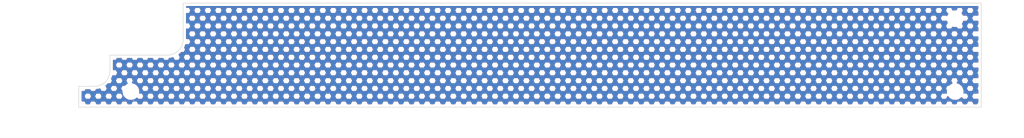
<source format=kicad_pcb>
(kicad_pcb (version 20171130) (host pcbnew "(5.1.5)-3")
  (layers (0 F.Cu signal) (31 B.Cu signal) (34 B.Paste user) (35 F.Paste user) (36 B.SilkS user) (37 F.SilkS user) (38 B.Mask user) (39 F.Mask user) (44 Edge.Cuts user))
  (net 0 "")
  (module kbd_Hole:m2_Screw_Hole (layer F.Cu) (at 334.75 23)
    (fp_text reference Ref** hide)
    (fp_text value Val** hide)
    (pad "" np_thru_hole circle (at 0 0) (size 2.2 2.2) (drill 2.2) (layers *.Cu *.Mask))
  )
  (module kbd_Hole:m2_Screw_Hole (layer F.Cu) (at 176.875 37)
    (fp_text reference Ref** hide)
    (fp_text value Val** hide)
    (pad "" np_thru_hole circle (at 0 0) (size 2.2 2.2) (drill 2.2) (layers *.Cu *.Mask))
  )
  (module kbd_Hole:m2_Screw_Hole (layer F.Cu) (at 334.75 37)
    (fp_text reference Ref** hide)
    (fp_text value Val** hide)
    (pad "" np_thru_hole circle (at 0 0) (size 2.2 2.2) (drill 2.2) (layers *.Cu *.Mask))
  )
  (gr_line (start 186.875 20) (end 339.75 20) (layer Edge.Cuts) (width 0.1))
  (gr_line (start 172.875 33) (end 172.875 30) (layer Edge.Cuts) (width 0.1))
  (gr_arc (start 169.875 33) (end 169.875 36) (angle -90) (layer Edge.Cuts) (width 0.1))
  (gr_line (start 169.875 36) (end 166.875 36) (layer Edge.Cuts) (width 0.1))
  (gr_arc (start 183.875 27) (end 183.875 30) (angle -90) (layer Edge.Cuts) (width 0.1))
  (gr_line (start 186.875 27) (end 186.875 20) (layer Edge.Cuts) (width 0.1))
  (gr_line (start 172.875 30) (end 183.875 30) (layer Edge.Cuts) (width 0.1))
  (gr_line (start 166.875 40) (end 166.875 36) (layer Edge.Cuts) (width 0.1))
  (gr_line (start 339.75 40) (end 339.75 20) (layer Edge.Cuts) (width 0.1))
  (gr_line (start 166.875 40) (end 339.75 40) (layer Edge.Cuts) (width 0.1))
  (zone (net 0) (net_name "") (layer F.Cu) (connect_pads (clearance 0.508)) (min_thickness 0.254) (fill yes (arc_segments 32) (thermal_gap 0.508) (thermal_bridge_width 0.508))
    (polygon (pts (xy 339.8 40) (xy 151.9 40.4) (xy 151.9 20) (xy 339.8 20)))
  )
  (zone (net 0) (net_name "") (layer B.Cu) (connect_pads (clearance 0.508)) (min_thickness 0.254) (fill yes (arc_segments 32) (thermal_gap 0.508) (thermal_bridge_width 0.508))
    (polygon (pts (xy 339.7 40) (xy 151.8 40.4) (xy 151.8 20) (xy 339.7 20)))
  )
  (zone (net 0) (net_name "") (layers F&B.Cu) (connect_pads (clearance 0.508)) (min_thickness 0.254)
    (keepout (tracks allowed) (vias allowed) (copperpour not_allowed))
    (fill (arc_segments 16) (thermal_gap 0.508) (thermal_bridge_width 0.508))
    (polygon (pts (xy 299.25 36.9) (xy 300 36.9) (xy 300.25 36.4) (xy 300 35.9) (xy 299.25 35.9) (xy 299 36.4)))
  )
  (zone (net 0) (net_name "") (layers F&B.Cu) (connect_pads (clearance 0.508)) (min_thickness 0.254)
    (keepout (tracks allowed) (vias allowed) (copperpour not_allowed))
    (fill (arc_segments 16) (thermal_gap 0.508) (thermal_bridge_width 0.508))
    (polygon (pts (xy 300.25 38.4) (xy 301 38.4) (xy 301.25 37.9) (xy 301 37.4) (xy 300.25 37.4) (xy 300 37.9)))
  )
  (zone (net 0) (net_name "") (layers F&B.Cu) (connect_pads (clearance 0.508)) (min_thickness 0.254)
    (keepout (tracks allowed) (vias allowed) (copperpour not_allowed))
    (fill (arc_segments 16) (thermal_gap 0.508) (thermal_bridge_width 0.508))
    (polygon (pts (xy 335.25 36.9) (xy 336 36.9) (xy 336.25 36.4) (xy 336 35.9) (xy 335.25 35.9) (xy 335 36.4)))
  )
  (zone (net 0) (net_name "") (layers F&B.Cu) (connect_pads (clearance 0.508)) (min_thickness 0.254)
    (keepout (tracks allowed) (vias allowed) (copperpour not_allowed))
    (fill (arc_segments 16) (thermal_gap 0.508) (thermal_bridge_width 0.508))
    (polygon (pts (xy 339.25 39.9) (xy 340 39.9) (xy 340.25 39.4) (xy 340 38.9) (xy 339.25 38.9) (xy 339 39.4)))
  )
  (zone (net 0) (net_name "") (layers F&B.Cu) (connect_pads (clearance 0.508)) (min_thickness 0.254)
    (keepout (tracks allowed) (vias allowed) (copperpour not_allowed))
    (fill (arc_segments 16) (thermal_gap 0.508) (thermal_bridge_width 0.508))
    (polygon (pts (xy 339.25 42.9) (xy 340 42.9) (xy 340.25 42.4) (xy 340 41.9) (xy 339.25 41.9) (xy 339 42.4)))
  )
  (zone (net 0) (net_name "") (layers F&B.Cu) (connect_pads (clearance 0.508)) (min_thickness 0.254)
    (keepout (tracks allowed) (vias allowed) (copperpour not_allowed))
    (fill (arc_segments 16) (thermal_gap 0.508) (thermal_bridge_width 0.508))
    (polygon (pts (xy 337.25 39.9) (xy 338 39.9) (xy 338.25 39.4) (xy 338 38.9) (xy 337.25 38.9) (xy 337 39.4)))
  )
  (zone (net 0) (net_name "") (layers F&B.Cu) (connect_pads (clearance 0.508)) (min_thickness 0.254)
    (keepout (tracks allowed) (vias allowed) (copperpour not_allowed))
    (fill (arc_segments 16) (thermal_gap 0.508) (thermal_bridge_width 0.508))
    (polygon (pts (xy 336.25 38.4) (xy 337 38.4) (xy 337.25 37.9) (xy 337 37.4) (xy 336.25 37.4) (xy 336 37.9)))
  )
  (zone (net 0) (net_name "") (layers F&B.Cu) (connect_pads (clearance 0.508)) (min_thickness 0.254)
    (keepout (tracks allowed) (vias allowed) (copperpour not_allowed))
    (fill (arc_segments 16) (thermal_gap 0.508) (thermal_bridge_width 0.508))
    (polygon (pts (xy 335.25 39.9) (xy 336 39.9) (xy 336.25 39.4) (xy 336 38.9) (xy 335.25 38.9) (xy 335 39.4)))
  )
  (zone (net 0) (net_name "") (layers F&B.Cu) (connect_pads (clearance 0.508)) (min_thickness 0.254)
    (keepout (tracks allowed) (vias allowed) (copperpour not_allowed))
    (fill (arc_segments 16) (thermal_gap 0.508) (thermal_bridge_width 0.508))
    (polygon (pts (xy 338.25 38.4) (xy 339 38.4) (xy 339.25 37.9) (xy 339 37.4) (xy 338.25 37.4) (xy 338 37.9)))
  )
  (zone (net 0) (net_name "") (layers F&B.Cu) (connect_pads (clearance 0.508)) (min_thickness 0.254)
    (keepout (tracks allowed) (vias allowed) (copperpour not_allowed))
    (fill (arc_segments 16) (thermal_gap 0.508) (thermal_bridge_width 0.508))
    (polygon (pts (xy 333.25 36.9) (xy 334 36.9) (xy 334.25 36.4) (xy 334 35.9) (xy 333.25 35.9) (xy 333 36.4)))
  )
  (zone (net 0) (net_name "") (layers F&B.Cu) (connect_pads (clearance 0.508)) (min_thickness 0.254)
    (keepout (tracks allowed) (vias allowed) (copperpour not_allowed))
    (fill (arc_segments 16) (thermal_gap 0.508) (thermal_bridge_width 0.508))
    (polygon (pts (xy 311.25 42.9) (xy 312 42.9) (xy 312.25 42.4) (xy 312 41.9) (xy 311.25 41.9) (xy 311 42.4)))
  )
  (zone (net 0) (net_name "") (layers F&B.Cu) (connect_pads (clearance 0.508)) (min_thickness 0.254)
    (keepout (tracks allowed) (vias allowed) (copperpour not_allowed))
    (fill (arc_segments 16) (thermal_gap 0.508) (thermal_bridge_width 0.508))
    (polygon (pts (xy 313.25 42.9) (xy 314 42.9) (xy 314.25 42.4) (xy 314 41.9) (xy 313.25 41.9) (xy 313 42.4)))
  )
  (zone (net 0) (net_name "") (layers F&B.Cu) (connect_pads (clearance 0.508)) (min_thickness 0.254)
    (keepout (tracks allowed) (vias allowed) (copperpour not_allowed))
    (fill (arc_segments 16) (thermal_gap 0.508) (thermal_bridge_width 0.508))
    (polygon (pts (xy 321.25 36.9) (xy 322 36.9) (xy 322.25 36.4) (xy 322 35.9) (xy 321.25 35.9) (xy 321 36.4)))
  )
  (zone (net 0) (net_name "") (layers F&B.Cu) (connect_pads (clearance 0.508)) (min_thickness 0.254)
    (keepout (tracks allowed) (vias allowed) (copperpour not_allowed))
    (fill (arc_segments 16) (thermal_gap 0.508) (thermal_bridge_width 0.508))
    (polygon (pts (xy 321.25 39.9) (xy 322 39.9) (xy 322.25 39.4) (xy 322 38.9) (xy 321.25 38.9) (xy 321 39.4)))
  )
  (zone (net 0) (net_name "") (layers F&B.Cu) (connect_pads (clearance 0.508)) (min_thickness 0.254)
    (keepout (tracks allowed) (vias allowed) (copperpour not_allowed))
    (fill (arc_segments 16) (thermal_gap 0.508) (thermal_bridge_width 0.508))
    (polygon (pts (xy 326.25 38.4) (xy 327 38.4) (xy 327.25 37.9) (xy 327 37.4) (xy 326.25 37.4) (xy 326 37.9)))
  )
  (zone (net 0) (net_name "") (layers F&B.Cu) (connect_pads (clearance 0.508)) (min_thickness 0.254)
    (keepout (tracks allowed) (vias allowed) (copperpour not_allowed))
    (fill (arc_segments 16) (thermal_gap 0.508) (thermal_bridge_width 0.508))
    (polygon (pts (xy 320.25 41.4) (xy 321 41.4) (xy 321.25 40.9) (xy 321 40.4) (xy 320.25 40.4) (xy 320 40.9)))
  )
  (zone (net 0) (net_name "") (layers F&B.Cu) (connect_pads (clearance 0.508)) (min_thickness 0.254)
    (keepout (tracks allowed) (vias allowed) (copperpour not_allowed))
    (fill (arc_segments 16) (thermal_gap 0.508) (thermal_bridge_width 0.508))
    (polygon (pts (xy 325.25 36.9) (xy 326 36.9) (xy 326.25 36.4) (xy 326 35.9) (xy 325.25 35.9) (xy 325 36.4)))
  )
  (zone (net 0) (net_name "") (layers F&B.Cu) (connect_pads (clearance 0.508)) (min_thickness 0.254)
    (keepout (tracks allowed) (vias allowed) (copperpour not_allowed))
    (fill (arc_segments 16) (thermal_gap 0.508) (thermal_bridge_width 0.508))
    (polygon (pts (xy 315.25 42.9) (xy 316 42.9) (xy 316.25 42.4) (xy 316 41.9) (xy 315.25 41.9) (xy 315 42.4)))
  )
  (zone (net 0) (net_name "") (layers F&B.Cu) (connect_pads (clearance 0.508)) (min_thickness 0.254)
    (keepout (tracks allowed) (vias allowed) (copperpour not_allowed))
    (fill (arc_segments 16) (thermal_gap 0.508) (thermal_bridge_width 0.508))
    (polygon (pts (xy 323.25 39.9) (xy 324 39.9) (xy 324.25 39.4) (xy 324 38.9) (xy 323.25 38.9) (xy 323 39.4)))
  )
  (zone (net 0) (net_name "") (layers F&B.Cu) (connect_pads (clearance 0.508)) (min_thickness 0.254)
    (keepout (tracks allowed) (vias allowed) (copperpour not_allowed))
    (fill (arc_segments 16) (thermal_gap 0.508) (thermal_bridge_width 0.508))
    (polygon (pts (xy 320.25 38.4) (xy 321 38.4) (xy 321.25 37.9) (xy 321 37.4) (xy 320.25 37.4) (xy 320 37.9)))
  )
  (zone (net 0) (net_name "") (layers F&B.Cu) (connect_pads (clearance 0.508)) (min_thickness 0.254)
    (keepout (tracks allowed) (vias allowed) (copperpour not_allowed))
    (fill (arc_segments 16) (thermal_gap 0.508) (thermal_bridge_width 0.508))
    (polygon (pts (xy 337.25 42.9) (xy 338 42.9) (xy 338.25 42.4) (xy 338 41.9) (xy 337.25 41.9) (xy 337 42.4)))
  )
  (zone (net 0) (net_name "") (layers F&B.Cu) (connect_pads (clearance 0.508)) (min_thickness 0.254)
    (keepout (tracks allowed) (vias allowed) (copperpour not_allowed))
    (fill (arc_segments 16) (thermal_gap 0.508) (thermal_bridge_width 0.508))
    (polygon (pts (xy 324.25 41.4) (xy 325 41.4) (xy 325.25 40.9) (xy 325 40.4) (xy 324.25 40.4) (xy 324 40.9)))
  )
  (zone (net 0) (net_name "") (layers F&B.Cu) (connect_pads (clearance 0.508)) (min_thickness 0.254)
    (keepout (tracks allowed) (vias allowed) (copperpour not_allowed))
    (fill (arc_segments 16) (thermal_gap 0.508) (thermal_bridge_width 0.508))
    (polygon (pts (xy 329.25 39.9) (xy 330 39.9) (xy 330.25 39.4) (xy 330 38.9) (xy 329.25 38.9) (xy 329 39.4)))
  )
  (zone (net 0) (net_name "") (layers F&B.Cu) (connect_pads (clearance 0.508)) (min_thickness 0.254)
    (keepout (tracks allowed) (vias allowed) (copperpour not_allowed))
    (fill (arc_segments 16) (thermal_gap 0.508) (thermal_bridge_width 0.508))
    (polygon (pts (xy 331.25 42.9) (xy 332 42.9) (xy 332.25 42.4) (xy 332 41.9) (xy 331.25 41.9) (xy 331 42.4)))
  )
  (zone (net 0) (net_name "") (layers F&B.Cu) (connect_pads (clearance 0.508)) (min_thickness 0.254)
    (keepout (tracks allowed) (vias allowed) (copperpour not_allowed))
    (fill (arc_segments 16) (thermal_gap 0.508) (thermal_bridge_width 0.508))
    (polygon (pts (xy 330.25 41.4) (xy 331 41.4) (xy 331.25 40.9) (xy 331 40.4) (xy 330.25 40.4) (xy 330 40.9)))
  )
  (zone (net 0) (net_name "") (layers F&B.Cu) (connect_pads (clearance 0.508)) (min_thickness 0.254)
    (keepout (tracks allowed) (vias allowed) (copperpour not_allowed))
    (fill (arc_segments 16) (thermal_gap 0.508) (thermal_bridge_width 0.508))
    (polygon (pts (xy 332.25 41.4) (xy 333 41.4) (xy 333.25 40.9) (xy 333 40.4) (xy 332.25 40.4) (xy 332 40.9)))
  )
  (zone (net 0) (net_name "") (layers F&B.Cu) (connect_pads (clearance 0.508)) (min_thickness 0.254)
    (keepout (tracks allowed) (vias allowed) (copperpour not_allowed))
    (fill (arc_segments 16) (thermal_gap 0.508) (thermal_bridge_width 0.508))
    (polygon (pts (xy 325.25 42.9) (xy 326 42.9) (xy 326.25 42.4) (xy 326 41.9) (xy 325.25 41.9) (xy 325 42.4)))
  )
  (zone (net 0) (net_name "") (layers F&B.Cu) (connect_pads (clearance 0.508)) (min_thickness 0.254)
    (keepout (tracks allowed) (vias allowed) (copperpour not_allowed))
    (fill (arc_segments 16) (thermal_gap 0.508) (thermal_bridge_width 0.508))
    (polygon (pts (xy 323.25 36.9) (xy 324 36.9) (xy 324.25 36.4) (xy 324 35.9) (xy 323.25 35.9) (xy 323 36.4)))
  )
  (zone (net 0) (net_name "") (layers F&B.Cu) (connect_pads (clearance 0.508)) (min_thickness 0.254)
    (keepout (tracks allowed) (vias allowed) (copperpour not_allowed))
    (fill (arc_segments 16) (thermal_gap 0.508) (thermal_bridge_width 0.508))
    (polygon (pts (xy 334.25 38.4) (xy 335 38.4) (xy 335.25 37.9) (xy 335 37.4) (xy 334.25 37.4) (xy 334 37.9)))
  )
  (zone (net 0) (net_name "") (layers F&B.Cu) (connect_pads (clearance 0.508)) (min_thickness 0.254)
    (keepout (tracks allowed) (vias allowed) (copperpour not_allowed))
    (fill (arc_segments 16) (thermal_gap 0.508) (thermal_bridge_width 0.508))
    (polygon (pts (xy 308.25 41.4) (xy 309 41.4) (xy 309.25 40.9) (xy 309 40.4) (xy 308.25 40.4) (xy 308 40.9)))
  )
  (zone (net 0) (net_name "") (layers F&B.Cu) (connect_pads (clearance 0.508)) (min_thickness 0.254)
    (keepout (tracks allowed) (vias allowed) (copperpour not_allowed))
    (fill (arc_segments 16) (thermal_gap 0.508) (thermal_bridge_width 0.508))
    (polygon (pts (xy 324.25 38.4) (xy 325 38.4) (xy 325.25 37.9) (xy 325 37.4) (xy 324.25 37.4) (xy 324 37.9)))
  )
  (zone (net 0) (net_name "") (layers F&B.Cu) (connect_pads (clearance 0.508)) (min_thickness 0.254)
    (keepout (tracks allowed) (vias allowed) (copperpour not_allowed))
    (fill (arc_segments 16) (thermal_gap 0.508) (thermal_bridge_width 0.508))
    (polygon (pts (xy 329.25 42.9) (xy 330 42.9) (xy 330.25 42.4) (xy 330 41.9) (xy 329.25 41.9) (xy 329 42.4)))
  )
  (zone (net 0) (net_name "") (layers F&B.Cu) (connect_pads (clearance 0.508)) (min_thickness 0.254)
    (keepout (tracks allowed) (vias allowed) (copperpour not_allowed))
    (fill (arc_segments 16) (thermal_gap 0.508) (thermal_bridge_width 0.508))
    (polygon (pts (xy 327.25 42.9) (xy 328 42.9) (xy 328.25 42.4) (xy 328 41.9) (xy 327.25 41.9) (xy 327 42.4)))
  )
  (zone (net 0) (net_name "") (layers F&B.Cu) (connect_pads (clearance 0.508)) (min_thickness 0.254)
    (keepout (tracks allowed) (vias allowed) (copperpour not_allowed))
    (fill (arc_segments 16) (thermal_gap 0.508) (thermal_bridge_width 0.508))
    (polygon (pts (xy 318.25 41.4) (xy 319 41.4) (xy 319.25 40.9) (xy 319 40.4) (xy 318.25 40.4) (xy 318 40.9)))
  )
  (zone (net 0) (net_name "") (layers F&B.Cu) (connect_pads (clearance 0.508)) (min_thickness 0.254)
    (keepout (tracks allowed) (vias allowed) (copperpour not_allowed))
    (fill (arc_segments 16) (thermal_gap 0.508) (thermal_bridge_width 0.508))
    (polygon (pts (xy 331.25 39.9) (xy 332 39.9) (xy 332.25 39.4) (xy 332 38.9) (xy 331.25 38.9) (xy 331 39.4)))
  )
  (zone (net 0) (net_name "") (layers F&B.Cu) (connect_pads (clearance 0.508)) (min_thickness 0.254)
    (keepout (tracks allowed) (vias allowed) (copperpour not_allowed))
    (fill (arc_segments 16) (thermal_gap 0.508) (thermal_bridge_width 0.508))
    (polygon (pts (xy 317.25 39.9) (xy 318 39.9) (xy 318.25 39.4) (xy 318 38.9) (xy 317.25 38.9) (xy 317 39.4)))
  )
  (zone (net 0) (net_name "") (layers F&B.Cu) (connect_pads (clearance 0.508)) (min_thickness 0.254)
    (keepout (tracks allowed) (vias allowed) (copperpour not_allowed))
    (fill (arc_segments 16) (thermal_gap 0.508) (thermal_bridge_width 0.508))
    (polygon (pts (xy 304.25 38.4) (xy 305 38.4) (xy 305.25 37.9) (xy 305 37.4) (xy 304.25 37.4) (xy 304 37.9)))
  )
  (zone (net 0) (net_name "") (layers F&B.Cu) (connect_pads (clearance 0.508)) (min_thickness 0.254)
    (keepout (tracks allowed) (vias allowed) (copperpour not_allowed))
    (fill (arc_segments 16) (thermal_gap 0.508) (thermal_bridge_width 0.508))
    (polygon (pts (xy 322.25 38.4) (xy 323 38.4) (xy 323.25 37.9) (xy 323 37.4) (xy 322.25 37.4) (xy 322 37.9)))
  )
  (zone (net 0) (net_name "") (layers F&B.Cu) (connect_pads (clearance 0.508)) (min_thickness 0.254)
    (keepout (tracks allowed) (vias allowed) (copperpour not_allowed))
    (fill (arc_segments 16) (thermal_gap 0.508) (thermal_bridge_width 0.508))
    (polygon (pts (xy 322.25 41.4) (xy 323 41.4) (xy 323.25 40.9) (xy 323 40.4) (xy 322.25 40.4) (xy 322 40.9)))
  )
  (zone (net 0) (net_name "") (layers F&B.Cu) (connect_pads (clearance 0.508)) (min_thickness 0.254)
    (keepout (tracks allowed) (vias allowed) (copperpour not_allowed))
    (fill (arc_segments 16) (thermal_gap 0.508) (thermal_bridge_width 0.508))
    (polygon (pts (xy 328.25 41.4) (xy 329 41.4) (xy 329.25 40.9) (xy 329 40.4) (xy 328.25 40.4) (xy 328 40.9)))
  )
  (zone (net 0) (net_name "") (layers F&B.Cu) (connect_pads (clearance 0.508)) (min_thickness 0.254)
    (keepout (tracks allowed) (vias allowed) (copperpour not_allowed))
    (fill (arc_segments 16) (thermal_gap 0.508) (thermal_bridge_width 0.508))
    (polygon (pts (xy 319.25 39.9) (xy 320 39.9) (xy 320.25 39.4) (xy 320 38.9) (xy 319.25 38.9) (xy 319 39.4)))
  )
  (zone (net 0) (net_name "") (layers F&B.Cu) (connect_pads (clearance 0.508)) (min_thickness 0.254)
    (keepout (tracks allowed) (vias allowed) (copperpour not_allowed))
    (fill (arc_segments 16) (thermal_gap 0.508) (thermal_bridge_width 0.508))
    (polygon (pts (xy 309.25 36.9) (xy 310 36.9) (xy 310.25 36.4) (xy 310 35.9) (xy 309.25 35.9) (xy 309 36.4)))
  )
  (zone (net 0) (net_name "") (layers F&B.Cu) (connect_pads (clearance 0.508)) (min_thickness 0.254)
    (keepout (tracks allowed) (vias allowed) (copperpour not_allowed))
    (fill (arc_segments 16) (thermal_gap 0.508) (thermal_bridge_width 0.508))
    (polygon (pts (xy 309.25 39.9) (xy 310 39.9) (xy 310.25 39.4) (xy 310 38.9) (xy 309.25 38.9) (xy 309 39.4)))
  )
  (zone (net 0) (net_name "") (layers F&B.Cu) (connect_pads (clearance 0.508)) (min_thickness 0.254)
    (keepout (tracks allowed) (vias allowed) (copperpour not_allowed))
    (fill (arc_segments 16) (thermal_gap 0.508) (thermal_bridge_width 0.508))
    (polygon (pts (xy 302.25 41.4) (xy 303 41.4) (xy 303.25 40.9) (xy 303 40.4) (xy 302.25 40.4) (xy 302 40.9)))
  )
  (zone (net 0) (net_name "") (layers F&B.Cu) (connect_pads (clearance 0.508)) (min_thickness 0.254)
    (keepout (tracks allowed) (vias allowed) (copperpour not_allowed))
    (fill (arc_segments 16) (thermal_gap 0.508) (thermal_bridge_width 0.508))
    (polygon (pts (xy 304.25 41.4) (xy 305 41.4) (xy 305.25 40.9) (xy 305 40.4) (xy 304.25 40.4) (xy 304 40.9)))
  )
  (zone (net 0) (net_name "") (layers F&B.Cu) (connect_pads (clearance 0.508)) (min_thickness 0.254)
    (keepout (tracks allowed) (vias allowed) (copperpour not_allowed))
    (fill (arc_segments 16) (thermal_gap 0.508) (thermal_bridge_width 0.508))
    (polygon (pts (xy 305.25 39.9) (xy 306 39.9) (xy 306.25 39.4) (xy 306 38.9) (xy 305.25 38.9) (xy 305 39.4)))
  )
  (zone (net 0) (net_name "") (layers F&B.Cu) (connect_pads (clearance 0.508)) (min_thickness 0.254)
    (keepout (tracks allowed) (vias allowed) (copperpour not_allowed))
    (fill (arc_segments 16) (thermal_gap 0.508) (thermal_bridge_width 0.508))
    (polygon (pts (xy 311.25 36.9) (xy 312 36.9) (xy 312.25 36.4) (xy 312 35.9) (xy 311.25 35.9) (xy 311 36.4)))
  )
  (zone (net 0) (net_name "") (layers F&B.Cu) (connect_pads (clearance 0.508)) (min_thickness 0.254)
    (keepout (tracks allowed) (vias allowed) (copperpour not_allowed))
    (fill (arc_segments 16) (thermal_gap 0.508) (thermal_bridge_width 0.508))
    (polygon (pts (xy 299.25 39.9) (xy 300 39.9) (xy 300.25 39.4) (xy 300 38.9) (xy 299.25 38.9) (xy 299 39.4)))
  )
  (zone (net 0) (net_name "") (layers F&B.Cu) (connect_pads (clearance 0.508)) (min_thickness 0.254)
    (keepout (tracks allowed) (vias allowed) (copperpour not_allowed))
    (fill (arc_segments 16) (thermal_gap 0.508) (thermal_bridge_width 0.508))
    (polygon (pts (xy 299.25 42.9) (xy 300 42.9) (xy 300.25 42.4) (xy 300 41.9) (xy 299.25 41.9) (xy 299 42.4)))
  )
  (zone (net 0) (net_name "") (layers F&B.Cu) (connect_pads (clearance 0.508)) (min_thickness 0.254)
    (keepout (tracks allowed) (vias allowed) (copperpour not_allowed))
    (fill (arc_segments 16) (thermal_gap 0.508) (thermal_bridge_width 0.508))
    (polygon (pts (xy 302.25 38.4) (xy 303 38.4) (xy 303.25 37.9) (xy 303 37.4) (xy 302.25 37.4) (xy 302 37.9)))
  )
  (zone (net 0) (net_name "") (layers F&B.Cu) (connect_pads (clearance 0.508)) (min_thickness 0.254)
    (keepout (tracks allowed) (vias allowed) (copperpour not_allowed))
    (fill (arc_segments 16) (thermal_gap 0.508) (thermal_bridge_width 0.508))
    (polygon (pts (xy 301.25 39.9) (xy 302 39.9) (xy 302.25 39.4) (xy 302 38.9) (xy 301.25 38.9) (xy 301 39.4)))
  )
  (zone (net 0) (net_name "") (layers F&B.Cu) (connect_pads (clearance 0.508)) (min_thickness 0.254)
    (keepout (tracks allowed) (vias allowed) (copperpour not_allowed))
    (fill (arc_segments 16) (thermal_gap 0.508) (thermal_bridge_width 0.508))
    (polygon (pts (xy 301.25 36.9) (xy 302 36.9) (xy 302.25 36.4) (xy 302 35.9) (xy 301.25 35.9) (xy 301 36.4)))
  )
  (zone (net 0) (net_name "") (layers F&B.Cu) (connect_pads (clearance 0.508)) (min_thickness 0.254)
    (keepout (tracks allowed) (vias allowed) (copperpour not_allowed))
    (fill (arc_segments 16) (thermal_gap 0.508) (thermal_bridge_width 0.508))
    (polygon (pts (xy 305.25 42.9) (xy 306 42.9) (xy 306.25 42.4) (xy 306 41.9) (xy 305.25 41.9) (xy 305 42.4)))
  )
  (zone (net 0) (net_name "") (layers F&B.Cu) (connect_pads (clearance 0.508)) (min_thickness 0.254)
    (keepout (tracks allowed) (vias allowed) (copperpour not_allowed))
    (fill (arc_segments 16) (thermal_gap 0.508) (thermal_bridge_width 0.508))
    (polygon (pts (xy 310.25 38.4) (xy 311 38.4) (xy 311.25 37.9) (xy 311 37.4) (xy 310.25 37.4) (xy 310 37.9)))
  )
  (zone (net 0) (net_name "") (layers F&B.Cu) (connect_pads (clearance 0.508)) (min_thickness 0.254)
    (keepout (tracks allowed) (vias allowed) (copperpour not_allowed))
    (fill (arc_segments 16) (thermal_gap 0.508) (thermal_bridge_width 0.508))
    (polygon (pts (xy 305.25 36.9) (xy 306 36.9) (xy 306.25 36.4) (xy 306 35.9) (xy 305.25 35.9) (xy 305 36.4)))
  )
  (zone (net 0) (net_name "") (layers F&B.Cu) (connect_pads (clearance 0.508)) (min_thickness 0.254)
    (keepout (tracks allowed) (vias allowed) (copperpour not_allowed))
    (fill (arc_segments 16) (thermal_gap 0.508) (thermal_bridge_width 0.508))
    (polygon (pts (xy 303.25 39.9) (xy 304 39.9) (xy 304.25 39.4) (xy 304 38.9) (xy 303.25 38.9) (xy 303 39.4)))
  )
  (zone (net 0) (net_name "") (layers F&B.Cu) (connect_pads (clearance 0.508)) (min_thickness 0.254)
    (keepout (tracks allowed) (vias allowed) (copperpour not_allowed))
    (fill (arc_segments 16) (thermal_gap 0.508) (thermal_bridge_width 0.508))
    (polygon (pts (xy 306.25 41.4) (xy 307 41.4) (xy 307.25 40.9) (xy 307 40.4) (xy 306.25 40.4) (xy 306 40.9)))
  )
  (zone (net 0) (net_name "") (layers F&B.Cu) (connect_pads (clearance 0.508)) (min_thickness 0.254)
    (keepout (tracks allowed) (vias allowed) (copperpour not_allowed))
    (fill (arc_segments 16) (thermal_gap 0.508) (thermal_bridge_width 0.508))
    (polygon (pts (xy 311.25 39.9) (xy 312 39.9) (xy 312.25 39.4) (xy 312 38.9) (xy 311.25 38.9) (xy 311 39.4)))
  )
  (zone (net 0) (net_name "") (layers F&B.Cu) (connect_pads (clearance 0.508)) (min_thickness 0.254)
    (keepout (tracks allowed) (vias allowed) (copperpour not_allowed))
    (fill (arc_segments 16) (thermal_gap 0.508) (thermal_bridge_width 0.508))
    (polygon (pts (xy 310.25 41.4) (xy 311 41.4) (xy 311.25 40.9) (xy 311 40.4) (xy 310.25 40.4) (xy 310 40.9)))
  )
  (zone (net 0) (net_name "") (layers F&B.Cu) (connect_pads (clearance 0.508)) (min_thickness 0.254)
    (keepout (tracks allowed) (vias allowed) (copperpour not_allowed))
    (fill (arc_segments 16) (thermal_gap 0.508) (thermal_bridge_width 0.508))
    (polygon (pts (xy 307.25 42.9) (xy 308 42.9) (xy 308.25 42.4) (xy 308 41.9) (xy 307.25 41.9) (xy 307 42.4)))
  )
  (zone (net 0) (net_name "") (layers F&B.Cu) (connect_pads (clearance 0.508)) (min_thickness 0.254)
    (keepout (tracks allowed) (vias allowed) (copperpour not_allowed))
    (fill (arc_segments 16) (thermal_gap 0.508) (thermal_bridge_width 0.508))
    (polygon (pts (xy 300.25 41.4) (xy 301 41.4) (xy 301.25 40.9) (xy 301 40.4) (xy 300.25 40.4) (xy 300 40.9)))
  )
  (zone (net 0) (net_name "") (layers F&B.Cu) (connect_pads (clearance 0.508)) (min_thickness 0.254)
    (keepout (tracks allowed) (vias allowed) (copperpour not_allowed))
    (fill (arc_segments 16) (thermal_gap 0.508) (thermal_bridge_width 0.508))
    (polygon (pts (xy 303.25 36.9) (xy 304 36.9) (xy 304.25 36.4) (xy 304 35.9) (xy 303.25 35.9) (xy 303 36.4)))
  )
  (zone (net 0) (net_name "") (layers F&B.Cu) (connect_pads (clearance 0.508)) (min_thickness 0.254)
    (keepout (tracks allowed) (vias allowed) (copperpour not_allowed))
    (fill (arc_segments 16) (thermal_gap 0.508) (thermal_bridge_width 0.508))
    (polygon (pts (xy 306.25 38.4) (xy 307 38.4) (xy 307.25 37.9) (xy 307 37.4) (xy 306.25 37.4) (xy 306 37.9)))
  )
  (zone (net 0) (net_name "") (layers F&B.Cu) (connect_pads (clearance 0.508)) (min_thickness 0.254)
    (keepout (tracks allowed) (vias allowed) (copperpour not_allowed))
    (fill (arc_segments 16) (thermal_gap 0.508) (thermal_bridge_width 0.508))
    (polygon (pts (xy 309.25 42.9) (xy 310 42.9) (xy 310.25 42.4) (xy 310 41.9) (xy 309.25 41.9) (xy 309 42.4)))
  )
  (zone (net 0) (net_name "") (layers F&B.Cu) (connect_pads (clearance 0.508)) (min_thickness 0.254)
    (keepout (tracks allowed) (vias allowed) (copperpour not_allowed))
    (fill (arc_segments 16) (thermal_gap 0.508) (thermal_bridge_width 0.508))
    (polygon (pts (xy 307.25 39.9) (xy 308 39.9) (xy 308.25 39.4) (xy 308 38.9) (xy 307.25 38.9) (xy 307 39.4)))
  )
  (zone (net 0) (net_name "") (layers F&B.Cu) (connect_pads (clearance 0.508)) (min_thickness 0.254)
    (keepout (tracks allowed) (vias allowed) (copperpour not_allowed))
    (fill (arc_segments 16) (thermal_gap 0.508) (thermal_bridge_width 0.508))
    (polygon (pts (xy 308.25 38.4) (xy 309 38.4) (xy 309.25 37.9) (xy 309 37.4) (xy 308.25 37.4) (xy 308 37.9)))
  )
  (zone (net 0) (net_name "") (layers F&B.Cu) (connect_pads (clearance 0.508)) (min_thickness 0.254)
    (keepout (tracks allowed) (vias allowed) (copperpour not_allowed))
    (fill (arc_segments 16) (thermal_gap 0.508) (thermal_bridge_width 0.508))
    (polygon (pts (xy 313.25 36.9) (xy 314 36.9) (xy 314.25 36.4) (xy 314 35.9) (xy 313.25 35.9) (xy 313 36.4)))
  )
  (zone (net 0) (net_name "") (layers F&B.Cu) (connect_pads (clearance 0.508)) (min_thickness 0.254)
    (keepout (tracks allowed) (vias allowed) (copperpour not_allowed))
    (fill (arc_segments 16) (thermal_gap 0.508) (thermal_bridge_width 0.508))
    (polygon (pts (xy 312.25 38.4) (xy 313 38.4) (xy 313.25 37.9) (xy 313 37.4) (xy 312.25 37.4) (xy 312 37.9)))
  )
  (zone (net 0) (net_name "") (layers F&B.Cu) (connect_pads (clearance 0.508)) (min_thickness 0.254)
    (keepout (tracks allowed) (vias allowed) (copperpour not_allowed))
    (fill (arc_segments 16) (thermal_gap 0.508) (thermal_bridge_width 0.508))
    (polygon (pts (xy 301.25 42.9) (xy 302 42.9) (xy 302.25 42.4) (xy 302 41.9) (xy 301.25 41.9) (xy 301 42.4)))
  )
  (zone (net 0) (net_name "") (layers F&B.Cu) (connect_pads (clearance 0.508)) (min_thickness 0.254)
    (keepout (tracks allowed) (vias allowed) (copperpour not_allowed))
    (fill (arc_segments 16) (thermal_gap 0.508) (thermal_bridge_width 0.508))
    (polygon (pts (xy 340.25 38.4) (xy 341 38.4) (xy 341.25 37.9) (xy 341 37.4) (xy 340.25 37.4) (xy 340 37.9)))
  )
  (zone (net 0) (net_name "") (layers F&B.Cu) (connect_pads (clearance 0.508)) (min_thickness 0.254)
    (keepout (tracks allowed) (vias allowed) (copperpour not_allowed))
    (fill (arc_segments 16) (thermal_gap 0.508) (thermal_bridge_width 0.508))
    (polygon (pts (xy 328.25 38.4) (xy 329 38.4) (xy 329.25 37.9) (xy 329 37.4) (xy 328.25 37.4) (xy 328 37.9)))
  )
  (zone (net 0) (net_name "") (layers F&B.Cu) (connect_pads (clearance 0.508)) (min_thickness 0.254)
    (keepout (tracks allowed) (vias allowed) (copperpour not_allowed))
    (fill (arc_segments 16) (thermal_gap 0.508) (thermal_bridge_width 0.508))
    (polygon (pts (xy 337.25 36.9) (xy 338 36.9) (xy 338.25 36.4) (xy 338 35.9) (xy 337.25 35.9) (xy 337 36.4)))
  )
  (zone (net 0) (net_name "") (layers F&B.Cu) (connect_pads (clearance 0.508)) (min_thickness 0.254)
    (keepout (tracks allowed) (vias allowed) (copperpour not_allowed))
    (fill (arc_segments 16) (thermal_gap 0.508) (thermal_bridge_width 0.508))
    (polygon (pts (xy 315.25 36.9) (xy 316 36.9) (xy 316.25 36.4) (xy 316 35.9) (xy 315.25 35.9) (xy 315 36.4)))
  )
  (zone (net 0) (net_name "") (layers F&B.Cu) (connect_pads (clearance 0.508)) (min_thickness 0.254)
    (keepout (tracks allowed) (vias allowed) (copperpour not_allowed))
    (fill (arc_segments 16) (thermal_gap 0.508) (thermal_bridge_width 0.508))
    (polygon (pts (xy 340.25 41.4) (xy 341 41.4) (xy 341.25 40.9) (xy 341 40.4) (xy 340.25 40.4) (xy 340 40.9)))
  )
  (zone (net 0) (net_name "") (layers F&B.Cu) (connect_pads (clearance 0.508)) (min_thickness 0.254)
    (keepout (tracks allowed) (vias allowed) (copperpour not_allowed))
    (fill (arc_segments 16) (thermal_gap 0.508) (thermal_bridge_width 0.508))
    (polygon (pts (xy 334.25 41.4) (xy 335 41.4) (xy 335.25 40.9) (xy 335 40.4) (xy 334.25 40.4) (xy 334 40.9)))
  )
  (zone (net 0) (net_name "") (layers F&B.Cu) (connect_pads (clearance 0.508)) (min_thickness 0.254)
    (keepout (tracks allowed) (vias allowed) (copperpour not_allowed))
    (fill (arc_segments 16) (thermal_gap 0.508) (thermal_bridge_width 0.508))
    (polygon (pts (xy 314.25 38.4) (xy 315 38.4) (xy 315.25 37.9) (xy 315 37.4) (xy 314.25 37.4) (xy 314 37.9)))
  )
  (zone (net 0) (net_name "") (layers F&B.Cu) (connect_pads (clearance 0.508)) (min_thickness 0.254)
    (keepout (tracks allowed) (vias allowed) (copperpour not_allowed))
    (fill (arc_segments 16) (thermal_gap 0.508) (thermal_bridge_width 0.508))
    (polygon (pts (xy 336.25 41.4) (xy 337 41.4) (xy 337.25 40.9) (xy 337 40.4) (xy 336.25 40.4) (xy 336 40.9)))
  )
  (zone (net 0) (net_name "") (layers F&B.Cu) (connect_pads (clearance 0.508)) (min_thickness 0.254)
    (keepout (tracks allowed) (vias allowed) (copperpour not_allowed))
    (fill (arc_segments 16) (thermal_gap 0.508) (thermal_bridge_width 0.508))
    (polygon (pts (xy 333.25 39.9) (xy 334 39.9) (xy 334.25 39.4) (xy 334 38.9) (xy 333.25 38.9) (xy 333 39.4)))
  )
  (zone (net 0) (net_name "") (layers F&B.Cu) (connect_pads (clearance 0.508)) (min_thickness 0.254)
    (keepout (tracks allowed) (vias allowed) (copperpour not_allowed))
    (fill (arc_segments 16) (thermal_gap 0.508) (thermal_bridge_width 0.508))
    (polygon (pts (xy 331.25 36.9) (xy 332 36.9) (xy 332.25 36.4) (xy 332 35.9) (xy 331.25 35.9) (xy 331 36.4)))
  )
  (zone (net 0) (net_name "") (layers F&B.Cu) (connect_pads (clearance 0.508)) (min_thickness 0.254)
    (keepout (tracks allowed) (vias allowed) (copperpour not_allowed))
    (fill (arc_segments 16) (thermal_gap 0.508) (thermal_bridge_width 0.508))
    (polygon (pts (xy 338.25 41.4) (xy 339 41.4) (xy 339.25 40.9) (xy 339 40.4) (xy 338.25 40.4) (xy 338 40.9)))
  )
  (zone (net 0) (net_name "") (layers F&B.Cu) (connect_pads (clearance 0.508)) (min_thickness 0.254)
    (keepout (tracks allowed) (vias allowed) (copperpour not_allowed))
    (fill (arc_segments 16) (thermal_gap 0.508) (thermal_bridge_width 0.508))
    (polygon (pts (xy 303.25 42.9) (xy 304 42.9) (xy 304.25 42.4) (xy 304 41.9) (xy 303.25 41.9) (xy 303 42.4)))
  )
  (zone (net 0) (net_name "") (layers F&B.Cu) (connect_pads (clearance 0.508)) (min_thickness 0.254)
    (keepout (tracks allowed) (vias allowed) (copperpour not_allowed))
    (fill (arc_segments 16) (thermal_gap 0.508) (thermal_bridge_width 0.508))
    (polygon (pts (xy 307.25 36.9) (xy 308 36.9) (xy 308.25 36.4) (xy 308 35.9) (xy 307.25 35.9) (xy 307 36.4)))
  )
  (zone (net 0) (net_name "") (layers F&B.Cu) (connect_pads (clearance 0.508)) (min_thickness 0.254)
    (keepout (tracks allowed) (vias allowed) (copperpour not_allowed))
    (fill (arc_segments 16) (thermal_gap 0.508) (thermal_bridge_width 0.508))
    (polygon (pts (xy 316.25 38.4) (xy 317 38.4) (xy 317.25 37.9) (xy 317 37.4) (xy 316.25 37.4) (xy 316 37.9)))
  )
  (zone (net 0) (net_name "") (layers F&B.Cu) (connect_pads (clearance 0.508)) (min_thickness 0.254)
    (keepout (tracks allowed) (vias allowed) (copperpour not_allowed))
    (fill (arc_segments 16) (thermal_gap 0.508) (thermal_bridge_width 0.508))
    (polygon (pts (xy 312.25 41.4) (xy 313 41.4) (xy 313.25 40.9) (xy 313 40.4) (xy 312.25 40.4) (xy 312 40.9)))
  )
  (zone (net 0) (net_name "") (layers F&B.Cu) (connect_pads (clearance 0.508)) (min_thickness 0.254)
    (keepout (tracks allowed) (vias allowed) (copperpour not_allowed))
    (fill (arc_segments 16) (thermal_gap 0.508) (thermal_bridge_width 0.508))
    (polygon (pts (xy 317.25 42.9) (xy 318 42.9) (xy 318.25 42.4) (xy 318 41.9) (xy 317.25 41.9) (xy 317 42.4)))
  )
  (zone (net 0) (net_name "") (layers F&B.Cu) (connect_pads (clearance 0.508)) (min_thickness 0.254)
    (keepout (tracks allowed) (vias allowed) (copperpour not_allowed))
    (fill (arc_segments 16) (thermal_gap 0.508) (thermal_bridge_width 0.508))
    (polygon (pts (xy 333.25 42.9) (xy 334 42.9) (xy 334.25 42.4) (xy 334 41.9) (xy 333.25 41.9) (xy 333 42.4)))
  )
  (zone (net 0) (net_name "") (layers F&B.Cu) (connect_pads (clearance 0.508)) (min_thickness 0.254)
    (keepout (tracks allowed) (vias allowed) (copperpour not_allowed))
    (fill (arc_segments 16) (thermal_gap 0.508) (thermal_bridge_width 0.508))
    (polygon (pts (xy 339.25 36.9) (xy 340 36.9) (xy 340.25 36.4) (xy 340 35.9) (xy 339.25 35.9) (xy 339 36.4)))
  )
  (zone (net 0) (net_name "") (layers F&B.Cu) (connect_pads (clearance 0.508)) (min_thickness 0.254)
    (keepout (tracks allowed) (vias allowed) (copperpour not_allowed))
    (fill (arc_segments 16) (thermal_gap 0.508) (thermal_bridge_width 0.508))
    (polygon (pts (xy 319.25 36.9) (xy 320 36.9) (xy 320.25 36.4) (xy 320 35.9) (xy 319.25 35.9) (xy 319 36.4)))
  )
  (zone (net 0) (net_name "") (layers F&B.Cu) (connect_pads (clearance 0.508)) (min_thickness 0.254)
    (keepout (tracks allowed) (vias allowed) (copperpour not_allowed))
    (fill (arc_segments 16) (thermal_gap 0.508) (thermal_bridge_width 0.508))
    (polygon (pts (xy 323.25 42.9) (xy 324 42.9) (xy 324.25 42.4) (xy 324 41.9) (xy 323.25 41.9) (xy 323 42.4)))
  )
  (zone (net 0) (net_name "") (layers F&B.Cu) (connect_pads (clearance 0.508)) (min_thickness 0.254)
    (keepout (tracks allowed) (vias allowed) (copperpour not_allowed))
    (fill (arc_segments 16) (thermal_gap 0.508) (thermal_bridge_width 0.508))
    (polygon (pts (xy 327.25 36.9) (xy 328 36.9) (xy 328.25 36.4) (xy 328 35.9) (xy 327.25 35.9) (xy 327 36.4)))
  )
  (zone (net 0) (net_name "") (layers F&B.Cu) (connect_pads (clearance 0.508)) (min_thickness 0.254)
    (keepout (tracks allowed) (vias allowed) (copperpour not_allowed))
    (fill (arc_segments 16) (thermal_gap 0.508) (thermal_bridge_width 0.508))
    (polygon (pts (xy 335.25 42.9) (xy 336 42.9) (xy 336.25 42.4) (xy 336 41.9) (xy 335.25 41.9) (xy 335 42.4)))
  )
  (zone (net 0) (net_name "") (layers F&B.Cu) (connect_pads (clearance 0.508)) (min_thickness 0.254)
    (keepout (tracks allowed) (vias allowed) (copperpour not_allowed))
    (fill (arc_segments 16) (thermal_gap 0.508) (thermal_bridge_width 0.508))
    (polygon (pts (xy 317.25 36.9) (xy 318 36.9) (xy 318.25 36.4) (xy 318 35.9) (xy 317.25 35.9) (xy 317 36.4)))
  )
  (zone (net 0) (net_name "") (layers F&B.Cu) (connect_pads (clearance 0.508)) (min_thickness 0.254)
    (keepout (tracks allowed) (vias allowed) (copperpour not_allowed))
    (fill (arc_segments 16) (thermal_gap 0.508) (thermal_bridge_width 0.508))
    (polygon (pts (xy 319.25 42.9) (xy 320 42.9) (xy 320.25 42.4) (xy 320 41.9) (xy 319.25 41.9) (xy 319 42.4)))
  )
  (zone (net 0) (net_name "") (layers F&B.Cu) (connect_pads (clearance 0.508)) (min_thickness 0.254)
    (keepout (tracks allowed) (vias allowed) (copperpour not_allowed))
    (fill (arc_segments 16) (thermal_gap 0.508) (thermal_bridge_width 0.508))
    (polygon (pts (xy 332.25 38.4) (xy 333 38.4) (xy 333.25 37.9) (xy 333 37.4) (xy 332.25 37.4) (xy 332 37.9)))
  )
  (zone (net 0) (net_name "") (layers F&B.Cu) (connect_pads (clearance 0.508)) (min_thickness 0.254)
    (keepout (tracks allowed) (vias allowed) (copperpour not_allowed))
    (fill (arc_segments 16) (thermal_gap 0.508) (thermal_bridge_width 0.508))
    (polygon (pts (xy 316.25 41.4) (xy 317 41.4) (xy 317.25 40.9) (xy 317 40.4) (xy 316.25 40.4) (xy 316 40.9)))
  )
  (zone (net 0) (net_name "") (layers F&B.Cu) (connect_pads (clearance 0.508)) (min_thickness 0.254)
    (keepout (tracks allowed) (vias allowed) (copperpour not_allowed))
    (fill (arc_segments 16) (thermal_gap 0.508) (thermal_bridge_width 0.508))
    (polygon (pts (xy 326.25 41.4) (xy 327 41.4) (xy 327.25 40.9) (xy 327 40.4) (xy 326.25 40.4) (xy 326 40.9)))
  )
  (zone (net 0) (net_name "") (layers F&B.Cu) (connect_pads (clearance 0.508)) (min_thickness 0.254)
    (keepout (tracks allowed) (vias allowed) (copperpour not_allowed))
    (fill (arc_segments 16) (thermal_gap 0.508) (thermal_bridge_width 0.508))
    (polygon (pts (xy 325.25 39.9) (xy 326 39.9) (xy 326.25 39.4) (xy 326 38.9) (xy 325.25 38.9) (xy 325 39.4)))
  )
  (zone (net 0) (net_name "") (layers F&B.Cu) (connect_pads (clearance 0.508)) (min_thickness 0.254)
    (keepout (tracks allowed) (vias allowed) (copperpour not_allowed))
    (fill (arc_segments 16) (thermal_gap 0.508) (thermal_bridge_width 0.508))
    (polygon (pts (xy 315.25 39.9) (xy 316 39.9) (xy 316.25 39.4) (xy 316 38.9) (xy 315.25 38.9) (xy 315 39.4)))
  )
  (zone (net 0) (net_name "") (layers F&B.Cu) (connect_pads (clearance 0.508)) (min_thickness 0.254)
    (keepout (tracks allowed) (vias allowed) (copperpour not_allowed))
    (fill (arc_segments 16) (thermal_gap 0.508) (thermal_bridge_width 0.508))
    (polygon (pts (xy 327.25 39.9) (xy 328 39.9) (xy 328.25 39.4) (xy 328 38.9) (xy 327.25 38.9) (xy 327 39.4)))
  )
  (zone (net 0) (net_name "") (layers F&B.Cu) (connect_pads (clearance 0.508)) (min_thickness 0.254)
    (keepout (tracks allowed) (vias allowed) (copperpour not_allowed))
    (fill (arc_segments 16) (thermal_gap 0.508) (thermal_bridge_width 0.508))
    (polygon (pts (xy 329.25 36.9) (xy 330 36.9) (xy 330.25 36.4) (xy 330 35.9) (xy 329.25 35.9) (xy 329 36.4)))
  )
  (zone (net 0) (net_name "") (layers F&B.Cu) (connect_pads (clearance 0.508)) (min_thickness 0.254)
    (keepout (tracks allowed) (vias allowed) (copperpour not_allowed))
    (fill (arc_segments 16) (thermal_gap 0.508) (thermal_bridge_width 0.508))
    (polygon (pts (xy 313.25 39.9) (xy 314 39.9) (xy 314.25 39.4) (xy 314 38.9) (xy 313.25 38.9) (xy 313 39.4)))
  )
  (zone (net 0) (net_name "") (layers F&B.Cu) (connect_pads (clearance 0.508)) (min_thickness 0.254)
    (keepout (tracks allowed) (vias allowed) (copperpour not_allowed))
    (fill (arc_segments 16) (thermal_gap 0.508) (thermal_bridge_width 0.508))
    (polygon (pts (xy 314.25 41.4) (xy 315 41.4) (xy 315.25 40.9) (xy 315 40.4) (xy 314.25 40.4) (xy 314 40.9)))
  )
  (zone (net 0) (net_name "") (layers F&B.Cu) (connect_pads (clearance 0.508)) (min_thickness 0.254)
    (keepout (tracks allowed) (vias allowed) (copperpour not_allowed))
    (fill (arc_segments 16) (thermal_gap 0.508) (thermal_bridge_width 0.508))
    (polygon (pts (xy 321.25 42.9) (xy 322 42.9) (xy 322.25 42.4) (xy 322 41.9) (xy 321.25 41.9) (xy 321 42.4)))
  )
  (zone (net 0) (net_name "") (layers F&B.Cu) (connect_pads (clearance 0.508)) (min_thickness 0.254)
    (keepout (tracks allowed) (vias allowed) (copperpour not_allowed))
    (fill (arc_segments 16) (thermal_gap 0.508) (thermal_bridge_width 0.508))
    (polygon (pts (xy 318.25 38.4) (xy 319 38.4) (xy 319.25 37.9) (xy 319 37.4) (xy 318.25 37.4) (xy 318 37.9)))
  )
  (zone (net 0) (net_name "") (layers F&B.Cu) (connect_pads (clearance 0.508)) (min_thickness 0.254)
    (keepout (tracks allowed) (vias allowed) (copperpour not_allowed))
    (fill (arc_segments 16) (thermal_gap 0.508) (thermal_bridge_width 0.508))
    (polygon (pts (xy 330.25 38.4) (xy 331 38.4) (xy 331.25 37.9) (xy 331 37.4) (xy 330.25 37.4) (xy 330 37.9)))
  )
  (zone (net 0) (net_name "") (layers F&B.Cu) (connect_pads (clearance 0.508)) (min_thickness 0.254)
    (keepout (tracks allowed) (vias allowed) (copperpour not_allowed))
    (fill (arc_segments 16) (thermal_gap 0.508) (thermal_bridge_width 0.508))
    (polygon (pts (xy 339.25 30.9) (xy 340 30.9) (xy 340.25 30.4) (xy 340 29.9) (xy 339.25 29.9) (xy 339 30.4)))
  )
  (zone (net 0) (net_name "") (layers F&B.Cu) (connect_pads (clearance 0.508)) (min_thickness 0.254)
    (keepout (tracks allowed) (vias allowed) (copperpour not_allowed))
    (fill (arc_segments 16) (thermal_gap 0.508) (thermal_bridge_width 0.508))
    (polygon (pts (xy 339.25 27.9) (xy 340 27.9) (xy 340.25 27.4) (xy 340 26.9) (xy 339.25 26.9) (xy 339 27.4)))
  )
  (zone (net 0) (net_name "") (layers F&B.Cu) (connect_pads (clearance 0.508)) (min_thickness 0.254)
    (keepout (tracks allowed) (vias allowed) (copperpour not_allowed))
    (fill (arc_segments 16) (thermal_gap 0.508) (thermal_bridge_width 0.508))
    (polygon (pts (xy 334.25 35.4) (xy 335 35.4) (xy 335.25 34.9) (xy 335 34.4) (xy 334.25 34.4) (xy 334 34.9)))
  )
  (zone (net 0) (net_name "") (layers F&B.Cu) (connect_pads (clearance 0.508)) (min_thickness 0.254)
    (keepout (tracks allowed) (vias allowed) (copperpour not_allowed))
    (fill (arc_segments 16) (thermal_gap 0.508) (thermal_bridge_width 0.508))
    (polygon (pts (xy 337.25 27.9) (xy 338 27.9) (xy 338.25 27.4) (xy 338 26.9) (xy 337.25 26.9) (xy 337 27.4)))
  )
  (zone (net 0) (net_name "") (layers F&B.Cu) (connect_pads (clearance 0.508)) (min_thickness 0.254)
    (keepout (tracks allowed) (vias allowed) (copperpour not_allowed))
    (fill (arc_segments 16) (thermal_gap 0.508) (thermal_bridge_width 0.508))
    (polygon (pts (xy 330.25 32.4) (xy 331 32.4) (xy 331.25 31.9) (xy 331 31.4) (xy 330.25 31.4) (xy 330 31.9)))
  )
  (zone (net 0) (net_name "") (layers F&B.Cu) (connect_pads (clearance 0.508)) (min_thickness 0.254)
    (keepout (tracks allowed) (vias allowed) (copperpour not_allowed))
    (fill (arc_segments 16) (thermal_gap 0.508) (thermal_bridge_width 0.508))
    (polygon (pts (xy 338.25 26.4) (xy 339 26.4) (xy 339.25 25.9) (xy 339 25.4) (xy 338.25 25.4) (xy 338 25.9)))
  )
  (zone (net 0) (net_name "") (layers F&B.Cu) (connect_pads (clearance 0.508)) (min_thickness 0.254)
    (keepout (tracks allowed) (vias allowed) (copperpour not_allowed))
    (fill (arc_segments 16) (thermal_gap 0.508) (thermal_bridge_width 0.508))
    (polygon (pts (xy 335.25 24.9) (xy 336 24.9) (xy 336.25 24.4) (xy 336 23.9) (xy 335.25 23.9) (xy 335 24.4)))
  )
  (zone (net 0) (net_name "") (layers F&B.Cu) (connect_pads (clearance 0.508)) (min_thickness 0.254)
    (keepout (tracks allowed) (vias allowed) (copperpour not_allowed))
    (fill (arc_segments 16) (thermal_gap 0.508) (thermal_bridge_width 0.508))
    (polygon (pts (xy 336.25 35.4) (xy 337 35.4) (xy 337.25 34.9) (xy 337 34.4) (xy 336.25 34.4) (xy 336 34.9)))
  )
  (zone (net 0) (net_name "") (layers F&B.Cu) (connect_pads (clearance 0.508)) (min_thickness 0.254)
    (keepout (tracks allowed) (vias allowed) (copperpour not_allowed))
    (fill (arc_segments 16) (thermal_gap 0.508) (thermal_bridge_width 0.508))
    (polygon (pts (xy 336.25 26.4) (xy 337 26.4) (xy 337.25 25.9) (xy 337 25.4) (xy 336.25 25.4) (xy 336 25.9)))
  )
  (zone (net 0) (net_name "") (layers F&B.Cu) (connect_pads (clearance 0.508)) (min_thickness 0.254)
    (keepout (tracks allowed) (vias allowed) (copperpour not_allowed))
    (fill (arc_segments 16) (thermal_gap 0.508) (thermal_bridge_width 0.508))
    (polygon (pts (xy 335.25 27.9) (xy 336 27.9) (xy 336.25 27.4) (xy 336 26.9) (xy 335.25 26.9) (xy 335 27.4)))
  )
  (zone (net 0) (net_name "") (layers F&B.Cu) (connect_pads (clearance 0.508)) (min_thickness 0.254)
    (keepout (tracks allowed) (vias allowed) (copperpour not_allowed))
    (fill (arc_segments 16) (thermal_gap 0.508) (thermal_bridge_width 0.508))
    (polygon (pts (xy 328.25 32.4) (xy 329 32.4) (xy 329.25 31.9) (xy 329 31.4) (xy 328.25 31.4) (xy 328 31.9)))
  )
  (zone (net 0) (net_name "") (layers F&B.Cu) (connect_pads (clearance 0.508)) (min_thickness 0.254)
    (keepout (tracks allowed) (vias allowed) (copperpour not_allowed))
    (fill (arc_segments 16) (thermal_gap 0.508) (thermal_bridge_width 0.508))
    (polygon (pts (xy 340.25 32.4) (xy 341 32.4) (xy 341.25 31.9) (xy 341 31.4) (xy 340.25 31.4) (xy 340 31.9)))
  )
  (zone (net 0) (net_name "") (layers F&B.Cu) (connect_pads (clearance 0.508)) (min_thickness 0.254)
    (keepout (tracks allowed) (vias allowed) (copperpour not_allowed))
    (fill (arc_segments 16) (thermal_gap 0.508) (thermal_bridge_width 0.508))
    (polygon (pts (xy 299.25 24.9) (xy 300 24.9) (xy 300.25 24.4) (xy 300 23.9) (xy 299.25 23.9) (xy 299 24.4)))
  )
  (zone (net 0) (net_name "") (layers F&B.Cu) (connect_pads (clearance 0.508)) (min_thickness 0.254)
    (keepout (tracks allowed) (vias allowed) (copperpour not_allowed))
    (fill (arc_segments 16) (thermal_gap 0.508) (thermal_bridge_width 0.508))
    (polygon (pts (xy 317.25 27.9) (xy 318 27.9) (xy 318.25 27.4) (xy 318 26.9) (xy 317.25 26.9) (xy 317 27.4)))
  )
  (zone (net 0) (net_name "") (layers F&B.Cu) (connect_pads (clearance 0.508)) (min_thickness 0.254)
    (keepout (tracks allowed) (vias allowed) (copperpour not_allowed))
    (fill (arc_segments 16) (thermal_gap 0.508) (thermal_bridge_width 0.508))
    (polygon (pts (xy 308.25 29.4) (xy 309 29.4) (xy 309.25 28.9) (xy 309 28.4) (xy 308.25 28.4) (xy 308 28.9)))
  )
  (zone (net 0) (net_name "") (layers F&B.Cu) (connect_pads (clearance 0.508)) (min_thickness 0.254)
    (keepout (tracks allowed) (vias allowed) (copperpour not_allowed))
    (fill (arc_segments 16) (thermal_gap 0.508) (thermal_bridge_width 0.508))
    (polygon (pts (xy 329.25 27.9) (xy 330 27.9) (xy 330.25 27.4) (xy 330 26.9) (xy 329.25 26.9) (xy 329 27.4)))
  )
  (zone (net 0) (net_name "") (layers F&B.Cu) (connect_pads (clearance 0.508)) (min_thickness 0.254)
    (keepout (tracks allowed) (vias allowed) (copperpour not_allowed))
    (fill (arc_segments 16) (thermal_gap 0.508) (thermal_bridge_width 0.508))
    (polygon (pts (xy 328.25 29.4) (xy 329 29.4) (xy 329.25 28.9) (xy 329 28.4) (xy 328.25 28.4) (xy 328 28.9)))
  )
  (zone (net 0) (net_name "") (layers F&B.Cu) (connect_pads (clearance 0.508)) (min_thickness 0.254)
    (keepout (tracks allowed) (vias allowed) (copperpour not_allowed))
    (fill (arc_segments 16) (thermal_gap 0.508) (thermal_bridge_width 0.508))
    (polygon (pts (xy 323.25 24.9) (xy 324 24.9) (xy 324.25 24.4) (xy 324 23.9) (xy 323.25 23.9) (xy 323 24.4)))
  )
  (zone (net 0) (net_name "") (layers F&B.Cu) (connect_pads (clearance 0.508)) (min_thickness 0.254)
    (keepout (tracks allowed) (vias allowed) (copperpour not_allowed))
    (fill (arc_segments 16) (thermal_gap 0.508) (thermal_bridge_width 0.508))
    (polygon (pts (xy 336.25 32.4) (xy 337 32.4) (xy 337.25 31.9) (xy 337 31.4) (xy 336.25 31.4) (xy 336 31.9)))
  )
  (zone (net 0) (net_name "") (layers F&B.Cu) (connect_pads (clearance 0.508)) (min_thickness 0.254)
    (keepout (tracks allowed) (vias allowed) (copperpour not_allowed))
    (fill (arc_segments 16) (thermal_gap 0.508) (thermal_bridge_width 0.508))
    (polygon (pts (xy 320.25 35.4) (xy 321 35.4) (xy 321.25 34.9) (xy 321 34.4) (xy 320.25 34.4) (xy 320 34.9)))
  )
  (zone (net 0) (net_name "") (layers F&B.Cu) (connect_pads (clearance 0.508)) (min_thickness 0.254)
    (keepout (tracks allowed) (vias allowed) (copperpour not_allowed))
    (fill (arc_segments 16) (thermal_gap 0.508) (thermal_bridge_width 0.508))
    (polygon (pts (xy 322.25 35.4) (xy 323 35.4) (xy 323.25 34.9) (xy 323 34.4) (xy 322.25 34.4) (xy 322 34.9)))
  )
  (zone (net 0) (net_name "") (layers F&B.Cu) (connect_pads (clearance 0.508)) (min_thickness 0.254)
    (keepout (tracks allowed) (vias allowed) (copperpour not_allowed))
    (fill (arc_segments 16) (thermal_gap 0.508) (thermal_bridge_width 0.508))
    (polygon (pts (xy 320.25 29.4) (xy 321 29.4) (xy 321.25 28.9) (xy 321 28.4) (xy 320.25 28.4) (xy 320 28.9)))
  )
  (zone (net 0) (net_name "") (layers F&B.Cu) (connect_pads (clearance 0.508)) (min_thickness 0.254)
    (keepout (tracks allowed) (vias allowed) (copperpour not_allowed))
    (fill (arc_segments 16) (thermal_gap 0.508) (thermal_bridge_width 0.508))
    (polygon (pts (xy 318.25 29.4) (xy 319 29.4) (xy 319.25 28.9) (xy 319 28.4) (xy 318.25 28.4) (xy 318 28.9)))
  )
  (zone (net 0) (net_name "") (layers F&B.Cu) (connect_pads (clearance 0.508)) (min_thickness 0.254)
    (keepout (tracks allowed) (vias allowed) (copperpour not_allowed))
    (fill (arc_segments 16) (thermal_gap 0.508) (thermal_bridge_width 0.508))
    (polygon (pts (xy 321.25 24.9) (xy 322 24.9) (xy 322.25 24.4) (xy 322 23.9) (xy 321.25 23.9) (xy 321 24.4)))
  )
  (zone (net 0) (net_name "") (layers F&B.Cu) (connect_pads (clearance 0.508)) (min_thickness 0.254)
    (keepout (tracks allowed) (vias allowed) (copperpour not_allowed))
    (fill (arc_segments 16) (thermal_gap 0.508) (thermal_bridge_width 0.508))
    (polygon (pts (xy 327.25 33.9) (xy 328 33.9) (xy 328.25 33.4) (xy 328 32.9) (xy 327.25 32.9) (xy 327 33.4)))
  )
  (zone (net 0) (net_name "") (layers F&B.Cu) (connect_pads (clearance 0.508)) (min_thickness 0.254)
    (keepout (tracks allowed) (vias allowed) (copperpour not_allowed))
    (fill (arc_segments 16) (thermal_gap 0.508) (thermal_bridge_width 0.508))
    (polygon (pts (xy 327.25 30.9) (xy 328 30.9) (xy 328.25 30.4) (xy 328 29.9) (xy 327.25 29.9) (xy 327 30.4)))
  )
  (zone (net 0) (net_name "") (layers F&B.Cu) (connect_pads (clearance 0.508)) (min_thickness 0.254)
    (keepout (tracks allowed) (vias allowed) (copperpour not_allowed))
    (fill (arc_segments 16) (thermal_gap 0.508) (thermal_bridge_width 0.508))
    (polygon (pts (xy 322.25 26.4) (xy 323 26.4) (xy 323.25 25.9) (xy 323 25.4) (xy 322.25 25.4) (xy 322 25.9)))
  )
  (zone (net 0) (net_name "") (layers F&B.Cu) (connect_pads (clearance 0.508)) (min_thickness 0.254)
    (keepout (tracks allowed) (vias allowed) (copperpour not_allowed))
    (fill (arc_segments 16) (thermal_gap 0.508) (thermal_bridge_width 0.508))
    (polygon (pts (xy 325.25 30.9) (xy 326 30.9) (xy 326.25 30.4) (xy 326 29.9) (xy 325.25 29.9) (xy 325 30.4)))
  )
  (zone (net 0) (net_name "") (layers F&B.Cu) (connect_pads (clearance 0.508)) (min_thickness 0.254)
    (keepout (tracks allowed) (vias allowed) (copperpour not_allowed))
    (fill (arc_segments 16) (thermal_gap 0.508) (thermal_bridge_width 0.508))
    (polygon (pts (xy 332.25 29.4) (xy 333 29.4) (xy 333.25 28.9) (xy 333 28.4) (xy 332.25 28.4) (xy 332 28.9)))
  )
  (zone (net 0) (net_name "") (layers F&B.Cu) (connect_pads (clearance 0.508)) (min_thickness 0.254)
    (keepout (tracks allowed) (vias allowed) (copperpour not_allowed))
    (fill (arc_segments 16) (thermal_gap 0.508) (thermal_bridge_width 0.508))
    (polygon (pts (xy 333.25 33.9) (xy 334 33.9) (xy 334.25 33.4) (xy 334 32.9) (xy 333.25 32.9) (xy 333 33.4)))
  )
  (zone (net 0) (net_name "") (layers F&B.Cu) (connect_pads (clearance 0.508)) (min_thickness 0.254)
    (keepout (tracks allowed) (vias allowed) (copperpour not_allowed))
    (fill (arc_segments 16) (thermal_gap 0.508) (thermal_bridge_width 0.508))
    (polygon (pts (xy 312.25 32.4) (xy 313 32.4) (xy 313.25 31.9) (xy 313 31.4) (xy 312.25 31.4) (xy 312 31.9)))
  )
  (zone (net 0) (net_name "") (layers F&B.Cu) (connect_pads (clearance 0.508)) (min_thickness 0.254)
    (keepout (tracks allowed) (vias allowed) (copperpour not_allowed))
    (fill (arc_segments 16) (thermal_gap 0.508) (thermal_bridge_width 0.508))
    (polygon (pts (xy 329.25 30.9) (xy 330 30.9) (xy 330.25 30.4) (xy 330 29.9) (xy 329.25 29.9) (xy 329 30.4)))
  )
  (zone (net 0) (net_name "") (layers F&B.Cu) (connect_pads (clearance 0.508)) (min_thickness 0.254)
    (keepout (tracks allowed) (vias allowed) (copperpour not_allowed))
    (fill (arc_segments 16) (thermal_gap 0.508) (thermal_bridge_width 0.508))
    (polygon (pts (xy 328.25 35.4) (xy 329 35.4) (xy 329.25 34.9) (xy 329 34.4) (xy 328.25 34.4) (xy 328 34.9)))
  )
  (zone (net 0) (net_name "") (layers F&B.Cu) (connect_pads (clearance 0.508)) (min_thickness 0.254)
    (keepout (tracks allowed) (vias allowed) (copperpour not_allowed))
    (fill (arc_segments 16) (thermal_gap 0.508) (thermal_bridge_width 0.508))
    (polygon (pts (xy 316.25 32.4) (xy 317 32.4) (xy 317.25 31.9) (xy 317 31.4) (xy 316.25 31.4) (xy 316 31.9)))
  )
  (zone (net 0) (net_name "") (layers F&B.Cu) (connect_pads (clearance 0.508)) (min_thickness 0.254)
    (keepout (tracks allowed) (vias allowed) (copperpour not_allowed))
    (fill (arc_segments 16) (thermal_gap 0.508) (thermal_bridge_width 0.508))
    (polygon (pts (xy 324.25 26.4) (xy 325 26.4) (xy 325.25 25.9) (xy 325 25.4) (xy 324.25 25.4) (xy 324 25.9)))
  )
  (zone (net 0) (net_name "") (layers F&B.Cu) (connect_pads (clearance 0.508)) (min_thickness 0.254)
    (keepout (tracks allowed) (vias allowed) (copperpour not_allowed))
    (fill (arc_segments 16) (thermal_gap 0.508) (thermal_bridge_width 0.508))
    (polygon (pts (xy 324.25 29.4) (xy 325 29.4) (xy 325.25 28.9) (xy 325 28.4) (xy 324.25 28.4) (xy 324 28.9)))
  )
  (zone (net 0) (net_name "") (layers F&B.Cu) (connect_pads (clearance 0.508)) (min_thickness 0.254)
    (keepout (tracks allowed) (vias allowed) (copperpour not_allowed))
    (fill (arc_segments 16) (thermal_gap 0.508) (thermal_bridge_width 0.508))
    (polygon (pts (xy 304.25 26.4) (xy 305 26.4) (xy 305.25 25.9) (xy 305 25.4) (xy 304.25 25.4) (xy 304 25.9)))
  )
  (zone (net 0) (net_name "") (layers F&B.Cu) (connect_pads (clearance 0.508)) (min_thickness 0.254)
    (keepout (tracks allowed) (vias allowed) (copperpour not_allowed))
    (fill (arc_segments 16) (thermal_gap 0.508) (thermal_bridge_width 0.508))
    (polygon (pts (xy 322.25 29.4) (xy 323 29.4) (xy 323.25 28.9) (xy 323 28.4) (xy 322.25 28.4) (xy 322 28.9)))
  )
  (zone (net 0) (net_name "") (layers F&B.Cu) (connect_pads (clearance 0.508)) (min_thickness 0.254)
    (keepout (tracks allowed) (vias allowed) (copperpour not_allowed))
    (fill (arc_segments 16) (thermal_gap 0.508) (thermal_bridge_width 0.508))
    (polygon (pts (xy 323.25 27.9) (xy 324 27.9) (xy 324.25 27.4) (xy 324 26.9) (xy 323.25 26.9) (xy 323 27.4)))
  )
  (zone (net 0) (net_name "") (layers F&B.Cu) (connect_pads (clearance 0.508)) (min_thickness 0.254)
    (keepout (tracks allowed) (vias allowed) (copperpour not_allowed))
    (fill (arc_segments 16) (thermal_gap 0.508) (thermal_bridge_width 0.508))
    (polygon (pts (xy 323.25 33.9) (xy 324 33.9) (xy 324.25 33.4) (xy 324 32.9) (xy 323.25 32.9) (xy 323 33.4)))
  )
  (zone (net 0) (net_name "") (layers F&B.Cu) (connect_pads (clearance 0.508)) (min_thickness 0.254)
    (keepout (tracks allowed) (vias allowed) (copperpour not_allowed))
    (fill (arc_segments 16) (thermal_gap 0.508) (thermal_bridge_width 0.508))
    (polygon (pts (xy 308.25 35.4) (xy 309 35.4) (xy 309.25 34.9) (xy 309 34.4) (xy 308.25 34.4) (xy 308 34.9)))
  )
  (zone (net 0) (net_name "") (layers F&B.Cu) (connect_pads (clearance 0.508)) (min_thickness 0.254)
    (keepout (tracks allowed) (vias allowed) (copperpour not_allowed))
    (fill (arc_segments 16) (thermal_gap 0.508) (thermal_bridge_width 0.508))
    (polygon (pts (xy 331.25 30.9) (xy 332 30.9) (xy 332.25 30.4) (xy 332 29.9) (xy 331.25 29.9) (xy 331 30.4)))
  )
  (zone (net 0) (net_name "") (layers F&B.Cu) (connect_pads (clearance 0.508)) (min_thickness 0.254)
    (keepout (tracks allowed) (vias allowed) (copperpour not_allowed))
    (fill (arc_segments 16) (thermal_gap 0.508) (thermal_bridge_width 0.508))
    (polygon (pts (xy 325.25 33.9) (xy 326 33.9) (xy 326.25 33.4) (xy 326 32.9) (xy 325.25 32.9) (xy 325 33.4)))
  )
  (zone (net 0) (net_name "") (layers F&B.Cu) (connect_pads (clearance 0.508)) (min_thickness 0.254)
    (keepout (tracks allowed) (vias allowed) (copperpour not_allowed))
    (fill (arc_segments 16) (thermal_gap 0.508) (thermal_bridge_width 0.508))
    (polygon (pts (xy 333.25 24.9) (xy 334 24.9) (xy 334.25 24.4) (xy 334 23.9) (xy 333.25 23.9) (xy 333 24.4)))
  )
  (zone (net 0) (net_name "") (layers F&B.Cu) (connect_pads (clearance 0.508)) (min_thickness 0.254)
    (keepout (tracks allowed) (vias allowed) (copperpour not_allowed))
    (fill (arc_segments 16) (thermal_gap 0.508) (thermal_bridge_width 0.508))
    (polygon (pts (xy 319.25 27.9) (xy 320 27.9) (xy 320.25 27.4) (xy 320 26.9) (xy 319.25 26.9) (xy 319 27.4)))
  )
  (zone (net 0) (net_name "") (layers F&B.Cu) (connect_pads (clearance 0.508)) (min_thickness 0.254)
    (keepout (tracks allowed) (vias allowed) (copperpour not_allowed))
    (fill (arc_segments 16) (thermal_gap 0.508) (thermal_bridge_width 0.508))
    (polygon (pts (xy 337.25 30.9) (xy 338 30.9) (xy 338.25 30.4) (xy 338 29.9) (xy 337.25 29.9) (xy 337 30.4)))
  )
  (zone (net 0) (net_name "") (layers F&B.Cu) (connect_pads (clearance 0.508)) (min_thickness 0.254)
    (keepout (tracks allowed) (vias allowed) (copperpour not_allowed))
    (fill (arc_segments 16) (thermal_gap 0.508) (thermal_bridge_width 0.508))
    (polygon (pts (xy 305.25 33.9) (xy 306 33.9) (xy 306.25 33.4) (xy 306 32.9) (xy 305.25 32.9) (xy 305 33.4)))
  )
  (zone (net 0) (net_name "") (layers F&B.Cu) (connect_pads (clearance 0.508)) (min_thickness 0.254)
    (keepout (tracks allowed) (vias allowed) (copperpour not_allowed))
    (fill (arc_segments 16) (thermal_gap 0.508) (thermal_bridge_width 0.508))
    (polygon (pts (xy 326.25 32.4) (xy 327 32.4) (xy 327.25 31.9) (xy 327 31.4) (xy 326.25 31.4) (xy 326 31.9)))
  )
  (zone (net 0) (net_name "") (layers F&B.Cu) (connect_pads (clearance 0.508)) (min_thickness 0.254)
    (keepout (tracks allowed) (vias allowed) (copperpour not_allowed))
    (fill (arc_segments 16) (thermal_gap 0.508) (thermal_bridge_width 0.508))
    (polygon (pts (xy 335.25 33.9) (xy 336 33.9) (xy 336.25 33.4) (xy 336 32.9) (xy 335.25 32.9) (xy 335 33.4)))
  )
  (zone (net 0) (net_name "") (layers F&B.Cu) (connect_pads (clearance 0.508)) (min_thickness 0.254)
    (keepout (tracks allowed) (vias allowed) (copperpour not_allowed))
    (fill (arc_segments 16) (thermal_gap 0.508) (thermal_bridge_width 0.508))
    (polygon (pts (xy 330.25 29.4) (xy 331 29.4) (xy 331.25 28.9) (xy 331 28.4) (xy 330.25 28.4) (xy 330 28.9)))
  )
  (zone (net 0) (net_name "") (layers F&B.Cu) (connect_pads (clearance 0.508)) (min_thickness 0.254)
    (keepout (tracks allowed) (vias allowed) (copperpour not_allowed))
    (fill (arc_segments 16) (thermal_gap 0.508) (thermal_bridge_width 0.508))
    (polygon (pts (xy 334.25 26.4) (xy 335 26.4) (xy 335.25 25.9) (xy 335 25.4) (xy 334.25 25.4) (xy 334 25.9)))
  )
  (zone (net 0) (net_name "") (layers F&B.Cu) (connect_pads (clearance 0.508)) (min_thickness 0.254)
    (keepout (tracks allowed) (vias allowed) (copperpour not_allowed))
    (fill (arc_segments 16) (thermal_gap 0.508) (thermal_bridge_width 0.508))
    (polygon (pts (xy 326.25 35.4) (xy 327 35.4) (xy 327.25 34.9) (xy 327 34.4) (xy 326.25 34.4) (xy 326 34.9)))
  )
  (zone (net 0) (net_name "") (layers F&B.Cu) (connect_pads (clearance 0.508)) (min_thickness 0.254)
    (keepout (tracks allowed) (vias allowed) (copperpour not_allowed))
    (fill (arc_segments 16) (thermal_gap 0.508) (thermal_bridge_width 0.508))
    (polygon (pts (xy 332.25 32.4) (xy 333 32.4) (xy 333.25 31.9) (xy 333 31.4) (xy 332.25 31.4) (xy 332 31.9)))
  )
  (zone (net 0) (net_name "") (layers F&B.Cu) (connect_pads (clearance 0.508)) (min_thickness 0.254)
    (keepout (tracks allowed) (vias allowed) (copperpour not_allowed))
    (fill (arc_segments 16) (thermal_gap 0.508) (thermal_bridge_width 0.508))
    (polygon (pts (xy 331.25 27.9) (xy 332 27.9) (xy 332.25 27.4) (xy 332 26.9) (xy 331.25 26.9) (xy 331 27.4)))
  )
  (zone (net 0) (net_name "") (layers F&B.Cu) (connect_pads (clearance 0.508)) (min_thickness 0.254)
    (keepout (tracks allowed) (vias allowed) (copperpour not_allowed))
    (fill (arc_segments 16) (thermal_gap 0.508) (thermal_bridge_width 0.508))
    (polygon (pts (xy 300.25 26.4) (xy 301 26.4) (xy 301.25 25.9) (xy 301 25.4) (xy 300.25 25.4) (xy 300 25.9)))
  )
  (zone (net 0) (net_name "") (layers F&B.Cu) (connect_pads (clearance 0.508)) (min_thickness 0.254)
    (keepout (tracks allowed) (vias allowed) (copperpour not_allowed))
    (fill (arc_segments 16) (thermal_gap 0.508) (thermal_bridge_width 0.508))
    (polygon (pts (xy 338.25 32.4) (xy 339 32.4) (xy 339.25 31.9) (xy 339 31.4) (xy 338.25 31.4) (xy 338 31.9)))
  )
  (zone (net 0) (net_name "") (layers F&B.Cu) (connect_pads (clearance 0.508)) (min_thickness 0.254)
    (keepout (tracks allowed) (vias allowed) (copperpour not_allowed))
    (fill (arc_segments 16) (thermal_gap 0.508) (thermal_bridge_width 0.508))
    (polygon (pts (xy 337.25 33.9) (xy 338 33.9) (xy 338.25 33.4) (xy 338 32.9) (xy 337.25 32.9) (xy 337 33.4)))
  )
  (zone (net 0) (net_name "") (layers F&B.Cu) (connect_pads (clearance 0.508)) (min_thickness 0.254)
    (keepout (tracks allowed) (vias allowed) (copperpour not_allowed))
    (fill (arc_segments 16) (thermal_gap 0.508) (thermal_bridge_width 0.508))
    (polygon (pts (xy 326.25 26.4) (xy 327 26.4) (xy 327.25 25.9) (xy 327 25.4) (xy 326.25 25.4) (xy 326 25.9)))
  )
  (zone (net 0) (net_name "") (layers F&B.Cu) (connect_pads (clearance 0.508)) (min_thickness 0.254)
    (keepout (tracks allowed) (vias allowed) (copperpour not_allowed))
    (fill (arc_segments 16) (thermal_gap 0.508) (thermal_bridge_width 0.508))
    (polygon (pts (xy 324.25 35.4) (xy 325 35.4) (xy 325.25 34.9) (xy 325 34.4) (xy 324.25 34.4) (xy 324 34.9)))
  )
  (zone (net 0) (net_name "") (layers F&B.Cu) (connect_pads (clearance 0.508)) (min_thickness 0.254)
    (keepout (tracks allowed) (vias allowed) (copperpour not_allowed))
    (fill (arc_segments 16) (thermal_gap 0.508) (thermal_bridge_width 0.508))
    (polygon (pts (xy 315.25 30.9) (xy 316 30.9) (xy 316.25 30.4) (xy 316 29.9) (xy 315.25 29.9) (xy 315 30.4)))
  )
  (zone (net 0) (net_name "") (layers F&B.Cu) (connect_pads (clearance 0.508)) (min_thickness 0.254)
    (keepout (tracks allowed) (vias allowed) (copperpour not_allowed))
    (fill (arc_segments 16) (thermal_gap 0.508) (thermal_bridge_width 0.508))
    (polygon (pts (xy 320.25 26.4) (xy 321 26.4) (xy 321.25 25.9) (xy 321 25.4) (xy 320.25 25.4) (xy 320 25.9)))
  )
  (zone (net 0) (net_name "") (layers F&B.Cu) (connect_pads (clearance 0.508)) (min_thickness 0.254)
    (keepout (tracks allowed) (vias allowed) (copperpour not_allowed))
    (fill (arc_segments 16) (thermal_gap 0.508) (thermal_bridge_width 0.508))
    (polygon (pts (xy 321.25 33.9) (xy 322 33.9) (xy 322.25 33.4) (xy 322 32.9) (xy 321.25 32.9) (xy 321 33.4)))
  )
  (zone (net 0) (net_name "") (layers F&B.Cu) (connect_pads (clearance 0.508)) (min_thickness 0.254)
    (keepout (tracks allowed) (vias allowed) (copperpour not_allowed))
    (fill (arc_segments 16) (thermal_gap 0.508) (thermal_bridge_width 0.508))
    (polygon (pts (xy 313.25 30.9) (xy 314 30.9) (xy 314.25 30.4) (xy 314 29.9) (xy 313.25 29.9) (xy 313 30.4)))
  )
  (zone (net 0) (net_name "") (layers F&B.Cu) (connect_pads (clearance 0.508)) (min_thickness 0.254)
    (keepout (tracks allowed) (vias allowed) (copperpour not_allowed))
    (fill (arc_segments 16) (thermal_gap 0.508) (thermal_bridge_width 0.508))
    (polygon (pts (xy 311.25 30.9) (xy 312 30.9) (xy 312.25 30.4) (xy 312 29.9) (xy 311.25 29.9) (xy 311 30.4)))
  )
  (zone (net 0) (net_name "") (layers F&B.Cu) (connect_pads (clearance 0.508)) (min_thickness 0.254)
    (keepout (tracks allowed) (vias allowed) (copperpour not_allowed))
    (fill (arc_segments 16) (thermal_gap 0.508) (thermal_bridge_width 0.508))
    (polygon (pts (xy 321.25 27.9) (xy 322 27.9) (xy 322.25 27.4) (xy 322 26.9) (xy 321.25 26.9) (xy 321 27.4)))
  )
  (zone (net 0) (net_name "") (layers F&B.Cu) (connect_pads (clearance 0.508)) (min_thickness 0.254)
    (keepout (tracks allowed) (vias allowed) (copperpour not_allowed))
    (fill (arc_segments 16) (thermal_gap 0.508) (thermal_bridge_width 0.508))
    (polygon (pts (xy 314.25 32.4) (xy 315 32.4) (xy 315.25 31.9) (xy 315 31.4) (xy 314.25 31.4) (xy 314 31.9)))
  )
  (zone (net 0) (net_name "") (layers F&B.Cu) (connect_pads (clearance 0.508)) (min_thickness 0.254)
    (keepout (tracks allowed) (vias allowed) (copperpour not_allowed))
    (fill (arc_segments 16) (thermal_gap 0.508) (thermal_bridge_width 0.508))
    (polygon (pts (xy 325.25 24.9) (xy 326 24.9) (xy 326.25 24.4) (xy 326 23.9) (xy 325.25 23.9) (xy 325 24.4)))
  )
  (zone (net 0) (net_name "") (layers F&B.Cu) (connect_pads (clearance 0.508)) (min_thickness 0.254)
    (keepout (tracks allowed) (vias allowed) (copperpour not_allowed))
    (fill (arc_segments 16) (thermal_gap 0.508) (thermal_bridge_width 0.508))
    (polygon (pts (xy 310.25 32.4) (xy 311 32.4) (xy 311.25 31.9) (xy 311 31.4) (xy 310.25 31.4) (xy 310 31.9)))
  )
  (zone (net 0) (net_name "") (layers F&B.Cu) (connect_pads (clearance 0.508)) (min_thickness 0.254)
    (keepout (tracks allowed) (vias allowed) (copperpour not_allowed))
    (fill (arc_segments 16) (thermal_gap 0.508) (thermal_bridge_width 0.508))
    (polygon (pts (xy 331.25 33.9) (xy 332 33.9) (xy 332.25 33.4) (xy 332 32.9) (xy 331.25 32.9) (xy 331 33.4)))
  )
  (zone (net 0) (net_name "") (layers F&B.Cu) (connect_pads (clearance 0.508)) (min_thickness 0.254)
    (keepout (tracks allowed) (vias allowed) (copperpour not_allowed))
    (fill (arc_segments 16) (thermal_gap 0.508) (thermal_bridge_width 0.508))
    (polygon (pts (xy 300.25 29.4) (xy 301 29.4) (xy 301.25 28.9) (xy 301 28.4) (xy 300.25 28.4) (xy 300 28.9)))
  )
  (zone (net 0) (net_name "") (layers F&B.Cu) (connect_pads (clearance 0.508)) (min_thickness 0.254)
    (keepout (tracks allowed) (vias allowed) (copperpour not_allowed))
    (fill (arc_segments 16) (thermal_gap 0.508) (thermal_bridge_width 0.508))
    (polygon (pts (xy 305.25 30.9) (xy 306 30.9) (xy 306.25 30.4) (xy 306 29.9) (xy 305.25 29.9) (xy 305 30.4)))
  )
  (zone (net 0) (net_name "") (layers F&B.Cu) (connect_pads (clearance 0.508)) (min_thickness 0.254)
    (keepout (tracks allowed) (vias allowed) (copperpour not_allowed))
    (fill (arc_segments 16) (thermal_gap 0.508) (thermal_bridge_width 0.508))
    (polygon (pts (xy 299.25 33.9) (xy 300 33.9) (xy 300.25 33.4) (xy 300 32.9) (xy 299.25 32.9) (xy 299 33.4)))
  )
  (zone (net 0) (net_name "") (layers F&B.Cu) (connect_pads (clearance 0.508)) (min_thickness 0.254)
    (keepout (tracks allowed) (vias allowed) (copperpour not_allowed))
    (fill (arc_segments 16) (thermal_gap 0.508) (thermal_bridge_width 0.508))
    (polygon (pts (xy 308.25 32.4) (xy 309 32.4) (xy 309.25 31.9) (xy 309 31.4) (xy 308.25 31.4) (xy 308 31.9)))
  )
  (zone (net 0) (net_name "") (layers F&B.Cu) (connect_pads (clearance 0.508)) (min_thickness 0.254)
    (keepout (tracks allowed) (vias allowed) (copperpour not_allowed))
    (fill (arc_segments 16) (thermal_gap 0.508) (thermal_bridge_width 0.508))
    (polygon (pts (xy 300.25 32.4) (xy 301 32.4) (xy 301.25 31.9) (xy 301 31.4) (xy 300.25 31.4) (xy 300 31.9)))
  )
  (zone (net 0) (net_name "") (layers F&B.Cu) (connect_pads (clearance 0.508)) (min_thickness 0.254)
    (keepout (tracks allowed) (vias allowed) (copperpour not_allowed))
    (fill (arc_segments 16) (thermal_gap 0.508) (thermal_bridge_width 0.508))
    (polygon (pts (xy 301.25 24.9) (xy 302 24.9) (xy 302.25 24.4) (xy 302 23.9) (xy 301.25 23.9) (xy 301 24.4)))
  )
  (zone (net 0) (net_name "") (layers F&B.Cu) (connect_pads (clearance 0.508)) (min_thickness 0.254)
    (keepout (tracks allowed) (vias allowed) (copperpour not_allowed))
    (fill (arc_segments 16) (thermal_gap 0.508) (thermal_bridge_width 0.508))
    (polygon (pts (xy 307.25 33.9) (xy 308 33.9) (xy 308.25 33.4) (xy 308 32.9) (xy 307.25 32.9) (xy 307 33.4)))
  )
  (zone (net 0) (net_name "") (layers F&B.Cu) (connect_pads (clearance 0.508)) (min_thickness 0.254)
    (keepout (tracks allowed) (vias allowed) (copperpour not_allowed))
    (fill (arc_segments 16) (thermal_gap 0.508) (thermal_bridge_width 0.508))
    (polygon (pts (xy 299.25 30.9) (xy 300 30.9) (xy 300.25 30.4) (xy 300 29.9) (xy 299.25 29.9) (xy 299 30.4)))
  )
  (zone (net 0) (net_name "") (layers F&B.Cu) (connect_pads (clearance 0.508)) (min_thickness 0.254)
    (keepout (tracks allowed) (vias allowed) (copperpour not_allowed))
    (fill (arc_segments 16) (thermal_gap 0.508) (thermal_bridge_width 0.508))
    (polygon (pts (xy 299.25 27.9) (xy 300 27.9) (xy 300.25 27.4) (xy 300 26.9) (xy 299.25 26.9) (xy 299 27.4)))
  )
  (zone (net 0) (net_name "") (layers F&B.Cu) (connect_pads (clearance 0.508)) (min_thickness 0.254)
    (keepout (tracks allowed) (vias allowed) (copperpour not_allowed))
    (fill (arc_segments 16) (thermal_gap 0.508) (thermal_bridge_width 0.508))
    (polygon (pts (xy 310.25 29.4) (xy 311 29.4) (xy 311.25 28.9) (xy 311 28.4) (xy 310.25 28.4) (xy 310 28.9)))
  )
  (zone (net 0) (net_name "") (layers F&B.Cu) (connect_pads (clearance 0.508)) (min_thickness 0.254)
    (keepout (tracks allowed) (vias allowed) (copperpour not_allowed))
    (fill (arc_segments 16) (thermal_gap 0.508) (thermal_bridge_width 0.508))
    (polygon (pts (xy 309.25 24.9) (xy 310 24.9) (xy 310.25 24.4) (xy 310 23.9) (xy 309.25 23.9) (xy 309 24.4)))
  )
  (zone (net 0) (net_name "") (layers F&B.Cu) (connect_pads (clearance 0.508)) (min_thickness 0.254)
    (keepout (tracks allowed) (vias allowed) (copperpour not_allowed))
    (fill (arc_segments 16) (thermal_gap 0.508) (thermal_bridge_width 0.508))
    (polygon (pts (xy 302.25 26.4) (xy 303 26.4) (xy 303.25 25.9) (xy 303 25.4) (xy 302.25 25.4) (xy 302 25.9)))
  )
  (zone (net 0) (net_name "") (layers F&B.Cu) (connect_pads (clearance 0.508)) (min_thickness 0.254)
    (keepout (tracks allowed) (vias allowed) (copperpour not_allowed))
    (fill (arc_segments 16) (thermal_gap 0.508) (thermal_bridge_width 0.508))
    (polygon (pts (xy 308.25 26.4) (xy 309 26.4) (xy 309.25 25.9) (xy 309 25.4) (xy 308.25 25.4) (xy 308 25.9)))
  )
  (zone (net 0) (net_name "") (layers F&B.Cu) (connect_pads (clearance 0.508)) (min_thickness 0.254)
    (keepout (tracks allowed) (vias allowed) (copperpour not_allowed))
    (fill (arc_segments 16) (thermal_gap 0.508) (thermal_bridge_width 0.508))
    (polygon (pts (xy 303.25 24.9) (xy 304 24.9) (xy 304.25 24.4) (xy 304 23.9) (xy 303.25 23.9) (xy 303 24.4)))
  )
  (zone (net 0) (net_name "") (layers F&B.Cu) (connect_pads (clearance 0.508)) (min_thickness 0.254)
    (keepout (tracks allowed) (vias allowed) (copperpour not_allowed))
    (fill (arc_segments 16) (thermal_gap 0.508) (thermal_bridge_width 0.508))
    (polygon (pts (xy 309.25 27.9) (xy 310 27.9) (xy 310.25 27.4) (xy 310 26.9) (xy 309.25 26.9) (xy 309 27.4)))
  )
  (zone (net 0) (net_name "") (layers F&B.Cu) (connect_pads (clearance 0.508)) (min_thickness 0.254)
    (keepout (tracks allowed) (vias allowed) (copperpour not_allowed))
    (fill (arc_segments 16) (thermal_gap 0.508) (thermal_bridge_width 0.508))
    (polygon (pts (xy 303.25 33.9) (xy 304 33.9) (xy 304.25 33.4) (xy 304 32.9) (xy 303.25 32.9) (xy 303 33.4)))
  )
  (zone (net 0) (net_name "") (layers F&B.Cu) (connect_pads (clearance 0.508)) (min_thickness 0.254)
    (keepout (tracks allowed) (vias allowed) (copperpour not_allowed))
    (fill (arc_segments 16) (thermal_gap 0.508) (thermal_bridge_width 0.508))
    (polygon (pts (xy 309.25 30.9) (xy 310 30.9) (xy 310.25 30.4) (xy 310 29.9) (xy 309.25 29.9) (xy 309 30.4)))
  )
  (zone (net 0) (net_name "") (layers F&B.Cu) (connect_pads (clearance 0.508)) (min_thickness 0.254)
    (keepout (tracks allowed) (vias allowed) (copperpour not_allowed))
    (fill (arc_segments 16) (thermal_gap 0.508) (thermal_bridge_width 0.508))
    (polygon (pts (xy 306.25 26.4) (xy 307 26.4) (xy 307.25 25.9) (xy 307 25.4) (xy 306.25 25.4) (xy 306 25.9)))
  )
  (zone (net 0) (net_name "") (layers F&B.Cu) (connect_pads (clearance 0.508)) (min_thickness 0.254)
    (keepout (tracks allowed) (vias allowed) (copperpour not_allowed))
    (fill (arc_segments 16) (thermal_gap 0.508) (thermal_bridge_width 0.508))
    (polygon (pts (xy 307.25 27.9) (xy 308 27.9) (xy 308.25 27.4) (xy 308 26.9) (xy 307.25 26.9) (xy 307 27.4)))
  )
  (zone (net 0) (net_name "") (layers F&B.Cu) (connect_pads (clearance 0.508)) (min_thickness 0.254)
    (keepout (tracks allowed) (vias allowed) (copperpour not_allowed))
    (fill (arc_segments 16) (thermal_gap 0.508) (thermal_bridge_width 0.508))
    (polygon (pts (xy 305.25 27.9) (xy 306 27.9) (xy 306.25 27.4) (xy 306 26.9) (xy 305.25 26.9) (xy 305 27.4)))
  )
  (zone (net 0) (net_name "") (layers F&B.Cu) (connect_pads (clearance 0.508)) (min_thickness 0.254)
    (keepout (tracks allowed) (vias allowed) (copperpour not_allowed))
    (fill (arc_segments 16) (thermal_gap 0.508) (thermal_bridge_width 0.508))
    (polygon (pts (xy 301.25 27.9) (xy 302 27.9) (xy 302.25 27.4) (xy 302 26.9) (xy 301.25 26.9) (xy 301 27.4)))
  )
  (zone (net 0) (net_name "") (layers F&B.Cu) (connect_pads (clearance 0.508)) (min_thickness 0.254)
    (keepout (tracks allowed) (vias allowed) (copperpour not_allowed))
    (fill (arc_segments 16) (thermal_gap 0.508) (thermal_bridge_width 0.508))
    (polygon (pts (xy 311.25 24.9) (xy 312 24.9) (xy 312.25 24.4) (xy 312 23.9) (xy 311.25 23.9) (xy 311 24.4)))
  )
  (zone (net 0) (net_name "") (layers F&B.Cu) (connect_pads (clearance 0.508)) (min_thickness 0.254)
    (keepout (tracks allowed) (vias allowed) (copperpour not_allowed))
    (fill (arc_segments 16) (thermal_gap 0.508) (thermal_bridge_width 0.508))
    (polygon (pts (xy 302.25 35.4) (xy 303 35.4) (xy 303.25 34.9) (xy 303 34.4) (xy 302.25 34.4) (xy 302 34.9)))
  )
  (zone (net 0) (net_name "") (layers F&B.Cu) (connect_pads (clearance 0.508)) (min_thickness 0.254)
    (keepout (tracks allowed) (vias allowed) (copperpour not_allowed))
    (fill (arc_segments 16) (thermal_gap 0.508) (thermal_bridge_width 0.508))
    (polygon (pts (xy 305.25 24.9) (xy 306 24.9) (xy 306.25 24.4) (xy 306 23.9) (xy 305.25 23.9) (xy 305 24.4)))
  )
  (zone (net 0) (net_name "") (layers F&B.Cu) (connect_pads (clearance 0.508)) (min_thickness 0.254)
    (keepout (tracks allowed) (vias allowed) (copperpour not_allowed))
    (fill (arc_segments 16) (thermal_gap 0.508) (thermal_bridge_width 0.508))
    (polygon (pts (xy 306.25 29.4) (xy 307 29.4) (xy 307.25 28.9) (xy 307 28.4) (xy 306.25 28.4) (xy 306 28.9)))
  )
  (zone (net 0) (net_name "") (layers F&B.Cu) (connect_pads (clearance 0.508)) (min_thickness 0.254)
    (keepout (tracks allowed) (vias allowed) (copperpour not_allowed))
    (fill (arc_segments 16) (thermal_gap 0.508) (thermal_bridge_width 0.508))
    (polygon (pts (xy 309.25 33.9) (xy 310 33.9) (xy 310.25 33.4) (xy 310 32.9) (xy 309.25 32.9) (xy 309 33.4)))
  )
  (zone (net 0) (net_name "") (layers F&B.Cu) (connect_pads (clearance 0.508)) (min_thickness 0.254)
    (keepout (tracks allowed) (vias allowed) (copperpour not_allowed))
    (fill (arc_segments 16) (thermal_gap 0.508) (thermal_bridge_width 0.508))
    (polygon (pts (xy 307.25 30.9) (xy 308 30.9) (xy 308.25 30.4) (xy 308 29.9) (xy 307.25 29.9) (xy 307 30.4)))
  )
  (zone (net 0) (net_name "") (layers F&B.Cu) (connect_pads (clearance 0.508)) (min_thickness 0.254)
    (keepout (tracks allowed) (vias allowed) (copperpour not_allowed))
    (fill (arc_segments 16) (thermal_gap 0.508) (thermal_bridge_width 0.508))
    (polygon (pts (xy 306.25 32.4) (xy 307 32.4) (xy 307.25 31.9) (xy 307 31.4) (xy 306.25 31.4) (xy 306 31.9)))
  )
  (zone (net 0) (net_name "") (layers F&B.Cu) (connect_pads (clearance 0.508)) (min_thickness 0.254)
    (keepout (tracks allowed) (vias allowed) (copperpour not_allowed))
    (fill (arc_segments 16) (thermal_gap 0.508) (thermal_bridge_width 0.508))
    (polygon (pts (xy 301.25 33.9) (xy 302 33.9) (xy 302.25 33.4) (xy 302 32.9) (xy 301.25 32.9) (xy 301 33.4)))
  )
  (zone (net 0) (net_name "") (layers F&B.Cu) (connect_pads (clearance 0.508)) (min_thickness 0.254)
    (keepout (tracks allowed) (vias allowed) (copperpour not_allowed))
    (fill (arc_segments 16) (thermal_gap 0.508) (thermal_bridge_width 0.508))
    (polygon (pts (xy 310.25 26.4) (xy 311 26.4) (xy 311.25 25.9) (xy 311 25.4) (xy 310.25 25.4) (xy 310 25.9)))
  )
  (zone (net 0) (net_name "") (layers F&B.Cu) (connect_pads (clearance 0.508)) (min_thickness 0.254)
    (keepout (tracks allowed) (vias allowed) (copperpour not_allowed))
    (fill (arc_segments 16) (thermal_gap 0.508) (thermal_bridge_width 0.508))
    (polygon (pts (xy 302.25 29.4) (xy 303 29.4) (xy 303.25 28.9) (xy 303 28.4) (xy 302.25 28.4) (xy 302 28.9)))
  )
  (zone (net 0) (net_name "") (layers F&B.Cu) (connect_pads (clearance 0.508)) (min_thickness 0.254)
    (keepout (tracks allowed) (vias allowed) (copperpour not_allowed))
    (fill (arc_segments 16) (thermal_gap 0.508) (thermal_bridge_width 0.508))
    (polygon (pts (xy 303.25 27.9) (xy 304 27.9) (xy 304.25 27.4) (xy 304 26.9) (xy 303.25 26.9) (xy 303 27.4)))
  )
  (zone (net 0) (net_name "") (layers F&B.Cu) (connect_pads (clearance 0.508)) (min_thickness 0.254)
    (keepout (tracks allowed) (vias allowed) (copperpour not_allowed))
    (fill (arc_segments 16) (thermal_gap 0.508) (thermal_bridge_width 0.508))
    (polygon (pts (xy 304.25 35.4) (xy 305 35.4) (xy 305.25 34.9) (xy 305 34.4) (xy 304.25 34.4) (xy 304 34.9)))
  )
  (zone (net 0) (net_name "") (layers F&B.Cu) (connect_pads (clearance 0.508)) (min_thickness 0.254)
    (keepout (tracks allowed) (vias allowed) (copperpour not_allowed))
    (fill (arc_segments 16) (thermal_gap 0.508) (thermal_bridge_width 0.508))
    (polygon (pts (xy 304.25 29.4) (xy 305 29.4) (xy 305.25 28.9) (xy 305 28.4) (xy 304.25 28.4) (xy 304 28.9)))
  )
  (zone (net 0) (net_name "") (layers F&B.Cu) (connect_pads (clearance 0.508)) (min_thickness 0.254)
    (keepout (tracks allowed) (vias allowed) (copperpour not_allowed))
    (fill (arc_segments 16) (thermal_gap 0.508) (thermal_bridge_width 0.508))
    (polygon (pts (xy 311.25 27.9) (xy 312 27.9) (xy 312.25 27.4) (xy 312 26.9) (xy 311.25 26.9) (xy 311 27.4)))
  )
  (zone (net 0) (net_name "") (layers F&B.Cu) (connect_pads (clearance 0.508)) (min_thickness 0.254)
    (keepout (tracks allowed) (vias allowed) (copperpour not_allowed))
    (fill (arc_segments 16) (thermal_gap 0.508) (thermal_bridge_width 0.508))
    (polygon (pts (xy 310.25 35.4) (xy 311 35.4) (xy 311.25 34.9) (xy 311 34.4) (xy 310.25 34.4) (xy 310 34.9)))
  )
  (zone (net 0) (net_name "") (layers F&B.Cu) (connect_pads (clearance 0.508)) (min_thickness 0.254)
    (keepout (tracks allowed) (vias allowed) (copperpour not_allowed))
    (fill (arc_segments 16) (thermal_gap 0.508) (thermal_bridge_width 0.508))
    (polygon (pts (xy 304.25 32.4) (xy 305 32.4) (xy 305.25 31.9) (xy 305 31.4) (xy 304.25 31.4) (xy 304 31.9)))
  )
  (zone (net 0) (net_name "") (layers F&B.Cu) (connect_pads (clearance 0.508)) (min_thickness 0.254)
    (keepout (tracks allowed) (vias allowed) (copperpour not_allowed))
    (fill (arc_segments 16) (thermal_gap 0.508) (thermal_bridge_width 0.508))
    (polygon (pts (xy 301.25 30.9) (xy 302 30.9) (xy 302.25 30.4) (xy 302 29.9) (xy 301.25 29.9) (xy 301 30.4)))
  )
  (zone (net 0) (net_name "") (layers F&B.Cu) (connect_pads (clearance 0.508)) (min_thickness 0.254)
    (keepout (tracks allowed) (vias allowed) (copperpour not_allowed))
    (fill (arc_segments 16) (thermal_gap 0.508) (thermal_bridge_width 0.508))
    (polygon (pts (xy 307.25 24.9) (xy 308 24.9) (xy 308.25 24.4) (xy 308 23.9) (xy 307.25 23.9) (xy 307 24.4)))
  )
  (zone (net 0) (net_name "") (layers F&B.Cu) (connect_pads (clearance 0.508)) (min_thickness 0.254)
    (keepout (tracks allowed) (vias allowed) (copperpour not_allowed))
    (fill (arc_segments 16) (thermal_gap 0.508) (thermal_bridge_width 0.508))
    (polygon (pts (xy 317.25 30.9) (xy 318 30.9) (xy 318.25 30.4) (xy 318 29.9) (xy 317.25 29.9) (xy 317 30.4)))
  )
  (zone (net 0) (net_name "") (layers F&B.Cu) (connect_pads (clearance 0.508)) (min_thickness 0.254)
    (keepout (tracks allowed) (vias allowed) (copperpour not_allowed))
    (fill (arc_segments 16) (thermal_gap 0.508) (thermal_bridge_width 0.508))
    (polygon (pts (xy 329.25 33.9) (xy 330 33.9) (xy 330.25 33.4) (xy 330 32.9) (xy 329.25 32.9) (xy 329 33.4)))
  )
  (zone (net 0) (net_name "") (layers F&B.Cu) (connect_pads (clearance 0.508)) (min_thickness 0.254)
    (keepout (tracks allowed) (vias allowed) (copperpour not_allowed))
    (fill (arc_segments 16) (thermal_gap 0.508) (thermal_bridge_width 0.508))
    (polygon (pts (xy 302.25 32.4) (xy 303 32.4) (xy 303.25 31.9) (xy 303 31.4) (xy 302.25 31.4) (xy 302 31.9)))
  )
  (zone (net 0) (net_name "") (layers F&B.Cu) (connect_pads (clearance 0.508)) (min_thickness 0.254)
    (keepout (tracks allowed) (vias allowed) (copperpour not_allowed))
    (fill (arc_segments 16) (thermal_gap 0.508) (thermal_bridge_width 0.508))
    (polygon (pts (xy 338.25 35.4) (xy 339 35.4) (xy 339.25 34.9) (xy 339 34.4) (xy 338.25 34.4) (xy 338 34.9)))
  )
  (zone (net 0) (net_name "") (layers F&B.Cu) (connect_pads (clearance 0.508)) (min_thickness 0.254)
    (keepout (tracks allowed) (vias allowed) (copperpour not_allowed))
    (fill (arc_segments 16) (thermal_gap 0.508) (thermal_bridge_width 0.508))
    (polygon (pts (xy 306.25 35.4) (xy 307 35.4) (xy 307.25 34.9) (xy 307 34.4) (xy 306.25 34.4) (xy 306 34.9)))
  )
  (zone (net 0) (net_name "") (layers F&B.Cu) (connect_pads (clearance 0.508)) (min_thickness 0.254)
    (keepout (tracks allowed) (vias allowed) (copperpour not_allowed))
    (fill (arc_segments 16) (thermal_gap 0.508) (thermal_bridge_width 0.508))
    (polygon (pts (xy 313.25 33.9) (xy 314 33.9) (xy 314.25 33.4) (xy 314 32.9) (xy 313.25 32.9) (xy 313 33.4)))
  )
  (zone (net 0) (net_name "") (layers F&B.Cu) (connect_pads (clearance 0.508)) (min_thickness 0.254)
    (keepout (tracks allowed) (vias allowed) (copperpour not_allowed))
    (fill (arc_segments 16) (thermal_gap 0.508) (thermal_bridge_width 0.508))
    (polygon (pts (xy 316.25 35.4) (xy 317 35.4) (xy 317.25 34.9) (xy 317 34.4) (xy 316.25 34.4) (xy 316 34.9)))
  )
  (zone (net 0) (net_name "") (layers F&B.Cu) (connect_pads (clearance 0.508)) (min_thickness 0.254)
    (keepout (tracks allowed) (vias allowed) (copperpour not_allowed))
    (fill (arc_segments 16) (thermal_gap 0.508) (thermal_bridge_width 0.508))
    (polygon (pts (xy 317.25 33.9) (xy 318 33.9) (xy 318.25 33.4) (xy 318 32.9) (xy 317.25 32.9) (xy 317 33.4)))
  )
  (zone (net 0) (net_name "") (layers F&B.Cu) (connect_pads (clearance 0.508)) (min_thickness 0.254)
    (keepout (tracks allowed) (vias allowed) (copperpour not_allowed))
    (fill (arc_segments 16) (thermal_gap 0.508) (thermal_bridge_width 0.508))
    (polygon (pts (xy 337.25 24.9) (xy 338 24.9) (xy 338.25 24.4) (xy 338 23.9) (xy 337.25 23.9) (xy 337 24.4)))
  )
  (zone (net 0) (net_name "") (layers F&B.Cu) (connect_pads (clearance 0.508)) (min_thickness 0.254)
    (keepout (tracks allowed) (vias allowed) (copperpour not_allowed))
    (fill (arc_segments 16) (thermal_gap 0.508) (thermal_bridge_width 0.508))
    (polygon (pts (xy 312.25 26.4) (xy 313 26.4) (xy 313.25 25.9) (xy 313 25.4) (xy 312.25 25.4) (xy 312 25.9)))
  )
  (zone (net 0) (net_name "") (layers F&B.Cu) (connect_pads (clearance 0.508)) (min_thickness 0.254)
    (keepout (tracks allowed) (vias allowed) (copperpour not_allowed))
    (fill (arc_segments 16) (thermal_gap 0.508) (thermal_bridge_width 0.508))
    (polygon (pts (xy 312.25 35.4) (xy 313 35.4) (xy 313.25 34.9) (xy 313 34.4) (xy 312.25 34.4) (xy 312 34.9)))
  )
  (zone (net 0) (net_name "") (layers F&B.Cu) (connect_pads (clearance 0.508)) (min_thickness 0.254)
    (keepout (tracks allowed) (vias allowed) (copperpour not_allowed))
    (fill (arc_segments 16) (thermal_gap 0.508) (thermal_bridge_width 0.508))
    (polygon (pts (xy 339.25 33.9) (xy 340 33.9) (xy 340.25 33.4) (xy 340 32.9) (xy 339.25 32.9) (xy 339 33.4)))
  )
  (zone (net 0) (net_name "") (layers F&B.Cu) (connect_pads (clearance 0.508)) (min_thickness 0.254)
    (keepout (tracks allowed) (vias allowed) (copperpour not_allowed))
    (fill (arc_segments 16) (thermal_gap 0.508) (thermal_bridge_width 0.508))
    (polygon (pts (xy 336.25 29.4) (xy 337 29.4) (xy 337.25 28.9) (xy 337 28.4) (xy 336.25 28.4) (xy 336 28.9)))
  )
  (zone (net 0) (net_name "") (layers F&B.Cu) (connect_pads (clearance 0.508)) (min_thickness 0.254)
    (keepout (tracks allowed) (vias allowed) (copperpour not_allowed))
    (fill (arc_segments 16) (thermal_gap 0.508) (thermal_bridge_width 0.508))
    (polygon (pts (xy 315.25 24.9) (xy 316 24.9) (xy 316.25 24.4) (xy 316 23.9) (xy 315.25 23.9) (xy 315 24.4)))
  )
  (zone (net 0) (net_name "") (layers F&B.Cu) (connect_pads (clearance 0.508)) (min_thickness 0.254)
    (keepout (tracks allowed) (vias allowed) (copperpour not_allowed))
    (fill (arc_segments 16) (thermal_gap 0.508) (thermal_bridge_width 0.508))
    (polygon (pts (xy 313.25 24.9) (xy 314 24.9) (xy 314.25 24.4) (xy 314 23.9) (xy 313.25 23.9) (xy 313 24.4)))
  )
  (zone (net 0) (net_name "") (layers F&B.Cu) (connect_pads (clearance 0.508)) (min_thickness 0.254)
    (keepout (tracks allowed) (vias allowed) (copperpour not_allowed))
    (fill (arc_segments 16) (thermal_gap 0.508) (thermal_bridge_width 0.508))
    (polygon (pts (xy 332.25 35.4) (xy 333 35.4) (xy 333.25 34.9) (xy 333 34.4) (xy 332.25 34.4) (xy 332 34.9)))
  )
  (zone (net 0) (net_name "") (layers F&B.Cu) (connect_pads (clearance 0.508)) (min_thickness 0.254)
    (keepout (tracks allowed) (vias allowed) (copperpour not_allowed))
    (fill (arc_segments 16) (thermal_gap 0.508) (thermal_bridge_width 0.508))
    (polygon (pts (xy 314.25 26.4) (xy 315 26.4) (xy 315.25 25.9) (xy 315 25.4) (xy 314.25 25.4) (xy 314 25.9)))
  )
  (zone (net 0) (net_name "") (layers F&B.Cu) (connect_pads (clearance 0.508)) (min_thickness 0.254)
    (keepout (tracks allowed) (vias allowed) (copperpour not_allowed))
    (fill (arc_segments 16) (thermal_gap 0.508) (thermal_bridge_width 0.508))
    (polygon (pts (xy 335.25 30.9) (xy 336 30.9) (xy 336.25 30.4) (xy 336 29.9) (xy 335.25 29.9) (xy 335 30.4)))
  )
  (zone (net 0) (net_name "") (layers F&B.Cu) (connect_pads (clearance 0.508)) (min_thickness 0.254)
    (keepout (tracks allowed) (vias allowed) (copperpour not_allowed))
    (fill (arc_segments 16) (thermal_gap 0.508) (thermal_bridge_width 0.508))
    (polygon (pts (xy 315.25 33.9) (xy 316 33.9) (xy 316.25 33.4) (xy 316 32.9) (xy 315.25 32.9) (xy 315 33.4)))
  )
  (zone (net 0) (net_name "") (layers F&B.Cu) (connect_pads (clearance 0.508)) (min_thickness 0.254)
    (keepout (tracks allowed) (vias allowed) (copperpour not_allowed))
    (fill (arc_segments 16) (thermal_gap 0.508) (thermal_bridge_width 0.508))
    (polygon (pts (xy 318.25 35.4) (xy 319 35.4) (xy 319.25 34.9) (xy 319 34.4) (xy 318.25 34.4) (xy 318 34.9)))
  )
  (zone (net 0) (net_name "") (layers F&B.Cu) (connect_pads (clearance 0.508)) (min_thickness 0.254)
    (keepout (tracks allowed) (vias allowed) (copperpour not_allowed))
    (fill (arc_segments 16) (thermal_gap 0.508) (thermal_bridge_width 0.508))
    (polygon (pts (xy 316.25 26.4) (xy 317 26.4) (xy 317.25 25.9) (xy 317 25.4) (xy 316.25 25.4) (xy 316 25.9)))
  )
  (zone (net 0) (net_name "") (layers F&B.Cu) (connect_pads (clearance 0.508)) (min_thickness 0.254)
    (keepout (tracks allowed) (vias allowed) (copperpour not_allowed))
    (fill (arc_segments 16) (thermal_gap 0.508) (thermal_bridge_width 0.508))
    (polygon (pts (xy 339.25 24.9) (xy 340 24.9) (xy 340.25 24.4) (xy 340 23.9) (xy 339.25 23.9) (xy 339 24.4)))
  )
  (zone (net 0) (net_name "") (layers F&B.Cu) (connect_pads (clearance 0.508)) (min_thickness 0.254)
    (keepout (tracks allowed) (vias allowed) (copperpour not_allowed))
    (fill (arc_segments 16) (thermal_gap 0.508) (thermal_bridge_width 0.508))
    (polygon (pts (xy 320.25 32.4) (xy 321 32.4) (xy 321.25 31.9) (xy 321 31.4) (xy 320.25 31.4) (xy 320 31.9)))
  )
  (zone (net 0) (net_name "") (layers F&B.Cu) (connect_pads (clearance 0.508)) (min_thickness 0.254)
    (keepout (tracks allowed) (vias allowed) (copperpour not_allowed))
    (fill (arc_segments 16) (thermal_gap 0.508) (thermal_bridge_width 0.508))
    (polygon (pts (xy 340.25 26.4) (xy 341 26.4) (xy 341.25 25.9) (xy 341 25.4) (xy 340.25 25.4) (xy 340 25.9)))
  )
  (zone (net 0) (net_name "") (layers F&B.Cu) (connect_pads (clearance 0.508)) (min_thickness 0.254)
    (keepout (tracks allowed) (vias allowed) (copperpour not_allowed))
    (fill (arc_segments 16) (thermal_gap 0.508) (thermal_bridge_width 0.508))
    (polygon (pts (xy 332.25 26.4) (xy 333 26.4) (xy 333.25 25.9) (xy 333 25.4) (xy 332.25 25.4) (xy 332 25.9)))
  )
  (zone (net 0) (net_name "") (layers F&B.Cu) (connect_pads (clearance 0.508)) (min_thickness 0.254)
    (keepout (tracks allowed) (vias allowed) (copperpour not_allowed))
    (fill (arc_segments 16) (thermal_gap 0.508) (thermal_bridge_width 0.508))
    (polygon (pts (xy 318.25 32.4) (xy 319 32.4) (xy 319.25 31.9) (xy 319 31.4) (xy 318.25 31.4) (xy 318 31.9)))
  )
  (zone (net 0) (net_name "") (layers F&B.Cu) (connect_pads (clearance 0.508)) (min_thickness 0.254)
    (keepout (tracks allowed) (vias allowed) (copperpour not_allowed))
    (fill (arc_segments 16) (thermal_gap 0.508) (thermal_bridge_width 0.508))
    (polygon (pts (xy 334.25 29.4) (xy 335 29.4) (xy 335.25 28.9) (xy 335 28.4) (xy 334.25 28.4) (xy 334 28.9)))
  )
  (zone (net 0) (net_name "") (layers F&B.Cu) (connect_pads (clearance 0.508)) (min_thickness 0.254)
    (keepout (tracks allowed) (vias allowed) (copperpour not_allowed))
    (fill (arc_segments 16) (thermal_gap 0.508) (thermal_bridge_width 0.508))
    (polygon (pts (xy 303.25 30.9) (xy 304 30.9) (xy 304.25 30.4) (xy 304 29.9) (xy 303.25 29.9) (xy 303 30.4)))
  )
  (zone (net 0) (net_name "") (layers F&B.Cu) (connect_pads (clearance 0.508)) (min_thickness 0.254)
    (keepout (tracks allowed) (vias allowed) (copperpour not_allowed))
    (fill (arc_segments 16) (thermal_gap 0.508) (thermal_bridge_width 0.508))
    (polygon (pts (xy 321.25 30.9) (xy 322 30.9) (xy 322.25 30.4) (xy 322 29.9) (xy 321.25 29.9) (xy 321 30.4)))
  )
  (zone (net 0) (net_name "") (layers F&B.Cu) (connect_pads (clearance 0.508)) (min_thickness 0.254)
    (keepout (tracks allowed) (vias allowed) (copperpour not_allowed))
    (fill (arc_segments 16) (thermal_gap 0.508) (thermal_bridge_width 0.508))
    (polygon (pts (xy 340.25 35.4) (xy 341 35.4) (xy 341.25 34.9) (xy 341 34.4) (xy 340.25 34.4) (xy 340 34.9)))
  )
  (zone (net 0) (net_name "") (layers F&B.Cu) (connect_pads (clearance 0.508)) (min_thickness 0.254)
    (keepout (tracks allowed) (vias allowed) (copperpour not_allowed))
    (fill (arc_segments 16) (thermal_gap 0.508) (thermal_bridge_width 0.508))
    (polygon (pts (xy 326.25 29.4) (xy 327 29.4) (xy 327.25 28.9) (xy 327 28.4) (xy 326.25 28.4) (xy 326 28.9)))
  )
  (zone (net 0) (net_name "") (layers F&B.Cu) (connect_pads (clearance 0.508)) (min_thickness 0.254)
    (keepout (tracks allowed) (vias allowed) (copperpour not_allowed))
    (fill (arc_segments 16) (thermal_gap 0.508) (thermal_bridge_width 0.508))
    (polygon (pts (xy 323.25 30.9) (xy 324 30.9) (xy 324.25 30.4) (xy 324 29.9) (xy 323.25 29.9) (xy 323 30.4)))
  )
  (zone (net 0) (net_name "") (layers F&B.Cu) (connect_pads (clearance 0.508)) (min_thickness 0.254)
    (keepout (tracks allowed) (vias allowed) (copperpour not_allowed))
    (fill (arc_segments 16) (thermal_gap 0.508) (thermal_bridge_width 0.508))
    (polygon (pts (xy 319.25 30.9) (xy 320 30.9) (xy 320.25 30.4) (xy 320 29.9) (xy 319.25 29.9) (xy 319 30.4)))
  )
  (zone (net 0) (net_name "") (layers F&B.Cu) (connect_pads (clearance 0.508)) (min_thickness 0.254)
    (keepout (tracks allowed) (vias allowed) (copperpour not_allowed))
    (fill (arc_segments 16) (thermal_gap 0.508) (thermal_bridge_width 0.508))
    (polygon (pts (xy 333.25 30.9) (xy 334 30.9) (xy 334.25 30.4) (xy 334 29.9) (xy 333.25 29.9) (xy 333 30.4)))
  )
  (zone (net 0) (net_name "") (layers F&B.Cu) (connect_pads (clearance 0.508)) (min_thickness 0.254)
    (keepout (tracks allowed) (vias allowed) (copperpour not_allowed))
    (fill (arc_segments 16) (thermal_gap 0.508) (thermal_bridge_width 0.508))
    (polygon (pts (xy 300.25 35.4) (xy 301 35.4) (xy 301.25 34.9) (xy 301 34.4) (xy 300.25 34.4) (xy 300 34.9)))
  )
  (zone (net 0) (net_name "") (layers F&B.Cu) (connect_pads (clearance 0.508)) (min_thickness 0.254)
    (keepout (tracks allowed) (vias allowed) (copperpour not_allowed))
    (fill (arc_segments 16) (thermal_gap 0.508) (thermal_bridge_width 0.508))
    (polygon (pts (xy 340.25 29.4) (xy 341 29.4) (xy 341.25 28.9) (xy 341 28.4) (xy 340.25 28.4) (xy 340 28.9)))
  )
  (zone (net 0) (net_name "") (layers F&B.Cu) (connect_pads (clearance 0.508)) (min_thickness 0.254)
    (keepout (tracks allowed) (vias allowed) (copperpour not_allowed))
    (fill (arc_segments 16) (thermal_gap 0.508) (thermal_bridge_width 0.508))
    (polygon (pts (xy 317.25 24.9) (xy 318 24.9) (xy 318.25 24.4) (xy 318 23.9) (xy 317.25 23.9) (xy 317 24.4)))
  )
  (zone (net 0) (net_name "") (layers F&B.Cu) (connect_pads (clearance 0.508)) (min_thickness 0.254)
    (keepout (tracks allowed) (vias allowed) (copperpour not_allowed))
    (fill (arc_segments 16) (thermal_gap 0.508) (thermal_bridge_width 0.508))
    (polygon (pts (xy 316.25 29.4) (xy 317 29.4) (xy 317.25 28.9) (xy 317 28.4) (xy 316.25 28.4) (xy 316 28.9)))
  )
  (zone (net 0) (net_name "") (layers F&B.Cu) (connect_pads (clearance 0.508)) (min_thickness 0.254)
    (keepout (tracks allowed) (vias allowed) (copperpour not_allowed))
    (fill (arc_segments 16) (thermal_gap 0.508) (thermal_bridge_width 0.508))
    (polygon (pts (xy 333.25 27.9) (xy 334 27.9) (xy 334.25 27.4) (xy 334 26.9) (xy 333.25 26.9) (xy 333 27.4)))
  )
  (zone (net 0) (net_name "") (layers F&B.Cu) (connect_pads (clearance 0.508)) (min_thickness 0.254)
    (keepout (tracks allowed) (vias allowed) (copperpour not_allowed))
    (fill (arc_segments 16) (thermal_gap 0.508) (thermal_bridge_width 0.508))
    (polygon (pts (xy 327.25 24.9) (xy 328 24.9) (xy 328.25 24.4) (xy 328 23.9) (xy 327.25 23.9) (xy 327 24.4)))
  )
  (zone (net 0) (net_name "") (layers F&B.Cu) (connect_pads (clearance 0.508)) (min_thickness 0.254)
    (keepout (tracks allowed) (vias allowed) (copperpour not_allowed))
    (fill (arc_segments 16) (thermal_gap 0.508) (thermal_bridge_width 0.508))
    (polygon (pts (xy 328.25 26.4) (xy 329 26.4) (xy 329.25 25.9) (xy 329 25.4) (xy 328.25 25.4) (xy 328 25.9)))
  )
  (zone (net 0) (net_name "") (layers F&B.Cu) (connect_pads (clearance 0.508)) (min_thickness 0.254)
    (keepout (tracks allowed) (vias allowed) (copperpour not_allowed))
    (fill (arc_segments 16) (thermal_gap 0.508) (thermal_bridge_width 0.508))
    (polygon (pts (xy 322.25 32.4) (xy 323 32.4) (xy 323.25 31.9) (xy 323 31.4) (xy 322.25 31.4) (xy 322 31.9)))
  )
  (zone (net 0) (net_name "") (layers F&B.Cu) (connect_pads (clearance 0.508)) (min_thickness 0.254)
    (keepout (tracks allowed) (vias allowed) (copperpour not_allowed))
    (fill (arc_segments 16) (thermal_gap 0.508) (thermal_bridge_width 0.508))
    (polygon (pts (xy 324.25 32.4) (xy 325 32.4) (xy 325.25 31.9) (xy 325 31.4) (xy 324.25 31.4) (xy 324 31.9)))
  )
  (zone (net 0) (net_name "") (layers F&B.Cu) (connect_pads (clearance 0.508)) (min_thickness 0.254)
    (keepout (tracks allowed) (vias allowed) (copperpour not_allowed))
    (fill (arc_segments 16) (thermal_gap 0.508) (thermal_bridge_width 0.508))
    (polygon (pts (xy 331.25 24.9) (xy 332 24.9) (xy 332.25 24.4) (xy 332 23.9) (xy 331.25 23.9) (xy 331 24.4)))
  )
  (zone (net 0) (net_name "") (layers F&B.Cu) (connect_pads (clearance 0.508)) (min_thickness 0.254)
    (keepout (tracks allowed) (vias allowed) (copperpour not_allowed))
    (fill (arc_segments 16) (thermal_gap 0.508) (thermal_bridge_width 0.508))
    (polygon (pts (xy 312.25 29.4) (xy 313 29.4) (xy 313.25 28.9) (xy 313 28.4) (xy 312.25 28.4) (xy 312 28.9)))
  )
  (zone (net 0) (net_name "") (layers F&B.Cu) (connect_pads (clearance 0.508)) (min_thickness 0.254)
    (keepout (tracks allowed) (vias allowed) (copperpour not_allowed))
    (fill (arc_segments 16) (thermal_gap 0.508) (thermal_bridge_width 0.508))
    (polygon (pts (xy 338.25 29.4) (xy 339 29.4) (xy 339.25 28.9) (xy 339 28.4) (xy 338.25 28.4) (xy 338 28.9)))
  )
  (zone (net 0) (net_name "") (layers F&B.Cu) (connect_pads (clearance 0.508)) (min_thickness 0.254)
    (keepout (tracks allowed) (vias allowed) (copperpour not_allowed))
    (fill (arc_segments 16) (thermal_gap 0.508) (thermal_bridge_width 0.508))
    (polygon (pts (xy 311.25 33.9) (xy 312 33.9) (xy 312.25 33.4) (xy 312 32.9) (xy 311.25 32.9) (xy 311 33.4)))
  )
  (zone (net 0) (net_name "") (layers F&B.Cu) (connect_pads (clearance 0.508)) (min_thickness 0.254)
    (keepout (tracks allowed) (vias allowed) (copperpour not_allowed))
    (fill (arc_segments 16) (thermal_gap 0.508) (thermal_bridge_width 0.508))
    (polygon (pts (xy 334.25 32.4) (xy 335 32.4) (xy 335.25 31.9) (xy 335 31.4) (xy 334.25 31.4) (xy 334 31.9)))
  )
  (zone (net 0) (net_name "") (layers F&B.Cu) (connect_pads (clearance 0.508)) (min_thickness 0.254)
    (keepout (tracks allowed) (vias allowed) (copperpour not_allowed))
    (fill (arc_segments 16) (thermal_gap 0.508) (thermal_bridge_width 0.508))
    (polygon (pts (xy 319.25 24.9) (xy 320 24.9) (xy 320.25 24.4) (xy 320 23.9) (xy 319.25 23.9) (xy 319 24.4)))
  )
  (zone (net 0) (net_name "") (layers F&B.Cu) (connect_pads (clearance 0.508)) (min_thickness 0.254)
    (keepout (tracks allowed) (vias allowed) (copperpour not_allowed))
    (fill (arc_segments 16) (thermal_gap 0.508) (thermal_bridge_width 0.508))
    (polygon (pts (xy 314.25 35.4) (xy 315 35.4) (xy 315.25 34.9) (xy 315 34.4) (xy 314.25 34.4) (xy 314 34.9)))
  )
  (zone (net 0) (net_name "") (layers F&B.Cu) (connect_pads (clearance 0.508)) (min_thickness 0.254)
    (keepout (tracks allowed) (vias allowed) (copperpour not_allowed))
    (fill (arc_segments 16) (thermal_gap 0.508) (thermal_bridge_width 0.508))
    (polygon (pts (xy 314.25 29.4) (xy 315 29.4) (xy 315.25 28.9) (xy 315 28.4) (xy 314.25 28.4) (xy 314 28.9)))
  )
  (zone (net 0) (net_name "") (layers F&B.Cu) (connect_pads (clearance 0.508)) (min_thickness 0.254)
    (keepout (tracks allowed) (vias allowed) (copperpour not_allowed))
    (fill (arc_segments 16) (thermal_gap 0.508) (thermal_bridge_width 0.508))
    (polygon (pts (xy 325.25 27.9) (xy 326 27.9) (xy 326.25 27.4) (xy 326 26.9) (xy 325.25 26.9) (xy 325 27.4)))
  )
  (zone (net 0) (net_name "") (layers F&B.Cu) (connect_pads (clearance 0.508)) (min_thickness 0.254)
    (keepout (tracks allowed) (vias allowed) (copperpour not_allowed))
    (fill (arc_segments 16) (thermal_gap 0.508) (thermal_bridge_width 0.508))
    (polygon (pts (xy 319.25 33.9) (xy 320 33.9) (xy 320.25 33.4) (xy 320 32.9) (xy 319.25 32.9) (xy 319 33.4)))
  )
  (zone (net 0) (net_name "") (layers F&B.Cu) (connect_pads (clearance 0.508)) (min_thickness 0.254)
    (keepout (tracks allowed) (vias allowed) (copperpour not_allowed))
    (fill (arc_segments 16) (thermal_gap 0.508) (thermal_bridge_width 0.508))
    (polygon (pts (xy 318.25 26.4) (xy 319 26.4) (xy 319.25 25.9) (xy 319 25.4) (xy 318.25 25.4) (xy 318 25.9)))
  )
  (zone (net 0) (net_name "") (layers F&B.Cu) (connect_pads (clearance 0.508)) (min_thickness 0.254)
    (keepout (tracks allowed) (vias allowed) (copperpour not_allowed))
    (fill (arc_segments 16) (thermal_gap 0.508) (thermal_bridge_width 0.508))
    (polygon (pts (xy 330.25 35.4) (xy 331 35.4) (xy 331.25 34.9) (xy 331 34.4) (xy 330.25 34.4) (xy 330 34.9)))
  )
  (zone (net 0) (net_name "") (layers F&B.Cu) (connect_pads (clearance 0.508)) (min_thickness 0.254)
    (keepout (tracks allowed) (vias allowed) (copperpour not_allowed))
    (fill (arc_segments 16) (thermal_gap 0.508) (thermal_bridge_width 0.508))
    (polygon (pts (xy 330.25 26.4) (xy 331 26.4) (xy 331.25 25.9) (xy 331 25.4) (xy 330.25 25.4) (xy 330 25.9)))
  )
  (zone (net 0) (net_name "") (layers F&B.Cu) (connect_pads (clearance 0.508)) (min_thickness 0.254)
    (keepout (tracks allowed) (vias allowed) (copperpour not_allowed))
    (fill (arc_segments 16) (thermal_gap 0.508) (thermal_bridge_width 0.508))
    (polygon (pts (xy 327.25 27.9) (xy 328 27.9) (xy 328.25 27.4) (xy 328 26.9) (xy 327.25 26.9) (xy 327 27.4)))
  )
  (zone (net 0) (net_name "") (layers F&B.Cu) (connect_pads (clearance 0.508)) (min_thickness 0.254)
    (keepout (tracks allowed) (vias allowed) (copperpour not_allowed))
    (fill (arc_segments 16) (thermal_gap 0.508) (thermal_bridge_width 0.508))
    (polygon (pts (xy 313.25 27.9) (xy 314 27.9) (xy 314.25 27.4) (xy 314 26.9) (xy 313.25 26.9) (xy 313 27.4)))
  )
  (zone (net 0) (net_name "") (layers F&B.Cu) (connect_pads (clearance 0.508)) (min_thickness 0.254)
    (keepout (tracks allowed) (vias allowed) (copperpour not_allowed))
    (fill (arc_segments 16) (thermal_gap 0.508) (thermal_bridge_width 0.508))
    (polygon (pts (xy 315.25 27.9) (xy 316 27.9) (xy 316.25 27.4) (xy 316 26.9) (xy 315.25 26.9) (xy 315 27.4)))
  )
  (zone (net 0) (net_name "") (layers F&B.Cu) (connect_pads (clearance 0.508)) (min_thickness 0.254)
    (keepout (tracks allowed) (vias allowed) (copperpour not_allowed))
    (fill (arc_segments 16) (thermal_gap 0.508) (thermal_bridge_width 0.508))
    (polygon (pts (xy 329.25 24.9) (xy 330 24.9) (xy 330.25 24.4) (xy 330 23.9) (xy 329.25 23.9) (xy 329 24.4)))
  )
  (zone (net 0) (net_name "") (layers F&B.Cu) (connect_pads (clearance 0.508)) (min_thickness 0.254)
    (keepout (tracks allowed) (vias allowed) (copperpour not_allowed))
    (fill (arc_segments 16) (thermal_gap 0.508) (thermal_bridge_width 0.508))
    (polygon (pts (xy 305.25 21.9) (xy 306 21.9) (xy 306.25 21.4) (xy 306 20.9) (xy 305.25 20.9) (xy 305 21.4)))
  )
  (zone (net 0) (net_name "") (layers F&B.Cu) (connect_pads (clearance 0.508)) (min_thickness 0.254)
    (keepout (tracks allowed) (vias allowed) (copperpour not_allowed))
    (fill (arc_segments 16) (thermal_gap 0.508) (thermal_bridge_width 0.508))
    (polygon (pts (xy 311.25 21.9) (xy 312 21.9) (xy 312.25 21.4) (xy 312 20.9) (xy 311.25 20.9) (xy 311 21.4)))
  )
  (zone (net 0) (net_name "") (layers F&B.Cu) (connect_pads (clearance 0.508)) (min_thickness 0.254)
    (keepout (tracks allowed) (vias allowed) (copperpour not_allowed))
    (fill (arc_segments 16) (thermal_gap 0.508) (thermal_bridge_width 0.508))
    (polygon (pts (xy 309.25 21.9) (xy 310 21.9) (xy 310.25 21.4) (xy 310 20.9) (xy 309.25 20.9) (xy 309 21.4)))
  )
  (zone (net 0) (net_name "") (layers F&B.Cu) (connect_pads (clearance 0.508)) (min_thickness 0.254)
    (keepout (tracks allowed) (vias allowed) (copperpour not_allowed))
    (fill (arc_segments 16) (thermal_gap 0.508) (thermal_bridge_width 0.508))
    (polygon (pts (xy 302.25 23.4) (xy 303 23.4) (xy 303.25 22.9) (xy 303 22.4) (xy 302.25 22.4) (xy 302 22.9)))
  )
  (zone (net 0) (net_name "") (layers F&B.Cu) (connect_pads (clearance 0.508)) (min_thickness 0.254)
    (keepout (tracks allowed) (vias allowed) (copperpour not_allowed))
    (fill (arc_segments 16) (thermal_gap 0.508) (thermal_bridge_width 0.508))
    (polygon (pts (xy 301.25 21.9) (xy 302 21.9) (xy 302.25 21.4) (xy 302 20.9) (xy 301.25 20.9) (xy 301 21.4)))
  )
  (zone (net 0) (net_name "") (layers F&B.Cu) (connect_pads (clearance 0.508)) (min_thickness 0.254)
    (keepout (tracks allowed) (vias allowed) (copperpour not_allowed))
    (fill (arc_segments 16) (thermal_gap 0.508) (thermal_bridge_width 0.508))
    (polygon (pts (xy 310.25 23.4) (xy 311 23.4) (xy 311.25 22.9) (xy 311 22.4) (xy 310.25 22.4) (xy 310 22.9)))
  )
  (zone (net 0) (net_name "") (layers F&B.Cu) (connect_pads (clearance 0.508)) (min_thickness 0.254)
    (keepout (tracks allowed) (vias allowed) (copperpour not_allowed))
    (fill (arc_segments 16) (thermal_gap 0.508) (thermal_bridge_width 0.508))
    (polygon (pts (xy 300.25 23.4) (xy 301 23.4) (xy 301.25 22.9) (xy 301 22.4) (xy 300.25 22.4) (xy 300 22.9)))
  )
  (zone (net 0) (net_name "") (layers F&B.Cu) (connect_pads (clearance 0.508)) (min_thickness 0.254)
    (keepout (tracks allowed) (vias allowed) (copperpour not_allowed))
    (fill (arc_segments 16) (thermal_gap 0.508) (thermal_bridge_width 0.508))
    (polygon (pts (xy 299.25 21.9) (xy 300 21.9) (xy 300.25 21.4) (xy 300 20.9) (xy 299.25 20.9) (xy 299 21.4)))
  )
  (zone (net 0) (net_name "") (layers F&B.Cu) (connect_pads (clearance 0.508)) (min_thickness 0.254)
    (keepout (tracks allowed) (vias allowed) (copperpour not_allowed))
    (fill (arc_segments 16) (thermal_gap 0.508) (thermal_bridge_width 0.508))
    (polygon (pts (xy 335.25 21.9) (xy 336 21.9) (xy 336.25 21.4) (xy 336 20.9) (xy 335.25 20.9) (xy 335 21.4)))
  )
  (zone (net 0) (net_name "") (layers F&B.Cu) (connect_pads (clearance 0.508)) (min_thickness 0.254)
    (keepout (tracks allowed) (vias allowed) (copperpour not_allowed))
    (fill (arc_segments 16) (thermal_gap 0.508) (thermal_bridge_width 0.508))
    (polygon (pts (xy 336.25 23.4) (xy 337 23.4) (xy 337.25 22.9) (xy 337 22.4) (xy 336.25 22.4) (xy 336 22.9)))
  )
  (zone (net 0) (net_name "") (layers F&B.Cu) (connect_pads (clearance 0.508)) (min_thickness 0.254)
    (keepout (tracks allowed) (vias allowed) (copperpour not_allowed))
    (fill (arc_segments 16) (thermal_gap 0.508) (thermal_bridge_width 0.508))
    (polygon (pts (xy 338.25 23.4) (xy 339 23.4) (xy 339.25 22.9) (xy 339 22.4) (xy 338.25 22.4) (xy 338 22.9)))
  )
  (zone (net 0) (net_name "") (layers F&B.Cu) (connect_pads (clearance 0.508)) (min_thickness 0.254)
    (keepout (tracks allowed) (vias allowed) (copperpour not_allowed))
    (fill (arc_segments 16) (thermal_gap 0.508) (thermal_bridge_width 0.508))
    (polygon (pts (xy 326.25 23.4) (xy 327 23.4) (xy 327.25 22.9) (xy 327 22.4) (xy 326.25 22.4) (xy 326 22.9)))
  )
  (zone (net 0) (net_name "") (layers F&B.Cu) (connect_pads (clearance 0.508)) (min_thickness 0.254)
    (keepout (tracks allowed) (vias allowed) (copperpour not_allowed))
    (fill (arc_segments 16) (thermal_gap 0.508) (thermal_bridge_width 0.508))
    (polygon (pts (xy 325.25 21.9) (xy 326 21.9) (xy 326.25 21.4) (xy 326 20.9) (xy 325.25 20.9) (xy 325 21.4)))
  )
  (zone (net 0) (net_name "") (layers F&B.Cu) (connect_pads (clearance 0.508)) (min_thickness 0.254)
    (keepout (tracks allowed) (vias allowed) (copperpour not_allowed))
    (fill (arc_segments 16) (thermal_gap 0.508) (thermal_bridge_width 0.508))
    (polygon (pts (xy 321.25 21.9) (xy 322 21.9) (xy 322.25 21.4) (xy 322 20.9) (xy 321.25 20.9) (xy 321 21.4)))
  )
  (zone (net 0) (net_name "") (layers F&B.Cu) (connect_pads (clearance 0.508)) (min_thickness 0.254)
    (keepout (tracks allowed) (vias allowed) (copperpour not_allowed))
    (fill (arc_segments 16) (thermal_gap 0.508) (thermal_bridge_width 0.508))
    (polygon (pts (xy 320.25 23.4) (xy 321 23.4) (xy 321.25 22.9) (xy 321 22.4) (xy 320.25 22.4) (xy 320 22.9)))
  )
  (zone (net 0) (net_name "") (layers F&B.Cu) (connect_pads (clearance 0.508)) (min_thickness 0.254)
    (keepout (tracks allowed) (vias allowed) (copperpour not_allowed))
    (fill (arc_segments 16) (thermal_gap 0.508) (thermal_bridge_width 0.508))
    (polygon (pts (xy 333.25 21.9) (xy 334 21.9) (xy 334.25 21.4) (xy 334 20.9) (xy 333.25 20.9) (xy 333 21.4)))
  )
  (zone (net 0) (net_name "") (layers F&B.Cu) (connect_pads (clearance 0.508)) (min_thickness 0.254)
    (keepout (tracks allowed) (vias allowed) (copperpour not_allowed))
    (fill (arc_segments 16) (thermal_gap 0.508) (thermal_bridge_width 0.508))
    (polygon (pts (xy 334.25 23.4) (xy 335 23.4) (xy 335.25 22.9) (xy 335 22.4) (xy 334.25 22.4) (xy 334 22.9)))
  )
  (zone (net 0) (net_name "") (layers F&B.Cu) (connect_pads (clearance 0.508)) (min_thickness 0.254)
    (keepout (tracks allowed) (vias allowed) (copperpour not_allowed))
    (fill (arc_segments 16) (thermal_gap 0.508) (thermal_bridge_width 0.508))
    (polygon (pts (xy 323.25 21.9) (xy 324 21.9) (xy 324.25 21.4) (xy 324 20.9) (xy 323.25 20.9) (xy 323 21.4)))
  )
  (zone (net 0) (net_name "") (layers F&B.Cu) (connect_pads (clearance 0.508)) (min_thickness 0.254)
    (keepout (tracks allowed) (vias allowed) (copperpour not_allowed))
    (fill (arc_segments 16) (thermal_gap 0.508) (thermal_bridge_width 0.508))
    (polygon (pts (xy 304.25 23.4) (xy 305 23.4) (xy 305.25 22.9) (xy 305 22.4) (xy 304.25 22.4) (xy 304 22.9)))
  )
  (zone (net 0) (net_name "") (layers F&B.Cu) (connect_pads (clearance 0.508)) (min_thickness 0.254)
    (keepout (tracks allowed) (vias allowed) (copperpour not_allowed))
    (fill (arc_segments 16) (thermal_gap 0.508) (thermal_bridge_width 0.508))
    (polygon (pts (xy 324.25 23.4) (xy 325 23.4) (xy 325.25 22.9) (xy 325 22.4) (xy 324.25 22.4) (xy 324 22.9)))
  )
  (zone (net 0) (net_name "") (layers F&B.Cu) (connect_pads (clearance 0.508)) (min_thickness 0.254)
    (keepout (tracks allowed) (vias allowed) (copperpour not_allowed))
    (fill (arc_segments 16) (thermal_gap 0.508) (thermal_bridge_width 0.508))
    (polygon (pts (xy 322.25 23.4) (xy 323 23.4) (xy 323.25 22.9) (xy 323 22.4) (xy 322.25 22.4) (xy 322 22.9)))
  )
  (zone (net 0) (net_name "") (layers F&B.Cu) (connect_pads (clearance 0.508)) (min_thickness 0.254)
    (keepout (tracks allowed) (vias allowed) (copperpour not_allowed))
    (fill (arc_segments 16) (thermal_gap 0.508) (thermal_bridge_width 0.508))
    (polygon (pts (xy 306.25 23.4) (xy 307 23.4) (xy 307.25 22.9) (xy 307 22.4) (xy 306.25 22.4) (xy 306 22.9)))
  )
  (zone (net 0) (net_name "") (layers F&B.Cu) (connect_pads (clearance 0.508)) (min_thickness 0.254)
    (keepout (tracks allowed) (vias allowed) (copperpour not_allowed))
    (fill (arc_segments 16) (thermal_gap 0.508) (thermal_bridge_width 0.508))
    (polygon (pts (xy 303.25 21.9) (xy 304 21.9) (xy 304.25 21.4) (xy 304 20.9) (xy 303.25 20.9) (xy 303 21.4)))
  )
  (zone (net 0) (net_name "") (layers F&B.Cu) (connect_pads (clearance 0.508)) (min_thickness 0.254)
    (keepout (tracks allowed) (vias allowed) (copperpour not_allowed))
    (fill (arc_segments 16) (thermal_gap 0.508) (thermal_bridge_width 0.508))
    (polygon (pts (xy 308.25 23.4) (xy 309 23.4) (xy 309.25 22.9) (xy 309 22.4) (xy 308.25 22.4) (xy 308 22.9)))
  )
  (zone (net 0) (net_name "") (layers F&B.Cu) (connect_pads (clearance 0.508)) (min_thickness 0.254)
    (keepout (tracks allowed) (vias allowed) (copperpour not_allowed))
    (fill (arc_segments 16) (thermal_gap 0.508) (thermal_bridge_width 0.508))
    (polygon (pts (xy 313.25 21.9) (xy 314 21.9) (xy 314.25 21.4) (xy 314 20.9) (xy 313.25 20.9) (xy 313 21.4)))
  )
  (zone (net 0) (net_name "") (layers F&B.Cu) (connect_pads (clearance 0.508)) (min_thickness 0.254)
    (keepout (tracks allowed) (vias allowed) (copperpour not_allowed))
    (fill (arc_segments 16) (thermal_gap 0.508) (thermal_bridge_width 0.508))
    (polygon (pts (xy 331.25 21.9) (xy 332 21.9) (xy 332.25 21.4) (xy 332 20.9) (xy 331.25 20.9) (xy 331 21.4)))
  )
  (zone (net 0) (net_name "") (layers F&B.Cu) (connect_pads (clearance 0.508)) (min_thickness 0.254)
    (keepout (tracks allowed) (vias allowed) (copperpour not_allowed))
    (fill (arc_segments 16) (thermal_gap 0.508) (thermal_bridge_width 0.508))
    (polygon (pts (xy 328.25 23.4) (xy 329 23.4) (xy 329.25 22.9) (xy 329 22.4) (xy 328.25 22.4) (xy 328 22.9)))
  )
  (zone (net 0) (net_name "") (layers F&B.Cu) (connect_pads (clearance 0.508)) (min_thickness 0.254)
    (keepout (tracks allowed) (vias allowed) (copperpour not_allowed))
    (fill (arc_segments 16) (thermal_gap 0.508) (thermal_bridge_width 0.508))
    (polygon (pts (xy 340.25 23.4) (xy 341 23.4) (xy 341.25 22.9) (xy 341 22.4) (xy 340.25 22.4) (xy 340 22.9)))
  )
  (zone (net 0) (net_name "") (layers F&B.Cu) (connect_pads (clearance 0.508)) (min_thickness 0.254)
    (keepout (tracks allowed) (vias allowed) (copperpour not_allowed))
    (fill (arc_segments 16) (thermal_gap 0.508) (thermal_bridge_width 0.508))
    (polygon (pts (xy 312.25 23.4) (xy 313 23.4) (xy 313.25 22.9) (xy 313 22.4) (xy 312.25 22.4) (xy 312 22.9)))
  )
  (zone (net 0) (net_name "") (layers F&B.Cu) (connect_pads (clearance 0.508)) (min_thickness 0.254)
    (keepout (tracks allowed) (vias allowed) (copperpour not_allowed))
    (fill (arc_segments 16) (thermal_gap 0.508) (thermal_bridge_width 0.508))
    (polygon (pts (xy 337.25 21.9) (xy 338 21.9) (xy 338.25 21.4) (xy 338 20.9) (xy 337.25 20.9) (xy 337 21.4)))
  )
  (zone (net 0) (net_name "") (layers F&B.Cu) (connect_pads (clearance 0.508)) (min_thickness 0.254)
    (keepout (tracks allowed) (vias allowed) (copperpour not_allowed))
    (fill (arc_segments 16) (thermal_gap 0.508) (thermal_bridge_width 0.508))
    (polygon (pts (xy 315.25 21.9) (xy 316 21.9) (xy 316.25 21.4) (xy 316 20.9) (xy 315.25 20.9) (xy 315 21.4)))
  )
  (zone (net 0) (net_name "") (layers F&B.Cu) (connect_pads (clearance 0.508)) (min_thickness 0.254)
    (keepout (tracks allowed) (vias allowed) (copperpour not_allowed))
    (fill (arc_segments 16) (thermal_gap 0.508) (thermal_bridge_width 0.508))
    (polygon (pts (xy 314.25 23.4) (xy 315 23.4) (xy 315.25 22.9) (xy 315 22.4) (xy 314.25 22.4) (xy 314 22.9)))
  )
  (zone (net 0) (net_name "") (layers F&B.Cu) (connect_pads (clearance 0.508)) (min_thickness 0.254)
    (keepout (tracks allowed) (vias allowed) (copperpour not_allowed))
    (fill (arc_segments 16) (thermal_gap 0.508) (thermal_bridge_width 0.508))
    (polygon (pts (xy 307.25 21.9) (xy 308 21.9) (xy 308.25 21.4) (xy 308 20.9) (xy 307.25 20.9) (xy 307 21.4)))
  )
  (zone (net 0) (net_name "") (layers F&B.Cu) (connect_pads (clearance 0.508)) (min_thickness 0.254)
    (keepout (tracks allowed) (vias allowed) (copperpour not_allowed))
    (fill (arc_segments 16) (thermal_gap 0.508) (thermal_bridge_width 0.508))
    (polygon (pts (xy 319.25 21.9) (xy 320 21.9) (xy 320.25 21.4) (xy 320 20.9) (xy 319.25 20.9) (xy 319 21.4)))
  )
  (zone (net 0) (net_name "") (layers F&B.Cu) (connect_pads (clearance 0.508)) (min_thickness 0.254)
    (keepout (tracks allowed) (vias allowed) (copperpour not_allowed))
    (fill (arc_segments 16) (thermal_gap 0.508) (thermal_bridge_width 0.508))
    (polygon (pts (xy 317.25 21.9) (xy 318 21.9) (xy 318.25 21.4) (xy 318 20.9) (xy 317.25 20.9) (xy 317 21.4)))
  )
  (zone (net 0) (net_name "") (layers F&B.Cu) (connect_pads (clearance 0.508)) (min_thickness 0.254)
    (keepout (tracks allowed) (vias allowed) (copperpour not_allowed))
    (fill (arc_segments 16) (thermal_gap 0.508) (thermal_bridge_width 0.508))
    (polygon (pts (xy 316.25 23.4) (xy 317 23.4) (xy 317.25 22.9) (xy 317 22.4) (xy 316.25 22.4) (xy 316 22.9)))
  )
  (zone (net 0) (net_name "") (layers F&B.Cu) (connect_pads (clearance 0.508)) (min_thickness 0.254)
    (keepout (tracks allowed) (vias allowed) (copperpour not_allowed))
    (fill (arc_segments 16) (thermal_gap 0.508) (thermal_bridge_width 0.508))
    (polygon (pts (xy 327.25 21.9) (xy 328 21.9) (xy 328.25 21.4) (xy 328 20.9) (xy 327.25 20.9) (xy 327 21.4)))
  )
  (zone (net 0) (net_name "") (layers F&B.Cu) (connect_pads (clearance 0.508)) (min_thickness 0.254)
    (keepout (tracks allowed) (vias allowed) (copperpour not_allowed))
    (fill (arc_segments 16) (thermal_gap 0.508) (thermal_bridge_width 0.508))
    (polygon (pts (xy 339.25 21.9) (xy 340 21.9) (xy 340.25 21.4) (xy 340 20.9) (xy 339.25 20.9) (xy 339 21.4)))
  )
  (zone (net 0) (net_name "") (layers F&B.Cu) (connect_pads (clearance 0.508)) (min_thickness 0.254)
    (keepout (tracks allowed) (vias allowed) (copperpour not_allowed))
    (fill (arc_segments 16) (thermal_gap 0.508) (thermal_bridge_width 0.508))
    (polygon (pts (xy 332.25 23.4) (xy 333 23.4) (xy 333.25 22.9) (xy 333 22.4) (xy 332.25 22.4) (xy 332 22.9)))
  )
  (zone (net 0) (net_name "") (layers F&B.Cu) (connect_pads (clearance 0.508)) (min_thickness 0.254)
    (keepout (tracks allowed) (vias allowed) (copperpour not_allowed))
    (fill (arc_segments 16) (thermal_gap 0.508) (thermal_bridge_width 0.508))
    (polygon (pts (xy 329.25 21.9) (xy 330 21.9) (xy 330.25 21.4) (xy 330 20.9) (xy 329.25 20.9) (xy 329 21.4)))
  )
  (zone (net 0) (net_name "") (layers F&B.Cu) (connect_pads (clearance 0.508)) (min_thickness 0.254)
    (keepout (tracks allowed) (vias allowed) (copperpour not_allowed))
    (fill (arc_segments 16) (thermal_gap 0.508) (thermal_bridge_width 0.508))
    (polygon (pts (xy 330.25 23.4) (xy 331 23.4) (xy 331.25 22.9) (xy 331 22.4) (xy 330.25 22.4) (xy 330 22.9)))
  )
  (zone (net 0) (net_name "") (layers F&B.Cu) (connect_pads (clearance 0.508)) (min_thickness 0.254)
    (keepout (tracks allowed) (vias allowed) (copperpour not_allowed))
    (fill (arc_segments 16) (thermal_gap 0.508) (thermal_bridge_width 0.508))
    (polygon (pts (xy 318.25 23.4) (xy 319 23.4) (xy 319.25 22.9) (xy 319 22.4) (xy 318.25 22.4) (xy 318 22.9)))
  )
  (zone (net 0) (net_name "") (layers F&B.Cu) (connect_pads (clearance 0.508)) (min_thickness 0.254)
    (keepout (tracks allowed) (vias allowed) (copperpour not_allowed))
    (fill (arc_segments 16) (thermal_gap 0.508) (thermal_bridge_width 0.508))
    (polygon (pts (xy 336.25 20.4) (xy 337 20.4) (xy 337.25 19.9) (xy 337 19.4) (xy 336.25 19.4) (xy 336 19.9)))
  )
  (zone (net 0) (net_name "") (layers F&B.Cu) (connect_pads (clearance 0.508)) (min_thickness 0.254)
    (keepout (tracks allowed) (vias allowed) (copperpour not_allowed))
    (fill (arc_segments 16) (thermal_gap 0.508) (thermal_bridge_width 0.508))
    (polygon (pts (xy 334.25 20.4) (xy 335 20.4) (xy 335.25 19.9) (xy 335 19.4) (xy 334.25 19.4) (xy 334 19.9)))
  )
  (zone (net 0) (net_name "") (layers F&B.Cu) (connect_pads (clearance 0.508)) (min_thickness 0.254)
    (keepout (tracks allowed) (vias allowed) (copperpour not_allowed))
    (fill (arc_segments 16) (thermal_gap 0.508) (thermal_bridge_width 0.508))
    (polygon (pts (xy 322.25 20.4) (xy 323 20.4) (xy 323.25 19.9) (xy 323 19.4) (xy 322.25 19.4) (xy 322 19.9)))
  )
  (zone (net 0) (net_name "") (layers F&B.Cu) (connect_pads (clearance 0.508)) (min_thickness 0.254)
    (keepout (tracks allowed) (vias allowed) (copperpour not_allowed))
    (fill (arc_segments 16) (thermal_gap 0.508) (thermal_bridge_width 0.508))
    (polygon (pts (xy 320.25 20.4) (xy 321 20.4) (xy 321.25 19.9) (xy 321 19.4) (xy 320.25 19.4) (xy 320 19.9)))
  )
  (zone (net 0) (net_name "") (layers F&B.Cu) (connect_pads (clearance 0.508)) (min_thickness 0.254)
    (keepout (tracks allowed) (vias allowed) (copperpour not_allowed))
    (fill (arc_segments 16) (thermal_gap 0.508) (thermal_bridge_width 0.508))
    (polygon (pts (xy 328.25 20.4) (xy 329 20.4) (xy 329.25 19.9) (xy 329 19.4) (xy 328.25 19.4) (xy 328 19.9)))
  )
  (zone (net 0) (net_name "") (layers F&B.Cu) (connect_pads (clearance 0.508)) (min_thickness 0.254)
    (keepout (tracks allowed) (vias allowed) (copperpour not_allowed))
    (fill (arc_segments 16) (thermal_gap 0.508) (thermal_bridge_width 0.508))
    (polygon (pts (xy 326.25 20.4) (xy 327 20.4) (xy 327.25 19.9) (xy 327 19.4) (xy 326.25 19.4) (xy 326 19.9)))
  )
  (zone (net 0) (net_name "") (layers F&B.Cu) (connect_pads (clearance 0.508)) (min_thickness 0.254)
    (keepout (tracks allowed) (vias allowed) (copperpour not_allowed))
    (fill (arc_segments 16) (thermal_gap 0.508) (thermal_bridge_width 0.508))
    (polygon (pts (xy 308.25 20.4) (xy 309 20.4) (xy 309.25 19.9) (xy 309 19.4) (xy 308.25 19.4) (xy 308 19.9)))
  )
  (zone (net 0) (net_name "") (layers F&B.Cu) (connect_pads (clearance 0.508)) (min_thickness 0.254)
    (keepout (tracks allowed) (vias allowed) (copperpour not_allowed))
    (fill (arc_segments 16) (thermal_gap 0.508) (thermal_bridge_width 0.508))
    (polygon (pts (xy 306.25 20.4) (xy 307 20.4) (xy 307.25 19.9) (xy 307 19.4) (xy 306.25 19.4) (xy 306 19.9)))
  )
  (zone (net 0) (net_name "") (layers F&B.Cu) (connect_pads (clearance 0.508)) (min_thickness 0.254)
    (keepout (tracks allowed) (vias allowed) (copperpour not_allowed))
    (fill (arc_segments 16) (thermal_gap 0.508) (thermal_bridge_width 0.508))
    (polygon (pts (xy 338.25 20.4) (xy 339 20.4) (xy 339.25 19.9) (xy 339 19.4) (xy 338.25 19.4) (xy 338 19.9)))
  )
  (zone (net 0) (net_name "") (layers F&B.Cu) (connect_pads (clearance 0.508)) (min_thickness 0.254)
    (keepout (tracks allowed) (vias allowed) (copperpour not_allowed))
    (fill (arc_segments 16) (thermal_gap 0.508) (thermal_bridge_width 0.508))
    (polygon (pts (xy 312.25 20.4) (xy 313 20.4) (xy 313.25 19.9) (xy 313 19.4) (xy 312.25 19.4) (xy 312 19.9)))
  )
  (zone (net 0) (net_name "") (layers F&B.Cu) (connect_pads (clearance 0.508)) (min_thickness 0.254)
    (keepout (tracks allowed) (vias allowed) (copperpour not_allowed))
    (fill (arc_segments 16) (thermal_gap 0.508) (thermal_bridge_width 0.508))
    (polygon (pts (xy 332.25 20.4) (xy 333 20.4) (xy 333.25 19.9) (xy 333 19.4) (xy 332.25 19.4) (xy 332 19.9)))
  )
  (zone (net 0) (net_name "") (layers F&B.Cu) (connect_pads (clearance 0.508)) (min_thickness 0.254)
    (keepout (tracks allowed) (vias allowed) (copperpour not_allowed))
    (fill (arc_segments 16) (thermal_gap 0.508) (thermal_bridge_width 0.508))
    (polygon (pts (xy 316.25 20.4) (xy 317 20.4) (xy 317.25 19.9) (xy 317 19.4) (xy 316.25 19.4) (xy 316 19.9)))
  )
  (zone (net 0) (net_name "") (layers F&B.Cu) (connect_pads (clearance 0.508)) (min_thickness 0.254)
    (keepout (tracks allowed) (vias allowed) (copperpour not_allowed))
    (fill (arc_segments 16) (thermal_gap 0.508) (thermal_bridge_width 0.508))
    (polygon (pts (xy 318.25 20.4) (xy 319 20.4) (xy 319.25 19.9) (xy 319 19.4) (xy 318.25 19.4) (xy 318 19.9)))
  )
  (zone (net 0) (net_name "") (layers F&B.Cu) (connect_pads (clearance 0.508)) (min_thickness 0.254)
    (keepout (tracks allowed) (vias allowed) (copperpour not_allowed))
    (fill (arc_segments 16) (thermal_gap 0.508) (thermal_bridge_width 0.508))
    (polygon (pts (xy 324.25 20.4) (xy 325 20.4) (xy 325.25 19.9) (xy 325 19.4) (xy 324.25 19.4) (xy 324 19.9)))
  )
  (zone (net 0) (net_name "") (layers F&B.Cu) (connect_pads (clearance 0.508)) (min_thickness 0.254)
    (keepout (tracks allowed) (vias allowed) (copperpour not_allowed))
    (fill (arc_segments 16) (thermal_gap 0.508) (thermal_bridge_width 0.508))
    (polygon (pts (xy 304.25 20.4) (xy 305 20.4) (xy 305.25 19.9) (xy 305 19.4) (xy 304.25 19.4) (xy 304 19.9)))
  )
  (zone (net 0) (net_name "") (layers F&B.Cu) (connect_pads (clearance 0.508)) (min_thickness 0.254)
    (keepout (tracks allowed) (vias allowed) (copperpour not_allowed))
    (fill (arc_segments 16) (thermal_gap 0.508) (thermal_bridge_width 0.508))
    (polygon (pts (xy 302.25 20.4) (xy 303 20.4) (xy 303.25 19.9) (xy 303 19.4) (xy 302.25 19.4) (xy 302 19.9)))
  )
  (zone (net 0) (net_name "") (layers F&B.Cu) (connect_pads (clearance 0.508)) (min_thickness 0.254)
    (keepout (tracks allowed) (vias allowed) (copperpour not_allowed))
    (fill (arc_segments 16) (thermal_gap 0.508) (thermal_bridge_width 0.508))
    (polygon (pts (xy 310.25 20.4) (xy 311 20.4) (xy 311.25 19.9) (xy 311 19.4) (xy 310.25 19.4) (xy 310 19.9)))
  )
  (zone (net 0) (net_name "") (layers F&B.Cu) (connect_pads (clearance 0.508)) (min_thickness 0.254)
    (keepout (tracks allowed) (vias allowed) (copperpour not_allowed))
    (fill (arc_segments 16) (thermal_gap 0.508) (thermal_bridge_width 0.508))
    (polygon (pts (xy 340.25 20.4) (xy 341 20.4) (xy 341.25 19.9) (xy 341 19.4) (xy 340.25 19.4) (xy 340 19.9)))
  )
  (zone (net 0) (net_name "") (layers F&B.Cu) (connect_pads (clearance 0.508)) (min_thickness 0.254)
    (keepout (tracks allowed) (vias allowed) (copperpour not_allowed))
    (fill (arc_segments 16) (thermal_gap 0.508) (thermal_bridge_width 0.508))
    (polygon (pts (xy 300.25 20.4) (xy 301 20.4) (xy 301.25 19.9) (xy 301 19.4) (xy 300.25 19.4) (xy 300 19.9)))
  )
  (zone (net 0) (net_name "") (layers F&B.Cu) (connect_pads (clearance 0.508)) (min_thickness 0.254)
    (keepout (tracks allowed) (vias allowed) (copperpour not_allowed))
    (fill (arc_segments 16) (thermal_gap 0.508) (thermal_bridge_width 0.508))
    (polygon (pts (xy 330.25 20.4) (xy 331 20.4) (xy 331.25 19.9) (xy 331 19.4) (xy 330.25 19.4) (xy 330 19.9)))
  )
  (zone (net 0) (net_name "") (layers F&B.Cu) (connect_pads (clearance 0.508)) (min_thickness 0.254)
    (keepout (tracks allowed) (vias allowed) (copperpour not_allowed))
    (fill (arc_segments 16) (thermal_gap 0.508) (thermal_bridge_width 0.508))
    (polygon (pts (xy 314.25 20.4) (xy 315 20.4) (xy 315.25 19.9) (xy 315 19.4) (xy 314.25 19.4) (xy 314 19.9)))
  )
  (zone (net 0) (net_name "") (layers F&B.Cu) (connect_pads (clearance 0.508)) (min_thickness 0.254)
    (keepout (tracks allowed) (vias allowed) (copperpour not_allowed))
    (fill (arc_segments 16) (thermal_gap 0.508) (thermal_bridge_width 0.508))
    (polygon (pts (xy 293.25 42.9) (xy 294 42.9) (xy 294.25 42.4) (xy 294 41.9) (xy 293.25 41.9) (xy 293 42.4)))
  )
  (zone (net 0) (net_name "") (layers F&B.Cu) (connect_pads (clearance 0.508)) (min_thickness 0.254)
    (keepout (tracks allowed) (vias allowed) (copperpour not_allowed))
    (fill (arc_segments 16) (thermal_gap 0.508) (thermal_bridge_width 0.508))
    (polygon (pts (xy 222.25 38.4) (xy 223 38.4) (xy 223.25 37.9) (xy 223 37.4) (xy 222.25 37.4) (xy 222 37.9)))
  )
  (zone (net 0) (net_name "") (layers F&B.Cu) (connect_pads (clearance 0.508)) (min_thickness 0.254)
    (keepout (tracks allowed) (vias allowed) (copperpour not_allowed))
    (fill (arc_segments 16) (thermal_gap 0.508) (thermal_bridge_width 0.508))
    (polygon (pts (xy 251.25 36.9) (xy 252 36.9) (xy 252.25 36.4) (xy 252 35.9) (xy 251.25 35.9) (xy 251 36.4)))
  )
  (zone (net 0) (net_name "") (layers F&B.Cu) (connect_pads (clearance 0.508)) (min_thickness 0.254)
    (keepout (tracks allowed) (vias allowed) (copperpour not_allowed))
    (fill (arc_segments 16) (thermal_gap 0.508) (thermal_bridge_width 0.508))
    (polygon (pts (xy 290.25 41.4) (xy 291 41.4) (xy 291.25 40.9) (xy 291 40.4) (xy 290.25 40.4) (xy 290 40.9)))
  )
  (zone (net 0) (net_name "") (layers F&B.Cu) (connect_pads (clearance 0.508)) (min_thickness 0.254)
    (keepout (tracks allowed) (vias allowed) (copperpour not_allowed))
    (fill (arc_segments 16) (thermal_gap 0.508) (thermal_bridge_width 0.508))
    (polygon (pts (xy 229.25 42.9) (xy 230 42.9) (xy 230.25 42.4) (xy 230 41.9) (xy 229.25 41.9) (xy 229 42.4)))
  )
  (zone (net 0) (net_name "") (layers F&B.Cu) (connect_pads (clearance 0.508)) (min_thickness 0.254)
    (keepout (tracks allowed) (vias allowed) (copperpour not_allowed))
    (fill (arc_segments 16) (thermal_gap 0.508) (thermal_bridge_width 0.508))
    (polygon (pts (xy 297.25 42.9) (xy 298 42.9) (xy 298.25 42.4) (xy 298 41.9) (xy 297.25 41.9) (xy 297 42.4)))
  )
  (zone (net 0) (net_name "") (layers F&B.Cu) (connect_pads (clearance 0.508)) (min_thickness 0.254)
    (keepout (tracks allowed) (vias allowed) (copperpour not_allowed))
    (fill (arc_segments 16) (thermal_gap 0.508) (thermal_bridge_width 0.508))
    (polygon (pts (xy 245.25 42.9) (xy 246 42.9) (xy 246.25 42.4) (xy 246 41.9) (xy 245.25 41.9) (xy 245 42.4)))
  )
  (zone (net 0) (net_name "") (layers F&B.Cu) (connect_pads (clearance 0.508)) (min_thickness 0.254)
    (keepout (tracks allowed) (vias allowed) (copperpour not_allowed))
    (fill (arc_segments 16) (thermal_gap 0.508) (thermal_bridge_width 0.508))
    (polygon (pts (xy 290.25 38.4) (xy 291 38.4) (xy 291.25 37.9) (xy 291 37.4) (xy 290.25 37.4) (xy 290 37.9)))
  )
  (zone (net 0) (net_name "") (layers F&B.Cu) (connect_pads (clearance 0.508)) (min_thickness 0.254)
    (keepout (tracks allowed) (vias allowed) (copperpour not_allowed))
    (fill (arc_segments 16) (thermal_gap 0.508) (thermal_bridge_width 0.508))
    (polygon (pts (xy 247.25 39.9) (xy 248 39.9) (xy 248.25 39.4) (xy 248 38.9) (xy 247.25 38.9) (xy 247 39.4)))
  )
  (zone (net 0) (net_name "") (layers F&B.Cu) (connect_pads (clearance 0.508)) (min_thickness 0.254)
    (keepout (tracks allowed) (vias allowed) (copperpour not_allowed))
    (fill (arc_segments 16) (thermal_gap 0.508) (thermal_bridge_width 0.508))
    (polygon (pts (xy 286.25 38.4) (xy 287 38.4) (xy 287.25 37.9) (xy 287 37.4) (xy 286.25 37.4) (xy 286 37.9)))
  )
  (zone (net 0) (net_name "") (layers F&B.Cu) (connect_pads (clearance 0.508)) (min_thickness 0.254)
    (keepout (tracks allowed) (vias allowed) (copperpour not_allowed))
    (fill (arc_segments 16) (thermal_gap 0.508) (thermal_bridge_width 0.508))
    (polygon (pts (xy 289.25 39.9) (xy 290 39.9) (xy 290.25 39.4) (xy 290 38.9) (xy 289.25 38.9) (xy 289 39.4)))
  )
  (zone (net 0) (net_name "") (layers F&B.Cu) (connect_pads (clearance 0.508)) (min_thickness 0.254)
    (keepout (tracks allowed) (vias allowed) (copperpour not_allowed))
    (fill (arc_segments 16) (thermal_gap 0.508) (thermal_bridge_width 0.508))
    (polygon (pts (xy 295.25 42.9) (xy 296 42.9) (xy 296.25 42.4) (xy 296 41.9) (xy 295.25 41.9) (xy 295 42.4)))
  )
  (zone (net 0) (net_name "") (layers F&B.Cu) (connect_pads (clearance 0.508)) (min_thickness 0.254)
    (keepout (tracks allowed) (vias allowed) (copperpour not_allowed))
    (fill (arc_segments 16) (thermal_gap 0.508) (thermal_bridge_width 0.508))
    (polygon (pts (xy 241.25 39.9) (xy 242 39.9) (xy 242.25 39.4) (xy 242 38.9) (xy 241.25 38.9) (xy 241 39.4)))
  )
  (zone (net 0) (net_name "") (layers F&B.Cu) (connect_pads (clearance 0.508)) (min_thickness 0.254)
    (keepout (tracks allowed) (vias allowed) (copperpour not_allowed))
    (fill (arc_segments 16) (thermal_gap 0.508) (thermal_bridge_width 0.508))
    (polygon (pts (xy 246.25 41.4) (xy 247 41.4) (xy 247.25 40.9) (xy 247 40.4) (xy 246.25 40.4) (xy 246 40.9)))
  )
  (zone (net 0) (net_name "") (layers F&B.Cu) (connect_pads (clearance 0.508)) (min_thickness 0.254)
    (keepout (tracks allowed) (vias allowed) (copperpour not_allowed))
    (fill (arc_segments 16) (thermal_gap 0.508) (thermal_bridge_width 0.508))
    (polygon (pts (xy 252.25 38.4) (xy 253 38.4) (xy 253.25 37.9) (xy 253 37.4) (xy 252.25 37.4) (xy 252 37.9)))
  )
  (zone (net 0) (net_name "") (layers F&B.Cu) (connect_pads (clearance 0.508)) (min_thickness 0.254)
    (keepout (tracks allowed) (vias allowed) (copperpour not_allowed))
    (fill (arc_segments 16) (thermal_gap 0.508) (thermal_bridge_width 0.508))
    (polygon (pts (xy 241.25 36.9) (xy 242 36.9) (xy 242.25 36.4) (xy 242 35.9) (xy 241.25 35.9) (xy 241 36.4)))
  )
  (zone (net 0) (net_name "") (layers F&B.Cu) (connect_pads (clearance 0.508)) (min_thickness 0.254)
    (keepout (tracks allowed) (vias allowed) (copperpour not_allowed))
    (fill (arc_segments 16) (thermal_gap 0.508) (thermal_bridge_width 0.508))
    (polygon (pts (xy 227.25 36.9) (xy 228 36.9) (xy 228.25 36.4) (xy 228 35.9) (xy 227.25 35.9) (xy 227 36.4)))
  )
  (zone (net 0) (net_name "") (layers F&B.Cu) (connect_pads (clearance 0.508)) (min_thickness 0.254)
    (keepout (tracks allowed) (vias allowed) (copperpour not_allowed))
    (fill (arc_segments 16) (thermal_gap 0.508) (thermal_bridge_width 0.508))
    (polygon (pts (xy 248.25 41.4) (xy 249 41.4) (xy 249.25 40.9) (xy 249 40.4) (xy 248.25 40.4) (xy 248 40.9)))
  )
  (zone (net 0) (net_name "") (layers F&B.Cu) (connect_pads (clearance 0.508)) (min_thickness 0.254)
    (keepout (tracks allowed) (vias allowed) (copperpour not_allowed))
    (fill (arc_segments 16) (thermal_gap 0.508) (thermal_bridge_width 0.508))
    (polygon (pts (xy 231.25 42.9) (xy 232 42.9) (xy 232.25 42.4) (xy 232 41.9) (xy 231.25 41.9) (xy 231 42.4)))
  )
  (zone (net 0) (net_name "") (layers F&B.Cu) (connect_pads (clearance 0.508)) (min_thickness 0.254)
    (keepout (tracks allowed) (vias allowed) (copperpour not_allowed))
    (fill (arc_segments 16) (thermal_gap 0.508) (thermal_bridge_width 0.508))
    (polygon (pts (xy 223.25 36.9) (xy 224 36.9) (xy 224.25 36.4) (xy 224 35.9) (xy 223.25 35.9) (xy 223 36.4)))
  )
  (zone (net 0) (net_name "") (layers F&B.Cu) (connect_pads (clearance 0.508)) (min_thickness 0.254)
    (keepout (tracks allowed) (vias allowed) (copperpour not_allowed))
    (fill (arc_segments 16) (thermal_gap 0.508) (thermal_bridge_width 0.508))
    (polygon (pts (xy 153.25 36.9) (xy 154 36.9) (xy 154.25 36.4) (xy 154 35.9) (xy 153.25 35.9) (xy 153 36.4)))
  )
  (zone (net 0) (net_name "") (layers F&B.Cu) (connect_pads (clearance 0.508)) (min_thickness 0.254)
    (keepout (tracks allowed) (vias allowed) (copperpour not_allowed))
    (fill (arc_segments 16) (thermal_gap 0.508) (thermal_bridge_width 0.508))
    (polygon (pts (xy 243.25 42.9) (xy 244 42.9) (xy 244.25 42.4) (xy 244 41.9) (xy 243.25 41.9) (xy 243 42.4)))
  )
  (zone (net 0) (net_name "") (layers F&B.Cu) (connect_pads (clearance 0.508)) (min_thickness 0.254)
    (keepout (tracks allowed) (vias allowed) (copperpour not_allowed))
    (fill (arc_segments 16) (thermal_gap 0.508) (thermal_bridge_width 0.508))
    (polygon (pts (xy 249.25 39.9) (xy 250 39.9) (xy 250.25 39.4) (xy 250 38.9) (xy 249.25 38.9) (xy 249 39.4)))
  )
  (zone (net 0) (net_name "") (layers F&B.Cu) (connect_pads (clearance 0.508)) (min_thickness 0.254)
    (keepout (tracks allowed) (vias allowed) (copperpour not_allowed))
    (fill (arc_segments 16) (thermal_gap 0.508) (thermal_bridge_width 0.508))
    (polygon (pts (xy 224.25 41.4) (xy 225 41.4) (xy 225.25 40.9) (xy 225 40.4) (xy 224.25 40.4) (xy 224 40.9)))
  )
  (zone (net 0) (net_name "") (layers F&B.Cu) (connect_pads (clearance 0.508)) (min_thickness 0.254)
    (keepout (tracks allowed) (vias allowed) (copperpour not_allowed))
    (fill (arc_segments 16) (thermal_gap 0.508) (thermal_bridge_width 0.508))
    (polygon (pts (xy 224.25 38.4) (xy 225 38.4) (xy 225.25 37.9) (xy 225 37.4) (xy 224.25 37.4) (xy 224 37.9)))
  )
  (zone (net 0) (net_name "") (layers F&B.Cu) (connect_pads (clearance 0.508)) (min_thickness 0.254)
    (keepout (tracks allowed) (vias allowed) (copperpour not_allowed))
    (fill (arc_segments 16) (thermal_gap 0.508) (thermal_bridge_width 0.508))
    (polygon (pts (xy 237.25 39.9) (xy 238 39.9) (xy 238.25 39.4) (xy 238 38.9) (xy 237.25 38.9) (xy 237 39.4)))
  )
  (zone (net 0) (net_name "") (layers F&B.Cu) (connect_pads (clearance 0.508)) (min_thickness 0.254)
    (keepout (tracks allowed) (vias allowed) (copperpour not_allowed))
    (fill (arc_segments 16) (thermal_gap 0.508) (thermal_bridge_width 0.508))
    (polygon (pts (xy 226.25 38.4) (xy 227 38.4) (xy 227.25 37.9) (xy 227 37.4) (xy 226.25 37.4) (xy 226 37.9)))
  )
  (zone (net 0) (net_name "") (layers F&B.Cu) (connect_pads (clearance 0.508)) (min_thickness 0.254)
    (keepout (tracks allowed) (vias allowed) (copperpour not_allowed))
    (fill (arc_segments 16) (thermal_gap 0.508) (thermal_bridge_width 0.508))
    (polygon (pts (xy 233.25 42.9) (xy 234 42.9) (xy 234.25 42.4) (xy 234 41.9) (xy 233.25 41.9) (xy 233 42.4)))
  )
  (zone (net 0) (net_name "") (layers F&B.Cu) (connect_pads (clearance 0.508)) (min_thickness 0.254)
    (keepout (tracks allowed) (vias allowed) (copperpour not_allowed))
    (fill (arc_segments 16) (thermal_gap 0.508) (thermal_bridge_width 0.508))
    (polygon (pts (xy 222.25 41.4) (xy 223 41.4) (xy 223.25 40.9) (xy 223 40.4) (xy 222.25 40.4) (xy 222 40.9)))
  )
  (zone (net 0) (net_name "") (layers F&B.Cu) (connect_pads (clearance 0.508)) (min_thickness 0.254)
    (keepout (tracks allowed) (vias allowed) (copperpour not_allowed))
    (fill (arc_segments 16) (thermal_gap 0.508) (thermal_bridge_width 0.508))
    (polygon (pts (xy 255.25 42.9) (xy 256 42.9) (xy 256.25 42.4) (xy 256 41.9) (xy 255.25 41.9) (xy 255 42.4)))
  )
  (zone (net 0) (net_name "") (layers F&B.Cu) (connect_pads (clearance 0.508)) (min_thickness 0.254)
    (keepout (tracks allowed) (vias allowed) (copperpour not_allowed))
    (fill (arc_segments 16) (thermal_gap 0.508) (thermal_bridge_width 0.508))
    (polygon (pts (xy 235.25 39.9) (xy 236 39.9) (xy 236.25 39.4) (xy 236 38.9) (xy 235.25 38.9) (xy 235 39.4)))
  )
  (zone (net 0) (net_name "") (layers F&B.Cu) (connect_pads (clearance 0.508)) (min_thickness 0.254)
    (keepout (tracks allowed) (vias allowed) (copperpour not_allowed))
    (fill (arc_segments 16) (thermal_gap 0.508) (thermal_bridge_width 0.508))
    (polygon (pts (xy 221.25 39.9) (xy 222 39.9) (xy 222.25 39.4) (xy 222 38.9) (xy 221.25 38.9) (xy 221 39.4)))
  )
  (zone (net 0) (net_name "") (layers F&B.Cu) (connect_pads (clearance 0.508)) (min_thickness 0.254)
    (keepout (tracks allowed) (vias allowed) (copperpour not_allowed))
    (fill (arc_segments 16) (thermal_gap 0.508) (thermal_bridge_width 0.508))
    (polygon (pts (xy 240.25 38.4) (xy 241 38.4) (xy 241.25 37.9) (xy 241 37.4) (xy 240.25 37.4) (xy 240 37.9)))
  )
  (zone (net 0) (net_name "") (layers F&B.Cu) (connect_pads (clearance 0.508)) (min_thickness 0.254)
    (keepout (tracks allowed) (vias allowed) (copperpour not_allowed))
    (fill (arc_segments 16) (thermal_gap 0.508) (thermal_bridge_width 0.508))
    (polygon (pts (xy 243.25 36.9) (xy 244 36.9) (xy 244.25 36.4) (xy 244 35.9) (xy 243.25 35.9) (xy 243 36.4)))
  )
  (zone (net 0) (net_name "") (layers F&B.Cu) (connect_pads (clearance 0.508)) (min_thickness 0.254)
    (keepout (tracks allowed) (vias allowed) (copperpour not_allowed))
    (fill (arc_segments 16) (thermal_gap 0.508) (thermal_bridge_width 0.508))
    (polygon (pts (xy 236.25 41.4) (xy 237 41.4) (xy 237.25 40.9) (xy 237 40.4) (xy 236.25 40.4) (xy 236 40.9)))
  )
  (zone (net 0) (net_name "") (layers F&B.Cu) (connect_pads (clearance 0.508)) (min_thickness 0.254)
    (keepout (tracks allowed) (vias allowed) (copperpour not_allowed))
    (fill (arc_segments 16) (thermal_gap 0.508) (thermal_bridge_width 0.508))
    (polygon (pts (xy 219.25 39.9) (xy 220 39.9) (xy 220.25 39.4) (xy 220 38.9) (xy 219.25 38.9) (xy 219 39.4)))
  )
  (zone (net 0) (net_name "") (layers F&B.Cu) (connect_pads (clearance 0.508)) (min_thickness 0.254)
    (keepout (tracks allowed) (vias allowed) (copperpour not_allowed))
    (fill (arc_segments 16) (thermal_gap 0.508) (thermal_bridge_width 0.508))
    (polygon (pts (xy 228.25 38.4) (xy 229 38.4) (xy 229.25 37.9) (xy 229 37.4) (xy 228.25 37.4) (xy 228 37.9)))
  )
  (zone (net 0) (net_name "") (layers F&B.Cu) (connect_pads (clearance 0.508)) (min_thickness 0.254)
    (keepout (tracks allowed) (vias allowed) (copperpour not_allowed))
    (fill (arc_segments 16) (thermal_gap 0.508) (thermal_bridge_width 0.508))
    (polygon (pts (xy 239.25 36.9) (xy 240 36.9) (xy 240.25 36.4) (xy 240 35.9) (xy 239.25 35.9) (xy 239 36.4)))
  )
  (zone (net 0) (net_name "") (layers F&B.Cu) (connect_pads (clearance 0.508)) (min_thickness 0.254)
    (keepout (tracks allowed) (vias allowed) (copperpour not_allowed))
    (fill (arc_segments 16) (thermal_gap 0.508) (thermal_bridge_width 0.508))
    (polygon (pts (xy 239.25 39.9) (xy 240 39.9) (xy 240.25 39.4) (xy 240 38.9) (xy 239.25 38.9) (xy 239 39.4)))
  )
  (zone (net 0) (net_name "") (layers F&B.Cu) (connect_pads (clearance 0.508)) (min_thickness 0.254)
    (keepout (tracks allowed) (vias allowed) (copperpour not_allowed))
    (fill (arc_segments 16) (thermal_gap 0.508) (thermal_bridge_width 0.508))
    (polygon (pts (xy 220.25 41.4) (xy 221 41.4) (xy 221.25 40.9) (xy 221 40.4) (xy 220.25 40.4) (xy 220 40.9)))
  )
  (zone (net 0) (net_name "") (layers F&B.Cu) (connect_pads (clearance 0.508)) (min_thickness 0.254)
    (keepout (tracks allowed) (vias allowed) (copperpour not_allowed))
    (fill (arc_segments 16) (thermal_gap 0.508) (thermal_bridge_width 0.508))
    (polygon (pts (xy 247.25 42.9) (xy 248 42.9) (xy 248.25 42.4) (xy 248 41.9) (xy 247.25 41.9) (xy 247 42.4)))
  )
  (zone (net 0) (net_name "") (layers F&B.Cu) (connect_pads (clearance 0.508)) (min_thickness 0.254)
    (keepout (tracks allowed) (vias allowed) (copperpour not_allowed))
    (fill (arc_segments 16) (thermal_gap 0.508) (thermal_bridge_width 0.508))
    (polygon (pts (xy 259.25 39.9) (xy 260 39.9) (xy 260.25 39.4) (xy 260 38.9) (xy 259.25 38.9) (xy 259 39.4)))
  )
  (zone (net 0) (net_name "") (layers F&B.Cu) (connect_pads (clearance 0.508)) (min_thickness 0.254)
    (keepout (tracks allowed) (vias allowed) (copperpour not_allowed))
    (fill (arc_segments 16) (thermal_gap 0.508) (thermal_bridge_width 0.508))
    (polygon (pts (xy 250.25 41.4) (xy 251 41.4) (xy 251.25 40.9) (xy 251 40.4) (xy 250.25 40.4) (xy 250 40.9)))
  )
  (zone (net 0) (net_name "") (layers F&B.Cu) (connect_pads (clearance 0.508)) (min_thickness 0.254)
    (keepout (tracks allowed) (vias allowed) (copperpour not_allowed))
    (fill (arc_segments 16) (thermal_gap 0.508) (thermal_bridge_width 0.508))
    (polygon (pts (xy 223.25 39.9) (xy 224 39.9) (xy 224.25 39.4) (xy 224 38.9) (xy 223.25 38.9) (xy 223 39.4)))
  )
  (zone (net 0) (net_name "") (layers F&B.Cu) (connect_pads (clearance 0.508)) (min_thickness 0.254)
    (keepout (tracks allowed) (vias allowed) (copperpour not_allowed))
    (fill (arc_segments 16) (thermal_gap 0.508) (thermal_bridge_width 0.508))
    (polygon (pts (xy 261.25 36.9) (xy 262 36.9) (xy 262.25 36.4) (xy 262 35.9) (xy 261.25 35.9) (xy 261 36.4)))
  )
  (zone (net 0) (net_name "") (layers F&B.Cu) (connect_pads (clearance 0.508)) (min_thickness 0.254)
    (keepout (tracks allowed) (vias allowed) (copperpour not_allowed))
    (fill (arc_segments 16) (thermal_gap 0.508) (thermal_bridge_width 0.508))
    (polygon (pts (xy 242.25 38.4) (xy 243 38.4) (xy 243.25 37.9) (xy 243 37.4) (xy 242.25 37.4) (xy 242 37.9)))
  )
  (zone (net 0) (net_name "") (layers F&B.Cu) (connect_pads (clearance 0.508)) (min_thickness 0.254)
    (keepout (tracks allowed) (vias allowed) (copperpour not_allowed))
    (fill (arc_segments 16) (thermal_gap 0.508) (thermal_bridge_width 0.508))
    (polygon (pts (xy 154.25 38.4) (xy 155 38.4) (xy 155.25 37.9) (xy 155 37.4) (xy 154.25 37.4) (xy 154 37.9)))
  )
  (zone (net 0) (net_name "") (layers F&B.Cu) (connect_pads (clearance 0.508)) (min_thickness 0.254)
    (keepout (tracks allowed) (vias allowed) (copperpour not_allowed))
    (fill (arc_segments 16) (thermal_gap 0.508) (thermal_bridge_width 0.508))
    (polygon (pts (xy 254.25 38.4) (xy 255 38.4) (xy 255.25 37.9) (xy 255 37.4) (xy 254.25 37.4) (xy 254 37.9)))
  )
  (zone (net 0) (net_name "") (layers F&B.Cu) (connect_pads (clearance 0.508)) (min_thickness 0.254)
    (keepout (tracks allowed) (vias allowed) (copperpour not_allowed))
    (fill (arc_segments 16) (thermal_gap 0.508) (thermal_bridge_width 0.508))
    (polygon (pts (xy 193.25 39.9) (xy 194 39.9) (xy 194.25 39.4) (xy 194 38.9) (xy 193.25 38.9) (xy 193 39.4)))
  )
  (zone (net 0) (net_name "") (layers F&B.Cu) (connect_pads (clearance 0.508)) (min_thickness 0.254)
    (keepout (tracks allowed) (vias allowed) (copperpour not_allowed))
    (fill (arc_segments 16) (thermal_gap 0.508) (thermal_bridge_width 0.508))
    (polygon (pts (xy 193.25 42.9) (xy 194 42.9) (xy 194.25 42.4) (xy 194 41.9) (xy 193.25 41.9) (xy 193 42.4)))
  )
  (zone (net 0) (net_name "") (layers F&B.Cu) (connect_pads (clearance 0.508)) (min_thickness 0.254)
    (keepout (tracks allowed) (vias allowed) (copperpour not_allowed))
    (fill (arc_segments 16) (thermal_gap 0.508) (thermal_bridge_width 0.508))
    (polygon (pts (xy 255.25 39.9) (xy 256 39.9) (xy 256.25 39.4) (xy 256 38.9) (xy 255.25 38.9) (xy 255 39.4)))
  )
  (zone (net 0) (net_name "") (layers F&B.Cu) (connect_pads (clearance 0.508)) (min_thickness 0.254)
    (keepout (tracks allowed) (vias allowed) (copperpour not_allowed))
    (fill (arc_segments 16) (thermal_gap 0.508) (thermal_bridge_width 0.508))
    (polygon (pts (xy 189.25 36.9) (xy 190 36.9) (xy 190.25 36.4) (xy 190 35.9) (xy 189.25 35.9) (xy 189 36.4)))
  )
  (zone (net 0) (net_name "") (layers F&B.Cu) (connect_pads (clearance 0.508)) (min_thickness 0.254)
    (keepout (tracks allowed) (vias allowed) (copperpour not_allowed))
    (fill (arc_segments 16) (thermal_gap 0.508) (thermal_bridge_width 0.508))
    (polygon (pts (xy 195.25 36.9) (xy 196 36.9) (xy 196.25 36.4) (xy 196 35.9) (xy 195.25 35.9) (xy 195 36.4)))
  )
  (zone (net 0) (net_name "") (layers F&B.Cu) (connect_pads (clearance 0.508)) (min_thickness 0.254)
    (keepout (tracks allowed) (vias allowed) (copperpour not_allowed))
    (fill (arc_segments 16) (thermal_gap 0.508) (thermal_bridge_width 0.508))
    (polygon (pts (xy 257.25 39.9) (xy 258 39.9) (xy 258.25 39.4) (xy 258 38.9) (xy 257.25 38.9) (xy 257 39.4)))
  )
  (zone (net 0) (net_name "") (layers F&B.Cu) (connect_pads (clearance 0.508)) (min_thickness 0.254)
    (keepout (tracks allowed) (vias allowed) (copperpour not_allowed))
    (fill (arc_segments 16) (thermal_gap 0.508) (thermal_bridge_width 0.508))
    (polygon (pts (xy 207.25 42.9) (xy 208 42.9) (xy 208.25 42.4) (xy 208 41.9) (xy 207.25 41.9) (xy 207 42.4)))
  )
  (zone (net 0) (net_name "") (layers F&B.Cu) (connect_pads (clearance 0.508)) (min_thickness 0.254)
    (keepout (tracks allowed) (vias allowed) (copperpour not_allowed))
    (fill (arc_segments 16) (thermal_gap 0.508) (thermal_bridge_width 0.508))
    (polygon (pts (xy 215.25 39.9) (xy 216 39.9) (xy 216.25 39.4) (xy 216 38.9) (xy 215.25 38.9) (xy 215 39.4)))
  )
  (zone (net 0) (net_name "") (layers F&B.Cu) (connect_pads (clearance 0.508)) (min_thickness 0.254)
    (keepout (tracks allowed) (vias allowed) (copperpour not_allowed))
    (fill (arc_segments 16) (thermal_gap 0.508) (thermal_bridge_width 0.508))
    (polygon (pts (xy 215.25 36.9) (xy 216 36.9) (xy 216.25 36.4) (xy 216 35.9) (xy 215.25 35.9) (xy 215 36.4)))
  )
  (zone (net 0) (net_name "") (layers F&B.Cu) (connect_pads (clearance 0.508)) (min_thickness 0.254)
    (keepout (tracks allowed) (vias allowed) (copperpour not_allowed))
    (fill (arc_segments 16) (thermal_gap 0.508) (thermal_bridge_width 0.508))
    (polygon (pts (xy 223.25 42.9) (xy 224 42.9) (xy 224.25 42.4) (xy 224 41.9) (xy 223.25 41.9) (xy 223 42.4)))
  )
  (zone (net 0) (net_name "") (layers F&B.Cu) (connect_pads (clearance 0.508)) (min_thickness 0.254)
    (keepout (tracks allowed) (vias allowed) (copperpour not_allowed))
    (fill (arc_segments 16) (thermal_gap 0.508) (thermal_bridge_width 0.508))
    (polygon (pts (xy 228.25 41.4) (xy 229 41.4) (xy 229.25 40.9) (xy 229 40.4) (xy 228.25 40.4) (xy 228 40.9)))
  )
  (zone (net 0) (net_name "") (layers F&B.Cu) (connect_pads (clearance 0.508)) (min_thickness 0.254)
    (keepout (tracks allowed) (vias allowed) (copperpour not_allowed))
    (fill (arc_segments 16) (thermal_gap 0.508) (thermal_bridge_width 0.508))
    (polygon (pts (xy 203.25 36.9) (xy 204 36.9) (xy 204.25 36.4) (xy 204 35.9) (xy 203.25 35.9) (xy 203 36.4)))
  )
  (zone (net 0) (net_name "") (layers F&B.Cu) (connect_pads (clearance 0.508)) (min_thickness 0.254)
    (keepout (tracks allowed) (vias allowed) (copperpour not_allowed))
    (fill (arc_segments 16) (thermal_gap 0.508) (thermal_bridge_width 0.508))
    (polygon (pts (xy 244.25 41.4) (xy 245 41.4) (xy 245.25 40.9) (xy 245 40.4) (xy 244.25 40.4) (xy 244 40.9)))
  )
  (zone (net 0) (net_name "") (layers F&B.Cu) (connect_pads (clearance 0.508)) (min_thickness 0.254)
    (keepout (tracks allowed) (vias allowed) (copperpour not_allowed))
    (fill (arc_segments 16) (thermal_gap 0.508) (thermal_bridge_width 0.508))
    (polygon (pts (xy 219.25 36.9) (xy 220 36.9) (xy 220.25 36.4) (xy 220 35.9) (xy 219.25 35.9) (xy 219 36.4)))
  )
  (zone (net 0) (net_name "") (layers F&B.Cu) (connect_pads (clearance 0.508)) (min_thickness 0.254)
    (keepout (tracks allowed) (vias allowed) (copperpour not_allowed))
    (fill (arc_segments 16) (thermal_gap 0.508) (thermal_bridge_width 0.508))
    (polygon (pts (xy 206.25 38.4) (xy 207 38.4) (xy 207.25 37.9) (xy 207 37.4) (xy 206.25 37.4) (xy 206 37.9)))
  )
  (zone (net 0) (net_name "") (layers F&B.Cu) (connect_pads (clearance 0.508)) (min_thickness 0.254)
    (keepout (tracks allowed) (vias allowed) (copperpour not_allowed))
    (fill (arc_segments 16) (thermal_gap 0.508) (thermal_bridge_width 0.508))
    (polygon (pts (xy 233.25 39.9) (xy 234 39.9) (xy 234.25 39.4) (xy 234 38.9) (xy 233.25 38.9) (xy 233 39.4)))
  )
  (zone (net 0) (net_name "") (layers F&B.Cu) (connect_pads (clearance 0.508)) (min_thickness 0.254)
    (keepout (tracks allowed) (vias allowed) (copperpour not_allowed))
    (fill (arc_segments 16) (thermal_gap 0.508) (thermal_bridge_width 0.508))
    (polygon (pts (xy 199.25 39.9) (xy 200 39.9) (xy 200.25 39.4) (xy 200 38.9) (xy 199.25 38.9) (xy 199 39.4)))
  )
  (zone (net 0) (net_name "") (layers F&B.Cu) (connect_pads (clearance 0.508)) (min_thickness 0.254)
    (keepout (tracks allowed) (vias allowed) (copperpour not_allowed))
    (fill (arc_segments 16) (thermal_gap 0.508) (thermal_bridge_width 0.508))
    (polygon (pts (xy 209.25 39.9) (xy 210 39.9) (xy 210.25 39.4) (xy 210 38.9) (xy 209.25 38.9) (xy 209 39.4)))
  )
  (zone (net 0) (net_name "") (layers F&B.Cu) (connect_pads (clearance 0.508)) (min_thickness 0.254)
    (keepout (tracks allowed) (vias allowed) (copperpour not_allowed))
    (fill (arc_segments 16) (thermal_gap 0.508) (thermal_bridge_width 0.508))
    (polygon (pts (xy 198.25 41.4) (xy 199 41.4) (xy 199.25 40.9) (xy 199 40.4) (xy 198.25 40.4) (xy 198 40.9)))
  )
  (zone (net 0) (net_name "") (layers F&B.Cu) (connect_pads (clearance 0.508)) (min_thickness 0.254)
    (keepout (tracks allowed) (vias allowed) (copperpour not_allowed))
    (fill (arc_segments 16) (thermal_gap 0.508) (thermal_bridge_width 0.508))
    (polygon (pts (xy 205.25 39.9) (xy 206 39.9) (xy 206.25 39.4) (xy 206 38.9) (xy 205.25 38.9) (xy 205 39.4)))
  )
  (zone (net 0) (net_name "") (layers F&B.Cu) (connect_pads (clearance 0.508)) (min_thickness 0.254)
    (keepout (tracks allowed) (vias allowed) (copperpour not_allowed))
    (fill (arc_segments 16) (thermal_gap 0.508) (thermal_bridge_width 0.508))
    (polygon (pts (xy 239.25 42.9) (xy 240 42.9) (xy 240.25 42.4) (xy 240 41.9) (xy 239.25 41.9) (xy 239 42.4)))
  )
  (zone (net 0) (net_name "") (layers F&B.Cu) (connect_pads (clearance 0.508)) (min_thickness 0.254)
    (keepout (tracks allowed) (vias allowed) (copperpour not_allowed))
    (fill (arc_segments 16) (thermal_gap 0.508) (thermal_bridge_width 0.508))
    (polygon (pts (xy 258.25 41.4) (xy 259 41.4) (xy 259.25 40.9) (xy 259 40.4) (xy 258.25 40.4) (xy 258 40.9)))
  )
  (zone (net 0) (net_name "") (layers F&B.Cu) (connect_pads (clearance 0.508)) (min_thickness 0.254)
    (keepout (tracks allowed) (vias allowed) (copperpour not_allowed))
    (fill (arc_segments 16) (thermal_gap 0.508) (thermal_bridge_width 0.508))
    (polygon (pts (xy 217.25 36.9) (xy 218 36.9) (xy 218.25 36.4) (xy 218 35.9) (xy 217.25 35.9) (xy 217 36.4)))
  )
  (zone (net 0) (net_name "") (layers F&B.Cu) (connect_pads (clearance 0.508)) (min_thickness 0.254)
    (keepout (tracks allowed) (vias allowed) (copperpour not_allowed))
    (fill (arc_segments 16) (thermal_gap 0.508) (thermal_bridge_width 0.508))
    (polygon (pts (xy 234.25 41.4) (xy 235 41.4) (xy 235.25 40.9) (xy 235 40.4) (xy 234.25 40.4) (xy 234 40.9)))
  )
  (zone (net 0) (net_name "") (layers F&B.Cu) (connect_pads (clearance 0.508)) (min_thickness 0.254)
    (keepout (tracks allowed) (vias allowed) (copperpour not_allowed))
    (fill (arc_segments 16) (thermal_gap 0.508) (thermal_bridge_width 0.508))
    (polygon (pts (xy 201.25 42.9) (xy 202 42.9) (xy 202.25 42.4) (xy 202 41.9) (xy 201.25 41.9) (xy 201 42.4)))
  )
  (zone (net 0) (net_name "") (layers F&B.Cu) (connect_pads (clearance 0.508)) (min_thickness 0.254)
    (keepout (tracks allowed) (vias allowed) (copperpour not_allowed))
    (fill (arc_segments 16) (thermal_gap 0.508) (thermal_bridge_width 0.508))
    (polygon (pts (xy 216.25 41.4) (xy 217 41.4) (xy 217.25 40.9) (xy 217 40.4) (xy 216.25 40.4) (xy 216 40.9)))
  )
  (zone (net 0) (net_name "") (layers F&B.Cu) (connect_pads (clearance 0.508)) (min_thickness 0.254)
    (keepout (tracks allowed) (vias allowed) (copperpour not_allowed))
    (fill (arc_segments 16) (thermal_gap 0.508) (thermal_bridge_width 0.508))
    (polygon (pts (xy 208.25 38.4) (xy 209 38.4) (xy 209.25 37.9) (xy 209 37.4) (xy 208.25 37.4) (xy 208 37.9)))
  )
  (zone (net 0) (net_name "") (layers F&B.Cu) (connect_pads (clearance 0.508)) (min_thickness 0.254)
    (keepout (tracks allowed) (vias allowed) (copperpour not_allowed))
    (fill (arc_segments 16) (thermal_gap 0.508) (thermal_bridge_width 0.508))
    (polygon (pts (xy 203.25 39.9) (xy 204 39.9) (xy 204.25 39.4) (xy 204 38.9) (xy 203.25 38.9) (xy 203 39.4)))
  )
  (zone (net 0) (net_name "") (layers F&B.Cu) (connect_pads (clearance 0.508)) (min_thickness 0.254)
    (keepout (tracks allowed) (vias allowed) (copperpour not_allowed))
    (fill (arc_segments 16) (thermal_gap 0.508) (thermal_bridge_width 0.508))
    (polygon (pts (xy 259.25 42.9) (xy 260 42.9) (xy 260.25 42.4) (xy 260 41.9) (xy 259.25 41.9) (xy 259 42.4)))
  )
  (zone (net 0) (net_name "") (layers F&B.Cu) (connect_pads (clearance 0.508)) (min_thickness 0.254)
    (keepout (tracks allowed) (vias allowed) (copperpour not_allowed))
    (fill (arc_segments 16) (thermal_gap 0.508) (thermal_bridge_width 0.508))
    (polygon (pts (xy 210.25 41.4) (xy 211 41.4) (xy 211.25 40.9) (xy 211 40.4) (xy 210.25 40.4) (xy 210 40.9)))
  )
  (zone (net 0) (net_name "") (layers F&B.Cu) (connect_pads (clearance 0.508)) (min_thickness 0.254)
    (keepout (tracks allowed) (vias allowed) (copperpour not_allowed))
    (fill (arc_segments 16) (thermal_gap 0.508) (thermal_bridge_width 0.508))
    (polygon (pts (xy 235.25 42.9) (xy 236 42.9) (xy 236.25 42.4) (xy 236 41.9) (xy 235.25 41.9) (xy 235 42.4)))
  )
  (zone (net 0) (net_name "") (layers F&B.Cu) (connect_pads (clearance 0.508)) (min_thickness 0.254)
    (keepout (tracks allowed) (vias allowed) (copperpour not_allowed))
    (fill (arc_segments 16) (thermal_gap 0.508) (thermal_bridge_width 0.508))
    (polygon (pts (xy 205.25 36.9) (xy 206 36.9) (xy 206.25 36.4) (xy 206 35.9) (xy 205.25 35.9) (xy 205 36.4)))
  )
  (zone (net 0) (net_name "") (layers F&B.Cu) (connect_pads (clearance 0.508)) (min_thickness 0.254)
    (keepout (tracks allowed) (vias allowed) (copperpour not_allowed))
    (fill (arc_segments 16) (thermal_gap 0.508) (thermal_bridge_width 0.508))
    (polygon (pts (xy 211.25 42.9) (xy 212 42.9) (xy 212.25 42.4) (xy 212 41.9) (xy 211.25 41.9) (xy 211 42.4)))
  )
  (zone (net 0) (net_name "") (layers F&B.Cu) (connect_pads (clearance 0.508)) (min_thickness 0.254)
    (keepout (tracks allowed) (vias allowed) (copperpour not_allowed))
    (fill (arc_segments 16) (thermal_gap 0.508) (thermal_bridge_width 0.508))
    (polygon (pts (xy 209.25 36.9) (xy 210 36.9) (xy 210.25 36.4) (xy 210 35.9) (xy 209.25 35.9) (xy 209 36.4)))
  )
  (zone (net 0) (net_name "") (layers F&B.Cu) (connect_pads (clearance 0.508)) (min_thickness 0.254)
    (keepout (tracks allowed) (vias allowed) (copperpour not_allowed))
    (fill (arc_segments 16) (thermal_gap 0.508) (thermal_bridge_width 0.508))
    (polygon (pts (xy 247.25 36.9) (xy 248 36.9) (xy 248.25 36.4) (xy 248 35.9) (xy 247.25 35.9) (xy 247 36.4)))
  )
  (zone (net 0) (net_name "") (layers F&B.Cu) (connect_pads (clearance 0.508)) (min_thickness 0.254)
    (keepout (tracks allowed) (vias allowed) (copperpour not_allowed))
    (fill (arc_segments 16) (thermal_gap 0.508) (thermal_bridge_width 0.508))
    (polygon (pts (xy 246.25 38.4) (xy 247 38.4) (xy 247.25 37.9) (xy 247 37.4) (xy 246.25 37.4) (xy 246 37.9)))
  )
  (zone (net 0) (net_name "") (layers F&B.Cu) (connect_pads (clearance 0.508)) (min_thickness 0.254)
    (keepout (tracks allowed) (vias allowed) (copperpour not_allowed))
    (fill (arc_segments 16) (thermal_gap 0.508) (thermal_bridge_width 0.508))
    (polygon (pts (xy 214.25 38.4) (xy 215 38.4) (xy 215.25 37.9) (xy 215 37.4) (xy 214.25 37.4) (xy 214 37.9)))
  )
  (zone (net 0) (net_name "") (layers F&B.Cu) (connect_pads (clearance 0.508)) (min_thickness 0.254)
    (keepout (tracks allowed) (vias allowed) (copperpour not_allowed))
    (fill (arc_segments 16) (thermal_gap 0.508) (thermal_bridge_width 0.508))
    (polygon (pts (xy 249.25 36.9) (xy 250 36.9) (xy 250.25 36.4) (xy 250 35.9) (xy 249.25 35.9) (xy 249 36.4)))
  )
  (zone (net 0) (net_name "") (layers F&B.Cu) (connect_pads (clearance 0.508)) (min_thickness 0.254)
    (keepout (tracks allowed) (vias allowed) (copperpour not_allowed))
    (fill (arc_segments 16) (thermal_gap 0.508) (thermal_bridge_width 0.508))
    (polygon (pts (xy 248.25 38.4) (xy 249 38.4) (xy 249.25 37.9) (xy 249 37.4) (xy 248.25 37.4) (xy 248 37.9)))
  )
  (zone (net 0) (net_name "") (layers F&B.Cu) (connect_pads (clearance 0.508)) (min_thickness 0.254)
    (keepout (tracks allowed) (vias allowed) (copperpour not_allowed))
    (fill (arc_segments 16) (thermal_gap 0.508) (thermal_bridge_width 0.508))
    (polygon (pts (xy 232.25 41.4) (xy 233 41.4) (xy 233.25 40.9) (xy 233 40.4) (xy 232.25 40.4) (xy 232 40.9)))
  )
  (zone (net 0) (net_name "") (layers F&B.Cu) (connect_pads (clearance 0.508)) (min_thickness 0.254)
    (keepout (tracks allowed) (vias allowed) (copperpour not_allowed))
    (fill (arc_segments 16) (thermal_gap 0.508) (thermal_bridge_width 0.508))
    (polygon (pts (xy 230.25 41.4) (xy 231 41.4) (xy 231.25 40.9) (xy 231 40.4) (xy 230.25 40.4) (xy 230 40.9)))
  )
  (zone (net 0) (net_name "") (layers F&B.Cu) (connect_pads (clearance 0.508)) (min_thickness 0.254)
    (keepout (tracks allowed) (vias allowed) (copperpour not_allowed))
    (fill (arc_segments 16) (thermal_gap 0.508) (thermal_bridge_width 0.508))
    (polygon (pts (xy 212.25 41.4) (xy 213 41.4) (xy 213.25 40.9) (xy 213 40.4) (xy 212.25 40.4) (xy 212 40.9)))
  )
  (zone (net 0) (net_name "") (layers F&B.Cu) (connect_pads (clearance 0.508)) (min_thickness 0.254)
    (keepout (tracks allowed) (vias allowed) (copperpour not_allowed))
    (fill (arc_segments 16) (thermal_gap 0.508) (thermal_bridge_width 0.508))
    (polygon (pts (xy 245.25 36.9) (xy 246 36.9) (xy 246.25 36.4) (xy 246 35.9) (xy 245.25 35.9) (xy 245 36.4)))
  )
  (zone (net 0) (net_name "") (layers F&B.Cu) (connect_pads (clearance 0.508)) (min_thickness 0.254)
    (keepout (tracks allowed) (vias allowed) (copperpour not_allowed))
    (fill (arc_segments 16) (thermal_gap 0.508) (thermal_bridge_width 0.508))
    (polygon (pts (xy 250.25 38.4) (xy 251 38.4) (xy 251.25 37.9) (xy 251 37.4) (xy 250.25 37.4) (xy 250 37.9)))
  )
  (zone (net 0) (net_name "") (layers F&B.Cu) (connect_pads (clearance 0.508)) (min_thickness 0.254)
    (keepout (tracks allowed) (vias allowed) (copperpour not_allowed))
    (fill (arc_segments 16) (thermal_gap 0.508) (thermal_bridge_width 0.508))
    (polygon (pts (xy 196.25 38.4) (xy 197 38.4) (xy 197.25 37.9) (xy 197 37.4) (xy 196.25 37.4) (xy 196 37.9)))
  )
  (zone (net 0) (net_name "") (layers F&B.Cu) (connect_pads (clearance 0.508)) (min_thickness 0.254)
    (keepout (tracks allowed) (vias allowed) (copperpour not_allowed))
    (fill (arc_segments 16) (thermal_gap 0.508) (thermal_bridge_width 0.508))
    (polygon (pts (xy 278.25 38.4) (xy 279 38.4) (xy 279.25 37.9) (xy 279 37.4) (xy 278.25 37.4) (xy 278 37.9)))
  )
  (zone (net 0) (net_name "") (layers F&B.Cu) (connect_pads (clearance 0.508)) (min_thickness 0.254)
    (keepout (tracks allowed) (vias allowed) (copperpour not_allowed))
    (fill (arc_segments 16) (thermal_gap 0.508) (thermal_bridge_width 0.508))
    (polygon (pts (xy 281.25 36.9) (xy 282 36.9) (xy 282.25 36.4) (xy 282 35.9) (xy 281.25 35.9) (xy 281 36.4)))
  )
  (zone (net 0) (net_name "") (layers F&B.Cu) (connect_pads (clearance 0.508)) (min_thickness 0.254)
    (keepout (tracks allowed) (vias allowed) (copperpour not_allowed))
    (fill (arc_segments 16) (thermal_gap 0.508) (thermal_bridge_width 0.508))
    (polygon (pts (xy 252.25 41.4) (xy 253 41.4) (xy 253.25 40.9) (xy 253 40.4) (xy 252.25 40.4) (xy 252 40.9)))
  )
  (zone (net 0) (net_name "") (layers F&B.Cu) (connect_pads (clearance 0.508)) (min_thickness 0.254)
    (keepout (tracks allowed) (vias allowed) (copperpour not_allowed))
    (fill (arc_segments 16) (thermal_gap 0.508) (thermal_bridge_width 0.508))
    (polygon (pts (xy 270.25 38.4) (xy 271 38.4) (xy 271.25 37.9) (xy 271 37.4) (xy 270.25 37.4) (xy 270 37.9)))
  )
  (zone (net 0) (net_name "") (layers F&B.Cu) (connect_pads (clearance 0.508)) (min_thickness 0.254)
    (keepout (tracks allowed) (vias allowed) (copperpour not_allowed))
    (fill (arc_segments 16) (thermal_gap 0.508) (thermal_bridge_width 0.508))
    (polygon (pts (xy 265.25 42.9) (xy 266 42.9) (xy 266.25 42.4) (xy 266 41.9) (xy 265.25 41.9) (xy 265 42.4)))
  )
  (zone (net 0) (net_name "") (layers F&B.Cu) (connect_pads (clearance 0.508)) (min_thickness 0.254)
    (keepout (tracks allowed) (vias allowed) (copperpour not_allowed))
    (fill (arc_segments 16) (thermal_gap 0.508) (thermal_bridge_width 0.508))
    (polygon (pts (xy 263.25 39.9) (xy 264 39.9) (xy 264.25 39.4) (xy 264 38.9) (xy 263.25 38.9) (xy 263 39.4)))
  )
  (zone (net 0) (net_name "") (layers F&B.Cu) (connect_pads (clearance 0.508)) (min_thickness 0.254)
    (keepout (tracks allowed) (vias allowed) (copperpour not_allowed))
    (fill (arc_segments 16) (thermal_gap 0.508) (thermal_bridge_width 0.508))
    (polygon (pts (xy 274.25 38.4) (xy 275 38.4) (xy 275.25 37.9) (xy 275 37.4) (xy 274.25 37.4) (xy 274 37.9)))
  )
  (zone (net 0) (net_name "") (layers F&B.Cu) (connect_pads (clearance 0.508)) (min_thickness 0.254)
    (keepout (tracks allowed) (vias allowed) (copperpour not_allowed))
    (fill (arc_segments 16) (thermal_gap 0.508) (thermal_bridge_width 0.508))
    (polygon (pts (xy 275.25 36.9) (xy 276 36.9) (xy 276.25 36.4) (xy 276 35.9) (xy 275.25 35.9) (xy 275 36.4)))
  )
  (zone (net 0) (net_name "") (layers F&B.Cu) (connect_pads (clearance 0.508)) (min_thickness 0.254)
    (keepout (tracks allowed) (vias allowed) (copperpour not_allowed))
    (fill (arc_segments 16) (thermal_gap 0.508) (thermal_bridge_width 0.508))
    (polygon (pts (xy 271.25 42.9) (xy 272 42.9) (xy 272.25 42.4) (xy 272 41.9) (xy 271.25 41.9) (xy 271 42.4)))
  )
  (zone (net 0) (net_name "") (layers F&B.Cu) (connect_pads (clearance 0.508)) (min_thickness 0.254)
    (keepout (tracks allowed) (vias allowed) (copperpour not_allowed))
    (fill (arc_segments 16) (thermal_gap 0.508) (thermal_bridge_width 0.508))
    (polygon (pts (xy 272.25 41.4) (xy 273 41.4) (xy 273.25 40.9) (xy 273 40.4) (xy 272.25 40.4) (xy 272 40.9)))
  )
  (zone (net 0) (net_name "") (layers F&B.Cu) (connect_pads (clearance 0.508)) (min_thickness 0.254)
    (keepout (tracks allowed) (vias allowed) (copperpour not_allowed))
    (fill (arc_segments 16) (thermal_gap 0.508) (thermal_bridge_width 0.508))
    (polygon (pts (xy 192.25 38.4) (xy 193 38.4) (xy 193.25 37.9) (xy 193 37.4) (xy 192.25 37.4) (xy 192 37.9)))
  )
  (zone (net 0) (net_name "") (layers F&B.Cu) (connect_pads (clearance 0.508)) (min_thickness 0.254)
    (keepout (tracks allowed) (vias allowed) (copperpour not_allowed))
    (fill (arc_segments 16) (thermal_gap 0.508) (thermal_bridge_width 0.508))
    (polygon (pts (xy 254.25 41.4) (xy 255 41.4) (xy 255.25 40.9) (xy 255 40.4) (xy 254.25 40.4) (xy 254 40.9)))
  )
  (zone (net 0) (net_name "") (layers F&B.Cu) (connect_pads (clearance 0.508)) (min_thickness 0.254)
    (keepout (tracks allowed) (vias allowed) (copperpour not_allowed))
    (fill (arc_segments 16) (thermal_gap 0.508) (thermal_bridge_width 0.508))
    (polygon (pts (xy 273.25 39.9) (xy 274 39.9) (xy 274.25 39.4) (xy 274 38.9) (xy 273.25 38.9) (xy 273 39.4)))
  )
  (zone (net 0) (net_name "") (layers F&B.Cu) (connect_pads (clearance 0.508)) (min_thickness 0.254)
    (keepout (tracks allowed) (vias allowed) (copperpour not_allowed))
    (fill (arc_segments 16) (thermal_gap 0.508) (thermal_bridge_width 0.508))
    (polygon (pts (xy 190.25 38.4) (xy 191 38.4) (xy 191.25 37.9) (xy 191 37.4) (xy 190.25 37.4) (xy 190 37.9)))
  )
  (zone (net 0) (net_name "") (layers F&B.Cu) (connect_pads (clearance 0.508)) (min_thickness 0.254)
    (keepout (tracks allowed) (vias allowed) (copperpour not_allowed))
    (fill (arc_segments 16) (thermal_gap 0.508) (thermal_bridge_width 0.508))
    (polygon (pts (xy 191.25 39.9) (xy 192 39.9) (xy 192.25 39.4) (xy 192 38.9) (xy 191.25 38.9) (xy 191 39.4)))
  )
  (zone (net 0) (net_name "") (layers F&B.Cu) (connect_pads (clearance 0.508)) (min_thickness 0.254)
    (keepout (tracks allowed) (vias allowed) (copperpour not_allowed))
    (fill (arc_segments 16) (thermal_gap 0.508) (thermal_bridge_width 0.508))
    (polygon (pts (xy 189.25 39.9) (xy 190 39.9) (xy 190.25 39.4) (xy 190 38.9) (xy 189.25 38.9) (xy 189 39.4)))
  )
  (zone (net 0) (net_name "") (layers F&B.Cu) (connect_pads (clearance 0.508)) (min_thickness 0.254)
    (keepout (tracks allowed) (vias allowed) (copperpour not_allowed))
    (fill (arc_segments 16) (thermal_gap 0.508) (thermal_bridge_width 0.508))
    (polygon (pts (xy 273.25 42.9) (xy 274 42.9) (xy 274.25 42.4) (xy 274 41.9) (xy 273.25 41.9) (xy 273 42.4)))
  )
  (zone (net 0) (net_name "") (layers F&B.Cu) (connect_pads (clearance 0.508)) (min_thickness 0.254)
    (keepout (tracks allowed) (vias allowed) (copperpour not_allowed))
    (fill (arc_segments 16) (thermal_gap 0.508) (thermal_bridge_width 0.508))
    (polygon (pts (xy 279.25 36.9) (xy 280 36.9) (xy 280.25 36.4) (xy 280 35.9) (xy 279.25 35.9) (xy 279 36.4)))
  )
  (zone (net 0) (net_name "") (layers F&B.Cu) (connect_pads (clearance 0.508)) (min_thickness 0.254)
    (keepout (tracks allowed) (vias allowed) (copperpour not_allowed))
    (fill (arc_segments 16) (thermal_gap 0.508) (thermal_bridge_width 0.508))
    (polygon (pts (xy 257.25 42.9) (xy 258 42.9) (xy 258.25 42.4) (xy 258 41.9) (xy 257.25 41.9) (xy 257 42.4)))
  )
  (zone (net 0) (net_name "") (layers F&B.Cu) (connect_pads (clearance 0.508)) (min_thickness 0.254)
    (keepout (tracks allowed) (vias allowed) (copperpour not_allowed))
    (fill (arc_segments 16) (thermal_gap 0.508) (thermal_bridge_width 0.508))
    (polygon (pts (xy 272.25 38.4) (xy 273 38.4) (xy 273.25 37.9) (xy 273 37.4) (xy 272.25 37.4) (xy 272 37.9)))
  )
  (zone (net 0) (net_name "") (layers F&B.Cu) (connect_pads (clearance 0.508)) (min_thickness 0.254)
    (keepout (tracks allowed) (vias allowed) (copperpour not_allowed))
    (fill (arc_segments 16) (thermal_gap 0.508) (thermal_bridge_width 0.508))
    (polygon (pts (xy 275.25 42.9) (xy 276 42.9) (xy 276.25 42.4) (xy 276 41.9) (xy 275.25 41.9) (xy 275 42.4)))
  )
  (zone (net 0) (net_name "") (layers F&B.Cu) (connect_pads (clearance 0.508)) (min_thickness 0.254)
    (keepout (tracks allowed) (vias allowed) (copperpour not_allowed))
    (fill (arc_segments 16) (thermal_gap 0.508) (thermal_bridge_width 0.508))
    (polygon (pts (xy 268.25 38.4) (xy 269 38.4) (xy 269.25 37.9) (xy 269 37.4) (xy 268.25 37.4) (xy 268 37.9)))
  )
  (zone (net 0) (net_name "") (layers F&B.Cu) (connect_pads (clearance 0.508)) (min_thickness 0.254)
    (keepout (tracks allowed) (vias allowed) (copperpour not_allowed))
    (fill (arc_segments 16) (thermal_gap 0.508) (thermal_bridge_width 0.508))
    (polygon (pts (xy 270.25 41.4) (xy 271 41.4) (xy 271.25 40.9) (xy 271 40.4) (xy 270.25 40.4) (xy 270 40.9)))
  )
  (zone (net 0) (net_name "") (layers F&B.Cu) (connect_pads (clearance 0.508)) (min_thickness 0.254)
    (keepout (tracks allowed) (vias allowed) (copperpour not_allowed))
    (fill (arc_segments 16) (thermal_gap 0.508) (thermal_bridge_width 0.508))
    (polygon (pts (xy 263.25 42.9) (xy 264 42.9) (xy 264.25 42.4) (xy 264 41.9) (xy 263.25 41.9) (xy 263 42.4)))
  )
  (zone (net 0) (net_name "") (layers F&B.Cu) (connect_pads (clearance 0.508)) (min_thickness 0.254)
    (keepout (tracks allowed) (vias allowed) (copperpour not_allowed))
    (fill (arc_segments 16) (thermal_gap 0.508) (thermal_bridge_width 0.508))
    (polygon (pts (xy 266.25 41.4) (xy 267 41.4) (xy 267.25 40.9) (xy 267 40.4) (xy 266.25 40.4) (xy 266 40.9)))
  )
  (zone (net 0) (net_name "") (layers F&B.Cu) (connect_pads (clearance 0.508)) (min_thickness 0.254)
    (keepout (tracks allowed) (vias allowed) (copperpour not_allowed))
    (fill (arc_segments 16) (thermal_gap 0.508) (thermal_bridge_width 0.508))
    (polygon (pts (xy 264.25 41.4) (xy 265 41.4) (xy 265.25 40.9) (xy 265 40.4) (xy 264.25 40.4) (xy 264 40.9)))
  )
  (zone (net 0) (net_name "") (layers F&B.Cu) (connect_pads (clearance 0.508)) (min_thickness 0.254)
    (keepout (tracks allowed) (vias allowed) (copperpour not_allowed))
    (fill (arc_segments 16) (thermal_gap 0.508) (thermal_bridge_width 0.508))
    (polygon (pts (xy 277.25 39.9) (xy 278 39.9) (xy 278.25 39.4) (xy 278 38.9) (xy 277.25 38.9) (xy 277 39.4)))
  )
  (zone (net 0) (net_name "") (layers F&B.Cu) (connect_pads (clearance 0.508)) (min_thickness 0.254)
    (keepout (tracks allowed) (vias allowed) (copperpour not_allowed))
    (fill (arc_segments 16) (thermal_gap 0.508) (thermal_bridge_width 0.508))
    (polygon (pts (xy 265.25 39.9) (xy 266 39.9) (xy 266.25 39.4) (xy 266 38.9) (xy 265.25 38.9) (xy 265 39.4)))
  )
  (zone (net 0) (net_name "") (layers F&B.Cu) (connect_pads (clearance 0.508)) (min_thickness 0.254)
    (keepout (tracks allowed) (vias allowed) (copperpour not_allowed))
    (fill (arc_segments 16) (thermal_gap 0.508) (thermal_bridge_width 0.508))
    (polygon (pts (xy 273.25 36.9) (xy 274 36.9) (xy 274.25 36.4) (xy 274 35.9) (xy 273.25 35.9) (xy 273 36.4)))
  )
  (zone (net 0) (net_name "") (layers F&B.Cu) (connect_pads (clearance 0.508)) (min_thickness 0.254)
    (keepout (tracks allowed) (vias allowed) (copperpour not_allowed))
    (fill (arc_segments 16) (thermal_gap 0.508) (thermal_bridge_width 0.508))
    (polygon (pts (xy 268.25 41.4) (xy 269 41.4) (xy 269.25 40.9) (xy 269 40.4) (xy 268.25 40.4) (xy 268 40.9)))
  )
  (zone (net 0) (net_name "") (layers F&B.Cu) (connect_pads (clearance 0.508)) (min_thickness 0.254)
    (keepout (tracks allowed) (vias allowed) (copperpour not_allowed))
    (fill (arc_segments 16) (thermal_gap 0.508) (thermal_bridge_width 0.508))
    (polygon (pts (xy 271.25 36.9) (xy 272 36.9) (xy 272.25 36.4) (xy 272 35.9) (xy 271.25 35.9) (xy 271 36.4)))
  )
  (zone (net 0) (net_name "") (layers F&B.Cu) (connect_pads (clearance 0.508)) (min_thickness 0.254)
    (keepout (tracks allowed) (vias allowed) (copperpour not_allowed))
    (fill (arc_segments 16) (thermal_gap 0.508) (thermal_bridge_width 0.508))
    (polygon (pts (xy 276.25 41.4) (xy 277 41.4) (xy 277.25 40.9) (xy 277 40.4) (xy 276.25 40.4) (xy 276 40.9)))
  )
  (zone (net 0) (net_name "") (layers F&B.Cu) (connect_pads (clearance 0.508)) (min_thickness 0.254)
    (keepout (tracks allowed) (vias allowed) (copperpour not_allowed))
    (fill (arc_segments 16) (thermal_gap 0.508) (thermal_bridge_width 0.508))
    (polygon (pts (xy 276.25 38.4) (xy 277 38.4) (xy 277.25 37.9) (xy 277 37.4) (xy 276.25 37.4) (xy 276 37.9)))
  )
  (zone (net 0) (net_name "") (layers F&B.Cu) (connect_pads (clearance 0.508)) (min_thickness 0.254)
    (keepout (tracks allowed) (vias allowed) (copperpour not_allowed))
    (fill (arc_segments 16) (thermal_gap 0.508) (thermal_bridge_width 0.508))
    (polygon (pts (xy 282.25 38.4) (xy 283 38.4) (xy 283.25 37.9) (xy 283 37.4) (xy 282.25 37.4) (xy 282 37.9)))
  )
  (zone (net 0) (net_name "") (layers F&B.Cu) (connect_pads (clearance 0.508)) (min_thickness 0.254)
    (keepout (tracks allowed) (vias allowed) (copperpour not_allowed))
    (fill (arc_segments 16) (thermal_gap 0.508) (thermal_bridge_width 0.508))
    (polygon (pts (xy 274.25 41.4) (xy 275 41.4) (xy 275.25 40.9) (xy 275 40.4) (xy 274.25 40.4) (xy 274 40.9)))
  )
  (zone (net 0) (net_name "") (layers F&B.Cu) (connect_pads (clearance 0.508)) (min_thickness 0.254)
    (keepout (tracks allowed) (vias allowed) (copperpour not_allowed))
    (fill (arc_segments 16) (thermal_gap 0.508) (thermal_bridge_width 0.508))
    (polygon (pts (xy 262.25 41.4) (xy 263 41.4) (xy 263.25 40.9) (xy 263 40.4) (xy 262.25 40.4) (xy 262 40.9)))
  )
  (zone (net 0) (net_name "") (layers F&B.Cu) (connect_pads (clearance 0.508)) (min_thickness 0.254)
    (keepout (tracks allowed) (vias allowed) (copperpour not_allowed))
    (fill (arc_segments 16) (thermal_gap 0.508) (thermal_bridge_width 0.508))
    (polygon (pts (xy 280.25 38.4) (xy 281 38.4) (xy 281.25 37.9) (xy 281 37.4) (xy 280.25 37.4) (xy 280 37.9)))
  )
  (zone (net 0) (net_name "") (layers F&B.Cu) (connect_pads (clearance 0.508)) (min_thickness 0.254)
    (keepout (tracks allowed) (vias allowed) (copperpour not_allowed))
    (fill (arc_segments 16) (thermal_gap 0.508) (thermal_bridge_width 0.508))
    (polygon (pts (xy 269.25 36.9) (xy 270 36.9) (xy 270.25 36.4) (xy 270 35.9) (xy 269.25 35.9) (xy 269 36.4)))
  )
  (zone (net 0) (net_name "") (layers F&B.Cu) (connect_pads (clearance 0.508)) (min_thickness 0.254)
    (keepout (tracks allowed) (vias allowed) (copperpour not_allowed))
    (fill (arc_segments 16) (thermal_gap 0.508) (thermal_bridge_width 0.508))
    (polygon (pts (xy 267.25 39.9) (xy 268 39.9) (xy 268.25 39.4) (xy 268 38.9) (xy 267.25 38.9) (xy 267 39.4)))
  )
  (zone (net 0) (net_name "") (layers F&B.Cu) (connect_pads (clearance 0.508)) (min_thickness 0.254)
    (keepout (tracks allowed) (vias allowed) (copperpour not_allowed))
    (fill (arc_segments 16) (thermal_gap 0.508) (thermal_bridge_width 0.508))
    (polygon (pts (xy 269.25 39.9) (xy 270 39.9) (xy 270.25 39.4) (xy 270 38.9) (xy 269.25 38.9) (xy 269 39.4)))
  )
  (zone (net 0) (net_name "") (layers F&B.Cu) (connect_pads (clearance 0.508)) (min_thickness 0.254)
    (keepout (tracks allowed) (vias allowed) (copperpour not_allowed))
    (fill (arc_segments 16) (thermal_gap 0.508) (thermal_bridge_width 0.508))
    (polygon (pts (xy 277.25 42.9) (xy 278 42.9) (xy 278.25 42.4) (xy 278 41.9) (xy 277.25 41.9) (xy 277 42.4)))
  )
  (zone (net 0) (net_name "") (layers F&B.Cu) (connect_pads (clearance 0.508)) (min_thickness 0.254)
    (keepout (tracks allowed) (vias allowed) (copperpour not_allowed))
    (fill (arc_segments 16) (thermal_gap 0.508) (thermal_bridge_width 0.508))
    (polygon (pts (xy 271.25 39.9) (xy 272 39.9) (xy 272.25 39.4) (xy 272 38.9) (xy 271.25 38.9) (xy 271 39.4)))
  )
  (zone (net 0) (net_name "") (layers F&B.Cu) (connect_pads (clearance 0.508)) (min_thickness 0.254)
    (keepout (tracks allowed) (vias allowed) (copperpour not_allowed))
    (fill (arc_segments 16) (thermal_gap 0.508) (thermal_bridge_width 0.508))
    (polygon (pts (xy 267.25 36.9) (xy 268 36.9) (xy 268.25 36.4) (xy 268 35.9) (xy 267.25 35.9) (xy 267 36.4)))
  )
  (zone (net 0) (net_name "") (layers F&B.Cu) (connect_pads (clearance 0.508)) (min_thickness 0.254)
    (keepout (tracks allowed) (vias allowed) (copperpour not_allowed))
    (fill (arc_segments 16) (thermal_gap 0.508) (thermal_bridge_width 0.508))
    (polygon (pts (xy 277.25 36.9) (xy 278 36.9) (xy 278.25 36.4) (xy 278 35.9) (xy 277.25 35.9) (xy 277 36.4)))
  )
  (zone (net 0) (net_name "") (layers F&B.Cu) (connect_pads (clearance 0.508)) (min_thickness 0.254)
    (keepout (tracks allowed) (vias allowed) (copperpour not_allowed))
    (fill (arc_segments 16) (thermal_gap 0.508) (thermal_bridge_width 0.508))
    (polygon (pts (xy 275.25 39.9) (xy 276 39.9) (xy 276.25 39.4) (xy 276 38.9) (xy 275.25 38.9) (xy 275 39.4)))
  )
  (zone (net 0) (net_name "") (layers F&B.Cu) (connect_pads (clearance 0.508)) (min_thickness 0.254)
    (keepout (tracks allowed) (vias allowed) (copperpour not_allowed))
    (fill (arc_segments 16) (thermal_gap 0.508) (thermal_bridge_width 0.508))
    (polygon (pts (xy 297.25 39.9) (xy 298 39.9) (xy 298.25 39.4) (xy 298 38.9) (xy 297.25 38.9) (xy 297 39.4)))
  )
  (zone (net 0) (net_name "") (layers F&B.Cu) (connect_pads (clearance 0.508)) (min_thickness 0.254)
    (keepout (tracks allowed) (vias allowed) (copperpour not_allowed))
    (fill (arc_segments 16) (thermal_gap 0.508) (thermal_bridge_width 0.508))
    (polygon (pts (xy 175.25 36.9) (xy 176 36.9) (xy 176.25 36.4) (xy 176 35.9) (xy 175.25 35.9) (xy 175 36.4)))
  )
  (zone (net 0) (net_name "") (layers F&B.Cu) (connect_pads (clearance 0.508)) (min_thickness 0.254)
    (keepout (tracks allowed) (vias allowed) (copperpour not_allowed))
    (fill (arc_segments 16) (thermal_gap 0.508) (thermal_bridge_width 0.508))
    (polygon (pts (xy 167.25 42.9) (xy 168 42.9) (xy 168.25 42.4) (xy 168 41.9) (xy 167.25 41.9) (xy 167 42.4)))
  )
  (zone (net 0) (net_name "") (layers F&B.Cu) (connect_pads (clearance 0.508)) (min_thickness 0.254)
    (keepout (tracks allowed) (vias allowed) (copperpour not_allowed))
    (fill (arc_segments 16) (thermal_gap 0.508) (thermal_bridge_width 0.508))
    (polygon (pts (xy 187.25 36.9) (xy 188 36.9) (xy 188.25 36.4) (xy 188 35.9) (xy 187.25 35.9) (xy 187 36.4)))
  )
  (zone (net 0) (net_name "") (layers F&B.Cu) (connect_pads (clearance 0.508)) (min_thickness 0.254)
    (keepout (tracks allowed) (vias allowed) (copperpour not_allowed))
    (fill (arc_segments 16) (thermal_gap 0.508) (thermal_bridge_width 0.508))
    (polygon (pts (xy 177.25 39.9) (xy 178 39.9) (xy 178.25 39.4) (xy 178 38.9) (xy 177.25 38.9) (xy 177 39.4)))
  )
  (zone (net 0) (net_name "") (layers F&B.Cu) (connect_pads (clearance 0.508)) (min_thickness 0.254)
    (keepout (tracks allowed) (vias allowed) (copperpour not_allowed))
    (fill (arc_segments 16) (thermal_gap 0.508) (thermal_bridge_width 0.508))
    (polygon (pts (xy 283.25 42.9) (xy 284 42.9) (xy 284.25 42.4) (xy 284 41.9) (xy 283.25 41.9) (xy 283 42.4)))
  )
  (zone (net 0) (net_name "") (layers F&B.Cu) (connect_pads (clearance 0.508)) (min_thickness 0.254)
    (keepout (tracks allowed) (vias allowed) (copperpour not_allowed))
    (fill (arc_segments 16) (thermal_gap 0.508) (thermal_bridge_width 0.508))
    (polygon (pts (xy 296.25 41.4) (xy 297 41.4) (xy 297.25 40.9) (xy 297 40.4) (xy 296.25 40.4) (xy 296 40.9)))
  )
  (zone (net 0) (net_name "") (layers F&B.Cu) (connect_pads (clearance 0.508)) (min_thickness 0.254)
    (keepout (tracks allowed) (vias allowed) (copperpour not_allowed))
    (fill (arc_segments 16) (thermal_gap 0.508) (thermal_bridge_width 0.508))
    (polygon (pts (xy 191.25 42.9) (xy 192 42.9) (xy 192.25 42.4) (xy 192 41.9) (xy 191.25 41.9) (xy 191 42.4)))
  )
  (zone (net 0) (net_name "") (layers F&B.Cu) (connect_pads (clearance 0.508)) (min_thickness 0.254)
    (keepout (tracks allowed) (vias allowed) (copperpour not_allowed))
    (fill (arc_segments 16) (thermal_gap 0.508) (thermal_bridge_width 0.508))
    (polygon (pts (xy 294.25 38.4) (xy 295 38.4) (xy 295.25 37.9) (xy 295 37.4) (xy 294.25 37.4) (xy 294 37.9)))
  )
  (zone (net 0) (net_name "") (layers F&B.Cu) (connect_pads (clearance 0.508)) (min_thickness 0.254)
    (keepout (tracks allowed) (vias allowed) (copperpour not_allowed))
    (fill (arc_segments 16) (thermal_gap 0.508) (thermal_bridge_width 0.508))
    (polygon (pts (xy 298.25 41.4) (xy 299 41.4) (xy 299.25 40.9) (xy 299 40.4) (xy 298.25 40.4) (xy 298 40.9)))
  )
  (zone (net 0) (net_name "") (layers F&B.Cu) (connect_pads (clearance 0.508)) (min_thickness 0.254)
    (keepout (tracks allowed) (vias allowed) (copperpour not_allowed))
    (fill (arc_segments 16) (thermal_gap 0.508) (thermal_bridge_width 0.508))
    (polygon (pts (xy 295.25 39.9) (xy 296 39.9) (xy 296.25 39.4) (xy 296 38.9) (xy 295.25 38.9) (xy 295 39.4)))
  )
  (zone (net 0) (net_name "") (layers F&B.Cu) (connect_pads (clearance 0.508)) (min_thickness 0.254)
    (keepout (tracks allowed) (vias allowed) (copperpour not_allowed))
    (fill (arc_segments 16) (thermal_gap 0.508) (thermal_bridge_width 0.508))
    (polygon (pts (xy 165.25 42.9) (xy 166 42.9) (xy 166.25 42.4) (xy 166 41.9) (xy 165.25 41.9) (xy 165 42.4)))
  )
  (zone (net 0) (net_name "") (layers F&B.Cu) (connect_pads (clearance 0.508)) (min_thickness 0.254)
    (keepout (tracks allowed) (vias allowed) (copperpour not_allowed))
    (fill (arc_segments 16) (thermal_gap 0.508) (thermal_bridge_width 0.508))
    (polygon (pts (xy 175.25 39.9) (xy 176 39.9) (xy 176.25 39.4) (xy 176 38.9) (xy 175.25 38.9) (xy 175 39.4)))
  )
  (zone (net 0) (net_name "") (layers F&B.Cu) (connect_pads (clearance 0.508)) (min_thickness 0.254)
    (keepout (tracks allowed) (vias allowed) (copperpour not_allowed))
    (fill (arc_segments 16) (thermal_gap 0.508) (thermal_bridge_width 0.508))
    (polygon (pts (xy 297.25 36.9) (xy 298 36.9) (xy 298.25 36.4) (xy 298 35.9) (xy 297.25 35.9) (xy 297 36.4)))
  )
  (zone (net 0) (net_name "") (layers F&B.Cu) (connect_pads (clearance 0.508)) (min_thickness 0.254)
    (keepout (tracks allowed) (vias allowed) (copperpour not_allowed))
    (fill (arc_segments 16) (thermal_gap 0.508) (thermal_bridge_width 0.508))
    (polygon (pts (xy 294.25 41.4) (xy 295 41.4) (xy 295.25 40.9) (xy 295 40.4) (xy 294.25 40.4) (xy 294 40.9)))
  )
  (zone (net 0) (net_name "") (layers F&B.Cu) (connect_pads (clearance 0.508)) (min_thickness 0.254)
    (keepout (tracks allowed) (vias allowed) (copperpour not_allowed))
    (fill (arc_segments 16) (thermal_gap 0.508) (thermal_bridge_width 0.508))
    (polygon (pts (xy 180.25 38.4) (xy 181 38.4) (xy 181.25 37.9) (xy 181 37.4) (xy 180.25 37.4) (xy 180 37.9)))
  )
  (zone (net 0) (net_name "") (layers F&B.Cu) (connect_pads (clearance 0.508)) (min_thickness 0.254)
    (keepout (tracks allowed) (vias allowed) (copperpour not_allowed))
    (fill (arc_segments 16) (thermal_gap 0.508) (thermal_bridge_width 0.508))
    (polygon (pts (xy 174.25 41.4) (xy 175 41.4) (xy 175.25 40.9) (xy 175 40.4) (xy 174.25 40.4) (xy 174 40.9)))
  )
  (zone (net 0) (net_name "") (layers F&B.Cu) (connect_pads (clearance 0.508)) (min_thickness 0.254)
    (keepout (tracks allowed) (vias allowed) (copperpour not_allowed))
    (fill (arc_segments 16) (thermal_gap 0.508) (thermal_bridge_width 0.508))
    (polygon (pts (xy 169.25 42.9) (xy 170 42.9) (xy 170.25 42.4) (xy 170 41.9) (xy 169.25 41.9) (xy 169 42.4)))
  )
  (zone (net 0) (net_name "") (layers F&B.Cu) (connect_pads (clearance 0.508)) (min_thickness 0.254)
    (keepout (tracks allowed) (vias allowed) (copperpour not_allowed))
    (fill (arc_segments 16) (thermal_gap 0.508) (thermal_bridge_width 0.508))
    (polygon (pts (xy 179.25 36.9) (xy 180 36.9) (xy 180.25 36.4) (xy 180 35.9) (xy 179.25 35.9) (xy 179 36.4)))
  )
  (zone (net 0) (net_name "") (layers F&B.Cu) (connect_pads (clearance 0.508)) (min_thickness 0.254)
    (keepout (tracks allowed) (vias allowed) (copperpour not_allowed))
    (fill (arc_segments 16) (thermal_gap 0.508) (thermal_bridge_width 0.508))
    (polygon (pts (xy 174.25 38.4) (xy 175 38.4) (xy 175.25 37.9) (xy 175 37.4) (xy 174.25 37.4) (xy 174 37.9)))
  )
  (zone (net 0) (net_name "") (layers F&B.Cu) (connect_pads (clearance 0.508)) (min_thickness 0.254)
    (keepout (tracks allowed) (vias allowed) (copperpour not_allowed))
    (fill (arc_segments 16) (thermal_gap 0.508) (thermal_bridge_width 0.508))
    (polygon (pts (xy 196.25 41.4) (xy 197 41.4) (xy 197.25 40.9) (xy 197 40.4) (xy 196.25 40.4) (xy 196 40.9)))
  )
  (zone (net 0) (net_name "") (layers F&B.Cu) (connect_pads (clearance 0.508)) (min_thickness 0.254)
    (keepout (tracks allowed) (vias allowed) (copperpour not_allowed))
    (fill (arc_segments 16) (thermal_gap 0.508) (thermal_bridge_width 0.508))
    (polygon (pts (xy 178.25 41.4) (xy 179 41.4) (xy 179.25 40.9) (xy 179 40.4) (xy 178.25 40.4) (xy 178 40.9)))
  )
  (zone (net 0) (net_name "") (layers F&B.Cu) (connect_pads (clearance 0.508)) (min_thickness 0.254)
    (keepout (tracks allowed) (vias allowed) (copperpour not_allowed))
    (fill (arc_segments 16) (thermal_gap 0.508) (thermal_bridge_width 0.508))
    (polygon (pts (xy 158.25 38.4) (xy 159 38.4) (xy 159.25 37.9) (xy 159 37.4) (xy 158.25 37.4) (xy 158 37.9)))
  )
  (zone (net 0) (net_name "") (layers F&B.Cu) (connect_pads (clearance 0.508)) (min_thickness 0.254)
    (keepout (tracks allowed) (vias allowed) (copperpour not_allowed))
    (fill (arc_segments 16) (thermal_gap 0.508) (thermal_bridge_width 0.508))
    (polygon (pts (xy 269.25 42.9) (xy 270 42.9) (xy 270.25 42.4) (xy 270 41.9) (xy 269.25 41.9) (xy 269 42.4)))
  )
  (zone (net 0) (net_name "") (layers F&B.Cu) (connect_pads (clearance 0.508)) (min_thickness 0.254)
    (keepout (tracks allowed) (vias allowed) (copperpour not_allowed))
    (fill (arc_segments 16) (thermal_gap 0.508) (thermal_bridge_width 0.508))
    (polygon (pts (xy 263.25 36.9) (xy 264 36.9) (xy 264.25 36.4) (xy 264 35.9) (xy 263.25 35.9) (xy 263 36.4)))
  )
  (zone (net 0) (net_name "") (layers F&B.Cu) (connect_pads (clearance 0.508)) (min_thickness 0.254)
    (keepout (tracks allowed) (vias allowed) (copperpour not_allowed))
    (fill (arc_segments 16) (thermal_gap 0.508) (thermal_bridge_width 0.508))
    (polygon (pts (xy 173.25 39.9) (xy 174 39.9) (xy 174.25 39.4) (xy 174 38.9) (xy 173.25 38.9) (xy 173 39.4)))
  )
  (zone (net 0) (net_name "") (layers F&B.Cu) (connect_pads (clearance 0.508)) (min_thickness 0.254)
    (keepout (tracks allowed) (vias allowed) (copperpour not_allowed))
    (fill (arc_segments 16) (thermal_gap 0.508) (thermal_bridge_width 0.508))
    (polygon (pts (xy 183.25 42.9) (xy 184 42.9) (xy 184.25 42.4) (xy 184 41.9) (xy 183.25 41.9) (xy 183 42.4)))
  )
  (zone (net 0) (net_name "") (layers F&B.Cu) (connect_pads (clearance 0.508)) (min_thickness 0.254)
    (keepout (tracks allowed) (vias allowed) (copperpour not_allowed))
    (fill (arc_segments 16) (thermal_gap 0.508) (thermal_bridge_width 0.508))
    (polygon (pts (xy 296.25 38.4) (xy 297 38.4) (xy 297.25 37.9) (xy 297 37.4) (xy 296.25 37.4) (xy 296 37.9)))
  )
  (zone (net 0) (net_name "") (layers F&B.Cu) (connect_pads (clearance 0.508)) (min_thickness 0.254)
    (keepout (tracks allowed) (vias allowed) (copperpour not_allowed))
    (fill (arc_segments 16) (thermal_gap 0.508) (thermal_bridge_width 0.508))
    (polygon (pts (xy 298.25 38.4) (xy 299 38.4) (xy 299.25 37.9) (xy 299 37.4) (xy 298.25 37.4) (xy 298 37.9)))
  )
  (zone (net 0) (net_name "") (layers F&B.Cu) (connect_pads (clearance 0.508)) (min_thickness 0.254)
    (keepout (tracks allowed) (vias allowed) (copperpour not_allowed))
    (fill (arc_segments 16) (thermal_gap 0.508) (thermal_bridge_width 0.508))
    (polygon (pts (xy 265.25 36.9) (xy 266 36.9) (xy 266.25 36.4) (xy 266 35.9) (xy 265.25 35.9) (xy 265 36.4)))
  )
  (zone (net 0) (net_name "") (layers F&B.Cu) (connect_pads (clearance 0.508)) (min_thickness 0.254)
    (keepout (tracks allowed) (vias allowed) (copperpour not_allowed))
    (fill (arc_segments 16) (thermal_gap 0.508) (thermal_bridge_width 0.508))
    (polygon (pts (xy 264.25 38.4) (xy 265 38.4) (xy 265.25 37.9) (xy 265 37.4) (xy 264.25 37.4) (xy 264 37.9)))
  )
  (zone (net 0) (net_name "") (layers F&B.Cu) (connect_pads (clearance 0.508)) (min_thickness 0.254)
    (keepout (tracks allowed) (vias allowed) (copperpour not_allowed))
    (fill (arc_segments 16) (thermal_gap 0.508) (thermal_bridge_width 0.508))
    (polygon (pts (xy 179.25 42.9) (xy 180 42.9) (xy 180.25 42.4) (xy 180 41.9) (xy 179.25 41.9) (xy 179 42.4)))
  )
  (zone (net 0) (net_name "") (layers F&B.Cu) (connect_pads (clearance 0.508)) (min_thickness 0.254)
    (keepout (tracks allowed) (vias allowed) (copperpour not_allowed))
    (fill (arc_segments 16) (thermal_gap 0.508) (thermal_bridge_width 0.508))
    (polygon (pts (xy 182.25 41.4) (xy 183 41.4) (xy 183.25 40.9) (xy 183 40.4) (xy 182.25 40.4) (xy 182 40.9)))
  )
  (zone (net 0) (net_name "") (layers F&B.Cu) (connect_pads (clearance 0.508)) (min_thickness 0.254)
    (keepout (tracks allowed) (vias allowed) (copperpour not_allowed))
    (fill (arc_segments 16) (thermal_gap 0.508) (thermal_bridge_width 0.508))
    (polygon (pts (xy 162.25 41.4) (xy 163 41.4) (xy 163.25 40.9) (xy 163 40.4) (xy 162.25 40.4) (xy 162 40.9)))
  )
  (zone (net 0) (net_name "") (layers F&B.Cu) (connect_pads (clearance 0.508)) (min_thickness 0.254)
    (keepout (tracks allowed) (vias allowed) (copperpour not_allowed))
    (fill (arc_segments 16) (thermal_gap 0.508) (thermal_bridge_width 0.508))
    (polygon (pts (xy 262.25 38.4) (xy 263 38.4) (xy 263.25 37.9) (xy 263 37.4) (xy 262.25 37.4) (xy 262 37.9)))
  )
  (zone (net 0) (net_name "") (layers F&B.Cu) (connect_pads (clearance 0.508)) (min_thickness 0.254)
    (keepout (tracks allowed) (vias allowed) (copperpour not_allowed))
    (fill (arc_segments 16) (thermal_gap 0.508) (thermal_bridge_width 0.508))
    (polygon (pts (xy 266.25 38.4) (xy 267 38.4) (xy 267.25 37.9) (xy 267 37.4) (xy 266.25 37.4) (xy 266 37.9)))
  )
  (zone (net 0) (net_name "") (layers F&B.Cu) (connect_pads (clearance 0.508)) (min_thickness 0.254)
    (keepout (tracks allowed) (vias allowed) (copperpour not_allowed))
    (fill (arc_segments 16) (thermal_gap 0.508) (thermal_bridge_width 0.508))
    (polygon (pts (xy 178.25 38.4) (xy 179 38.4) (xy 179.25 37.9) (xy 179 37.4) (xy 178.25 37.4) (xy 178 37.9)))
  )
  (zone (net 0) (net_name "") (layers F&B.Cu) (connect_pads (clearance 0.508)) (min_thickness 0.254)
    (keepout (tracks allowed) (vias allowed) (copperpour not_allowed))
    (fill (arc_segments 16) (thermal_gap 0.508) (thermal_bridge_width 0.508))
    (polygon (pts (xy 234.25 38.4) (xy 235 38.4) (xy 235.25 37.9) (xy 235 37.4) (xy 234.25 37.4) (xy 234 37.9)))
  )
  (zone (net 0) (net_name "") (layers F&B.Cu) (connect_pads (clearance 0.508)) (min_thickness 0.254)
    (keepout (tracks allowed) (vias allowed) (copperpour not_allowed))
    (fill (arc_segments 16) (thermal_gap 0.508) (thermal_bridge_width 0.508))
    (polygon (pts (xy 176.25 38.4) (xy 177 38.4) (xy 177.25 37.9) (xy 177 37.4) (xy 176.25 37.4) (xy 176 37.9)))
  )
  (zone (net 0) (net_name "") (layers F&B.Cu) (connect_pads (clearance 0.508)) (min_thickness 0.254)
    (keepout (tracks allowed) (vias allowed) (copperpour not_allowed))
    (fill (arc_segments 16) (thermal_gap 0.508) (thermal_bridge_width 0.508))
    (polygon (pts (xy 295.25 36.9) (xy 296 36.9) (xy 296.25 36.4) (xy 296 35.9) (xy 295.25 35.9) (xy 295 36.4)))
  )
  (zone (net 0) (net_name "") (layers F&B.Cu) (connect_pads (clearance 0.508)) (min_thickness 0.254)
    (keepout (tracks allowed) (vias allowed) (copperpour not_allowed))
    (fill (arc_segments 16) (thermal_gap 0.508) (thermal_bridge_width 0.508))
    (polygon (pts (xy 177.25 36.9) (xy 178 36.9) (xy 178.25 36.4) (xy 178 35.9) (xy 177.25 35.9) (xy 177 36.4)))
  )
  (zone (net 0) (net_name "") (layers F&B.Cu) (connect_pads (clearance 0.508)) (min_thickness 0.254)
    (keepout (tracks allowed) (vias allowed) (copperpour not_allowed))
    (fill (arc_segments 16) (thermal_gap 0.508) (thermal_bridge_width 0.508))
    (polygon (pts (xy 289.25 36.9) (xy 290 36.9) (xy 290.25 36.4) (xy 290 35.9) (xy 289.25 35.9) (xy 289 36.4)))
  )
  (zone (net 0) (net_name "") (layers F&B.Cu) (connect_pads (clearance 0.508)) (min_thickness 0.254)
    (keepout (tracks allowed) (vias allowed) (copperpour not_allowed))
    (fill (arc_segments 16) (thermal_gap 0.508) (thermal_bridge_width 0.508))
    (polygon (pts (xy 156.25 41.4) (xy 157 41.4) (xy 157.25 40.9) (xy 157 40.4) (xy 156.25 40.4) (xy 156 40.9)))
  )
  (zone (net 0) (net_name "") (layers F&B.Cu) (connect_pads (clearance 0.508)) (min_thickness 0.254)
    (keepout (tracks allowed) (vias allowed) (copperpour not_allowed))
    (fill (arc_segments 16) (thermal_gap 0.508) (thermal_bridge_width 0.508))
    (polygon (pts (xy 197.25 36.9) (xy 198 36.9) (xy 198.25 36.4) (xy 198 35.9) (xy 197.25 35.9) (xy 197 36.4)))
  )
  (zone (net 0) (net_name "") (layers F&B.Cu) (connect_pads (clearance 0.508)) (min_thickness 0.254)
    (keepout (tracks allowed) (vias allowed) (copperpour not_allowed))
    (fill (arc_segments 16) (thermal_gap 0.508) (thermal_bridge_width 0.508))
    (polygon (pts (xy 172.25 41.4) (xy 173 41.4) (xy 173.25 40.9) (xy 173 40.4) (xy 172.25 40.4) (xy 172 40.9)))
  )
  (zone (net 0) (net_name "") (layers F&B.Cu) (connect_pads (clearance 0.508)) (min_thickness 0.254)
    (keepout (tracks allowed) (vias allowed) (copperpour not_allowed))
    (fill (arc_segments 16) (thermal_gap 0.508) (thermal_bridge_width 0.508))
    (polygon (pts (xy 183.25 39.9) (xy 184 39.9) (xy 184.25 39.4) (xy 184 38.9) (xy 183.25 38.9) (xy 183 39.4)))
  )
  (zone (net 0) (net_name "") (layers F&B.Cu) (connect_pads (clearance 0.508)) (min_thickness 0.254)
    (keepout (tracks allowed) (vias allowed) (copperpour not_allowed))
    (fill (arc_segments 16) (thermal_gap 0.508) (thermal_bridge_width 0.508))
    (polygon (pts (xy 184.25 41.4) (xy 185 41.4) (xy 185.25 40.9) (xy 185 40.4) (xy 184.25 40.4) (xy 184 40.9)))
  )
  (zone (net 0) (net_name "") (layers F&B.Cu) (connect_pads (clearance 0.508)) (min_thickness 0.254)
    (keepout (tracks allowed) (vias allowed) (copperpour not_allowed))
    (fill (arc_segments 16) (thermal_gap 0.508) (thermal_bridge_width 0.508))
    (polygon (pts (xy 185.25 42.9) (xy 186 42.9) (xy 186.25 42.4) (xy 186 41.9) (xy 185.25 41.9) (xy 185 42.4)))
  )
  (zone (net 0) (net_name "") (layers F&B.Cu) (connect_pads (clearance 0.508)) (min_thickness 0.254)
    (keepout (tracks allowed) (vias allowed) (copperpour not_allowed))
    (fill (arc_segments 16) (thermal_gap 0.508) (thermal_bridge_width 0.508))
    (polygon (pts (xy 197.25 39.9) (xy 198 39.9) (xy 198.25 39.4) (xy 198 38.9) (xy 197.25 38.9) (xy 197 39.4)))
  )
  (zone (net 0) (net_name "") (layers F&B.Cu) (connect_pads (clearance 0.508)) (min_thickness 0.254)
    (keepout (tracks allowed) (vias allowed) (copperpour not_allowed))
    (fill (arc_segments 16) (thermal_gap 0.508) (thermal_bridge_width 0.508))
    (polygon (pts (xy 188.25 38.4) (xy 189 38.4) (xy 189.25 37.9) (xy 189 37.4) (xy 188.25 37.4) (xy 188 37.9)))
  )
  (zone (net 0) (net_name "") (layers F&B.Cu) (connect_pads (clearance 0.508)) (min_thickness 0.254)
    (keepout (tracks allowed) (vias allowed) (copperpour not_allowed))
    (fill (arc_segments 16) (thermal_gap 0.508) (thermal_bridge_width 0.508))
    (polygon (pts (xy 186.25 41.4) (xy 187 41.4) (xy 187.25 40.9) (xy 187 40.4) (xy 186.25 40.4) (xy 186 40.9)))
  )
  (zone (net 0) (net_name "") (layers F&B.Cu) (connect_pads (clearance 0.508)) (min_thickness 0.254)
    (keepout (tracks allowed) (vias allowed) (copperpour not_allowed))
    (fill (arc_segments 16) (thermal_gap 0.508) (thermal_bridge_width 0.508))
    (polygon (pts (xy 195.25 39.9) (xy 196 39.9) (xy 196.25 39.4) (xy 196 38.9) (xy 195.25 38.9) (xy 195 39.4)))
  )
  (zone (net 0) (net_name "") (layers F&B.Cu) (connect_pads (clearance 0.508)) (min_thickness 0.254)
    (keepout (tracks allowed) (vias allowed) (copperpour not_allowed))
    (fill (arc_segments 16) (thermal_gap 0.508) (thermal_bridge_width 0.508))
    (polygon (pts (xy 181.25 42.9) (xy 182 42.9) (xy 182.25 42.4) (xy 182 41.9) (xy 181.25 41.9) (xy 181 42.4)))
  )
  (zone (net 0) (net_name "") (layers F&B.Cu) (connect_pads (clearance 0.508)) (min_thickness 0.254)
    (keepout (tracks allowed) (vias allowed) (copperpour not_allowed))
    (fill (arc_segments 16) (thermal_gap 0.508) (thermal_bridge_width 0.508))
    (polygon (pts (xy 185.25 39.9) (xy 186 39.9) (xy 186.25 39.4) (xy 186 38.9) (xy 185.25 38.9) (xy 185 39.4)))
  )
  (zone (net 0) (net_name "") (layers F&B.Cu) (connect_pads (clearance 0.508)) (min_thickness 0.254)
    (keepout (tracks allowed) (vias allowed) (copperpour not_allowed))
    (fill (arc_segments 16) (thermal_gap 0.508) (thermal_bridge_width 0.508))
    (polygon (pts (xy 171.25 39.9) (xy 172 39.9) (xy 172.25 39.4) (xy 172 38.9) (xy 171.25 38.9) (xy 171 39.4)))
  )
  (zone (net 0) (net_name "") (layers F&B.Cu) (connect_pads (clearance 0.508)) (min_thickness 0.254)
    (keepout (tracks allowed) (vias allowed) (copperpour not_allowed))
    (fill (arc_segments 16) (thermal_gap 0.508) (thermal_bridge_width 0.508))
    (polygon (pts (xy 267.25 42.9) (xy 268 42.9) (xy 268.25 42.4) (xy 268 41.9) (xy 267.25 41.9) (xy 267 42.4)))
  )
  (zone (net 0) (net_name "") (layers F&B.Cu) (connect_pads (clearance 0.508)) (min_thickness 0.254)
    (keepout (tracks allowed) (vias allowed) (copperpour not_allowed))
    (fill (arc_segments 16) (thermal_gap 0.508) (thermal_bridge_width 0.508))
    (polygon (pts (xy 285.25 42.9) (xy 286 42.9) (xy 286.25 42.4) (xy 286 41.9) (xy 285.25 41.9) (xy 285 42.4)))
  )
  (zone (net 0) (net_name "") (layers F&B.Cu) (connect_pads (clearance 0.508)) (min_thickness 0.254)
    (keepout (tracks allowed) (vias allowed) (copperpour not_allowed))
    (fill (arc_segments 16) (thermal_gap 0.508) (thermal_bridge_width 0.508))
    (polygon (pts (xy 176.25 41.4) (xy 177 41.4) (xy 177.25 40.9) (xy 177 40.4) (xy 176.25 40.4) (xy 176 40.9)))
  )
  (zone (net 0) (net_name "") (layers F&B.Cu) (connect_pads (clearance 0.508)) (min_thickness 0.254)
    (keepout (tracks allowed) (vias allowed) (copperpour not_allowed))
    (fill (arc_segments 16) (thermal_gap 0.508) (thermal_bridge_width 0.508))
    (polygon (pts (xy 163.25 36.9) (xy 164 36.9) (xy 164.25 36.4) (xy 164 35.9) (xy 163.25 35.9) (xy 163 36.4)))
  )
  (zone (net 0) (net_name "") (layers F&B.Cu) (connect_pads (clearance 0.508)) (min_thickness 0.254)
    (keepout (tracks allowed) (vias allowed) (copperpour not_allowed))
    (fill (arc_segments 16) (thermal_gap 0.508) (thermal_bridge_width 0.508))
    (polygon (pts (xy 163.25 39.9) (xy 164 39.9) (xy 164.25 39.4) (xy 164 38.9) (xy 163.25 38.9) (xy 163 39.4)))
  )
  (zone (net 0) (net_name "") (layers F&B.Cu) (connect_pads (clearance 0.508)) (min_thickness 0.254)
    (keepout (tracks allowed) (vias allowed) (copperpour not_allowed))
    (fill (arc_segments 16) (thermal_gap 0.508) (thermal_bridge_width 0.508))
    (polygon (pts (xy 158.25 41.4) (xy 159 41.4) (xy 159.25 40.9) (xy 159 40.4) (xy 158.25 40.4) (xy 158 40.9)))
  )
  (zone (net 0) (net_name "") (layers F&B.Cu) (connect_pads (clearance 0.508)) (min_thickness 0.254)
    (keepout (tracks allowed) (vias allowed) (copperpour not_allowed))
    (fill (arc_segments 16) (thermal_gap 0.508) (thermal_bridge_width 0.508))
    (polygon (pts (xy 160.25 41.4) (xy 161 41.4) (xy 161.25 40.9) (xy 161 40.4) (xy 160.25 40.4) (xy 160 40.9)))
  )
  (zone (net 0) (net_name "") (layers F&B.Cu) (connect_pads (clearance 0.508)) (min_thickness 0.254)
    (keepout (tracks allowed) (vias allowed) (copperpour not_allowed))
    (fill (arc_segments 16) (thermal_gap 0.508) (thermal_bridge_width 0.508))
    (polygon (pts (xy 161.25 42.9) (xy 162 42.9) (xy 162.25 42.4) (xy 162 41.9) (xy 161.25 41.9) (xy 161 42.4)))
  )
  (zone (net 0) (net_name "") (layers F&B.Cu) (connect_pads (clearance 0.508)) (min_thickness 0.254)
    (keepout (tracks allowed) (vias allowed) (copperpour not_allowed))
    (fill (arc_segments 16) (thermal_gap 0.508) (thermal_bridge_width 0.508))
    (polygon (pts (xy 159.25 36.9) (xy 160 36.9) (xy 160.25 36.4) (xy 160 35.9) (xy 159.25 35.9) (xy 159 36.4)))
  )
  (zone (net 0) (net_name "") (layers F&B.Cu) (connect_pads (clearance 0.508)) (min_thickness 0.254)
    (keepout (tracks allowed) (vias allowed) (copperpour not_allowed))
    (fill (arc_segments 16) (thermal_gap 0.508) (thermal_bridge_width 0.508))
    (polygon (pts (xy 258.25 38.4) (xy 259 38.4) (xy 259.25 37.9) (xy 259 37.4) (xy 258.25 37.4) (xy 258 37.9)))
  )
  (zone (net 0) (net_name "") (layers F&B.Cu) (connect_pads (clearance 0.508)) (min_thickness 0.254)
    (keepout (tracks allowed) (vias allowed) (copperpour not_allowed))
    (fill (arc_segments 16) (thermal_gap 0.508) (thermal_bridge_width 0.508))
    (polygon (pts (xy 157.25 39.9) (xy 158 39.9) (xy 158.25 39.4) (xy 158 38.9) (xy 157.25 38.9) (xy 157 39.4)))
  )
  (zone (net 0) (net_name "") (layers F&B.Cu) (connect_pads (clearance 0.508)) (min_thickness 0.254)
    (keepout (tracks allowed) (vias allowed) (copperpour not_allowed))
    (fill (arc_segments 16) (thermal_gap 0.508) (thermal_bridge_width 0.508))
    (polygon (pts (xy 257.25 36.9) (xy 258 36.9) (xy 258.25 36.4) (xy 258 35.9) (xy 257.25 35.9) (xy 257 36.4)))
  )
  (zone (net 0) (net_name "") (layers F&B.Cu) (connect_pads (clearance 0.508)) (min_thickness 0.254)
    (keepout (tracks allowed) (vias allowed) (copperpour not_allowed))
    (fill (arc_segments 16) (thermal_gap 0.508) (thermal_bridge_width 0.508))
    (polygon (pts (xy 201.25 39.9) (xy 202 39.9) (xy 202.25 39.4) (xy 202 38.9) (xy 201.25 38.9) (xy 201 39.4)))
  )
  (zone (net 0) (net_name "") (layers F&B.Cu) (connect_pads (clearance 0.508)) (min_thickness 0.254)
    (keepout (tracks allowed) (vias allowed) (copperpour not_allowed))
    (fill (arc_segments 16) (thermal_gap 0.508) (thermal_bridge_width 0.508))
    (polygon (pts (xy 198.25 38.4) (xy 199 38.4) (xy 199.25 37.9) (xy 199 37.4) (xy 198.25 37.4) (xy 198 37.9)))
  )
  (zone (net 0) (net_name "") (layers F&B.Cu) (connect_pads (clearance 0.508)) (min_thickness 0.254)
    (keepout (tracks allowed) (vias allowed) (copperpour not_allowed))
    (fill (arc_segments 16) (thermal_gap 0.508) (thermal_bridge_width 0.508))
    (polygon (pts (xy 159.25 39.9) (xy 160 39.9) (xy 160.25 39.4) (xy 160 38.9) (xy 159.25 38.9) (xy 159 39.4)))
  )
  (zone (net 0) (net_name "") (layers F&B.Cu) (connect_pads (clearance 0.508)) (min_thickness 0.254)
    (keepout (tracks allowed) (vias allowed) (copperpour not_allowed))
    (fill (arc_segments 16) (thermal_gap 0.508) (thermal_bridge_width 0.508))
    (polygon (pts (xy 237.25 42.9) (xy 238 42.9) (xy 238.25 42.4) (xy 238 41.9) (xy 237.25 41.9) (xy 237 42.4)))
  )
  (zone (net 0) (net_name "") (layers F&B.Cu) (connect_pads (clearance 0.508)) (min_thickness 0.254)
    (keepout (tracks allowed) (vias allowed) (copperpour not_allowed))
    (fill (arc_segments 16) (thermal_gap 0.508) (thermal_bridge_width 0.508))
    (polygon (pts (xy 160.25 38.4) (xy 161 38.4) (xy 161.25 37.9) (xy 161 37.4) (xy 160.25 37.4) (xy 160 37.9)))
  )
  (zone (net 0) (net_name "") (layers F&B.Cu) (connect_pads (clearance 0.508)) (min_thickness 0.254)
    (keepout (tracks allowed) (vias allowed) (copperpour not_allowed))
    (fill (arc_segments 16) (thermal_gap 0.508) (thermal_bridge_width 0.508))
    (polygon (pts (xy 165.25 36.9) (xy 166 36.9) (xy 166.25 36.4) (xy 166 35.9) (xy 165.25 35.9) (xy 165 36.4)))
  )
  (zone (net 0) (net_name "") (layers F&B.Cu) (connect_pads (clearance 0.508)) (min_thickness 0.254)
    (keepout (tracks allowed) (vias allowed) (copperpour not_allowed))
    (fill (arc_segments 16) (thermal_gap 0.508) (thermal_bridge_width 0.508))
    (polygon (pts (xy 205.25 42.9) (xy 206 42.9) (xy 206.25 42.4) (xy 206 41.9) (xy 205.25 41.9) (xy 205 42.4)))
  )
  (zone (net 0) (net_name "") (layers F&B.Cu) (connect_pads (clearance 0.508)) (min_thickness 0.254)
    (keepout (tracks allowed) (vias allowed) (copperpour not_allowed))
    (fill (arc_segments 16) (thermal_gap 0.508) (thermal_bridge_width 0.508))
    (polygon (pts (xy 255.25 36.9) (xy 256 36.9) (xy 256.25 36.4) (xy 256 35.9) (xy 255.25 35.9) (xy 255 36.4)))
  )
  (zone (net 0) (net_name "") (layers F&B.Cu) (connect_pads (clearance 0.508)) (min_thickness 0.254)
    (keepout (tracks allowed) (vias allowed) (copperpour not_allowed))
    (fill (arc_segments 16) (thermal_gap 0.508) (thermal_bridge_width 0.508))
    (polygon (pts (xy 225.25 36.9) (xy 226 36.9) (xy 226.25 36.4) (xy 226 35.9) (xy 225.25 35.9) (xy 225 36.4)))
  )
  (zone (net 0) (net_name "") (layers F&B.Cu) (connect_pads (clearance 0.508)) (min_thickness 0.254)
    (keepout (tracks allowed) (vias allowed) (copperpour not_allowed))
    (fill (arc_segments 16) (thermal_gap 0.508) (thermal_bridge_width 0.508))
    (polygon (pts (xy 159.25 42.9) (xy 160 42.9) (xy 160.25 42.4) (xy 160 41.9) (xy 159.25 41.9) (xy 159 42.4)))
  )
  (zone (net 0) (net_name "") (layers F&B.Cu) (connect_pads (clearance 0.508)) (min_thickness 0.254)
    (keepout (tracks allowed) (vias allowed) (copperpour not_allowed))
    (fill (arc_segments 16) (thermal_gap 0.508) (thermal_bridge_width 0.508))
    (polygon (pts (xy 161.25 39.9) (xy 162 39.9) (xy 162.25 39.4) (xy 162 38.9) (xy 161.25 38.9) (xy 161 39.4)))
  )
  (zone (net 0) (net_name "") (layers F&B.Cu) (connect_pads (clearance 0.508)) (min_thickness 0.254)
    (keepout (tracks allowed) (vias allowed) (copperpour not_allowed))
    (fill (arc_segments 16) (thermal_gap 0.508) (thermal_bridge_width 0.508))
    (polygon (pts (xy 162.25 38.4) (xy 163 38.4) (xy 163.25 37.9) (xy 163 37.4) (xy 162.25 37.4) (xy 162 37.9)))
  )
  (zone (net 0) (net_name "") (layers F&B.Cu) (connect_pads (clearance 0.508)) (min_thickness 0.254)
    (keepout (tracks allowed) (vias allowed) (copperpour not_allowed))
    (fill (arc_segments 16) (thermal_gap 0.508) (thermal_bridge_width 0.508))
    (polygon (pts (xy 155.25 39.9) (xy 156 39.9) (xy 156.25 39.4) (xy 156 38.9) (xy 155.25 38.9) (xy 155 39.4)))
  )
  (zone (net 0) (net_name "") (layers F&B.Cu) (connect_pads (clearance 0.508)) (min_thickness 0.254)
    (keepout (tracks allowed) (vias allowed) (copperpour not_allowed))
    (fill (arc_segments 16) (thermal_gap 0.508) (thermal_bridge_width 0.508))
    (polygon (pts (xy 213.25 42.9) (xy 214 42.9) (xy 214.25 42.4) (xy 214 41.9) (xy 213.25 41.9) (xy 213 42.4)))
  )
  (zone (net 0) (net_name "") (layers F&B.Cu) (connect_pads (clearance 0.508)) (min_thickness 0.254)
    (keepout (tracks allowed) (vias allowed) (copperpour not_allowed))
    (fill (arc_segments 16) (thermal_gap 0.508) (thermal_bridge_width 0.508))
    (polygon (pts (xy 153.25 39.9) (xy 154 39.9) (xy 154.25 39.4) (xy 154 38.9) (xy 153.25 38.9) (xy 153 39.4)))
  )
  (zone (net 0) (net_name "") (layers F&B.Cu) (connect_pads (clearance 0.508)) (min_thickness 0.254)
    (keepout (tracks allowed) (vias allowed) (copperpour not_allowed))
    (fill (arc_segments 16) (thermal_gap 0.508) (thermal_bridge_width 0.508))
    (polygon (pts (xy 164.25 38.4) (xy 165 38.4) (xy 165.25 37.9) (xy 165 37.4) (xy 164.25 37.4) (xy 164 37.9)))
  )
  (zone (net 0) (net_name "") (layers F&B.Cu) (connect_pads (clearance 0.508)) (min_thickness 0.254)
    (keepout (tracks allowed) (vias allowed) (copperpour not_allowed))
    (fill (arc_segments 16) (thermal_gap 0.508) (thermal_bridge_width 0.508))
    (polygon (pts (xy 213.25 39.9) (xy 214 39.9) (xy 214.25 39.4) (xy 214 38.9) (xy 213.25 38.9) (xy 213 39.4)))
  )
  (zone (net 0) (net_name "") (layers F&B.Cu) (connect_pads (clearance 0.508)) (min_thickness 0.254)
    (keepout (tracks allowed) (vias allowed) (copperpour not_allowed))
    (fill (arc_segments 16) (thermal_gap 0.508) (thermal_bridge_width 0.508))
    (polygon (pts (xy 164.25 41.4) (xy 165 41.4) (xy 165.25 40.9) (xy 165 40.4) (xy 164.25 40.4) (xy 164 40.9)))
  )
  (zone (net 0) (net_name "") (layers F&B.Cu) (connect_pads (clearance 0.508)) (min_thickness 0.254)
    (keepout (tracks allowed) (vias allowed) (copperpour not_allowed))
    (fill (arc_segments 16) (thermal_gap 0.508) (thermal_bridge_width 0.508))
    (polygon (pts (xy 155.25 36.9) (xy 156 36.9) (xy 156.25 36.4) (xy 156 35.9) (xy 155.25 35.9) (xy 155 36.4)))
  )
  (zone (net 0) (net_name "") (layers F&B.Cu) (connect_pads (clearance 0.508)) (min_thickness 0.254)
    (keepout (tracks allowed) (vias allowed) (copperpour not_allowed))
    (fill (arc_segments 16) (thermal_gap 0.508) (thermal_bridge_width 0.508))
    (polygon (pts (xy 231.25 36.9) (xy 232 36.9) (xy 232.25 36.4) (xy 232 35.9) (xy 231.25 35.9) (xy 231 36.4)))
  )
  (zone (net 0) (net_name "") (layers F&B.Cu) (connect_pads (clearance 0.508)) (min_thickness 0.254)
    (keepout (tracks allowed) (vias allowed) (copperpour not_allowed))
    (fill (arc_segments 16) (thermal_gap 0.508) (thermal_bridge_width 0.508))
    (polygon (pts (xy 153.25 42.9) (xy 154 42.9) (xy 154.25 42.4) (xy 154 41.9) (xy 153.25 41.9) (xy 153 42.4)))
  )
  (zone (net 0) (net_name "") (layers F&B.Cu) (connect_pads (clearance 0.508)) (min_thickness 0.254)
    (keepout (tracks allowed) (vias allowed) (copperpour not_allowed))
    (fill (arc_segments 16) (thermal_gap 0.508) (thermal_bridge_width 0.508))
    (polygon (pts (xy 156.25 38.4) (xy 157 38.4) (xy 157.25 37.9) (xy 157 37.4) (xy 156.25 37.4) (xy 156 37.9)))
  )
  (zone (net 0) (net_name "") (layers F&B.Cu) (connect_pads (clearance 0.508)) (min_thickness 0.254)
    (keepout (tracks allowed) (vias allowed) (copperpour not_allowed))
    (fill (arc_segments 16) (thermal_gap 0.508) (thermal_bridge_width 0.508))
    (polygon (pts (xy 203.25 42.9) (xy 204 42.9) (xy 204.25 42.4) (xy 204 41.9) (xy 203.25 41.9) (xy 203 42.4)))
  )
  (zone (net 0) (net_name "") (layers F&B.Cu) (connect_pads (clearance 0.508)) (min_thickness 0.254)
    (keepout (tracks allowed) (vias allowed) (copperpour not_allowed))
    (fill (arc_segments 16) (thermal_gap 0.508) (thermal_bridge_width 0.508))
    (polygon (pts (xy 201.25 36.9) (xy 202 36.9) (xy 202.25 36.4) (xy 202 35.9) (xy 201.25 35.9) (xy 201 36.4)))
  )
  (zone (net 0) (net_name "") (layers F&B.Cu) (connect_pads (clearance 0.508)) (min_thickness 0.254)
    (keepout (tracks allowed) (vias allowed) (copperpour not_allowed))
    (fill (arc_segments 16) (thermal_gap 0.508) (thermal_bridge_width 0.508))
    (polygon (pts (xy 165.25 39.9) (xy 166 39.9) (xy 166.25 39.4) (xy 166 38.9) (xy 165.25 38.9) (xy 165 39.4)))
  )
  (zone (net 0) (net_name "") (layers F&B.Cu) (connect_pads (clearance 0.508)) (min_thickness 0.254)
    (keepout (tracks allowed) (vias allowed) (copperpour not_allowed))
    (fill (arc_segments 16) (thermal_gap 0.508) (thermal_bridge_width 0.508))
    (polygon (pts (xy 154.25 41.4) (xy 155 41.4) (xy 155.25 40.9) (xy 155 40.4) (xy 154.25 40.4) (xy 154 40.9)))
  )
  (zone (net 0) (net_name "") (layers F&B.Cu) (connect_pads (clearance 0.508)) (min_thickness 0.254)
    (keepout (tracks allowed) (vias allowed) (copperpour not_allowed))
    (fill (arc_segments 16) (thermal_gap 0.508) (thermal_bridge_width 0.508))
    (polygon (pts (xy 157.25 36.9) (xy 158 36.9) (xy 158.25 36.4) (xy 158 35.9) (xy 157.25 35.9) (xy 157 36.4)))
  )
  (zone (net 0) (net_name "") (layers F&B.Cu) (connect_pads (clearance 0.508)) (min_thickness 0.254)
    (keepout (tracks allowed) (vias allowed) (copperpour not_allowed))
    (fill (arc_segments 16) (thermal_gap 0.508) (thermal_bridge_width 0.508))
    (polygon (pts (xy 163.25 42.9) (xy 164 42.9) (xy 164.25 42.4) (xy 164 41.9) (xy 163.25 41.9) (xy 163 42.4)))
  )
  (zone (net 0) (net_name "") (layers F&B.Cu) (connect_pads (clearance 0.508)) (min_thickness 0.254)
    (keepout (tracks allowed) (vias allowed) (copperpour not_allowed))
    (fill (arc_segments 16) (thermal_gap 0.508) (thermal_bridge_width 0.508))
    (polygon (pts (xy 217.25 42.9) (xy 218 42.9) (xy 218.25 42.4) (xy 218 41.9) (xy 217.25 41.9) (xy 217 42.4)))
  )
  (zone (net 0) (net_name "") (layers F&B.Cu) (connect_pads (clearance 0.508)) (min_thickness 0.254)
    (keepout (tracks allowed) (vias allowed) (copperpour not_allowed))
    (fill (arc_segments 16) (thermal_gap 0.508) (thermal_bridge_width 0.508))
    (polygon (pts (xy 215.25 42.9) (xy 216 42.9) (xy 216.25 42.4) (xy 216 41.9) (xy 215.25 41.9) (xy 215 42.4)))
  )
  (zone (net 0) (net_name "") (layers F&B.Cu) (connect_pads (clearance 0.508)) (min_thickness 0.254)
    (keepout (tracks allowed) (vias allowed) (copperpour not_allowed))
    (fill (arc_segments 16) (thermal_gap 0.508) (thermal_bridge_width 0.508))
    (polygon (pts (xy 199.25 42.9) (xy 200 42.9) (xy 200.25 42.4) (xy 200 41.9) (xy 199.25 41.9) (xy 199 42.4)))
  )
  (zone (net 0) (net_name "") (layers F&B.Cu) (connect_pads (clearance 0.508)) (min_thickness 0.254)
    (keepout (tracks allowed) (vias allowed) (copperpour not_allowed))
    (fill (arc_segments 16) (thermal_gap 0.508) (thermal_bridge_width 0.508))
    (polygon (pts (xy 200.25 41.4) (xy 201 41.4) (xy 201.25 40.9) (xy 201 40.4) (xy 200.25 40.4) (xy 200 40.9)))
  )
  (zone (net 0) (net_name "") (layers F&B.Cu) (connect_pads (clearance 0.508)) (min_thickness 0.254)
    (keepout (tracks allowed) (vias allowed) (copperpour not_allowed))
    (fill (arc_segments 16) (thermal_gap 0.508) (thermal_bridge_width 0.508))
    (polygon (pts (xy 212.25 38.4) (xy 213 38.4) (xy 213.25 37.9) (xy 213 37.4) (xy 212.25 37.4) (xy 212 37.9)))
  )
  (zone (net 0) (net_name "") (layers F&B.Cu) (connect_pads (clearance 0.508)) (min_thickness 0.254)
    (keepout (tracks allowed) (vias allowed) (copperpour not_allowed))
    (fill (arc_segments 16) (thermal_gap 0.508) (thermal_bridge_width 0.508))
    (polygon (pts (xy 208.25 41.4) (xy 209 41.4) (xy 209.25 40.9) (xy 209 40.4) (xy 208.25 40.4) (xy 208 40.9)))
  )
  (zone (net 0) (net_name "") (layers F&B.Cu) (connect_pads (clearance 0.508)) (min_thickness 0.254)
    (keepout (tracks allowed) (vias allowed) (copperpour not_allowed))
    (fill (arc_segments 16) (thermal_gap 0.508) (thermal_bridge_width 0.508))
    (polygon (pts (xy 211.25 36.9) (xy 212 36.9) (xy 212.25 36.4) (xy 212 35.9) (xy 211.25 35.9) (xy 211 36.4)))
  )
  (zone (net 0) (net_name "") (layers F&B.Cu) (connect_pads (clearance 0.508)) (min_thickness 0.254)
    (keepout (tracks allowed) (vias allowed) (copperpour not_allowed))
    (fill (arc_segments 16) (thermal_gap 0.508) (thermal_bridge_width 0.508))
    (polygon (pts (xy 206.25 41.4) (xy 207 41.4) (xy 207.25 40.9) (xy 207 40.4) (xy 206.25 40.4) (xy 206 40.9)))
  )
  (zone (net 0) (net_name "") (layers F&B.Cu) (connect_pads (clearance 0.508)) (min_thickness 0.254)
    (keepout (tracks allowed) (vias allowed) (copperpour not_allowed))
    (fill (arc_segments 16) (thermal_gap 0.508) (thermal_bridge_width 0.508))
    (polygon (pts (xy 214.25 41.4) (xy 215 41.4) (xy 215.25 40.9) (xy 215 40.4) (xy 214.25 40.4) (xy 214 40.9)))
  )
  (zone (net 0) (net_name "") (layers F&B.Cu) (connect_pads (clearance 0.508)) (min_thickness 0.254)
    (keepout (tracks allowed) (vias allowed) (copperpour not_allowed))
    (fill (arc_segments 16) (thermal_gap 0.508) (thermal_bridge_width 0.508))
    (polygon (pts (xy 227.25 39.9) (xy 228 39.9) (xy 228.25 39.4) (xy 228 38.9) (xy 227.25 38.9) (xy 227 39.4)))
  )
  (zone (net 0) (net_name "") (layers F&B.Cu) (connect_pads (clearance 0.508)) (min_thickness 0.254)
    (keepout (tracks allowed) (vias allowed) (copperpour not_allowed))
    (fill (arc_segments 16) (thermal_gap 0.508) (thermal_bridge_width 0.508))
    (polygon (pts (xy 207.25 39.9) (xy 208 39.9) (xy 208.25 39.4) (xy 208 38.9) (xy 207.25 38.9) (xy 207 39.4)))
  )
  (zone (net 0) (net_name "") (layers F&B.Cu) (connect_pads (clearance 0.508)) (min_thickness 0.254)
    (keepout (tracks allowed) (vias allowed) (copperpour not_allowed))
    (fill (arc_segments 16) (thermal_gap 0.508) (thermal_bridge_width 0.508))
    (polygon (pts (xy 202.25 41.4) (xy 203 41.4) (xy 203.25 40.9) (xy 203 40.4) (xy 202.25 40.4) (xy 202 40.9)))
  )
  (zone (net 0) (net_name "") (layers F&B.Cu) (connect_pads (clearance 0.508)) (min_thickness 0.254)
    (keepout (tracks allowed) (vias allowed) (copperpour not_allowed))
    (fill (arc_segments 16) (thermal_gap 0.508) (thermal_bridge_width 0.508))
    (polygon (pts (xy 207.25 36.9) (xy 208 36.9) (xy 208.25 36.4) (xy 208 35.9) (xy 207.25 35.9) (xy 207 36.4)))
  )
  (zone (net 0) (net_name "") (layers F&B.Cu) (connect_pads (clearance 0.508)) (min_thickness 0.254)
    (keepout (tracks allowed) (vias allowed) (copperpour not_allowed))
    (fill (arc_segments 16) (thermal_gap 0.508) (thermal_bridge_width 0.508))
    (polygon (pts (xy 229.25 36.9) (xy 230 36.9) (xy 230.25 36.4) (xy 230 35.9) (xy 229.25 35.9) (xy 229 36.4)))
  )
  (zone (net 0) (net_name "") (layers F&B.Cu) (connect_pads (clearance 0.508)) (min_thickness 0.254)
    (keepout (tracks allowed) (vias allowed) (copperpour not_allowed))
    (fill (arc_segments 16) (thermal_gap 0.508) (thermal_bridge_width 0.508))
    (polygon (pts (xy 217.25 39.9) (xy 218 39.9) (xy 218.25 39.4) (xy 218 38.9) (xy 217.25 38.9) (xy 217 39.4)))
  )
  (zone (net 0) (net_name "") (layers F&B.Cu) (connect_pads (clearance 0.508)) (min_thickness 0.254)
    (keepout (tracks allowed) (vias allowed) (copperpour not_allowed))
    (fill (arc_segments 16) (thermal_gap 0.508) (thermal_bridge_width 0.508))
    (polygon (pts (xy 204.25 38.4) (xy 205 38.4) (xy 205.25 37.9) (xy 205 37.4) (xy 204.25 37.4) (xy 204 37.9)))
  )
  (zone (net 0) (net_name "") (layers F&B.Cu) (connect_pads (clearance 0.508)) (min_thickness 0.254)
    (keepout (tracks allowed) (vias allowed) (copperpour not_allowed))
    (fill (arc_segments 16) (thermal_gap 0.508) (thermal_bridge_width 0.508))
    (polygon (pts (xy 220.25 38.4) (xy 221 38.4) (xy 221.25 37.9) (xy 221 37.4) (xy 220.25 37.4) (xy 220 37.9)))
  )
  (zone (net 0) (net_name "") (layers F&B.Cu) (connect_pads (clearance 0.508)) (min_thickness 0.254)
    (keepout (tracks allowed) (vias allowed) (copperpour not_allowed))
    (fill (arc_segments 16) (thermal_gap 0.508) (thermal_bridge_width 0.508))
    (polygon (pts (xy 204.25 41.4) (xy 205 41.4) (xy 205.25 40.9) (xy 205 40.4) (xy 204.25 40.4) (xy 204 40.9)))
  )
  (zone (net 0) (net_name "") (layers F&B.Cu) (connect_pads (clearance 0.508)) (min_thickness 0.254)
    (keepout (tracks allowed) (vias allowed) (copperpour not_allowed))
    (fill (arc_segments 16) (thermal_gap 0.508) (thermal_bridge_width 0.508))
    (polygon (pts (xy 210.25 38.4) (xy 211 38.4) (xy 211.25 37.9) (xy 211 37.4) (xy 210.25 37.4) (xy 210 37.9)))
  )
  (zone (net 0) (net_name "") (layers F&B.Cu) (connect_pads (clearance 0.508)) (min_thickness 0.254)
    (keepout (tracks allowed) (vias allowed) (copperpour not_allowed))
    (fill (arc_segments 16) (thermal_gap 0.508) (thermal_bridge_width 0.508))
    (polygon (pts (xy 221.25 36.9) (xy 222 36.9) (xy 222.25 36.4) (xy 222 35.9) (xy 221.25 35.9) (xy 221 36.4)))
  )
  (zone (net 0) (net_name "") (layers F&B.Cu) (connect_pads (clearance 0.508)) (min_thickness 0.254)
    (keepout (tracks allowed) (vias allowed) (copperpour not_allowed))
    (fill (arc_segments 16) (thermal_gap 0.508) (thermal_bridge_width 0.508))
    (polygon (pts (xy 218.25 41.4) (xy 219 41.4) (xy 219.25 40.9) (xy 219 40.4) (xy 218.25 40.4) (xy 218 40.9)))
  )
  (zone (net 0) (net_name "") (layers F&B.Cu) (connect_pads (clearance 0.508)) (min_thickness 0.254)
    (keepout (tracks allowed) (vias allowed) (copperpour not_allowed))
    (fill (arc_segments 16) (thermal_gap 0.508) (thermal_bridge_width 0.508))
    (polygon (pts (xy 229.25 39.9) (xy 230 39.9) (xy 230.25 39.4) (xy 230 38.9) (xy 229.25 38.9) (xy 229 39.4)))
  )
  (zone (net 0) (net_name "") (layers F&B.Cu) (connect_pads (clearance 0.508)) (min_thickness 0.254)
    (keepout (tracks allowed) (vias allowed) (copperpour not_allowed))
    (fill (arc_segments 16) (thermal_gap 0.508) (thermal_bridge_width 0.508))
    (polygon (pts (xy 267.25 24.9) (xy 268 24.9) (xy 268.25 24.4) (xy 268 23.9) (xy 267.25 23.9) (xy 267 24.4)))
  )
  (zone (net 0) (net_name "") (layers F&B.Cu) (connect_pads (clearance 0.508)) (min_thickness 0.254)
    (keepout (tracks allowed) (vias allowed) (copperpour not_allowed))
    (fill (arc_segments 16) (thermal_gap 0.508) (thermal_bridge_width 0.508))
    (polygon (pts (xy 273.25 30.9) (xy 274 30.9) (xy 274.25 30.4) (xy 274 29.9) (xy 273.25 29.9) (xy 273 30.4)))
  )
  (zone (net 0) (net_name "") (layers F&B.Cu) (connect_pads (clearance 0.508)) (min_thickness 0.254)
    (keepout (tracks allowed) (vias allowed) (copperpour not_allowed))
    (fill (arc_segments 16) (thermal_gap 0.508) (thermal_bridge_width 0.508))
    (polygon (pts (xy 275.25 33.9) (xy 276 33.9) (xy 276.25 33.4) (xy 276 32.9) (xy 275.25 32.9) (xy 275 33.4)))
  )
  (zone (net 0) (net_name "") (layers F&B.Cu) (connect_pads (clearance 0.508)) (min_thickness 0.254)
    (keepout (tracks allowed) (vias allowed) (copperpour not_allowed))
    (fill (arc_segments 16) (thermal_gap 0.508) (thermal_bridge_width 0.508))
    (polygon (pts (xy 276.25 35.4) (xy 277 35.4) (xy 277.25 34.9) (xy 277 34.4) (xy 276.25 34.4) (xy 276 34.9)))
  )
  (zone (net 0) (net_name "") (layers F&B.Cu) (connect_pads (clearance 0.508)) (min_thickness 0.254)
    (keepout (tracks allowed) (vias allowed) (copperpour not_allowed))
    (fill (arc_segments 16) (thermal_gap 0.508) (thermal_bridge_width 0.508))
    (polygon (pts (xy 182.25 32.4) (xy 183 32.4) (xy 183.25 31.9) (xy 183 31.4) (xy 182.25 31.4) (xy 182 31.9)))
  )
  (zone (net 0) (net_name "") (layers F&B.Cu) (connect_pads (clearance 0.508)) (min_thickness 0.254)
    (keepout (tracks allowed) (vias allowed) (copperpour not_allowed))
    (fill (arc_segments 16) (thermal_gap 0.508) (thermal_bridge_width 0.508))
    (polygon (pts (xy 271.25 33.9) (xy 272 33.9) (xy 272.25 33.4) (xy 272 32.9) (xy 271.25 32.9) (xy 271 33.4)))
  )
  (zone (net 0) (net_name "") (layers F&B.Cu) (connect_pads (clearance 0.508)) (min_thickness 0.254)
    (keepout (tracks allowed) (vias allowed) (copperpour not_allowed))
    (fill (arc_segments 16) (thermal_gap 0.508) (thermal_bridge_width 0.508))
    (polygon (pts (xy 256.25 32.4) (xy 257 32.4) (xy 257.25 31.9) (xy 257 31.4) (xy 256.25 31.4) (xy 256 31.9)))
  )
  (zone (net 0) (net_name "") (layers F&B.Cu) (connect_pads (clearance 0.508)) (min_thickness 0.254)
    (keepout (tracks allowed) (vias allowed) (copperpour not_allowed))
    (fill (arc_segments 16) (thermal_gap 0.508) (thermal_bridge_width 0.508))
    (polygon (pts (xy 270.25 29.4) (xy 271 29.4) (xy 271.25 28.9) (xy 271 28.4) (xy 270.25 28.4) (xy 270 28.9)))
  )
  (zone (net 0) (net_name "") (layers F&B.Cu) (connect_pads (clearance 0.508)) (min_thickness 0.254)
    (keepout (tracks allowed) (vias allowed) (copperpour not_allowed))
    (fill (arc_segments 16) (thermal_gap 0.508) (thermal_bridge_width 0.508))
    (polygon (pts (xy 259.25 33.9) (xy 260 33.9) (xy 260.25 33.4) (xy 260 32.9) (xy 259.25 32.9) (xy 259 33.4)))
  )
  (zone (net 0) (net_name "") (layers F&B.Cu) (connect_pads (clearance 0.508)) (min_thickness 0.254)
    (keepout (tracks allowed) (vias allowed) (copperpour not_allowed))
    (fill (arc_segments 16) (thermal_gap 0.508) (thermal_bridge_width 0.508))
    (polygon (pts (xy 277.25 27.9) (xy 278 27.9) (xy 278.25 27.4) (xy 278 26.9) (xy 277.25 26.9) (xy 277 27.4)))
  )
  (zone (net 0) (net_name "") (layers F&B.Cu) (connect_pads (clearance 0.508)) (min_thickness 0.254)
    (keepout (tracks allowed) (vias allowed) (copperpour not_allowed))
    (fill (arc_segments 16) (thermal_gap 0.508) (thermal_bridge_width 0.508))
    (polygon (pts (xy 272.25 29.4) (xy 273 29.4) (xy 273.25 28.9) (xy 273 28.4) (xy 272.25 28.4) (xy 272 28.9)))
  )
  (zone (net 0) (net_name "") (layers F&B.Cu) (connect_pads (clearance 0.508)) (min_thickness 0.254)
    (keepout (tracks allowed) (vias allowed) (copperpour not_allowed))
    (fill (arc_segments 16) (thermal_gap 0.508) (thermal_bridge_width 0.508))
    (polygon (pts (xy 194.25 32.4) (xy 195 32.4) (xy 195.25 31.9) (xy 195 31.4) (xy 194.25 31.4) (xy 194 31.9)))
  )
  (zone (net 0) (net_name "") (layers F&B.Cu) (connect_pads (clearance 0.508)) (min_thickness 0.254)
    (keepout (tracks allowed) (vias allowed) (copperpour not_allowed))
    (fill (arc_segments 16) (thermal_gap 0.508) (thermal_bridge_width 0.508))
    (polygon (pts (xy 266.25 29.4) (xy 267 29.4) (xy 267.25 28.9) (xy 267 28.4) (xy 266.25 28.4) (xy 266 28.9)))
  )
  (zone (net 0) (net_name "") (layers F&B.Cu) (connect_pads (clearance 0.508)) (min_thickness 0.254)
    (keepout (tracks allowed) (vias allowed) (copperpour not_allowed))
    (fill (arc_segments 16) (thermal_gap 0.508) (thermal_bridge_width 0.508))
    (polygon (pts (xy 275.25 30.9) (xy 276 30.9) (xy 276.25 30.4) (xy 276 29.9) (xy 275.25 29.9) (xy 275 30.4)))
  )
  (zone (net 0) (net_name "") (layers F&B.Cu) (connect_pads (clearance 0.508)) (min_thickness 0.254)
    (keepout (tracks allowed) (vias allowed) (copperpour not_allowed))
    (fill (arc_segments 16) (thermal_gap 0.508) (thermal_bridge_width 0.508))
    (polygon (pts (xy 254.25 26.4) (xy 255 26.4) (xy 255.25 25.9) (xy 255 25.4) (xy 254.25 25.4) (xy 254 25.9)))
  )
  (zone (net 0) (net_name "") (layers F&B.Cu) (connect_pads (clearance 0.508)) (min_thickness 0.254)
    (keepout (tracks allowed) (vias allowed) (copperpour not_allowed))
    (fill (arc_segments 16) (thermal_gap 0.508) (thermal_bridge_width 0.508))
    (polygon (pts (xy 194.25 38.4) (xy 195 38.4) (xy 195.25 37.9) (xy 195 37.4) (xy 194.25 37.4) (xy 194 37.9)))
  )
  (zone (net 0) (net_name "") (layers F&B.Cu) (connect_pads (clearance 0.508)) (min_thickness 0.254)
    (keepout (tracks allowed) (vias allowed) (copperpour not_allowed))
    (fill (arc_segments 16) (thermal_gap 0.508) (thermal_bridge_width 0.508))
    (polygon (pts (xy 219.25 42.9) (xy 220 42.9) (xy 220.25 42.4) (xy 220 41.9) (xy 219.25 41.9) (xy 219 42.4)))
  )
  (zone (net 0) (net_name "") (layers F&B.Cu) (connect_pads (clearance 0.508)) (min_thickness 0.254)
    (keepout (tracks allowed) (vias allowed) (copperpour not_allowed))
    (fill (arc_segments 16) (thermal_gap 0.508) (thermal_bridge_width 0.508))
    (polygon (pts (xy 251.25 42.9) (xy 252 42.9) (xy 252.25 42.4) (xy 252 41.9) (xy 251.25 41.9) (xy 251 42.4)))
  )
  (zone (net 0) (net_name "") (layers F&B.Cu) (connect_pads (clearance 0.508)) (min_thickness 0.254)
    (keepout (tracks allowed) (vias allowed) (copperpour not_allowed))
    (fill (arc_segments 16) (thermal_gap 0.508) (thermal_bridge_width 0.508))
    (polygon (pts (xy 169.25 36.9) (xy 170 36.9) (xy 170.25 36.4) (xy 170 35.9) (xy 169.25 35.9) (xy 169 36.4)))
  )
  (zone (net 0) (net_name "") (layers F&B.Cu) (connect_pads (clearance 0.508)) (min_thickness 0.254)
    (keepout (tracks allowed) (vias allowed) (copperpour not_allowed))
    (fill (arc_segments 16) (thermal_gap 0.508) (thermal_bridge_width 0.508))
    (polygon (pts (xy 197.25 42.9) (xy 198 42.9) (xy 198.25 42.4) (xy 198 41.9) (xy 197.25 41.9) (xy 197 42.4)))
  )
  (zone (net 0) (net_name "") (layers F&B.Cu) (connect_pads (clearance 0.508)) (min_thickness 0.254)
    (keepout (tracks allowed) (vias allowed) (copperpour not_allowed))
    (fill (arc_segments 16) (thermal_gap 0.508) (thermal_bridge_width 0.508))
    (polygon (pts (xy 233.25 36.9) (xy 234 36.9) (xy 234.25 36.4) (xy 234 35.9) (xy 233.25 35.9) (xy 233 36.4)))
  )
  (zone (net 0) (net_name "") (layers F&B.Cu) (connect_pads (clearance 0.508)) (min_thickness 0.254)
    (keepout (tracks allowed) (vias allowed) (copperpour not_allowed))
    (fill (arc_segments 16) (thermal_gap 0.508) (thermal_bridge_width 0.508))
    (polygon (pts (xy 235.25 36.9) (xy 236 36.9) (xy 236.25 36.4) (xy 236 35.9) (xy 235.25 35.9) (xy 235 36.4)))
  )
  (zone (net 0) (net_name "") (layers F&B.Cu) (connect_pads (clearance 0.508)) (min_thickness 0.254)
    (keepout (tracks allowed) (vias allowed) (copperpour not_allowed))
    (fill (arc_segments 16) (thermal_gap 0.508) (thermal_bridge_width 0.508))
    (polygon (pts (xy 236.25 38.4) (xy 237 38.4) (xy 237.25 37.9) (xy 237 37.4) (xy 236.25 37.4) (xy 236 37.9)))
  )
  (zone (net 0) (net_name "") (layers F&B.Cu) (connect_pads (clearance 0.508)) (min_thickness 0.254)
    (keepout (tracks allowed) (vias allowed) (copperpour not_allowed))
    (fill (arc_segments 16) (thermal_gap 0.508) (thermal_bridge_width 0.508))
    (polygon (pts (xy 256.25 41.4) (xy 257 41.4) (xy 257.25 40.9) (xy 257 40.4) (xy 256.25 40.4) (xy 256 40.9)))
  )
  (zone (net 0) (net_name "") (layers F&B.Cu) (connect_pads (clearance 0.508)) (min_thickness 0.254)
    (keepout (tracks allowed) (vias allowed) (copperpour not_allowed))
    (fill (arc_segments 16) (thermal_gap 0.508) (thermal_bridge_width 0.508))
    (polygon (pts (xy 230.25 38.4) (xy 231 38.4) (xy 231.25 37.9) (xy 231 37.4) (xy 230.25 37.4) (xy 230 37.9)))
  )
  (zone (net 0) (net_name "") (layers F&B.Cu) (connect_pads (clearance 0.508)) (min_thickness 0.254)
    (keepout (tracks allowed) (vias allowed) (copperpour not_allowed))
    (fill (arc_segments 16) (thermal_gap 0.508) (thermal_bridge_width 0.508))
    (polygon (pts (xy 221.25 42.9) (xy 222 42.9) (xy 222.25 42.4) (xy 222 41.9) (xy 221.25 41.9) (xy 221 42.4)))
  )
  (zone (net 0) (net_name "") (layers F&B.Cu) (connect_pads (clearance 0.508)) (min_thickness 0.254)
    (keepout (tracks allowed) (vias allowed) (copperpour not_allowed))
    (fill (arc_segments 16) (thermal_gap 0.508) (thermal_bridge_width 0.508))
    (polygon (pts (xy 213.25 36.9) (xy 214 36.9) (xy 214.25 36.4) (xy 214 35.9) (xy 213.25 35.9) (xy 213 36.4)))
  )
  (zone (net 0) (net_name "") (layers F&B.Cu) (connect_pads (clearance 0.508)) (min_thickness 0.254)
    (keepout (tracks allowed) (vias allowed) (copperpour not_allowed))
    (fill (arc_segments 16) (thermal_gap 0.508) (thermal_bridge_width 0.508))
    (polygon (pts (xy 261.25 42.9) (xy 262 42.9) (xy 262.25 42.4) (xy 262 41.9) (xy 261.25 41.9) (xy 261 42.4)))
  )
  (zone (net 0) (net_name "") (layers F&B.Cu) (connect_pads (clearance 0.508)) (min_thickness 0.254)
    (keepout (tracks allowed) (vias allowed) (copperpour not_allowed))
    (fill (arc_segments 16) (thermal_gap 0.508) (thermal_bridge_width 0.508))
    (polygon (pts (xy 166.25 38.4) (xy 167 38.4) (xy 167.25 37.9) (xy 167 37.4) (xy 166.25 37.4) (xy 166 37.9)))
  )
  (zone (net 0) (net_name "") (layers F&B.Cu) (connect_pads (clearance 0.508)) (min_thickness 0.254)
    (keepout (tracks allowed) (vias allowed) (copperpour not_allowed))
    (fill (arc_segments 16) (thermal_gap 0.508) (thermal_bridge_width 0.508))
    (polygon (pts (xy 218.25 38.4) (xy 219 38.4) (xy 219.25 37.9) (xy 219 37.4) (xy 218.25 37.4) (xy 218 37.9)))
  )
  (zone (net 0) (net_name "") (layers F&B.Cu) (connect_pads (clearance 0.508)) (min_thickness 0.254)
    (keepout (tracks allowed) (vias allowed) (copperpour not_allowed))
    (fill (arc_segments 16) (thermal_gap 0.508) (thermal_bridge_width 0.508))
    (polygon (pts (xy 167.25 36.9) (xy 168 36.9) (xy 168.25 36.4) (xy 168 35.9) (xy 167.25 35.9) (xy 167 36.4)))
  )
  (zone (net 0) (net_name "") (layers F&B.Cu) (connect_pads (clearance 0.508)) (min_thickness 0.254)
    (keepout (tracks allowed) (vias allowed) (copperpour not_allowed))
    (fill (arc_segments 16) (thermal_gap 0.508) (thermal_bridge_width 0.508))
    (polygon (pts (xy 191.25 36.9) (xy 192 36.9) (xy 192.25 36.4) (xy 192 35.9) (xy 191.25 35.9) (xy 191 36.4)))
  )
  (zone (net 0) (net_name "") (layers F&B.Cu) (connect_pads (clearance 0.508)) (min_thickness 0.254)
    (keepout (tracks allowed) (vias allowed) (copperpour not_allowed))
    (fill (arc_segments 16) (thermal_gap 0.508) (thermal_bridge_width 0.508))
    (polygon (pts (xy 260.25 38.4) (xy 261 38.4) (xy 261.25 37.9) (xy 261 37.4) (xy 260.25 37.4) (xy 260 37.9)))
  )
  (zone (net 0) (net_name "") (layers F&B.Cu) (connect_pads (clearance 0.508)) (min_thickness 0.254)
    (keepout (tracks allowed) (vias allowed) (copperpour not_allowed))
    (fill (arc_segments 16) (thermal_gap 0.508) (thermal_bridge_width 0.508))
    (polygon (pts (xy 195.25 42.9) (xy 196 42.9) (xy 196.25 42.4) (xy 196 41.9) (xy 195.25 41.9) (xy 195 42.4)))
  )
  (zone (net 0) (net_name "") (layers F&B.Cu) (connect_pads (clearance 0.508)) (min_thickness 0.254)
    (keepout (tracks allowed) (vias allowed) (copperpour not_allowed))
    (fill (arc_segments 16) (thermal_gap 0.508) (thermal_bridge_width 0.508))
    (polygon (pts (xy 245.25 39.9) (xy 246 39.9) (xy 246.25 39.4) (xy 246 38.9) (xy 245.25 38.9) (xy 245 39.4)))
  )
  (zone (net 0) (net_name "") (layers F&B.Cu) (connect_pads (clearance 0.508)) (min_thickness 0.254)
    (keepout (tracks allowed) (vias allowed) (copperpour not_allowed))
    (fill (arc_segments 16) (thermal_gap 0.508) (thermal_bridge_width 0.508))
    (polygon (pts (xy 231.25 39.9) (xy 232 39.9) (xy 232.25 39.4) (xy 232 38.9) (xy 231.25 38.9) (xy 231 39.4)))
  )
  (zone (net 0) (net_name "") (layers F&B.Cu) (connect_pads (clearance 0.508)) (min_thickness 0.254)
    (keepout (tracks allowed) (vias allowed) (copperpour not_allowed))
    (fill (arc_segments 16) (thermal_gap 0.508) (thermal_bridge_width 0.508))
    (polygon (pts (xy 211.25 39.9) (xy 212 39.9) (xy 212.25 39.4) (xy 212 38.9) (xy 211.25 38.9) (xy 211 39.4)))
  )
  (zone (net 0) (net_name "") (layers F&B.Cu) (connect_pads (clearance 0.508)) (min_thickness 0.254)
    (keepout (tracks allowed) (vias allowed) (copperpour not_allowed))
    (fill (arc_segments 16) (thermal_gap 0.508) (thermal_bridge_width 0.508))
    (polygon (pts (xy 182.25 38.4) (xy 183 38.4) (xy 183.25 37.9) (xy 183 37.4) (xy 182.25 37.4) (xy 182 37.9)))
  )
  (zone (net 0) (net_name "") (layers F&B.Cu) (connect_pads (clearance 0.508)) (min_thickness 0.254)
    (keepout (tracks allowed) (vias allowed) (copperpour not_allowed))
    (fill (arc_segments 16) (thermal_gap 0.508) (thermal_bridge_width 0.508))
    (polygon (pts (xy 251.25 39.9) (xy 252 39.9) (xy 252.25 39.4) (xy 252 38.9) (xy 251.25 38.9) (xy 251 39.4)))
  )
  (zone (net 0) (net_name "") (layers F&B.Cu) (connect_pads (clearance 0.508)) (min_thickness 0.254)
    (keepout (tracks allowed) (vias allowed) (copperpour not_allowed))
    (fill (arc_segments 16) (thermal_gap 0.508) (thermal_bridge_width 0.508))
    (polygon (pts (xy 243.25 39.9) (xy 244 39.9) (xy 244.25 39.4) (xy 244 38.9) (xy 243.25 38.9) (xy 243 39.4)))
  )
  (zone (net 0) (net_name "") (layers F&B.Cu) (connect_pads (clearance 0.508)) (min_thickness 0.254)
    (keepout (tracks allowed) (vias allowed) (copperpour not_allowed))
    (fill (arc_segments 16) (thermal_gap 0.508) (thermal_bridge_width 0.508))
    (polygon (pts (xy 216.25 38.4) (xy 217 38.4) (xy 217.25 37.9) (xy 217 37.4) (xy 216.25 37.4) (xy 216 37.9)))
  )
  (zone (net 0) (net_name "") (layers F&B.Cu) (connect_pads (clearance 0.508)) (min_thickness 0.254)
    (keepout (tracks allowed) (vias allowed) (copperpour not_allowed))
    (fill (arc_segments 16) (thermal_gap 0.508) (thermal_bridge_width 0.508))
    (polygon (pts (xy 155.25 42.9) (xy 156 42.9) (xy 156.25 42.4) (xy 156 41.9) (xy 155.25 41.9) (xy 155 42.4)))
  )
  (zone (net 0) (net_name "") (layers F&B.Cu) (connect_pads (clearance 0.508)) (min_thickness 0.254)
    (keepout (tracks allowed) (vias allowed) (copperpour not_allowed))
    (fill (arc_segments 16) (thermal_gap 0.508) (thermal_bridge_width 0.508))
    (polygon (pts (xy 199.25 36.9) (xy 200 36.9) (xy 200.25 36.4) (xy 200 35.9) (xy 199.25 35.9) (xy 199 36.4)))
  )
  (zone (net 0) (net_name "") (layers F&B.Cu) (connect_pads (clearance 0.508)) (min_thickness 0.254)
    (keepout (tracks allowed) (vias allowed) (copperpour not_allowed))
    (fill (arc_segments 16) (thermal_gap 0.508) (thermal_bridge_width 0.508))
    (polygon (pts (xy 225.25 42.9) (xy 226 42.9) (xy 226.25 42.4) (xy 226 41.9) (xy 225.25 41.9) (xy 225 42.4)))
  )
  (zone (net 0) (net_name "") (layers F&B.Cu) (connect_pads (clearance 0.508)) (min_thickness 0.254)
    (keepout (tracks allowed) (vias allowed) (copperpour not_allowed))
    (fill (arc_segments 16) (thermal_gap 0.508) (thermal_bridge_width 0.508))
    (polygon (pts (xy 241.25 42.9) (xy 242 42.9) (xy 242.25 42.4) (xy 242 41.9) (xy 241.25 41.9) (xy 241 42.4)))
  )
  (zone (net 0) (net_name "") (layers F&B.Cu) (connect_pads (clearance 0.508)) (min_thickness 0.254)
    (keepout (tracks allowed) (vias allowed) (copperpour not_allowed))
    (fill (arc_segments 16) (thermal_gap 0.508) (thermal_bridge_width 0.508))
    (polygon (pts (xy 237.25 36.9) (xy 238 36.9) (xy 238.25 36.4) (xy 238 35.9) (xy 237.25 35.9) (xy 237 36.4)))
  )
  (zone (net 0) (net_name "") (layers F&B.Cu) (connect_pads (clearance 0.508)) (min_thickness 0.254)
    (keepout (tracks allowed) (vias allowed) (copperpour not_allowed))
    (fill (arc_segments 16) (thermal_gap 0.508) (thermal_bridge_width 0.508))
    (polygon (pts (xy 253.25 36.9) (xy 254 36.9) (xy 254.25 36.4) (xy 254 35.9) (xy 253.25 35.9) (xy 253 36.4)))
  )
  (zone (net 0) (net_name "") (layers F&B.Cu) (connect_pads (clearance 0.508)) (min_thickness 0.254)
    (keepout (tracks allowed) (vias allowed) (copperpour not_allowed))
    (fill (arc_segments 16) (thermal_gap 0.508) (thermal_bridge_width 0.508))
    (polygon (pts (xy 194.25 41.4) (xy 195 41.4) (xy 195.25 40.9) (xy 195 40.4) (xy 194.25 40.4) (xy 194 40.9)))
  )
  (zone (net 0) (net_name "") (layers F&B.Cu) (connect_pads (clearance 0.508)) (min_thickness 0.254)
    (keepout (tracks allowed) (vias allowed) (copperpour not_allowed))
    (fill (arc_segments 16) (thermal_gap 0.508) (thermal_bridge_width 0.508))
    (polygon (pts (xy 188.25 41.4) (xy 189 41.4) (xy 189.25 40.9) (xy 189 40.4) (xy 188.25 40.4) (xy 188 40.9)))
  )
  (zone (net 0) (net_name "") (layers F&B.Cu) (connect_pads (clearance 0.508)) (min_thickness 0.254)
    (keepout (tracks allowed) (vias allowed) (copperpour not_allowed))
    (fill (arc_segments 16) (thermal_gap 0.508) (thermal_bridge_width 0.508))
    (polygon (pts (xy 168.25 38.4) (xy 169 38.4) (xy 169.25 37.9) (xy 169 37.4) (xy 168.25 37.4) (xy 168 37.9)))
  )
  (zone (net 0) (net_name "") (layers F&B.Cu) (connect_pads (clearance 0.508)) (min_thickness 0.254)
    (keepout (tracks allowed) (vias allowed) (copperpour not_allowed))
    (fill (arc_segments 16) (thermal_gap 0.508) (thermal_bridge_width 0.508))
    (polygon (pts (xy 232.25 38.4) (xy 233 38.4) (xy 233.25 37.9) (xy 233 37.4) (xy 232.25 37.4) (xy 232 37.9)))
  )
  (zone (net 0) (net_name "") (layers F&B.Cu) (connect_pads (clearance 0.508)) (min_thickness 0.254)
    (keepout (tracks allowed) (vias allowed) (copperpour not_allowed))
    (fill (arc_segments 16) (thermal_gap 0.508) (thermal_bridge_width 0.508))
    (polygon (pts (xy 190.25 41.4) (xy 191 41.4) (xy 191.25 40.9) (xy 191 40.4) (xy 190.25 40.4) (xy 190 40.9)))
  )
  (zone (net 0) (net_name "") (layers F&B.Cu) (connect_pads (clearance 0.508)) (min_thickness 0.254)
    (keepout (tracks allowed) (vias allowed) (copperpour not_allowed))
    (fill (arc_segments 16) (thermal_gap 0.508) (thermal_bridge_width 0.508))
    (polygon (pts (xy 238.25 41.4) (xy 239 41.4) (xy 239.25 40.9) (xy 239 40.4) (xy 238.25 40.4) (xy 238 40.9)))
  )
  (zone (net 0) (net_name "") (layers F&B.Cu) (connect_pads (clearance 0.508)) (min_thickness 0.254)
    (keepout (tracks allowed) (vias allowed) (copperpour not_allowed))
    (fill (arc_segments 16) (thermal_gap 0.508) (thermal_bridge_width 0.508))
    (polygon (pts (xy 192.25 41.4) (xy 193 41.4) (xy 193.25 40.9) (xy 193 40.4) (xy 192.25 40.4) (xy 192 40.9)))
  )
  (zone (net 0) (net_name "") (layers F&B.Cu) (connect_pads (clearance 0.508)) (min_thickness 0.254)
    (keepout (tracks allowed) (vias allowed) (copperpour not_allowed))
    (fill (arc_segments 16) (thermal_gap 0.508) (thermal_bridge_width 0.508))
    (polygon (pts (xy 161.25 36.9) (xy 162 36.9) (xy 162.25 36.4) (xy 162 35.9) (xy 161.25 35.9) (xy 161 36.4)))
  )
  (zone (net 0) (net_name "") (layers F&B.Cu) (connect_pads (clearance 0.508)) (min_thickness 0.254)
    (keepout (tracks allowed) (vias allowed) (copperpour not_allowed))
    (fill (arc_segments 16) (thermal_gap 0.508) (thermal_bridge_width 0.508))
    (polygon (pts (xy 256.25 38.4) (xy 257 38.4) (xy 257.25 37.9) (xy 257 37.4) (xy 256.25 37.4) (xy 256 37.9)))
  )
  (zone (net 0) (net_name "") (layers F&B.Cu) (connect_pads (clearance 0.508)) (min_thickness 0.254)
    (keepout (tracks allowed) (vias allowed) (copperpour not_allowed))
    (fill (arc_segments 16) (thermal_gap 0.508) (thermal_bridge_width 0.508))
    (polygon (pts (xy 187.25 42.9) (xy 188 42.9) (xy 188.25 42.4) (xy 188 41.9) (xy 187.25 41.9) (xy 187 42.4)))
  )
  (zone (net 0) (net_name "") (layers F&B.Cu) (connect_pads (clearance 0.508)) (min_thickness 0.254)
    (keepout (tracks allowed) (vias allowed) (copperpour not_allowed))
    (fill (arc_segments 16) (thermal_gap 0.508) (thermal_bridge_width 0.508))
    (polygon (pts (xy 185.25 36.9) (xy 186 36.9) (xy 186.25 36.4) (xy 186 35.9) (xy 185.25 35.9) (xy 185 36.4)))
  )
  (zone (net 0) (net_name "") (layers F&B.Cu) (connect_pads (clearance 0.508)) (min_thickness 0.254)
    (keepout (tracks allowed) (vias allowed) (copperpour not_allowed))
    (fill (arc_segments 16) (thermal_gap 0.508) (thermal_bridge_width 0.508))
    (polygon (pts (xy 187.25 39.9) (xy 188 39.9) (xy 188.25 39.4) (xy 188 38.9) (xy 187.25 38.9) (xy 187 39.4)))
  )
  (zone (net 0) (net_name "") (layers F&B.Cu) (connect_pads (clearance 0.508)) (min_thickness 0.254)
    (keepout (tracks allowed) (vias allowed) (copperpour not_allowed))
    (fill (arc_segments 16) (thermal_gap 0.508) (thermal_bridge_width 0.508))
    (polygon (pts (xy 253.25 39.9) (xy 254 39.9) (xy 254.25 39.4) (xy 254 38.9) (xy 253.25 38.9) (xy 253 39.4)))
  )
  (zone (net 0) (net_name "") (layers F&B.Cu) (connect_pads (clearance 0.508)) (min_thickness 0.254)
    (keepout (tracks allowed) (vias allowed) (copperpour not_allowed))
    (fill (arc_segments 16) (thermal_gap 0.508) (thermal_bridge_width 0.508))
    (polygon (pts (xy 170.25 38.4) (xy 171 38.4) (xy 171.25 37.9) (xy 171 37.4) (xy 170.25 37.4) (xy 170 37.9)))
  )
  (zone (net 0) (net_name "") (layers F&B.Cu) (connect_pads (clearance 0.508)) (min_thickness 0.254)
    (keepout (tracks allowed) (vias allowed) (copperpour not_allowed))
    (fill (arc_segments 16) (thermal_gap 0.508) (thermal_bridge_width 0.508))
    (polygon (pts (xy 166.25 41.4) (xy 167 41.4) (xy 167.25 40.9) (xy 167 40.4) (xy 166.25 40.4) (xy 166 40.9)))
  )
  (zone (net 0) (net_name "") (layers F&B.Cu) (connect_pads (clearance 0.508)) (min_thickness 0.254)
    (keepout (tracks allowed) (vias allowed) (copperpour not_allowed))
    (fill (arc_segments 16) (thermal_gap 0.508) (thermal_bridge_width 0.508))
    (polygon (pts (xy 238.25 38.4) (xy 239 38.4) (xy 239.25 37.9) (xy 239 37.4) (xy 238.25 37.4) (xy 238 37.9)))
  )
  (zone (net 0) (net_name "") (layers F&B.Cu) (connect_pads (clearance 0.508)) (min_thickness 0.254)
    (keepout (tracks allowed) (vias allowed) (copperpour not_allowed))
    (fill (arc_segments 16) (thermal_gap 0.508) (thermal_bridge_width 0.508))
    (polygon (pts (xy 171.25 42.9) (xy 172 42.9) (xy 172.25 42.4) (xy 172 41.9) (xy 171.25 41.9) (xy 171 42.4)))
  )
  (zone (net 0) (net_name "") (layers F&B.Cu) (connect_pads (clearance 0.508)) (min_thickness 0.254)
    (keepout (tracks allowed) (vias allowed) (copperpour not_allowed))
    (fill (arc_segments 16) (thermal_gap 0.508) (thermal_bridge_width 0.508))
    (polygon (pts (xy 193.25 36.9) (xy 194 36.9) (xy 194.25 36.4) (xy 194 35.9) (xy 193.25 35.9) (xy 193 36.4)))
  )
  (zone (net 0) (net_name "") (layers F&B.Cu) (connect_pads (clearance 0.508)) (min_thickness 0.254)
    (keepout (tracks allowed) (vias allowed) (copperpour not_allowed))
    (fill (arc_segments 16) (thermal_gap 0.508) (thermal_bridge_width 0.508))
    (polygon (pts (xy 173.25 36.9) (xy 174 36.9) (xy 174.25 36.4) (xy 174 35.9) (xy 173.25 35.9) (xy 173 36.4)))
  )
  (zone (net 0) (net_name "") (layers F&B.Cu) (connect_pads (clearance 0.508)) (min_thickness 0.254)
    (keepout (tracks allowed) (vias allowed) (copperpour not_allowed))
    (fill (arc_segments 16) (thermal_gap 0.508) (thermal_bridge_width 0.508))
    (polygon (pts (xy 189.25 42.9) (xy 190 42.9) (xy 190.25 42.4) (xy 190 41.9) (xy 189.25 41.9) (xy 189 42.4)))
  )
  (zone (net 0) (net_name "") (layers F&B.Cu) (connect_pads (clearance 0.508)) (min_thickness 0.254)
    (keepout (tracks allowed) (vias allowed) (copperpour not_allowed))
    (fill (arc_segments 16) (thermal_gap 0.508) (thermal_bridge_width 0.508))
    (polygon (pts (xy 244.25 38.4) (xy 245 38.4) (xy 245.25 37.9) (xy 245 37.4) (xy 244.25 37.4) (xy 244 37.9)))
  )
  (zone (net 0) (net_name "") (layers F&B.Cu) (connect_pads (clearance 0.508)) (min_thickness 0.254)
    (keepout (tracks allowed) (vias allowed) (copperpour not_allowed))
    (fill (arc_segments 16) (thermal_gap 0.508) (thermal_bridge_width 0.508))
    (polygon (pts (xy 259.25 36.9) (xy 260 36.9) (xy 260.25 36.4) (xy 260 35.9) (xy 259.25 35.9) (xy 259 36.4)))
  )
  (zone (net 0) (net_name "") (layers F&B.Cu) (connect_pads (clearance 0.508)) (min_thickness 0.254)
    (keepout (tracks allowed) (vias allowed) (copperpour not_allowed))
    (fill (arc_segments 16) (thermal_gap 0.508) (thermal_bridge_width 0.508))
    (polygon (pts (xy 181.25 36.9) (xy 182 36.9) (xy 182.25 36.4) (xy 182 35.9) (xy 181.25 35.9) (xy 181 36.4)))
  )
  (zone (net 0) (net_name "") (layers F&B.Cu) (connect_pads (clearance 0.508)) (min_thickness 0.254)
    (keepout (tracks allowed) (vias allowed) (copperpour not_allowed))
    (fill (arc_segments 16) (thermal_gap 0.508) (thermal_bridge_width 0.508))
    (polygon (pts (xy 202.25 38.4) (xy 203 38.4) (xy 203.25 37.9) (xy 203 37.4) (xy 202.25 37.4) (xy 202 37.9)))
  )
  (zone (net 0) (net_name "") (layers F&B.Cu) (connect_pads (clearance 0.508)) (min_thickness 0.254)
    (keepout (tracks allowed) (vias allowed) (copperpour not_allowed))
    (fill (arc_segments 16) (thermal_gap 0.508) (thermal_bridge_width 0.508))
    (polygon (pts (xy 225.25 39.9) (xy 226 39.9) (xy 226.25 39.4) (xy 226 38.9) (xy 225.25 38.9) (xy 225 39.4)))
  )
  (zone (net 0) (net_name "") (layers F&B.Cu) (connect_pads (clearance 0.508)) (min_thickness 0.254)
    (keepout (tracks allowed) (vias allowed) (copperpour not_allowed))
    (fill (arc_segments 16) (thermal_gap 0.508) (thermal_bridge_width 0.508))
    (polygon (pts (xy 227.25 42.9) (xy 228 42.9) (xy 228.25 42.4) (xy 228 41.9) (xy 227.25 41.9) (xy 227 42.4)))
  )
  (zone (net 0) (net_name "") (layers F&B.Cu) (connect_pads (clearance 0.508)) (min_thickness 0.254)
    (keepout (tracks allowed) (vias allowed) (copperpour not_allowed))
    (fill (arc_segments 16) (thermal_gap 0.508) (thermal_bridge_width 0.508))
    (polygon (pts (xy 249.25 42.9) (xy 250 42.9) (xy 250.25 42.4) (xy 250 41.9) (xy 249.25 41.9) (xy 249 42.4)))
  )
  (zone (net 0) (net_name "") (layers F&B.Cu) (connect_pads (clearance 0.508)) (min_thickness 0.254)
    (keepout (tracks allowed) (vias allowed) (copperpour not_allowed))
    (fill (arc_segments 16) (thermal_gap 0.508) (thermal_bridge_width 0.508))
    (polygon (pts (xy 177.25 42.9) (xy 178 42.9) (xy 178.25 42.4) (xy 178 41.9) (xy 177.25 41.9) (xy 177 42.4)))
  )
  (zone (net 0) (net_name "") (layers F&B.Cu) (connect_pads (clearance 0.508)) (min_thickness 0.254)
    (keepout (tracks allowed) (vias allowed) (copperpour not_allowed))
    (fill (arc_segments 16) (thermal_gap 0.508) (thermal_bridge_width 0.508))
    (polygon (pts (xy 171.25 36.9) (xy 172 36.9) (xy 172.25 36.4) (xy 172 35.9) (xy 171.25 35.9) (xy 171 36.4)))
  )
  (zone (net 0) (net_name "") (layers F&B.Cu) (connect_pads (clearance 0.508)) (min_thickness 0.254)
    (keepout (tracks allowed) (vias allowed) (copperpour not_allowed))
    (fill (arc_segments 16) (thermal_gap 0.508) (thermal_bridge_width 0.508))
    (polygon (pts (xy 242.25 41.4) (xy 243 41.4) (xy 243.25 40.9) (xy 243 40.4) (xy 242.25 40.4) (xy 242 40.9)))
  )
  (zone (net 0) (net_name "") (layers F&B.Cu) (connect_pads (clearance 0.508)) (min_thickness 0.254)
    (keepout (tracks allowed) (vias allowed) (copperpour not_allowed))
    (fill (arc_segments 16) (thermal_gap 0.508) (thermal_bridge_width 0.508))
    (polygon (pts (xy 253.25 42.9) (xy 254 42.9) (xy 254.25 42.4) (xy 254 41.9) (xy 253.25 41.9) (xy 253 42.4)))
  )
  (zone (net 0) (net_name "") (layers F&B.Cu) (connect_pads (clearance 0.508)) (min_thickness 0.254)
    (keepout (tracks allowed) (vias allowed) (copperpour not_allowed))
    (fill (arc_segments 16) (thermal_gap 0.508) (thermal_bridge_width 0.508))
    (polygon (pts (xy 157.25 42.9) (xy 158 42.9) (xy 158.25 42.4) (xy 158 41.9) (xy 157.25 41.9) (xy 157 42.4)))
  )
  (zone (net 0) (net_name "") (layers F&B.Cu) (connect_pads (clearance 0.508)) (min_thickness 0.254)
    (keepout (tracks allowed) (vias allowed) (copperpour not_allowed))
    (fill (arc_segments 16) (thermal_gap 0.508) (thermal_bridge_width 0.508))
    (polygon (pts (xy 226.25 41.4) (xy 227 41.4) (xy 227.25 40.9) (xy 227 40.4) (xy 226.25 40.4) (xy 226 40.9)))
  )
  (zone (net 0) (net_name "") (layers F&B.Cu) (connect_pads (clearance 0.508)) (min_thickness 0.254)
    (keepout (tracks allowed) (vias allowed) (copperpour not_allowed))
    (fill (arc_segments 16) (thermal_gap 0.508) (thermal_bridge_width 0.508))
    (polygon (pts (xy 200.25 38.4) (xy 201 38.4) (xy 201.25 37.9) (xy 201 37.4) (xy 200.25 37.4) (xy 200 37.9)))
  )
  (zone (net 0) (net_name "") (layers F&B.Cu) (connect_pads (clearance 0.508)) (min_thickness 0.254)
    (keepout (tracks allowed) (vias allowed) (copperpour not_allowed))
    (fill (arc_segments 16) (thermal_gap 0.508) (thermal_bridge_width 0.508))
    (polygon (pts (xy 173.25 42.9) (xy 174 42.9) (xy 174.25 42.4) (xy 174 41.9) (xy 173.25 41.9) (xy 173 42.4)))
  )
  (zone (net 0) (net_name "") (layers F&B.Cu) (connect_pads (clearance 0.508)) (min_thickness 0.254)
    (keepout (tracks allowed) (vias allowed) (copperpour not_allowed))
    (fill (arc_segments 16) (thermal_gap 0.508) (thermal_bridge_width 0.508))
    (polygon (pts (xy 186.25 38.4) (xy 187 38.4) (xy 187.25 37.9) (xy 187 37.4) (xy 186.25 37.4) (xy 186 37.9)))
  )
  (zone (net 0) (net_name "") (layers F&B.Cu) (connect_pads (clearance 0.508)) (min_thickness 0.254)
    (keepout (tracks allowed) (vias allowed) (copperpour not_allowed))
    (fill (arc_segments 16) (thermal_gap 0.508) (thermal_bridge_width 0.508))
    (polygon (pts (xy 170.25 41.4) (xy 171 41.4) (xy 171.25 40.9) (xy 171 40.4) (xy 170.25 40.4) (xy 170 40.9)))
  )
  (zone (net 0) (net_name "") (layers F&B.Cu) (connect_pads (clearance 0.508)) (min_thickness 0.254)
    (keepout (tracks allowed) (vias allowed) (copperpour not_allowed))
    (fill (arc_segments 16) (thermal_gap 0.508) (thermal_bridge_width 0.508))
    (polygon (pts (xy 260.25 41.4) (xy 261 41.4) (xy 261.25 40.9) (xy 261 40.4) (xy 260.25 40.4) (xy 260 40.9)))
  )
  (zone (net 0) (net_name "") (layers F&B.Cu) (connect_pads (clearance 0.508)) (min_thickness 0.254)
    (keepout (tracks allowed) (vias allowed) (copperpour not_allowed))
    (fill (arc_segments 16) (thermal_gap 0.508) (thermal_bridge_width 0.508))
    (polygon (pts (xy 181.25 39.9) (xy 182 39.9) (xy 182.25 39.4) (xy 182 38.9) (xy 181.25 38.9) (xy 181 39.4)))
  )
  (zone (net 0) (net_name "") (layers F&B.Cu) (connect_pads (clearance 0.508)) (min_thickness 0.254)
    (keepout (tracks allowed) (vias allowed) (copperpour not_allowed))
    (fill (arc_segments 16) (thermal_gap 0.508) (thermal_bridge_width 0.508))
    (polygon (pts (xy 180.25 41.4) (xy 181 41.4) (xy 181.25 40.9) (xy 181 40.4) (xy 180.25 40.4) (xy 180 40.9)))
  )
  (zone (net 0) (net_name "") (layers F&B.Cu) (connect_pads (clearance 0.508)) (min_thickness 0.254)
    (keepout (tracks allowed) (vias allowed) (copperpour not_allowed))
    (fill (arc_segments 16) (thermal_gap 0.508) (thermal_bridge_width 0.508))
    (polygon (pts (xy 183.25 36.9) (xy 184 36.9) (xy 184.25 36.4) (xy 184 35.9) (xy 183.25 35.9) (xy 183 36.4)))
  )
  (zone (net 0) (net_name "") (layers F&B.Cu) (connect_pads (clearance 0.508)) (min_thickness 0.254)
    (keepout (tracks allowed) (vias allowed) (copperpour not_allowed))
    (fill (arc_segments 16) (thermal_gap 0.508) (thermal_bridge_width 0.508))
    (polygon (pts (xy 175.25 42.9) (xy 176 42.9) (xy 176.25 42.4) (xy 176 41.9) (xy 175.25 41.9) (xy 175 42.4)))
  )
  (zone (net 0) (net_name "") (layers F&B.Cu) (connect_pads (clearance 0.508)) (min_thickness 0.254)
    (keepout (tracks allowed) (vias allowed) (copperpour not_allowed))
    (fill (arc_segments 16) (thermal_gap 0.508) (thermal_bridge_width 0.508))
    (polygon (pts (xy 168.25 41.4) (xy 169 41.4) (xy 169.25 40.9) (xy 169 40.4) (xy 168.25 40.4) (xy 168 40.9)))
  )
  (zone (net 0) (net_name "") (layers F&B.Cu) (connect_pads (clearance 0.508)) (min_thickness 0.254)
    (keepout (tracks allowed) (vias allowed) (copperpour not_allowed))
    (fill (arc_segments 16) (thermal_gap 0.508) (thermal_bridge_width 0.508))
    (polygon (pts (xy 169.25 39.9) (xy 170 39.9) (xy 170.25 39.4) (xy 170 38.9) (xy 169.25 38.9) (xy 169 39.4)))
  )
  (zone (net 0) (net_name "") (layers F&B.Cu) (connect_pads (clearance 0.508)) (min_thickness 0.254)
    (keepout (tracks allowed) (vias allowed) (copperpour not_allowed))
    (fill (arc_segments 16) (thermal_gap 0.508) (thermal_bridge_width 0.508))
    (polygon (pts (xy 179.25 39.9) (xy 180 39.9) (xy 180.25 39.4) (xy 180 38.9) (xy 179.25 38.9) (xy 179 39.4)))
  )
  (zone (net 0) (net_name "") (layers F&B.Cu) (connect_pads (clearance 0.508)) (min_thickness 0.254)
    (keepout (tracks allowed) (vias allowed) (copperpour not_allowed))
    (fill (arc_segments 16) (thermal_gap 0.508) (thermal_bridge_width 0.508))
    (polygon (pts (xy 184.25 38.4) (xy 185 38.4) (xy 185.25 37.9) (xy 185 37.4) (xy 184.25 37.4) (xy 184 37.9)))
  )
  (zone (net 0) (net_name "") (layers F&B.Cu) (connect_pads (clearance 0.508)) (min_thickness 0.254)
    (keepout (tracks allowed) (vias allowed) (copperpour not_allowed))
    (fill (arc_segments 16) (thermal_gap 0.508) (thermal_bridge_width 0.508))
    (polygon (pts (xy 172.25 38.4) (xy 173 38.4) (xy 173.25 37.9) (xy 173 37.4) (xy 172.25 37.4) (xy 172 37.9)))
  )
  (zone (net 0) (net_name "") (layers F&B.Cu) (connect_pads (clearance 0.508)) (min_thickness 0.254)
    (keepout (tracks allowed) (vias allowed) (copperpour not_allowed))
    (fill (arc_segments 16) (thermal_gap 0.508) (thermal_bridge_width 0.508))
    (polygon (pts (xy 240.25 41.4) (xy 241 41.4) (xy 241.25 40.9) (xy 241 40.4) (xy 240.25 40.4) (xy 240 40.9)))
  )
  (zone (net 0) (net_name "") (layers F&B.Cu) (connect_pads (clearance 0.508)) (min_thickness 0.254)
    (keepout (tracks allowed) (vias allowed) (copperpour not_allowed))
    (fill (arc_segments 16) (thermal_gap 0.508) (thermal_bridge_width 0.508))
    (polygon (pts (xy 261.25 39.9) (xy 262 39.9) (xy 262.25 39.4) (xy 262 38.9) (xy 261.25 38.9) (xy 261 39.4)))
  )
  (zone (net 0) (net_name "") (layers F&B.Cu) (connect_pads (clearance 0.508)) (min_thickness 0.254)
    (keepout (tracks allowed) (vias allowed) (copperpour not_allowed))
    (fill (arc_segments 16) (thermal_gap 0.508) (thermal_bridge_width 0.508))
    (polygon (pts (xy 167.25 39.9) (xy 168 39.9) (xy 168.25 39.4) (xy 168 38.9) (xy 167.25 38.9) (xy 167 39.4)))
  )
  (zone (net 0) (net_name "") (layers F&B.Cu) (connect_pads (clearance 0.508)) (min_thickness 0.254)
    (keepout (tracks allowed) (vias allowed) (copperpour not_allowed))
    (fill (arc_segments 16) (thermal_gap 0.508) (thermal_bridge_width 0.508))
    (polygon (pts (xy 193.25 30.9) (xy 194 30.9) (xy 194.25 30.4) (xy 194 29.9) (xy 193.25 29.9) (xy 193 30.4)))
  )
  (zone (net 0) (net_name "") (layers F&B.Cu) (connect_pads (clearance 0.508)) (min_thickness 0.254)
    (keepout (tracks allowed) (vias allowed) (copperpour not_allowed))
    (fill (arc_segments 16) (thermal_gap 0.508) (thermal_bridge_width 0.508))
    (polygon (pts (xy 276.25 32.4) (xy 277 32.4) (xy 277.25 31.9) (xy 277 31.4) (xy 276.25 31.4) (xy 276 31.9)))
  )
  (zone (net 0) (net_name "") (layers F&B.Cu) (connect_pads (clearance 0.508)) (min_thickness 0.254)
    (keepout (tracks allowed) (vias allowed) (copperpour not_allowed))
    (fill (arc_segments 16) (thermal_gap 0.508) (thermal_bridge_width 0.508))
    (polygon (pts (xy 274.25 35.4) (xy 275 35.4) (xy 275.25 34.9) (xy 275 34.4) (xy 274.25 34.4) (xy 274 34.9)))
  )
  (zone (net 0) (net_name "") (layers F&B.Cu) (connect_pads (clearance 0.508)) (min_thickness 0.254)
    (keepout (tracks allowed) (vias allowed) (copperpour not_allowed))
    (fill (arc_segments 16) (thermal_gap 0.508) (thermal_bridge_width 0.508))
    (polygon (pts (xy 192.25 26.4) (xy 193 26.4) (xy 193.25 25.9) (xy 193 25.4) (xy 192.25 25.4) (xy 192 25.9)))
  )
  (zone (net 0) (net_name "") (layers F&B.Cu) (connect_pads (clearance 0.508)) (min_thickness 0.254)
    (keepout (tracks allowed) (vias allowed) (copperpour not_allowed))
    (fill (arc_segments 16) (thermal_gap 0.508) (thermal_bridge_width 0.508))
    (polygon (pts (xy 270.25 32.4) (xy 271 32.4) (xy 271.25 31.9) (xy 271 31.4) (xy 270.25 31.4) (xy 270 31.9)))
  )
  (zone (net 0) (net_name "") (layers F&B.Cu) (connect_pads (clearance 0.508)) (min_thickness 0.254)
    (keepout (tracks allowed) (vias allowed) (copperpour not_allowed))
    (fill (arc_segments 16) (thermal_gap 0.508) (thermal_bridge_width 0.508))
    (polygon (pts (xy 257.25 30.9) (xy 258 30.9) (xy 258.25 30.4) (xy 258 29.9) (xy 257.25 29.9) (xy 257 30.4)))
  )
  (zone (net 0) (net_name "") (layers F&B.Cu) (connect_pads (clearance 0.508)) (min_thickness 0.254)
    (keepout (tracks allowed) (vias allowed) (copperpour not_allowed))
    (fill (arc_segments 16) (thermal_gap 0.508) (thermal_bridge_width 0.508))
    (polygon (pts (xy 196.25 35.4) (xy 197 35.4) (xy 197.25 34.9) (xy 197 34.4) (xy 196.25 34.4) (xy 196 34.9)))
  )
  (zone (net 0) (net_name "") (layers F&B.Cu) (connect_pads (clearance 0.508)) (min_thickness 0.254)
    (keepout (tracks allowed) (vias allowed) (copperpour not_allowed))
    (fill (arc_segments 16) (thermal_gap 0.508) (thermal_bridge_width 0.508))
    (polygon (pts (xy 252.25 29.4) (xy 253 29.4) (xy 253.25 28.9) (xy 253 28.4) (xy 252.25 28.4) (xy 252 28.9)))
  )
  (zone (net 0) (net_name "") (layers F&B.Cu) (connect_pads (clearance 0.508)) (min_thickness 0.254)
    (keepout (tracks allowed) (vias allowed) (copperpour not_allowed))
    (fill (arc_segments 16) (thermal_gap 0.508) (thermal_bridge_width 0.508))
    (polygon (pts (xy 270.25 26.4) (xy 271 26.4) (xy 271.25 25.9) (xy 271 25.4) (xy 270.25 25.4) (xy 270 25.9)))
  )
  (zone (net 0) (net_name "") (layers F&B.Cu) (connect_pads (clearance 0.508)) (min_thickness 0.254)
    (keepout (tracks allowed) (vias allowed) (copperpour not_allowed))
    (fill (arc_segments 16) (thermal_gap 0.508) (thermal_bridge_width 0.508))
    (polygon (pts (xy 193.25 27.9) (xy 194 27.9) (xy 194.25 27.4) (xy 194 26.9) (xy 193.25 26.9) (xy 193 27.4)))
  )
  (zone (net 0) (net_name "") (layers F&B.Cu) (connect_pads (clearance 0.508)) (min_thickness 0.254)
    (keepout (tracks allowed) (vias allowed) (copperpour not_allowed))
    (fill (arc_segments 16) (thermal_gap 0.508) (thermal_bridge_width 0.508))
    (polygon (pts (xy 188.25 35.4) (xy 189 35.4) (xy 189.25 34.9) (xy 189 34.4) (xy 188.25 34.4) (xy 188 34.9)))
  )
  (zone (net 0) (net_name "") (layers F&B.Cu) (connect_pads (clearance 0.508)) (min_thickness 0.254)
    (keepout (tracks allowed) (vias allowed) (copperpour not_allowed))
    (fill (arc_segments 16) (thermal_gap 0.508) (thermal_bridge_width 0.508))
    (polygon (pts (xy 276.25 26.4) (xy 277 26.4) (xy 277.25 25.9) (xy 277 25.4) (xy 276.25 25.4) (xy 276 25.9)))
  )
  (zone (net 0) (net_name "") (layers F&B.Cu) (connect_pads (clearance 0.508)) (min_thickness 0.254)
    (keepout (tracks allowed) (vias allowed) (copperpour not_allowed))
    (fill (arc_segments 16) (thermal_gap 0.508) (thermal_bridge_width 0.508))
    (polygon (pts (xy 191.25 27.9) (xy 192 27.9) (xy 192.25 27.4) (xy 192 26.9) (xy 191.25 26.9) (xy 191 27.4)))
  )
  (zone (net 0) (net_name "") (layers F&B.Cu) (connect_pads (clearance 0.508)) (min_thickness 0.254)
    (keepout (tracks allowed) (vias allowed) (copperpour not_allowed))
    (fill (arc_segments 16) (thermal_gap 0.508) (thermal_bridge_width 0.508))
    (polygon (pts (xy 184.25 32.4) (xy 185 32.4) (xy 185.25 31.9) (xy 185 31.4) (xy 184.25 31.4) (xy 184 31.9)))
  )
  (zone (net 0) (net_name "") (layers F&B.Cu) (connect_pads (clearance 0.508)) (min_thickness 0.254)
    (keepout (tracks allowed) (vias allowed) (copperpour not_allowed))
    (fill (arc_segments 16) (thermal_gap 0.508) (thermal_bridge_width 0.508))
    (polygon (pts (xy 255.25 27.9) (xy 256 27.9) (xy 256.25 27.4) (xy 256 26.9) (xy 255.25 26.9) (xy 255 27.4)))
  )
  (zone (net 0) (net_name "") (layers F&B.Cu) (connect_pads (clearance 0.508)) (min_thickness 0.254)
    (keepout (tracks allowed) (vias allowed) (copperpour not_allowed))
    (fill (arc_segments 16) (thermal_gap 0.508) (thermal_bridge_width 0.508))
    (polygon (pts (xy 266.25 32.4) (xy 267 32.4) (xy 267.25 31.9) (xy 267 31.4) (xy 266.25 31.4) (xy 266 31.9)))
  )
  (zone (net 0) (net_name "") (layers F&B.Cu) (connect_pads (clearance 0.508)) (min_thickness 0.254)
    (keepout (tracks allowed) (vias allowed) (copperpour not_allowed))
    (fill (arc_segments 16) (thermal_gap 0.508) (thermal_bridge_width 0.508))
    (polygon (pts (xy 263.25 27.9) (xy 264 27.9) (xy 264.25 27.4) (xy 264 26.9) (xy 263.25 26.9) (xy 263 27.4)))
  )
  (zone (net 0) (net_name "") (layers F&B.Cu) (connect_pads (clearance 0.508)) (min_thickness 0.254)
    (keepout (tracks allowed) (vias allowed) (copperpour not_allowed))
    (fill (arc_segments 16) (thermal_gap 0.508) (thermal_bridge_width 0.508))
    (polygon (pts (xy 190.25 26.4) (xy 191 26.4) (xy 191.25 25.9) (xy 191 25.4) (xy 190.25 25.4) (xy 190 25.9)))
  )
  (zone (net 0) (net_name "") (layers F&B.Cu) (connect_pads (clearance 0.508)) (min_thickness 0.254)
    (keepout (tracks allowed) (vias allowed) (copperpour not_allowed))
    (fill (arc_segments 16) (thermal_gap 0.508) (thermal_bridge_width 0.508))
    (polygon (pts (xy 190.25 35.4) (xy 191 35.4) (xy 191.25 34.9) (xy 191 34.4) (xy 190.25 34.4) (xy 190 34.9)))
  )
  (zone (net 0) (net_name "") (layers F&B.Cu) (connect_pads (clearance 0.508)) (min_thickness 0.254)
    (keepout (tracks allowed) (vias allowed) (copperpour not_allowed))
    (fill (arc_segments 16) (thermal_gap 0.508) (thermal_bridge_width 0.508))
    (polygon (pts (xy 273.25 33.9) (xy 274 33.9) (xy 274.25 33.4) (xy 274 32.9) (xy 273.25 32.9) (xy 273 33.4)))
  )
  (zone (net 0) (net_name "") (layers F&B.Cu) (connect_pads (clearance 0.508)) (min_thickness 0.254)
    (keepout (tracks allowed) (vias allowed) (copperpour not_allowed))
    (fill (arc_segments 16) (thermal_gap 0.508) (thermal_bridge_width 0.508))
    (polygon (pts (xy 263.25 30.9) (xy 264 30.9) (xy 264.25 30.4) (xy 264 29.9) (xy 263.25 29.9) (xy 263 30.4)))
  )
  (zone (net 0) (net_name "") (layers F&B.Cu) (connect_pads (clearance 0.508)) (min_thickness 0.254)
    (keepout (tracks allowed) (vias allowed) (copperpour not_allowed))
    (fill (arc_segments 16) (thermal_gap 0.508) (thermal_bridge_width 0.508))
    (polygon (pts (xy 268.25 26.4) (xy 269 26.4) (xy 269.25 25.9) (xy 269 25.4) (xy 268.25 25.4) (xy 268 25.9)))
  )
  (zone (net 0) (net_name "") (layers F&B.Cu) (connect_pads (clearance 0.508)) (min_thickness 0.254)
    (keepout (tracks allowed) (vias allowed) (copperpour not_allowed))
    (fill (arc_segments 16) (thermal_gap 0.508) (thermal_bridge_width 0.508))
    (polygon (pts (xy 275.25 24.9) (xy 276 24.9) (xy 276.25 24.4) (xy 276 23.9) (xy 275.25 23.9) (xy 275 24.4)))
  )
  (zone (net 0) (net_name "") (layers F&B.Cu) (connect_pads (clearance 0.508)) (min_thickness 0.254)
    (keepout (tracks allowed) (vias allowed) (copperpour not_allowed))
    (fill (arc_segments 16) (thermal_gap 0.508) (thermal_bridge_width 0.508))
    (polygon (pts (xy 195.25 33.9) (xy 196 33.9) (xy 196.25 33.4) (xy 196 32.9) (xy 195.25 32.9) (xy 195 33.4)))
  )
  (zone (net 0) (net_name "") (layers F&B.Cu) (connect_pads (clearance 0.508)) (min_thickness 0.254)
    (keepout (tracks allowed) (vias allowed) (copperpour not_allowed))
    (fill (arc_segments 16) (thermal_gap 0.508) (thermal_bridge_width 0.508))
    (polygon (pts (xy 195.25 24.9) (xy 196 24.9) (xy 196.25 24.4) (xy 196 23.9) (xy 195.25 23.9) (xy 195 24.4)))
  )
  (zone (net 0) (net_name "") (layers F&B.Cu) (connect_pads (clearance 0.508)) (min_thickness 0.254)
    (keepout (tracks allowed) (vias allowed) (copperpour not_allowed))
    (fill (arc_segments 16) (thermal_gap 0.508) (thermal_bridge_width 0.508))
    (polygon (pts (xy 271.25 27.9) (xy 272 27.9) (xy 272.25 27.4) (xy 272 26.9) (xy 271.25 26.9) (xy 271 27.4)))
  )
  (zone (net 0) (net_name "") (layers F&B.Cu) (connect_pads (clearance 0.508)) (min_thickness 0.254)
    (keepout (tracks allowed) (vias allowed) (copperpour not_allowed))
    (fill (arc_segments 16) (thermal_gap 0.508) (thermal_bridge_width 0.508))
    (polygon (pts (xy 268.25 29.4) (xy 269 29.4) (xy 269.25 28.9) (xy 269 28.4) (xy 268.25 28.4) (xy 268 28.9)))
  )
  (zone (net 0) (net_name "") (layers F&B.Cu) (connect_pads (clearance 0.508)) (min_thickness 0.254)
    (keepout (tracks allowed) (vias allowed) (copperpour not_allowed))
    (fill (arc_segments 16) (thermal_gap 0.508) (thermal_bridge_width 0.508))
    (polygon (pts (xy 260.25 35.4) (xy 261 35.4) (xy 261.25 34.9) (xy 261 34.4) (xy 260.25 34.4) (xy 260 34.9)))
  )
  (zone (net 0) (net_name "") (layers F&B.Cu) (connect_pads (clearance 0.508)) (min_thickness 0.254)
    (keepout (tracks allowed) (vias allowed) (copperpour not_allowed))
    (fill (arc_segments 16) (thermal_gap 0.508) (thermal_bridge_width 0.508))
    (polygon (pts (xy 189.25 27.9) (xy 190 27.9) (xy 190.25 27.4) (xy 190 26.9) (xy 189.25 26.9) (xy 189 27.4)))
  )
  (zone (net 0) (net_name "") (layers F&B.Cu) (connect_pads (clearance 0.508)) (min_thickness 0.254)
    (keepout (tracks allowed) (vias allowed) (copperpour not_allowed))
    (fill (arc_segments 16) (thermal_gap 0.508) (thermal_bridge_width 0.508))
    (polygon (pts (xy 258.25 32.4) (xy 259 32.4) (xy 259.25 31.9) (xy 259 31.4) (xy 258.25 31.4) (xy 258 31.9)))
  )
  (zone (net 0) (net_name "") (layers F&B.Cu) (connect_pads (clearance 0.508)) (min_thickness 0.254)
    (keepout (tracks allowed) (vias allowed) (copperpour not_allowed))
    (fill (arc_segments 16) (thermal_gap 0.508) (thermal_bridge_width 0.508))
    (polygon (pts (xy 257.25 27.9) (xy 258 27.9) (xy 258.25 27.4) (xy 258 26.9) (xy 257.25 26.9) (xy 257 27.4)))
  )
  (zone (net 0) (net_name "") (layers F&B.Cu) (connect_pads (clearance 0.508)) (min_thickness 0.254)
    (keepout (tracks allowed) (vias allowed) (copperpour not_allowed))
    (fill (arc_segments 16) (thermal_gap 0.508) (thermal_bridge_width 0.508))
    (polygon (pts (xy 265.25 27.9) (xy 266 27.9) (xy 266.25 27.4) (xy 266 26.9) (xy 265.25 26.9) (xy 265 27.4)))
  )
  (zone (net 0) (net_name "") (layers F&B.Cu) (connect_pads (clearance 0.508)) (min_thickness 0.254)
    (keepout (tracks allowed) (vias allowed) (copperpour not_allowed))
    (fill (arc_segments 16) (thermal_gap 0.508) (thermal_bridge_width 0.508))
    (polygon (pts (xy 252.25 35.4) (xy 253 35.4) (xy 253.25 34.9) (xy 253 34.4) (xy 252.25 34.4) (xy 252 34.9)))
  )
  (zone (net 0) (net_name "") (layers F&B.Cu) (connect_pads (clearance 0.508)) (min_thickness 0.254)
    (keepout (tracks allowed) (vias allowed) (copperpour not_allowed))
    (fill (arc_segments 16) (thermal_gap 0.508) (thermal_bridge_width 0.508))
    (polygon (pts (xy 189.25 24.9) (xy 190 24.9) (xy 190.25 24.4) (xy 190 23.9) (xy 189.25 23.9) (xy 189 24.4)))
  )
  (zone (net 0) (net_name "") (layers F&B.Cu) (connect_pads (clearance 0.508)) (min_thickness 0.254)
    (keepout (tracks allowed) (vias allowed) (copperpour not_allowed))
    (fill (arc_segments 16) (thermal_gap 0.508) (thermal_bridge_width 0.508))
    (polygon (pts (xy 196.25 26.4) (xy 197 26.4) (xy 197.25 25.9) (xy 197 25.4) (xy 196.25 25.4) (xy 196 25.9)))
  )
  (zone (net 0) (net_name "") (layers F&B.Cu) (connect_pads (clearance 0.508)) (min_thickness 0.254)
    (keepout (tracks allowed) (vias allowed) (copperpour not_allowed))
    (fill (arc_segments 16) (thermal_gap 0.508) (thermal_bridge_width 0.508))
    (polygon (pts (xy 255.25 33.9) (xy 256 33.9) (xy 256.25 33.4) (xy 256 32.9) (xy 255.25 32.9) (xy 255 33.4)))
  )
  (zone (net 0) (net_name "") (layers F&B.Cu) (connect_pads (clearance 0.508)) (min_thickness 0.254)
    (keepout (tracks allowed) (vias allowed) (copperpour not_allowed))
    (fill (arc_segments 16) (thermal_gap 0.508) (thermal_bridge_width 0.508))
    (polygon (pts (xy 264.25 32.4) (xy 265 32.4) (xy 265.25 31.9) (xy 265 31.4) (xy 264.25 31.4) (xy 264 31.9)))
  )
  (zone (net 0) (net_name "") (layers F&B.Cu) (connect_pads (clearance 0.508)) (min_thickness 0.254)
    (keepout (tracks allowed) (vias allowed) (copperpour not_allowed))
    (fill (arc_segments 16) (thermal_gap 0.508) (thermal_bridge_width 0.508))
    (polygon (pts (xy 270.25 35.4) (xy 271 35.4) (xy 271.25 34.9) (xy 271 34.4) (xy 270.25 34.4) (xy 270 34.9)))
  )
  (zone (net 0) (net_name "") (layers F&B.Cu) (connect_pads (clearance 0.508)) (min_thickness 0.254)
    (keepout (tracks allowed) (vias allowed) (copperpour not_allowed))
    (fill (arc_segments 16) (thermal_gap 0.508) (thermal_bridge_width 0.508))
    (polygon (pts (xy 246.25 29.4) (xy 247 29.4) (xy 247.25 28.9) (xy 247 28.4) (xy 246.25 28.4) (xy 246 28.9)))
  )
  (zone (net 0) (net_name "") (layers F&B.Cu) (connect_pads (clearance 0.508)) (min_thickness 0.254)
    (keepout (tracks allowed) (vias allowed) (copperpour not_allowed))
    (fill (arc_segments 16) (thermal_gap 0.508) (thermal_bridge_width 0.508))
    (polygon (pts (xy 297.25 30.9) (xy 298 30.9) (xy 298.25 30.4) (xy 298 29.9) (xy 297.25 29.9) (xy 297 30.4)))
  )
  (zone (net 0) (net_name "") (layers F&B.Cu) (connect_pads (clearance 0.508)) (min_thickness 0.254)
    (keepout (tracks allowed) (vias allowed) (copperpour not_allowed))
    (fill (arc_segments 16) (thermal_gap 0.508) (thermal_bridge_width 0.508))
    (polygon (pts (xy 222.25 26.4) (xy 223 26.4) (xy 223.25 25.9) (xy 223 25.4) (xy 222.25 25.4) (xy 222 25.9)))
  )
  (zone (net 0) (net_name "") (layers F&B.Cu) (connect_pads (clearance 0.508)) (min_thickness 0.254)
    (keepout (tracks allowed) (vias allowed) (copperpour not_allowed))
    (fill (arc_segments 16) (thermal_gap 0.508) (thermal_bridge_width 0.508))
    (polygon (pts (xy 278.25 32.4) (xy 279 32.4) (xy 279.25 31.9) (xy 279 31.4) (xy 278.25 31.4) (xy 278 31.9)))
  )
  (zone (net 0) (net_name "") (layers F&B.Cu) (connect_pads (clearance 0.508)) (min_thickness 0.254)
    (keepout (tracks allowed) (vias allowed) (copperpour not_allowed))
    (fill (arc_segments 16) (thermal_gap 0.508) (thermal_bridge_width 0.508))
    (polygon (pts (xy 292.25 32.4) (xy 293 32.4) (xy 293.25 31.9) (xy 293 31.4) (xy 292.25 31.4) (xy 292 31.9)))
  )
  (zone (net 0) (net_name "") (layers F&B.Cu) (connect_pads (clearance 0.508)) (min_thickness 0.254)
    (keepout (tracks allowed) (vias allowed) (copperpour not_allowed))
    (fill (arc_segments 16) (thermal_gap 0.508) (thermal_bridge_width 0.508))
    (polygon (pts (xy 289.25 27.9) (xy 290 27.9) (xy 290.25 27.4) (xy 290 26.9) (xy 289.25 26.9) (xy 289 27.4)))
  )
  (zone (net 0) (net_name "") (layers F&B.Cu) (connect_pads (clearance 0.508)) (min_thickness 0.254)
    (keepout (tracks allowed) (vias allowed) (copperpour not_allowed))
    (fill (arc_segments 16) (thermal_gap 0.508) (thermal_bridge_width 0.508))
    (polygon (pts (xy 252.25 26.4) (xy 253 26.4) (xy 253.25 25.9) (xy 253 25.4) (xy 252.25 25.4) (xy 252 25.9)))
  )
  (zone (net 0) (net_name "") (layers F&B.Cu) (connect_pads (clearance 0.508)) (min_thickness 0.254)
    (keepout (tracks allowed) (vias allowed) (copperpour not_allowed))
    (fill (arc_segments 16) (thermal_gap 0.508) (thermal_bridge_width 0.508))
    (polygon (pts (xy 248.25 29.4) (xy 249 29.4) (xy 249.25 28.9) (xy 249 28.4) (xy 248.25 28.4) (xy 248 28.9)))
  )
  (zone (net 0) (net_name "") (layers F&B.Cu) (connect_pads (clearance 0.508)) (min_thickness 0.254)
    (keepout (tracks allowed) (vias allowed) (copperpour not_allowed))
    (fill (arc_segments 16) (thermal_gap 0.508) (thermal_bridge_width 0.508))
    (polygon (pts (xy 290.25 26.4) (xy 291 26.4) (xy 291.25 25.9) (xy 291 25.4) (xy 290.25 25.4) (xy 290 25.9)))
  )
  (zone (net 0) (net_name "") (layers F&B.Cu) (connect_pads (clearance 0.508)) (min_thickness 0.254)
    (keepout (tracks allowed) (vias allowed) (copperpour not_allowed))
    (fill (arc_segments 16) (thermal_gap 0.508) (thermal_bridge_width 0.508))
    (polygon (pts (xy 298.25 32.4) (xy 299 32.4) (xy 299.25 31.9) (xy 299 31.4) (xy 298.25 31.4) (xy 298 31.9)))
  )
  (zone (net 0) (net_name "") (layers F&B.Cu) (connect_pads (clearance 0.508)) (min_thickness 0.254)
    (keepout (tracks allowed) (vias allowed) (copperpour not_allowed))
    (fill (arc_segments 16) (thermal_gap 0.508) (thermal_bridge_width 0.508))
    (polygon (pts (xy 235.25 27.9) (xy 236 27.9) (xy 236.25 27.4) (xy 236 26.9) (xy 235.25 26.9) (xy 235 27.4)))
  )
  (zone (net 0) (net_name "") (layers F&B.Cu) (connect_pads (clearance 0.508)) (min_thickness 0.254)
    (keepout (tracks allowed) (vias allowed) (copperpour not_allowed))
    (fill (arc_segments 16) (thermal_gap 0.508) (thermal_bridge_width 0.508))
    (polygon (pts (xy 245.25 30.9) (xy 246 30.9) (xy 246.25 30.4) (xy 246 29.9) (xy 245.25 29.9) (xy 245 30.4)))
  )
  (zone (net 0) (net_name "") (layers F&B.Cu) (connect_pads (clearance 0.508)) (min_thickness 0.254)
    (keepout (tracks allowed) (vias allowed) (copperpour not_allowed))
    (fill (arc_segments 16) (thermal_gap 0.508) (thermal_bridge_width 0.508))
    (polygon (pts (xy 293.25 30.9) (xy 294 30.9) (xy 294.25 30.4) (xy 294 29.9) (xy 293.25 29.9) (xy 293 30.4)))
  )
  (zone (net 0) (net_name "") (layers F&B.Cu) (connect_pads (clearance 0.508)) (min_thickness 0.254)
    (keepout (tracks allowed) (vias allowed) (copperpour not_allowed))
    (fill (arc_segments 16) (thermal_gap 0.508) (thermal_bridge_width 0.508))
    (polygon (pts (xy 294.25 32.4) (xy 295 32.4) (xy 295.25 31.9) (xy 295 31.4) (xy 294.25 31.4) (xy 294 31.9)))
  )
  (zone (net 0) (net_name "") (layers F&B.Cu) (connect_pads (clearance 0.508)) (min_thickness 0.254)
    (keepout (tracks allowed) (vias allowed) (copperpour not_allowed))
    (fill (arc_segments 16) (thermal_gap 0.508) (thermal_bridge_width 0.508))
    (polygon (pts (xy 234.25 32.4) (xy 235 32.4) (xy 235.25 31.9) (xy 235 31.4) (xy 234.25 31.4) (xy 234 31.9)))
  )
  (zone (net 0) (net_name "") (layers F&B.Cu) (connect_pads (clearance 0.508)) (min_thickness 0.254)
    (keepout (tracks allowed) (vias allowed) (copperpour not_allowed))
    (fill (arc_segments 16) (thermal_gap 0.508) (thermal_bridge_width 0.508))
    (polygon (pts (xy 241.25 24.9) (xy 242 24.9) (xy 242.25 24.4) (xy 242 23.9) (xy 241.25 23.9) (xy 241 24.4)))
  )
  (zone (net 0) (net_name "") (layers F&B.Cu) (connect_pads (clearance 0.508)) (min_thickness 0.254)
    (keepout (tracks allowed) (vias allowed) (copperpour not_allowed))
    (fill (arc_segments 16) (thermal_gap 0.508) (thermal_bridge_width 0.508))
    (polygon (pts (xy 290.25 35.4) (xy 291 35.4) (xy 291.25 34.9) (xy 291 34.4) (xy 290.25 34.4) (xy 290 34.9)))
  )
  (zone (net 0) (net_name "") (layers F&B.Cu) (connect_pads (clearance 0.508)) (min_thickness 0.254)
    (keepout (tracks allowed) (vias allowed) (copperpour not_allowed))
    (fill (arc_segments 16) (thermal_gap 0.508) (thermal_bridge_width 0.508))
    (polygon (pts (xy 239.25 24.9) (xy 240 24.9) (xy 240.25 24.4) (xy 240 23.9) (xy 239.25 23.9) (xy 239 24.4)))
  )
  (zone (net 0) (net_name "") (layers F&B.Cu) (connect_pads (clearance 0.508)) (min_thickness 0.254)
    (keepout (tracks allowed) (vias allowed) (copperpour not_allowed))
    (fill (arc_segments 16) (thermal_gap 0.508) (thermal_bridge_width 0.508))
    (polygon (pts (xy 229.25 30.9) (xy 230 30.9) (xy 230.25 30.4) (xy 230 29.9) (xy 229.25 29.9) (xy 229 30.4)))
  )
  (zone (net 0) (net_name "") (layers F&B.Cu) (connect_pads (clearance 0.508)) (min_thickness 0.254)
    (keepout (tracks allowed) (vias allowed) (copperpour not_allowed))
    (fill (arc_segments 16) (thermal_gap 0.508) (thermal_bridge_width 0.508))
    (polygon (pts (xy 287.25 33.9) (xy 288 33.9) (xy 288.25 33.4) (xy 288 32.9) (xy 287.25 32.9) (xy 287 33.4)))
  )
  (zone (net 0) (net_name "") (layers F&B.Cu) (connect_pads (clearance 0.508)) (min_thickness 0.254)
    (keepout (tracks allowed) (vias allowed) (copperpour not_allowed))
    (fill (arc_segments 16) (thermal_gap 0.508) (thermal_bridge_width 0.508))
    (polygon (pts (xy 247.25 27.9) (xy 248 27.9) (xy 248.25 27.4) (xy 248 26.9) (xy 247.25 26.9) (xy 247 27.4)))
  )
  (zone (net 0) (net_name "") (layers F&B.Cu) (connect_pads (clearance 0.508)) (min_thickness 0.254)
    (keepout (tracks allowed) (vias allowed) (copperpour not_allowed))
    (fill (arc_segments 16) (thermal_gap 0.508) (thermal_bridge_width 0.508))
    (polygon (pts (xy 249.25 33.9) (xy 250 33.9) (xy 250.25 33.4) (xy 250 32.9) (xy 249.25 32.9) (xy 249 33.4)))
  )
  (zone (net 0) (net_name "") (layers F&B.Cu) (connect_pads (clearance 0.508)) (min_thickness 0.254)
    (keepout (tracks allowed) (vias allowed) (copperpour not_allowed))
    (fill (arc_segments 16) (thermal_gap 0.508) (thermal_bridge_width 0.508))
    (polygon (pts (xy 251.25 24.9) (xy 252 24.9) (xy 252.25 24.4) (xy 252 23.9) (xy 251.25 23.9) (xy 251 24.4)))
  )
  (zone (net 0) (net_name "") (layers F&B.Cu) (connect_pads (clearance 0.508)) (min_thickness 0.254)
    (keepout (tracks allowed) (vias allowed) (copperpour not_allowed))
    (fill (arc_segments 16) (thermal_gap 0.508) (thermal_bridge_width 0.508))
    (polygon (pts (xy 295.25 30.9) (xy 296 30.9) (xy 296.25 30.4) (xy 296 29.9) (xy 295.25 29.9) (xy 295 30.4)))
  )
  (zone (net 0) (net_name "") (layers F&B.Cu) (connect_pads (clearance 0.508)) (min_thickness 0.254)
    (keepout (tracks allowed) (vias allowed) (copperpour not_allowed))
    (fill (arc_segments 16) (thermal_gap 0.508) (thermal_bridge_width 0.508))
    (polygon (pts (xy 280.25 32.4) (xy 281 32.4) (xy 281.25 31.9) (xy 281 31.4) (xy 280.25 31.4) (xy 280 31.9)))
  )
  (zone (net 0) (net_name "") (layers F&B.Cu) (connect_pads (clearance 0.508)) (min_thickness 0.254)
    (keepout (tracks allowed) (vias allowed) (copperpour not_allowed))
    (fill (arc_segments 16) (thermal_gap 0.508) (thermal_bridge_width 0.508))
    (polygon (pts (xy 241.25 27.9) (xy 242 27.9) (xy 242.25 27.4) (xy 242 26.9) (xy 241.25 26.9) (xy 241 27.4)))
  )
  (zone (net 0) (net_name "") (layers F&B.Cu) (connect_pads (clearance 0.508)) (min_thickness 0.254)
    (keepout (tracks allowed) (vias allowed) (copperpour not_allowed))
    (fill (arc_segments 16) (thermal_gap 0.508) (thermal_bridge_width 0.508))
    (polygon (pts (xy 243.25 30.9) (xy 244 30.9) (xy 244.25 30.4) (xy 244 29.9) (xy 243.25 29.9) (xy 243 30.4)))
  )
  (zone (net 0) (net_name "") (layers F&B.Cu) (connect_pads (clearance 0.508)) (min_thickness 0.254)
    (keepout (tracks allowed) (vias allowed) (copperpour not_allowed))
    (fill (arc_segments 16) (thermal_gap 0.508) (thermal_bridge_width 0.508))
    (polygon (pts (xy 153.25 24.9) (xy 154 24.9) (xy 154.25 24.4) (xy 154 23.9) (xy 153.25 23.9) (xy 153 24.4)))
  )
  (zone (net 0) (net_name "") (layers F&B.Cu) (connect_pads (clearance 0.508)) (min_thickness 0.254)
    (keepout (tracks allowed) (vias allowed) (copperpour not_allowed))
    (fill (arc_segments 16) (thermal_gap 0.508) (thermal_bridge_width 0.508))
    (polygon (pts (xy 222.25 29.4) (xy 223 29.4) (xy 223.25 28.9) (xy 223 28.4) (xy 222.25 28.4) (xy 222 28.9)))
  )
  (zone (net 0) (net_name "") (layers F&B.Cu) (connect_pads (clearance 0.508)) (min_thickness 0.254)
    (keepout (tracks allowed) (vias allowed) (copperpour not_allowed))
    (fill (arc_segments 16) (thermal_gap 0.508) (thermal_bridge_width 0.508))
    (polygon (pts (xy 286.25 26.4) (xy 287 26.4) (xy 287.25 25.9) (xy 287 25.4) (xy 286.25 25.4) (xy 286 25.9)))
  )
  (zone (net 0) (net_name "") (layers F&B.Cu) (connect_pads (clearance 0.508)) (min_thickness 0.254)
    (keepout (tracks allowed) (vias allowed) (copperpour not_allowed))
    (fill (arc_segments 16) (thermal_gap 0.508) (thermal_bridge_width 0.508))
    (polygon (pts (xy 237.25 27.9) (xy 238 27.9) (xy 238.25 27.4) (xy 238 26.9) (xy 237.25 26.9) (xy 237 27.4)))
  )
  (zone (net 0) (net_name "") (layers F&B.Cu) (connect_pads (clearance 0.508)) (min_thickness 0.254)
    (keepout (tracks allowed) (vias allowed) (copperpour not_allowed))
    (fill (arc_segments 16) (thermal_gap 0.508) (thermal_bridge_width 0.508))
    (polygon (pts (xy 233.25 30.9) (xy 234 30.9) (xy 234.25 30.4) (xy 234 29.9) (xy 233.25 29.9) (xy 233 30.4)))
  )
  (zone (net 0) (net_name "") (layers F&B.Cu) (connect_pads (clearance 0.508)) (min_thickness 0.254)
    (keepout (tracks allowed) (vias allowed) (copperpour not_allowed))
    (fill (arc_segments 16) (thermal_gap 0.508) (thermal_bridge_width 0.508))
    (polygon (pts (xy 236.25 29.4) (xy 237 29.4) (xy 237.25 28.9) (xy 237 28.4) (xy 236.25 28.4) (xy 236 28.9)))
  )
  (zone (net 0) (net_name "") (layers F&B.Cu) (connect_pads (clearance 0.508)) (min_thickness 0.254)
    (keepout (tracks allowed) (vias allowed) (copperpour not_allowed))
    (fill (arc_segments 16) (thermal_gap 0.508) (thermal_bridge_width 0.508))
    (polygon (pts (xy 290.25 29.4) (xy 291 29.4) (xy 291.25 28.9) (xy 291 28.4) (xy 290.25 28.4) (xy 290 28.9)))
  )
  (zone (net 0) (net_name "") (layers F&B.Cu) (connect_pads (clearance 0.508)) (min_thickness 0.254)
    (keepout (tracks allowed) (vias allowed) (copperpour not_allowed))
    (fill (arc_segments 16) (thermal_gap 0.508) (thermal_bridge_width 0.508))
    (polygon (pts (xy 246.25 35.4) (xy 247 35.4) (xy 247.25 34.9) (xy 247 34.4) (xy 246.25 34.4) (xy 246 34.9)))
  )
  (zone (net 0) (net_name "") (layers F&B.Cu) (connect_pads (clearance 0.508)) (min_thickness 0.254)
    (keepout (tracks allowed) (vias allowed) (copperpour not_allowed))
    (fill (arc_segments 16) (thermal_gap 0.508) (thermal_bridge_width 0.508))
    (polygon (pts (xy 255.25 30.9) (xy 256 30.9) (xy 256.25 30.4) (xy 256 29.9) (xy 255.25 29.9) (xy 255 30.4)))
  )
  (zone (net 0) (net_name "") (layers F&B.Cu) (connect_pads (clearance 0.508)) (min_thickness 0.254)
    (keepout (tracks allowed) (vias allowed) (copperpour not_allowed))
    (fill (arc_segments 16) (thermal_gap 0.508) (thermal_bridge_width 0.508))
    (polygon (pts (xy 214.25 32.4) (xy 215 32.4) (xy 215.25 31.9) (xy 215 31.4) (xy 214.25 31.4) (xy 214 31.9)))
  )
  (zone (net 0) (net_name "") (layers F&B.Cu) (connect_pads (clearance 0.508)) (min_thickness 0.254)
    (keepout (tracks allowed) (vias allowed) (copperpour not_allowed))
    (fill (arc_segments 16) (thermal_gap 0.508) (thermal_bridge_width 0.508))
    (polygon (pts (xy 220.25 29.4) (xy 221 29.4) (xy 221.25 28.9) (xy 221 28.4) (xy 220.25 28.4) (xy 220 28.9)))
  )
  (zone (net 0) (net_name "") (layers F&B.Cu) (connect_pads (clearance 0.508)) (min_thickness 0.254)
    (keepout (tracks allowed) (vias allowed) (copperpour not_allowed))
    (fill (arc_segments 16) (thermal_gap 0.508) (thermal_bridge_width 0.508))
    (polygon (pts (xy 226.25 35.4) (xy 227 35.4) (xy 227.25 34.9) (xy 227 34.4) (xy 226.25 34.4) (xy 226 34.9)))
  )
  (zone (net 0) (net_name "") (layers F&B.Cu) (connect_pads (clearance 0.508)) (min_thickness 0.254)
    (keepout (tracks allowed) (vias allowed) (copperpour not_allowed))
    (fill (arc_segments 16) (thermal_gap 0.508) (thermal_bridge_width 0.508))
    (polygon (pts (xy 227.25 24.9) (xy 228 24.9) (xy 228.25 24.4) (xy 228 23.9) (xy 227.25 23.9) (xy 227 24.4)))
  )
  (zone (net 0) (net_name "") (layers F&B.Cu) (connect_pads (clearance 0.508)) (min_thickness 0.254)
    (keepout (tracks allowed) (vias allowed) (copperpour not_allowed))
    (fill (arc_segments 16) (thermal_gap 0.508) (thermal_bridge_width 0.508))
    (polygon (pts (xy 296.25 32.4) (xy 297 32.4) (xy 297.25 31.9) (xy 297 31.4) (xy 296.25 31.4) (xy 296 31.9)))
  )
  (zone (net 0) (net_name "") (layers F&B.Cu) (connect_pads (clearance 0.508)) (min_thickness 0.254)
    (keepout (tracks allowed) (vias allowed) (copperpour not_allowed))
    (fill (arc_segments 16) (thermal_gap 0.508) (thermal_bridge_width 0.508))
    (polygon (pts (xy 285.25 30.9) (xy 286 30.9) (xy 286.25 30.4) (xy 286 29.9) (xy 285.25 29.9) (xy 285 30.4)))
  )
  (zone (net 0) (net_name "") (layers F&B.Cu) (connect_pads (clearance 0.508)) (min_thickness 0.254)
    (keepout (tracks allowed) (vias allowed) (copperpour not_allowed))
    (fill (arc_segments 16) (thermal_gap 0.508) (thermal_bridge_width 0.508))
    (polygon (pts (xy 183.25 30.9) (xy 184 30.9) (xy 184.25 30.4) (xy 184 29.9) (xy 183.25 29.9) (xy 183 30.4)))
  )
  (zone (net 0) (net_name "") (layers F&B.Cu) (connect_pads (clearance 0.508)) (min_thickness 0.254)
    (keepout (tracks allowed) (vias allowed) (copperpour not_allowed))
    (fill (arc_segments 16) (thermal_gap 0.508) (thermal_bridge_width 0.508))
    (polygon (pts (xy 196.25 29.4) (xy 197 29.4) (xy 197.25 28.9) (xy 197 28.4) (xy 196.25 28.4) (xy 196 28.9)))
  )
  (zone (net 0) (net_name "") (layers F&B.Cu) (connect_pads (clearance 0.508)) (min_thickness 0.254)
    (keepout (tracks allowed) (vias allowed) (copperpour not_allowed))
    (fill (arc_segments 16) (thermal_gap 0.508) (thermal_bridge_width 0.508))
    (polygon (pts (xy 178.25 29.4) (xy 179 29.4) (xy 179.25 28.9) (xy 179 28.4) (xy 178.25 28.4) (xy 178 28.9)))
  )
  (zone (net 0) (net_name "") (layers F&B.Cu) (connect_pads (clearance 0.508)) (min_thickness 0.254)
    (keepout (tracks allowed) (vias allowed) (copperpour not_allowed))
    (fill (arc_segments 16) (thermal_gap 0.508) (thermal_bridge_width 0.508))
    (polygon (pts (xy 176.25 29.4) (xy 177 29.4) (xy 177.25 28.9) (xy 177 28.4) (xy 176.25 28.4) (xy 176 28.9)))
  )
  (zone (net 0) (net_name "") (layers F&B.Cu) (connect_pads (clearance 0.508)) (min_thickness 0.254)
    (keepout (tracks allowed) (vias allowed) (copperpour not_allowed))
    (fill (arc_segments 16) (thermal_gap 0.508) (thermal_bridge_width 0.508))
    (polygon (pts (xy 177.25 27.9) (xy 178 27.9) (xy 178.25 27.4) (xy 178 26.9) (xy 177.25 26.9) (xy 177 27.4)))
  )
  (zone (net 0) (net_name "") (layers F&B.Cu) (connect_pads (clearance 0.508)) (min_thickness 0.254)
    (keepout (tracks allowed) (vias allowed) (copperpour not_allowed))
    (fill (arc_segments 16) (thermal_gap 0.508) (thermal_bridge_width 0.508))
    (polygon (pts (xy 162.25 35.4) (xy 163 35.4) (xy 163.25 34.9) (xy 163 34.4) (xy 162.25 34.4) (xy 162 34.9)))
  )
  (zone (net 0) (net_name "") (layers F&B.Cu) (connect_pads (clearance 0.508)) (min_thickness 0.254)
    (keepout (tracks allowed) (vias allowed) (copperpour not_allowed))
    (fill (arc_segments 16) (thermal_gap 0.508) (thermal_bridge_width 0.508))
    (polygon (pts (xy 185.25 30.9) (xy 186 30.9) (xy 186.25 30.4) (xy 186 29.9) (xy 185.25 29.9) (xy 185 30.4)))
  )
  (zone (net 0) (net_name "") (layers F&B.Cu) (connect_pads (clearance 0.508)) (min_thickness 0.254)
    (keepout (tracks allowed) (vias allowed) (copperpour not_allowed))
    (fill (arc_segments 16) (thermal_gap 0.508) (thermal_bridge_width 0.508))
    (polygon (pts (xy 173.25 27.9) (xy 174 27.9) (xy 174.25 27.4) (xy 174 26.9) (xy 173.25 26.9) (xy 173 27.4)))
  )
  (zone (net 0) (net_name "") (layers F&B.Cu) (connect_pads (clearance 0.508)) (min_thickness 0.254)
    (keepout (tracks allowed) (vias allowed) (copperpour not_allowed))
    (fill (arc_segments 16) (thermal_gap 0.508) (thermal_bridge_width 0.508))
    (polygon (pts (xy 268.25 32.4) (xy 269 32.4) (xy 269.25 31.9) (xy 269 31.4) (xy 268.25 31.4) (xy 268 31.9)))
  )
  (zone (net 0) (net_name "") (layers F&B.Cu) (connect_pads (clearance 0.508)) (min_thickness 0.254)
    (keepout (tracks allowed) (vias allowed) (copperpour not_allowed))
    (fill (arc_segments 16) (thermal_gap 0.508) (thermal_bridge_width 0.508))
    (polygon (pts (xy 296.25 35.4) (xy 297 35.4) (xy 297.25 34.9) (xy 297 34.4) (xy 296.25 34.4) (xy 296 34.9)))
  )
  (zone (net 0) (net_name "") (layers F&B.Cu) (connect_pads (clearance 0.508)) (min_thickness 0.254)
    (keepout (tracks allowed) (vias allowed) (copperpour not_allowed))
    (fill (arc_segments 16) (thermal_gap 0.508) (thermal_bridge_width 0.508))
    (polygon (pts (xy 177.25 24.9) (xy 178 24.9) (xy 178.25 24.4) (xy 178 23.9) (xy 177.25 23.9) (xy 177 24.4)))
  )
  (zone (net 0) (net_name "") (layers F&B.Cu) (connect_pads (clearance 0.508)) (min_thickness 0.254)
    (keepout (tracks allowed) (vias allowed) (copperpour not_allowed))
    (fill (arc_segments 16) (thermal_gap 0.508) (thermal_bridge_width 0.508))
    (polygon (pts (xy 197.25 27.9) (xy 198 27.9) (xy 198.25 27.4) (xy 198 26.9) (xy 197.25 26.9) (xy 197 27.4)))
  )
  (zone (net 0) (net_name "") (layers F&B.Cu) (connect_pads (clearance 0.508)) (min_thickness 0.254)
    (keepout (tracks allowed) (vias allowed) (copperpour not_allowed))
    (fill (arc_segments 16) (thermal_gap 0.508) (thermal_bridge_width 0.508))
    (polygon (pts (xy 179.25 30.9) (xy 180 30.9) (xy 180.25 30.4) (xy 180 29.9) (xy 179.25 29.9) (xy 179 30.4)))
  )
  (zone (net 0) (net_name "") (layers F&B.Cu) (connect_pads (clearance 0.508)) (min_thickness 0.254)
    (keepout (tracks allowed) (vias allowed) (copperpour not_allowed))
    (fill (arc_segments 16) (thermal_gap 0.508) (thermal_bridge_width 0.508))
    (polygon (pts (xy 170.25 32.4) (xy 171 32.4) (xy 171.25 31.9) (xy 171 31.4) (xy 170.25 31.4) (xy 170 31.9)))
  )
  (zone (net 0) (net_name "") (layers F&B.Cu) (connect_pads (clearance 0.508)) (min_thickness 0.254)
    (keepout (tracks allowed) (vias allowed) (copperpour not_allowed))
    (fill (arc_segments 16) (thermal_gap 0.508) (thermal_bridge_width 0.508))
    (polygon (pts (xy 171.25 27.9) (xy 172 27.9) (xy 172.25 27.4) (xy 172 26.9) (xy 171.25 26.9) (xy 171 27.4)))
  )
  (zone (net 0) (net_name "") (layers F&B.Cu) (connect_pads (clearance 0.508)) (min_thickness 0.254)
    (keepout (tracks allowed) (vias allowed) (copperpour not_allowed))
    (fill (arc_segments 16) (thermal_gap 0.508) (thermal_bridge_width 0.508))
    (polygon (pts (xy 183.25 27.9) (xy 184 27.9) (xy 184.25 27.4) (xy 184 26.9) (xy 183.25 26.9) (xy 183 27.4)))
  )
  (zone (net 0) (net_name "") (layers F&B.Cu) (connect_pads (clearance 0.508)) (min_thickness 0.254)
    (keepout (tracks allowed) (vias allowed) (copperpour not_allowed))
    (fill (arc_segments 16) (thermal_gap 0.508) (thermal_bridge_width 0.508))
    (polygon (pts (xy 264.25 26.4) (xy 265 26.4) (xy 265.25 25.9) (xy 265 25.4) (xy 264.25 25.4) (xy 264 25.9)))
  )
  (zone (net 0) (net_name "") (layers F&B.Cu) (connect_pads (clearance 0.508)) (min_thickness 0.254)
    (keepout (tracks allowed) (vias allowed) (copperpour not_allowed))
    (fill (arc_segments 16) (thermal_gap 0.508) (thermal_bridge_width 0.508))
    (polygon (pts (xy 262.25 35.4) (xy 263 35.4) (xy 263.25 34.9) (xy 263 34.4) (xy 262.25 34.4) (xy 262 34.9)))
  )
  (zone (net 0) (net_name "") (layers F&B.Cu) (connect_pads (clearance 0.508)) (min_thickness 0.254)
    (keepout (tracks allowed) (vias allowed) (copperpour not_allowed))
    (fill (arc_segments 16) (thermal_gap 0.508) (thermal_bridge_width 0.508))
    (polygon (pts (xy 162.25 29.4) (xy 163 29.4) (xy 163.25 28.9) (xy 163 28.4) (xy 162.25 28.4) (xy 162 28.9)))
  )
  (zone (net 0) (net_name "") (layers F&B.Cu) (connect_pads (clearance 0.508)) (min_thickness 0.254)
    (keepout (tracks allowed) (vias allowed) (copperpour not_allowed))
    (fill (arc_segments 16) (thermal_gap 0.508) (thermal_bridge_width 0.508))
    (polygon (pts (xy 182.25 29.4) (xy 183 29.4) (xy 183.25 28.9) (xy 183 28.4) (xy 182.25 28.4) (xy 182 28.9)))
  )
  (zone (net 0) (net_name "") (layers F&B.Cu) (connect_pads (clearance 0.508)) (min_thickness 0.254)
    (keepout (tracks allowed) (vias allowed) (copperpour not_allowed))
    (fill (arc_segments 16) (thermal_gap 0.508) (thermal_bridge_width 0.508))
    (polygon (pts (xy 176.25 35.4) (xy 177 35.4) (xy 177.25 34.9) (xy 177 34.4) (xy 176.25 34.4) (xy 176 34.9)))
  )
  (zone (net 0) (net_name "") (layers F&B.Cu) (connect_pads (clearance 0.508)) (min_thickness 0.254)
    (keepout (tracks allowed) (vias allowed) (copperpour not_allowed))
    (fill (arc_segments 16) (thermal_gap 0.508) (thermal_bridge_width 0.508))
    (polygon (pts (xy 264.25 35.4) (xy 265 35.4) (xy 265.25 34.9) (xy 265 34.4) (xy 264.25 34.4) (xy 264 34.9)))
  )
  (zone (net 0) (net_name "") (layers F&B.Cu) (connect_pads (clearance 0.508)) (min_thickness 0.254)
    (keepout (tracks allowed) (vias allowed) (copperpour not_allowed))
    (fill (arc_segments 16) (thermal_gap 0.508) (thermal_bridge_width 0.508))
    (polygon (pts (xy 181.25 30.9) (xy 182 30.9) (xy 182.25 30.4) (xy 182 29.9) (xy 181.25 29.9) (xy 181 30.4)))
  )
  (zone (net 0) (net_name "") (layers F&B.Cu) (connect_pads (clearance 0.508)) (min_thickness 0.254)
    (keepout (tracks allowed) (vias allowed) (copperpour not_allowed))
    (fill (arc_segments 16) (thermal_gap 0.508) (thermal_bridge_width 0.508))
    (polygon (pts (xy 263.25 33.9) (xy 264 33.9) (xy 264.25 33.4) (xy 264 32.9) (xy 263.25 32.9) (xy 263 33.4)))
  )
  (zone (net 0) (net_name "") (layers F&B.Cu) (connect_pads (clearance 0.508)) (min_thickness 0.254)
    (keepout (tracks allowed) (vias allowed) (copperpour not_allowed))
    (fill (arc_segments 16) (thermal_gap 0.508) (thermal_bridge_width 0.508))
    (polygon (pts (xy 186.25 29.4) (xy 187 29.4) (xy 187.25 28.9) (xy 187 28.4) (xy 186.25 28.4) (xy 186 28.9)))
  )
  (zone (net 0) (net_name "") (layers F&B.Cu) (connect_pads (clearance 0.508)) (min_thickness 0.254)
    (keepout (tracks allowed) (vias allowed) (copperpour not_allowed))
    (fill (arc_segments 16) (thermal_gap 0.508) (thermal_bridge_width 0.508))
    (polygon (pts (xy 190.25 32.4) (xy 191 32.4) (xy 191.25 31.9) (xy 191 31.4) (xy 190.25 31.4) (xy 190 31.9)))
  )
  (zone (net 0) (net_name "") (layers F&B.Cu) (connect_pads (clearance 0.508)) (min_thickness 0.254)
    (keepout (tracks allowed) (vias allowed) (copperpour not_allowed))
    (fill (arc_segments 16) (thermal_gap 0.508) (thermal_bridge_width 0.508))
    (polygon (pts (xy 181.25 33.9) (xy 182 33.9) (xy 182.25 33.4) (xy 182 32.9) (xy 181.25 32.9) (xy 181 33.4)))
  )
  (zone (net 0) (net_name "") (layers F&B.Cu) (connect_pads (clearance 0.508)) (min_thickness 0.254)
    (keepout (tracks allowed) (vias allowed) (copperpour not_allowed))
    (fill (arc_segments 16) (thermal_gap 0.508) (thermal_bridge_width 0.508))
    (polygon (pts (xy 174.25 29.4) (xy 175 29.4) (xy 175.25 28.9) (xy 175 28.4) (xy 174.25 28.4) (xy 174 28.9)))
  )
  (zone (net 0) (net_name "") (layers F&B.Cu) (connect_pads (clearance 0.508)) (min_thickness 0.254)
    (keepout (tracks allowed) (vias allowed) (copperpour not_allowed))
    (fill (arc_segments 16) (thermal_gap 0.508) (thermal_bridge_width 0.508))
    (polygon (pts (xy 172.25 29.4) (xy 173 29.4) (xy 173.25 28.9) (xy 173 28.4) (xy 172.25 28.4) (xy 172 28.9)))
  )
  (zone (net 0) (net_name "") (layers F&B.Cu) (connect_pads (clearance 0.508)) (min_thickness 0.254)
    (keepout (tracks allowed) (vias allowed) (copperpour not_allowed))
    (fill (arc_segments 16) (thermal_gap 0.508) (thermal_bridge_width 0.508))
    (polygon (pts (xy 197.25 24.9) (xy 198 24.9) (xy 198.25 24.4) (xy 198 23.9) (xy 197.25 23.9) (xy 197 24.4)))
  )
  (zone (net 0) (net_name "") (layers F&B.Cu) (connect_pads (clearance 0.508)) (min_thickness 0.254)
    (keepout (tracks allowed) (vias allowed) (copperpour not_allowed))
    (fill (arc_segments 16) (thermal_gap 0.508) (thermal_bridge_width 0.508))
    (polygon (pts (xy 187.25 33.9) (xy 188 33.9) (xy 188.25 33.4) (xy 188 32.9) (xy 187.25 32.9) (xy 187 33.4)))
  )
  (zone (net 0) (net_name "") (layers F&B.Cu) (connect_pads (clearance 0.508)) (min_thickness 0.254)
    (keepout (tracks allowed) (vias allowed) (copperpour not_allowed))
    (fill (arc_segments 16) (thermal_gap 0.508) (thermal_bridge_width 0.508))
    (polygon (pts (xy 176.25 26.4) (xy 177 26.4) (xy 177.25 25.9) (xy 177 25.4) (xy 176.25 25.4) (xy 176 25.9)))
  )
  (zone (net 0) (net_name "") (layers F&B.Cu) (connect_pads (clearance 0.508)) (min_thickness 0.254)
    (keepout (tracks allowed) (vias allowed) (copperpour not_allowed))
    (fill (arc_segments 16) (thermal_gap 0.508) (thermal_bridge_width 0.508))
    (polygon (pts (xy 174.25 35.4) (xy 175 35.4) (xy 175.25 34.9) (xy 175 34.4) (xy 174.25 34.4) (xy 174 34.9)))
  )
  (zone (net 0) (net_name "") (layers F&B.Cu) (connect_pads (clearance 0.508)) (min_thickness 0.254)
    (keepout (tracks allowed) (vias allowed) (copperpour not_allowed))
    (fill (arc_segments 16) (thermal_gap 0.508) (thermal_bridge_width 0.508))
    (polygon (pts (xy 175.25 24.9) (xy 176 24.9) (xy 176.25 24.4) (xy 176 23.9) (xy 175.25 23.9) (xy 175 24.4)))
  )
  (zone (net 0) (net_name "") (layers F&B.Cu) (connect_pads (clearance 0.508)) (min_thickness 0.254)
    (keepout (tracks allowed) (vias allowed) (copperpour not_allowed))
    (fill (arc_segments 16) (thermal_gap 0.508) (thermal_bridge_width 0.508))
    (polygon (pts (xy 267.25 30.9) (xy 268 30.9) (xy 268.25 30.4) (xy 268 29.9) (xy 267.25 29.9) (xy 267 30.4)))
  )
  (zone (net 0) (net_name "") (layers F&B.Cu) (connect_pads (clearance 0.508)) (min_thickness 0.254)
    (keepout (tracks allowed) (vias allowed) (copperpour not_allowed))
    (fill (arc_segments 16) (thermal_gap 0.508) (thermal_bridge_width 0.508))
    (polygon (pts (xy 166.25 32.4) (xy 167 32.4) (xy 167.25 31.9) (xy 167 31.4) (xy 166.25 31.4) (xy 166 31.9)))
  )
  (zone (net 0) (net_name "") (layers F&B.Cu) (connect_pads (clearance 0.508)) (min_thickness 0.254)
    (keepout (tracks allowed) (vias allowed) (copperpour not_allowed))
    (fill (arc_segments 16) (thermal_gap 0.508) (thermal_bridge_width 0.508))
    (polygon (pts (xy 195.25 27.9) (xy 196 27.9) (xy 196.25 27.4) (xy 196 26.9) (xy 195.25 26.9) (xy 195 27.4)))
  )
  (zone (net 0) (net_name "") (layers F&B.Cu) (connect_pads (clearance 0.508)) (min_thickness 0.254)
    (keepout (tracks allowed) (vias allowed) (copperpour not_allowed))
    (fill (arc_segments 16) (thermal_gap 0.508) (thermal_bridge_width 0.508))
    (polygon (pts (xy 295.25 33.9) (xy 296 33.9) (xy 296.25 33.4) (xy 296 32.9) (xy 295.25 32.9) (xy 295 33.4)))
  )
  (zone (net 0) (net_name "") (layers F&B.Cu) (connect_pads (clearance 0.508)) (min_thickness 0.254)
    (keepout (tracks allowed) (vias allowed) (copperpour not_allowed))
    (fill (arc_segments 16) (thermal_gap 0.508) (thermal_bridge_width 0.508))
    (polygon (pts (xy 182.25 35.4) (xy 183 35.4) (xy 183.25 34.9) (xy 183 34.4) (xy 182.25 34.4) (xy 182 34.9)))
  )
  (zone (net 0) (net_name "") (layers F&B.Cu) (connect_pads (clearance 0.508)) (min_thickness 0.254)
    (keepout (tracks allowed) (vias allowed) (copperpour not_allowed))
    (fill (arc_segments 16) (thermal_gap 0.508) (thermal_bridge_width 0.508))
    (polygon (pts (xy 178.25 26.4) (xy 179 26.4) (xy 179.25 25.9) (xy 179 25.4) (xy 178.25 25.4) (xy 178 25.9)))
  )
  (zone (net 0) (net_name "") (layers F&B.Cu) (connect_pads (clearance 0.508)) (min_thickness 0.254)
    (keepout (tracks allowed) (vias allowed) (copperpour not_allowed))
    (fill (arc_segments 16) (thermal_gap 0.508) (thermal_bridge_width 0.508))
    (polygon (pts (xy 158.25 26.4) (xy 159 26.4) (xy 159.25 25.9) (xy 159 25.4) (xy 158.25 25.4) (xy 158 25.9)))
  )
  (zone (net 0) (net_name "") (layers F&B.Cu) (connect_pads (clearance 0.508)) (min_thickness 0.254)
    (keepout (tracks allowed) (vias allowed) (copperpour not_allowed))
    (fill (arc_segments 16) (thermal_gap 0.508) (thermal_bridge_width 0.508))
    (polygon (pts (xy 269.25 30.9) (xy 270 30.9) (xy 270.25 30.4) (xy 270 29.9) (xy 269.25 29.9) (xy 269 30.4)))
  )
  (zone (net 0) (net_name "") (layers F&B.Cu) (connect_pads (clearance 0.508)) (min_thickness 0.254)
    (keepout (tracks allowed) (vias allowed) (copperpour not_allowed))
    (fill (arc_segments 16) (thermal_gap 0.508) (thermal_bridge_width 0.508))
    (polygon (pts (xy 265.25 33.9) (xy 266 33.9) (xy 266.25 33.4) (xy 266 32.9) (xy 265.25 32.9) (xy 265 33.4)))
  )
  (zone (net 0) (net_name "") (layers F&B.Cu) (connect_pads (clearance 0.508)) (min_thickness 0.254)
    (keepout (tracks allowed) (vias allowed) (copperpour not_allowed))
    (fill (arc_segments 16) (thermal_gap 0.508) (thermal_bridge_width 0.508))
    (polygon (pts (xy 177.25 33.9) (xy 178 33.9) (xy 178.25 33.4) (xy 178 32.9) (xy 177.25 32.9) (xy 177 33.4)))
  )
  (zone (net 0) (net_name "") (layers F&B.Cu) (connect_pads (clearance 0.508)) (min_thickness 0.254)
    (keepout (tracks allowed) (vias allowed) (copperpour not_allowed))
    (fill (arc_segments 16) (thermal_gap 0.508) (thermal_bridge_width 0.508))
    (polygon (pts (xy 179.25 33.9) (xy 180 33.9) (xy 180.25 33.4) (xy 180 32.9) (xy 179.25 32.9) (xy 179 33.4)))
  )
  (zone (net 0) (net_name "") (layers F&B.Cu) (connect_pads (clearance 0.508)) (min_thickness 0.254)
    (keepout (tracks allowed) (vias allowed) (copperpour not_allowed))
    (fill (arc_segments 16) (thermal_gap 0.508) (thermal_bridge_width 0.508))
    (polygon (pts (xy 187.25 24.9) (xy 188 24.9) (xy 188.25 24.4) (xy 188 23.9) (xy 187.25 23.9) (xy 187 24.4)))
  )
  (zone (net 0) (net_name "") (layers F&B.Cu) (connect_pads (clearance 0.508)) (min_thickness 0.254)
    (keepout (tracks allowed) (vias allowed) (copperpour not_allowed))
    (fill (arc_segments 16) (thermal_gap 0.508) (thermal_bridge_width 0.508))
    (polygon (pts (xy 191.25 30.9) (xy 192 30.9) (xy 192.25 30.4) (xy 192 29.9) (xy 191.25 29.9) (xy 191 30.4)))
  )
  (zone (net 0) (net_name "") (layers F&B.Cu) (connect_pads (clearance 0.508)) (min_thickness 0.254)
    (keepout (tracks allowed) (vias allowed) (copperpour not_allowed))
    (fill (arc_segments 16) (thermal_gap 0.508) (thermal_bridge_width 0.508))
    (polygon (pts (xy 159.25 33.9) (xy 160 33.9) (xy 160.25 33.4) (xy 160 32.9) (xy 159.25 32.9) (xy 159 33.4)))
  )
  (zone (net 0) (net_name "") (layers F&B.Cu) (connect_pads (clearance 0.508)) (min_thickness 0.254)
    (keepout (tracks allowed) (vias allowed) (copperpour not_allowed))
    (fill (arc_segments 16) (thermal_gap 0.508) (thermal_bridge_width 0.508))
    (polygon (pts (xy 262.25 26.4) (xy 263 26.4) (xy 263.25 25.9) (xy 263 25.4) (xy 262.25 25.4) (xy 262 25.9)))
  )
  (zone (net 0) (net_name "") (layers F&B.Cu) (connect_pads (clearance 0.508)) (min_thickness 0.254)
    (keepout (tracks allowed) (vias allowed) (copperpour not_allowed))
    (fill (arc_segments 16) (thermal_gap 0.508) (thermal_bridge_width 0.508))
    (polygon (pts (xy 265.25 24.9) (xy 266 24.9) (xy 266.25 24.4) (xy 266 23.9) (xy 265.25 23.9) (xy 265 24.4)))
  )
  (zone (net 0) (net_name "") (layers F&B.Cu) (connect_pads (clearance 0.508)) (min_thickness 0.254)
    (keepout (tracks allowed) (vias allowed) (copperpour not_allowed))
    (fill (arc_segments 16) (thermal_gap 0.508) (thermal_bridge_width 0.508))
    (polygon (pts (xy 263.25 24.9) (xy 264 24.9) (xy 264.25 24.4) (xy 264 23.9) (xy 263.25 23.9) (xy 263 24.4)))
  )
  (zone (net 0) (net_name "") (layers F&B.Cu) (connect_pads (clearance 0.508)) (min_thickness 0.254)
    (keepout (tracks allowed) (vias allowed) (copperpour not_allowed))
    (fill (arc_segments 16) (thermal_gap 0.508) (thermal_bridge_width 0.508))
    (polygon (pts (xy 241.25 33.9) (xy 242 33.9) (xy 242.25 33.4) (xy 242 32.9) (xy 241.25 32.9) (xy 241 33.4)))
  )
  (zone (net 0) (net_name "") (layers F&B.Cu) (connect_pads (clearance 0.508)) (min_thickness 0.254)
    (keepout (tracks allowed) (vias allowed) (copperpour not_allowed))
    (fill (arc_segments 16) (thermal_gap 0.508) (thermal_bridge_width 0.508))
    (polygon (pts (xy 226.25 26.4) (xy 227 26.4) (xy 227.25 25.9) (xy 227 25.4) (xy 226.25 25.4) (xy 226 25.9)))
  )
  (zone (net 0) (net_name "") (layers F&B.Cu) (connect_pads (clearance 0.508)) (min_thickness 0.254)
    (keepout (tracks allowed) (vias allowed) (copperpour not_allowed))
    (fill (arc_segments 16) (thermal_gap 0.508) (thermal_bridge_width 0.508))
    (polygon (pts (xy 243.25 33.9) (xy 244 33.9) (xy 244.25 33.4) (xy 244 32.9) (xy 243.25 32.9) (xy 243 33.4)))
  )
  (zone (net 0) (net_name "") (layers F&B.Cu) (connect_pads (clearance 0.508)) (min_thickness 0.254)
    (keepout (tracks allowed) (vias allowed) (copperpour not_allowed))
    (fill (arc_segments 16) (thermal_gap 0.508) (thermal_bridge_width 0.508))
    (polygon (pts (xy 231.25 30.9) (xy 232 30.9) (xy 232.25 30.4) (xy 232 29.9) (xy 231.25 29.9) (xy 231 30.4)))
  )
  (zone (net 0) (net_name "") (layers F&B.Cu) (connect_pads (clearance 0.508)) (min_thickness 0.254)
    (keepout (tracks allowed) (vias allowed) (copperpour not_allowed))
    (fill (arc_segments 16) (thermal_gap 0.508) (thermal_bridge_width 0.508))
    (polygon (pts (xy 250.25 29.4) (xy 251 29.4) (xy 251.25 28.9) (xy 251 28.4) (xy 250.25 28.4) (xy 250 28.9)))
  )
  (zone (net 0) (net_name "") (layers F&B.Cu) (connect_pads (clearance 0.508)) (min_thickness 0.254)
    (keepout (tracks allowed) (vias allowed) (copperpour not_allowed))
    (fill (arc_segments 16) (thermal_gap 0.508) (thermal_bridge_width 0.508))
    (polygon (pts (xy 240.25 35.4) (xy 241 35.4) (xy 241.25 34.9) (xy 241 34.4) (xy 240.25 34.4) (xy 240 34.9)))
  )
  (zone (net 0) (net_name "") (layers F&B.Cu) (connect_pads (clearance 0.508)) (min_thickness 0.254)
    (keepout (tracks allowed) (vias allowed) (copperpour not_allowed))
    (fill (arc_segments 16) (thermal_gap 0.508) (thermal_bridge_width 0.508))
    (polygon (pts (xy 259.25 27.9) (xy 260 27.9) (xy 260.25 27.4) (xy 260 26.9) (xy 259.25 26.9) (xy 259 27.4)))
  )
  (zone (net 0) (net_name "") (layers F&B.Cu) (connect_pads (clearance 0.508)) (min_thickness 0.254)
    (keepout (tracks allowed) (vias allowed) (copperpour not_allowed))
    (fill (arc_segments 16) (thermal_gap 0.508) (thermal_bridge_width 0.508))
    (polygon (pts (xy 188.25 26.4) (xy 189 26.4) (xy 189.25 25.9) (xy 189 25.4) (xy 188.25 25.4) (xy 188 25.9)))
  )
  (zone (net 0) (net_name "") (layers F&B.Cu) (connect_pads (clearance 0.508)) (min_thickness 0.254)
    (keepout (tracks allowed) (vias allowed) (copperpour not_allowed))
    (fill (arc_segments 16) (thermal_gap 0.508) (thermal_bridge_width 0.508))
    (polygon (pts (xy 223.25 27.9) (xy 224 27.9) (xy 224.25 27.4) (xy 224 26.9) (xy 223.25 26.9) (xy 223 27.4)))
  )
  (zone (net 0) (net_name "") (layers F&B.Cu) (connect_pads (clearance 0.508)) (min_thickness 0.254)
    (keepout (tracks allowed) (vias allowed) (copperpour not_allowed))
    (fill (arc_segments 16) (thermal_gap 0.508) (thermal_bridge_width 0.508))
    (polygon (pts (xy 251.25 33.9) (xy 252 33.9) (xy 252.25 33.4) (xy 252 32.9) (xy 251.25 32.9) (xy 251 33.4)))
  )
  (zone (net 0) (net_name "") (layers F&B.Cu) (connect_pads (clearance 0.508)) (min_thickness 0.254)
    (keepout (tracks allowed) (vias allowed) (copperpour not_allowed))
    (fill (arc_segments 16) (thermal_gap 0.508) (thermal_bridge_width 0.508))
    (polygon (pts (xy 240.25 26.4) (xy 241 26.4) (xy 241.25 25.9) (xy 241 25.4) (xy 240.25 25.4) (xy 240 25.9)))
  )
  (zone (net 0) (net_name "") (layers F&B.Cu) (connect_pads (clearance 0.508)) (min_thickness 0.254)
    (keepout (tracks allowed) (vias allowed) (copperpour not_allowed))
    (fill (arc_segments 16) (thermal_gap 0.508) (thermal_bridge_width 0.508))
    (polygon (pts (xy 189.25 33.9) (xy 190 33.9) (xy 190.25 33.4) (xy 190 32.9) (xy 189.25 32.9) (xy 189 33.4)))
  )
  (zone (net 0) (net_name "") (layers F&B.Cu) (connect_pads (clearance 0.508)) (min_thickness 0.254)
    (keepout (tracks allowed) (vias allowed) (copperpour not_allowed))
    (fill (arc_segments 16) (thermal_gap 0.508) (thermal_bridge_width 0.508))
    (polygon (pts (xy 186.25 32.4) (xy 187 32.4) (xy 187.25 31.9) (xy 187 31.4) (xy 186.25 31.4) (xy 186 31.9)))
  )
  (zone (net 0) (net_name "") (layers F&B.Cu) (connect_pads (clearance 0.508)) (min_thickness 0.254)
    (keepout (tracks allowed) (vias allowed) (copperpour not_allowed))
    (fill (arc_segments 16) (thermal_gap 0.508) (thermal_bridge_width 0.508))
    (polygon (pts (xy 266.25 35.4) (xy 267 35.4) (xy 267.25 34.9) (xy 267 34.4) (xy 266.25 34.4) (xy 266 34.9)))
  )
  (zone (net 0) (net_name "") (layers F&B.Cu) (connect_pads (clearance 0.508)) (min_thickness 0.254)
    (keepout (tracks allowed) (vias allowed) (copperpour not_allowed))
    (fill (arc_segments 16) (thermal_gap 0.508) (thermal_bridge_width 0.508))
    (polygon (pts (xy 254.25 32.4) (xy 255 32.4) (xy 255.25 31.9) (xy 255 31.4) (xy 254.25 31.4) (xy 254 31.9)))
  )
  (zone (net 0) (net_name "") (layers F&B.Cu) (connect_pads (clearance 0.508)) (min_thickness 0.254)
    (keepout (tracks allowed) (vias allowed) (copperpour not_allowed))
    (fill (arc_segments 16) (thermal_gap 0.508) (thermal_bridge_width 0.508))
    (polygon (pts (xy 250.25 32.4) (xy 251 32.4) (xy 251.25 31.9) (xy 251 31.4) (xy 250.25 31.4) (xy 250 31.9)))
  )
  (zone (net 0) (net_name "") (layers F&B.Cu) (connect_pads (clearance 0.508)) (min_thickness 0.254)
    (keepout (tracks allowed) (vias allowed) (copperpour not_allowed))
    (fill (arc_segments 16) (thermal_gap 0.508) (thermal_bridge_width 0.508))
    (polygon (pts (xy 243.25 24.9) (xy 244 24.9) (xy 244.25 24.4) (xy 244 23.9) (xy 243.25 23.9) (xy 243 24.4)))
  )
  (zone (net 0) (net_name "") (layers F&B.Cu) (connect_pads (clearance 0.508)) (min_thickness 0.254)
    (keepout (tracks allowed) (vias allowed) (copperpour not_allowed))
    (fill (arc_segments 16) (thermal_gap 0.508) (thermal_bridge_width 0.508))
    (polygon (pts (xy 184.25 29.4) (xy 185 29.4) (xy 185.25 28.9) (xy 185 28.4) (xy 184.25 28.4) (xy 184 28.9)))
  )
  (zone (net 0) (net_name "") (layers F&B.Cu) (connect_pads (clearance 0.508)) (min_thickness 0.254)
    (keepout (tracks allowed) (vias allowed) (copperpour not_allowed))
    (fill (arc_segments 16) (thermal_gap 0.508) (thermal_bridge_width 0.508))
    (polygon (pts (xy 247.25 30.9) (xy 248 30.9) (xy 248.25 30.4) (xy 248 29.9) (xy 247.25 29.9) (xy 247 30.4)))
  )
  (zone (net 0) (net_name "") (layers F&B.Cu) (connect_pads (clearance 0.508)) (min_thickness 0.254)
    (keepout (tracks allowed) (vias allowed) (copperpour not_allowed))
    (fill (arc_segments 16) (thermal_gap 0.508) (thermal_bridge_width 0.508))
    (polygon (pts (xy 221.25 27.9) (xy 222 27.9) (xy 222.25 27.4) (xy 222 26.9) (xy 221.25 26.9) (xy 221 27.4)))
  )
  (zone (net 0) (net_name "") (layers F&B.Cu) (connect_pads (clearance 0.508)) (min_thickness 0.254)
    (keepout (tracks allowed) (vias allowed) (copperpour not_allowed))
    (fill (arc_segments 16) (thermal_gap 0.508) (thermal_bridge_width 0.508))
    (polygon (pts (xy 242.25 26.4) (xy 243 26.4) (xy 243.25 25.9) (xy 243 25.4) (xy 242.25 25.4) (xy 242 25.9)))
  )
  (zone (net 0) (net_name "") (layers F&B.Cu) (connect_pads (clearance 0.508)) (min_thickness 0.254)
    (keepout (tracks allowed) (vias allowed) (copperpour not_allowed))
    (fill (arc_segments 16) (thermal_gap 0.508) (thermal_bridge_width 0.508))
    (polygon (pts (xy 185.25 27.9) (xy 186 27.9) (xy 186.25 27.4) (xy 186 26.9) (xy 185.25 26.9) (xy 185 27.4)))
  )
  (zone (net 0) (net_name "") (layers F&B.Cu) (connect_pads (clearance 0.508)) (min_thickness 0.254)
    (keepout (tracks allowed) (vias allowed) (copperpour not_allowed))
    (fill (arc_segments 16) (thermal_gap 0.508) (thermal_bridge_width 0.508))
    (polygon (pts (xy 180.25 35.4) (xy 181 35.4) (xy 181.25 34.9) (xy 181 34.4) (xy 180.25 34.4) (xy 180 34.9)))
  )
  (zone (net 0) (net_name "") (layers F&B.Cu) (connect_pads (clearance 0.508)) (min_thickness 0.254)
    (keepout (tracks allowed) (vias allowed) (copperpour not_allowed))
    (fill (arc_segments 16) (thermal_gap 0.508) (thermal_bridge_width 0.508))
    (polygon (pts (xy 283.25 30.9) (xy 284 30.9) (xy 284.25 30.4) (xy 284 29.9) (xy 283.25 29.9) (xy 283 30.4)))
  )
  (zone (net 0) (net_name "") (layers F&B.Cu) (connect_pads (clearance 0.508)) (min_thickness 0.254)
    (keepout (tracks allowed) (vias allowed) (copperpour not_allowed))
    (fill (arc_segments 16) (thermal_gap 0.508) (thermal_bridge_width 0.508))
    (polygon (pts (xy 239.25 27.9) (xy 240 27.9) (xy 240.25 27.4) (xy 240 26.9) (xy 239.25 26.9) (xy 239 27.4)))
  )
  (zone (net 0) (net_name "") (layers F&B.Cu) (connect_pads (clearance 0.508)) (min_thickness 0.254)
    (keepout (tracks allowed) (vias allowed) (copperpour not_allowed))
    (fill (arc_segments 16) (thermal_gap 0.508) (thermal_bridge_width 0.508))
    (polygon (pts (xy 224.25 29.4) (xy 225 29.4) (xy 225.25 28.9) (xy 225 28.4) (xy 224.25 28.4) (xy 224 28.9)))
  )
  (zone (net 0) (net_name "") (layers F&B.Cu) (connect_pads (clearance 0.508)) (min_thickness 0.254)
    (keepout (tracks allowed) (vias allowed) (copperpour not_allowed))
    (fill (arc_segments 16) (thermal_gap 0.508) (thermal_bridge_width 0.508))
    (polygon (pts (xy 223.25 24.9) (xy 224 24.9) (xy 224.25 24.4) (xy 224 23.9) (xy 223.25 23.9) (xy 223 24.4)))
  )
  (zone (net 0) (net_name "") (layers F&B.Cu) (connect_pads (clearance 0.508)) (min_thickness 0.254)
    (keepout (tracks allowed) (vias allowed) (copperpour not_allowed))
    (fill (arc_segments 16) (thermal_gap 0.508) (thermal_bridge_width 0.508))
    (polygon (pts (xy 180.25 32.4) (xy 181 32.4) (xy 181.25 31.9) (xy 181 31.4) (xy 180.25 31.4) (xy 180 31.9)))
  )
  (zone (net 0) (net_name "") (layers F&B.Cu) (connect_pads (clearance 0.508)) (min_thickness 0.254)
    (keepout (tracks allowed) (vias allowed) (copperpour not_allowed))
    (fill (arc_segments 16) (thermal_gap 0.508) (thermal_bridge_width 0.508))
    (polygon (pts (xy 253.25 33.9) (xy 254 33.9) (xy 254.25 33.4) (xy 254 32.9) (xy 253.25 32.9) (xy 253 33.4)))
  )
  (zone (net 0) (net_name "") (layers F&B.Cu) (connect_pads (clearance 0.508)) (min_thickness 0.254)
    (keepout (tracks allowed) (vias allowed) (copperpour not_allowed))
    (fill (arc_segments 16) (thermal_gap 0.508) (thermal_bridge_width 0.508))
    (polygon (pts (xy 244.25 35.4) (xy 245 35.4) (xy 245.25 34.9) (xy 245 34.4) (xy 244.25 34.4) (xy 244 34.9)))
  )
  (zone (net 0) (net_name "") (layers F&B.Cu) (connect_pads (clearance 0.508)) (min_thickness 0.254)
    (keepout (tracks allowed) (vias allowed) (copperpour not_allowed))
    (fill (arc_segments 16) (thermal_gap 0.508) (thermal_bridge_width 0.508))
    (polygon (pts (xy 228.25 26.4) (xy 229 26.4) (xy 229.25 25.9) (xy 229 25.4) (xy 228.25 25.4) (xy 228 25.9)))
  )
  (zone (net 0) (net_name "") (layers F&B.Cu) (connect_pads (clearance 0.508)) (min_thickness 0.254)
    (keepout (tracks allowed) (vias allowed) (copperpour not_allowed))
    (fill (arc_segments 16) (thermal_gap 0.508) (thermal_bridge_width 0.508))
    (polygon (pts (xy 224.25 26.4) (xy 225 26.4) (xy 225.25 25.9) (xy 225 25.4) (xy 224.25 25.4) (xy 224 25.9)))
  )
  (zone (net 0) (net_name "") (layers F&B.Cu) (connect_pads (clearance 0.508)) (min_thickness 0.254)
    (keepout (tracks allowed) (vias allowed) (copperpour not_allowed))
    (fill (arc_segments 16) (thermal_gap 0.508) (thermal_bridge_width 0.508))
    (polygon (pts (xy 230.25 32.4) (xy 231 32.4) (xy 231.25 31.9) (xy 231 31.4) (xy 230.25 31.4) (xy 230 31.9)))
  )
  (zone (net 0) (net_name "") (layers F&B.Cu) (connect_pads (clearance 0.508)) (min_thickness 0.254)
    (keepout (tracks allowed) (vias allowed) (copperpour not_allowed))
    (fill (arc_segments 16) (thermal_gap 0.508) (thermal_bridge_width 0.508))
    (polygon (pts (xy 249.25 27.9) (xy 250 27.9) (xy 250.25 27.4) (xy 250 26.9) (xy 249.25 26.9) (xy 249 27.4)))
  )
  (zone (net 0) (net_name "") (layers F&B.Cu) (connect_pads (clearance 0.508)) (min_thickness 0.254)
    (keepout (tracks allowed) (vias allowed) (copperpour not_allowed))
    (fill (arc_segments 16) (thermal_gap 0.508) (thermal_bridge_width 0.508))
    (polygon (pts (xy 219.25 27.9) (xy 220 27.9) (xy 220.25 27.4) (xy 220 26.9) (xy 219.25 26.9) (xy 219 27.4)))
  )
  (zone (net 0) (net_name "") (layers F&B.Cu) (connect_pads (clearance 0.508)) (min_thickness 0.254)
    (keepout (tracks allowed) (vias allowed) (copperpour not_allowed))
    (fill (arc_segments 16) (thermal_gap 0.508) (thermal_bridge_width 0.508))
    (polygon (pts (xy 216.25 32.4) (xy 217 32.4) (xy 217.25 31.9) (xy 217 31.4) (xy 216.25 31.4) (xy 216 31.9)))
  )
  (zone (net 0) (net_name "") (layers F&B.Cu) (connect_pads (clearance 0.508)) (min_thickness 0.254)
    (keepout (tracks allowed) (vias allowed) (copperpour not_allowed))
    (fill (arc_segments 16) (thermal_gap 0.508) (thermal_bridge_width 0.508))
    (polygon (pts (xy 223.25 33.9) (xy 224 33.9) (xy 224.25 33.4) (xy 224 32.9) (xy 223.25 32.9) (xy 223 33.4)))
  )
  (zone (net 0) (net_name "") (layers F&B.Cu) (connect_pads (clearance 0.508)) (min_thickness 0.254)
    (keepout (tracks allowed) (vias allowed) (copperpour not_allowed))
    (fill (arc_segments 16) (thermal_gap 0.508) (thermal_bridge_width 0.508))
    (polygon (pts (xy 254.25 29.4) (xy 255 29.4) (xy 255.25 28.9) (xy 255 28.4) (xy 254.25 28.4) (xy 254 28.9)))
  )
  (zone (net 0) (net_name "") (layers F&B.Cu) (connect_pads (clearance 0.508)) (min_thickness 0.254)
    (keepout (tracks allowed) (vias allowed) (copperpour not_allowed))
    (fill (arc_segments 16) (thermal_gap 0.508) (thermal_bridge_width 0.508))
    (polygon (pts (xy 261.25 24.9) (xy 262 24.9) (xy 262.25 24.4) (xy 262 23.9) (xy 261.25 23.9) (xy 261 24.4)))
  )
  (zone (net 0) (net_name "") (layers F&B.Cu) (connect_pads (clearance 0.508)) (min_thickness 0.254)
    (keepout (tracks allowed) (vias allowed) (copperpour not_allowed))
    (fill (arc_segments 16) (thermal_gap 0.508) (thermal_bridge_width 0.508))
    (polygon (pts (xy 154.25 26.4) (xy 155 26.4) (xy 155.25 25.9) (xy 155 25.4) (xy 154.25 25.4) (xy 154 25.9)))
  )
  (zone (net 0) (net_name "") (layers F&B.Cu) (connect_pads (clearance 0.508)) (min_thickness 0.254)
    (keepout (tracks allowed) (vias allowed) (copperpour not_allowed))
    (fill (arc_segments 16) (thermal_gap 0.508) (thermal_bridge_width 0.508))
    (polygon (pts (xy 254.25 35.4) (xy 255 35.4) (xy 255.25 34.9) (xy 255 34.4) (xy 254.25 34.4) (xy 254 34.9)))
  )
  (zone (net 0) (net_name "") (layers F&B.Cu) (connect_pads (clearance 0.508)) (min_thickness 0.254)
    (keepout (tracks allowed) (vias allowed) (copperpour not_allowed))
    (fill (arc_segments 16) (thermal_gap 0.508) (thermal_bridge_width 0.508))
    (polygon (pts (xy 191.25 33.9) (xy 192 33.9) (xy 192.25 33.4) (xy 192 32.9) (xy 191.25 32.9) (xy 191 33.4)))
  )
  (zone (net 0) (net_name "") (layers F&B.Cu) (connect_pads (clearance 0.508)) (min_thickness 0.254)
    (keepout (tracks allowed) (vias allowed) (copperpour not_allowed))
    (fill (arc_segments 16) (thermal_gap 0.508) (thermal_bridge_width 0.508))
    (polygon (pts (xy 258.25 35.4) (xy 259 35.4) (xy 259.25 34.9) (xy 259 34.4) (xy 258.25 34.4) (xy 258 34.9)))
  )
  (zone (net 0) (net_name "") (layers F&B.Cu) (connect_pads (clearance 0.508)) (min_thickness 0.254)
    (keepout (tracks allowed) (vias allowed) (copperpour not_allowed))
    (fill (arc_segments 16) (thermal_gap 0.508) (thermal_bridge_width 0.508))
    (polygon (pts (xy 192.25 32.4) (xy 193 32.4) (xy 193.25 31.9) (xy 193 31.4) (xy 192.25 31.4) (xy 192 31.9)))
  )
  (zone (net 0) (net_name "") (layers F&B.Cu) (connect_pads (clearance 0.508)) (min_thickness 0.254)
    (keepout (tracks allowed) (vias allowed) (copperpour not_allowed))
    (fill (arc_segments 16) (thermal_gap 0.508) (thermal_bridge_width 0.508))
    (polygon (pts (xy 293.25 36.9) (xy 294 36.9) (xy 294.25 36.4) (xy 294 35.9) (xy 293.25 35.9) (xy 293 36.4)))
  )
  (zone (net 0) (net_name "") (layers F&B.Cu) (connect_pads (clearance 0.508)) (min_thickness 0.254)
    (keepout (tracks allowed) (vias allowed) (copperpour not_allowed))
    (fill (arc_segments 16) (thermal_gap 0.508) (thermal_bridge_width 0.508))
    (polygon (pts (xy 293.25 39.9) (xy 294 39.9) (xy 294.25 39.4) (xy 294 38.9) (xy 293.25 38.9) (xy 293 39.4)))
  )
  (zone (net 0) (net_name "") (layers F&B.Cu) (connect_pads (clearance 0.508)) (min_thickness 0.254)
    (keepout (tracks allowed) (vias allowed) (copperpour not_allowed))
    (fill (arc_segments 16) (thermal_gap 0.508) (thermal_bridge_width 0.508))
    (polygon (pts (xy 291.25 42.9) (xy 292 42.9) (xy 292.25 42.4) (xy 292 41.9) (xy 291.25 41.9) (xy 291 42.4)))
  )
  (zone (net 0) (net_name "") (layers F&B.Cu) (connect_pads (clearance 0.508)) (min_thickness 0.254)
    (keepout (tracks allowed) (vias allowed) (copperpour not_allowed))
    (fill (arc_segments 16) (thermal_gap 0.508) (thermal_bridge_width 0.508))
    (polygon (pts (xy 278.25 41.4) (xy 279 41.4) (xy 279.25 40.9) (xy 279 40.4) (xy 278.25 40.4) (xy 278 40.9)))
  )
  (zone (net 0) (net_name "") (layers F&B.Cu) (connect_pads (clearance 0.508)) (min_thickness 0.254)
    (keepout (tracks allowed) (vias allowed) (copperpour not_allowed))
    (fill (arc_segments 16) (thermal_gap 0.508) (thermal_bridge_width 0.508))
    (polygon (pts (xy 279.25 39.9) (xy 280 39.9) (xy 280.25 39.4) (xy 280 38.9) (xy 279.25 38.9) (xy 279 39.4)))
  )
  (zone (net 0) (net_name "") (layers F&B.Cu) (connect_pads (clearance 0.508)) (min_thickness 0.254)
    (keepout (tracks allowed) (vias allowed) (copperpour not_allowed))
    (fill (arc_segments 16) (thermal_gap 0.508) (thermal_bridge_width 0.508))
    (polygon (pts (xy 280.25 41.4) (xy 281 41.4) (xy 281.25 40.9) (xy 281 40.4) (xy 280.25 40.4) (xy 280 40.9)))
  )
  (zone (net 0) (net_name "") (layers F&B.Cu) (connect_pads (clearance 0.508)) (min_thickness 0.254)
    (keepout (tracks allowed) (vias allowed) (copperpour not_allowed))
    (fill (arc_segments 16) (thermal_gap 0.508) (thermal_bridge_width 0.508))
    (polygon (pts (xy 281.25 42.9) (xy 282 42.9) (xy 282.25 42.4) (xy 282 41.9) (xy 281.25 41.9) (xy 281 42.4)))
  )
  (zone (net 0) (net_name "") (layers F&B.Cu) (connect_pads (clearance 0.508)) (min_thickness 0.254)
    (keepout (tracks allowed) (vias allowed) (copperpour not_allowed))
    (fill (arc_segments 16) (thermal_gap 0.508) (thermal_bridge_width 0.508))
    (polygon (pts (xy 287.25 36.9) (xy 288 36.9) (xy 288.25 36.4) (xy 288 35.9) (xy 287.25 35.9) (xy 287 36.4)))
  )
  (zone (net 0) (net_name "") (layers F&B.Cu) (connect_pads (clearance 0.508)) (min_thickness 0.254)
    (keepout (tracks allowed) (vias allowed) (copperpour not_allowed))
    (fill (arc_segments 16) (thermal_gap 0.508) (thermal_bridge_width 0.508))
    (polygon (pts (xy 284.25 41.4) (xy 285 41.4) (xy 285.25 40.9) (xy 285 40.4) (xy 284.25 40.4) (xy 284 40.9)))
  )
  (zone (net 0) (net_name "") (layers F&B.Cu) (connect_pads (clearance 0.508)) (min_thickness 0.254)
    (keepout (tracks allowed) (vias allowed) (copperpour not_allowed))
    (fill (arc_segments 16) (thermal_gap 0.508) (thermal_bridge_width 0.508))
    (polygon (pts (xy 287.25 42.9) (xy 288 42.9) (xy 288.25 42.4) (xy 288 41.9) (xy 287.25 41.9) (xy 287 42.4)))
  )
  (zone (net 0) (net_name "") (layers F&B.Cu) (connect_pads (clearance 0.508)) (min_thickness 0.254)
    (keepout (tracks allowed) (vias allowed) (copperpour not_allowed))
    (fill (arc_segments 16) (thermal_gap 0.508) (thermal_bridge_width 0.508))
    (polygon (pts (xy 289.25 42.9) (xy 290 42.9) (xy 290.25 42.4) (xy 290 41.9) (xy 289.25 41.9) (xy 289 42.4)))
  )
  (zone (net 0) (net_name "") (layers F&B.Cu) (connect_pads (clearance 0.508)) (min_thickness 0.254)
    (keepout (tracks allowed) (vias allowed) (copperpour not_allowed))
    (fill (arc_segments 16) (thermal_gap 0.508) (thermal_bridge_width 0.508))
    (polygon (pts (xy 281.25 39.9) (xy 282 39.9) (xy 282.25 39.4) (xy 282 38.9) (xy 281.25 38.9) (xy 281 39.4)))
  )
  (zone (net 0) (net_name "") (layers F&B.Cu) (connect_pads (clearance 0.508)) (min_thickness 0.254)
    (keepout (tracks allowed) (vias allowed) (copperpour not_allowed))
    (fill (arc_segments 16) (thermal_gap 0.508) (thermal_bridge_width 0.508))
    (polygon (pts (xy 286.25 41.4) (xy 287 41.4) (xy 287.25 40.9) (xy 287 40.4) (xy 286.25 40.4) (xy 286 40.9)))
  )
  (zone (net 0) (net_name "") (layers F&B.Cu) (connect_pads (clearance 0.508)) (min_thickness 0.254)
    (keepout (tracks allowed) (vias allowed) (copperpour not_allowed))
    (fill (arc_segments 16) (thermal_gap 0.508) (thermal_bridge_width 0.508))
    (polygon (pts (xy 283.25 39.9) (xy 284 39.9) (xy 284.25 39.4) (xy 284 38.9) (xy 283.25 38.9) (xy 283 39.4)))
  )
  (zone (net 0) (net_name "") (layers F&B.Cu) (connect_pads (clearance 0.508)) (min_thickness 0.254)
    (keepout (tracks allowed) (vias allowed) (copperpour not_allowed))
    (fill (arc_segments 16) (thermal_gap 0.508) (thermal_bridge_width 0.508))
    (polygon (pts (xy 291.25 36.9) (xy 292 36.9) (xy 292.25 36.4) (xy 292 35.9) (xy 291.25 35.9) (xy 291 36.4)))
  )
  (zone (net 0) (net_name "") (layers F&B.Cu) (connect_pads (clearance 0.508)) (min_thickness 0.254)
    (keepout (tracks allowed) (vias allowed) (copperpour not_allowed))
    (fill (arc_segments 16) (thermal_gap 0.508) (thermal_bridge_width 0.508))
    (polygon (pts (xy 278.25 26.4) (xy 279 26.4) (xy 279.25 25.9) (xy 279 25.4) (xy 278.25 25.4) (xy 278 25.9)))
  )
  (zone (net 0) (net_name "") (layers F&B.Cu) (connect_pads (clearance 0.508)) (min_thickness 0.254)
    (keepout (tracks allowed) (vias allowed) (copperpour not_allowed))
    (fill (arc_segments 16) (thermal_gap 0.508) (thermal_bridge_width 0.508))
    (polygon (pts (xy 291.25 39.9) (xy 292 39.9) (xy 292.25 39.4) (xy 292 38.9) (xy 291.25 38.9) (xy 291 39.4)))
  )
  (zone (net 0) (net_name "") (layers F&B.Cu) (connect_pads (clearance 0.508)) (min_thickness 0.254)
    (keepout (tracks allowed) (vias allowed) (copperpour not_allowed))
    (fill (arc_segments 16) (thermal_gap 0.508) (thermal_bridge_width 0.508))
    (polygon (pts (xy 285.25 36.9) (xy 286 36.9) (xy 286.25 36.4) (xy 286 35.9) (xy 285.25 35.9) (xy 285 36.4)))
  )
  (zone (net 0) (net_name "") (layers F&B.Cu) (connect_pads (clearance 0.508)) (min_thickness 0.254)
    (keepout (tracks allowed) (vias allowed) (copperpour not_allowed))
    (fill (arc_segments 16) (thermal_gap 0.508) (thermal_bridge_width 0.508))
    (polygon (pts (xy 288.25 41.4) (xy 289 41.4) (xy 289.25 40.9) (xy 289 40.4) (xy 288.25 40.4) (xy 288 40.9)))
  )
  (zone (net 0) (net_name "") (layers F&B.Cu) (connect_pads (clearance 0.508)) (min_thickness 0.254)
    (keepout (tracks allowed) (vias allowed) (copperpour not_allowed))
    (fill (arc_segments 16) (thermal_gap 0.508) (thermal_bridge_width 0.508))
    (polygon (pts (xy 272.25 32.4) (xy 273 32.4) (xy 273.25 31.9) (xy 273 31.4) (xy 272.25 31.4) (xy 272 31.9)))
  )
  (zone (net 0) (net_name "") (layers F&B.Cu) (connect_pads (clearance 0.508)) (min_thickness 0.254)
    (keepout (tracks allowed) (vias allowed) (copperpour not_allowed))
    (fill (arc_segments 16) (thermal_gap 0.508) (thermal_bridge_width 0.508))
    (polygon (pts (xy 292.25 41.4) (xy 293 41.4) (xy 293.25 40.9) (xy 293 40.4) (xy 292.25 40.4) (xy 292 40.9)))
  )
  (zone (net 0) (net_name "") (layers F&B.Cu) (connect_pads (clearance 0.508)) (min_thickness 0.254)
    (keepout (tracks allowed) (vias allowed) (copperpour not_allowed))
    (fill (arc_segments 16) (thermal_gap 0.508) (thermal_bridge_width 0.508))
    (polygon (pts (xy 292.25 38.4) (xy 293 38.4) (xy 293.25 37.9) (xy 293 37.4) (xy 292.25 37.4) (xy 292 37.9)))
  )
  (zone (net 0) (net_name "") (layers F&B.Cu) (connect_pads (clearance 0.508)) (min_thickness 0.254)
    (keepout (tracks allowed) (vias allowed) (copperpour not_allowed))
    (fill (arc_segments 16) (thermal_gap 0.508) (thermal_bridge_width 0.508))
    (polygon (pts (xy 277.25 33.9) (xy 278 33.9) (xy 278.25 33.4) (xy 278 32.9) (xy 277.25 32.9) (xy 277 33.4)))
  )
  (zone (net 0) (net_name "") (layers F&B.Cu) (connect_pads (clearance 0.508)) (min_thickness 0.254)
    (keepout (tracks allowed) (vias allowed) (copperpour not_allowed))
    (fill (arc_segments 16) (thermal_gap 0.508) (thermal_bridge_width 0.508))
    (polygon (pts (xy 288.25 38.4) (xy 289 38.4) (xy 289.25 37.9) (xy 289 37.4) (xy 288.25 37.4) (xy 288 37.9)))
  )
  (zone (net 0) (net_name "") (layers F&B.Cu) (connect_pads (clearance 0.508)) (min_thickness 0.254)
    (keepout (tracks allowed) (vias allowed) (copperpour not_allowed))
    (fill (arc_segments 16) (thermal_gap 0.508) (thermal_bridge_width 0.508))
    (polygon (pts (xy 274.25 29.4) (xy 275 29.4) (xy 275.25 28.9) (xy 275 28.4) (xy 274.25 28.4) (xy 274 28.9)))
  )
  (zone (net 0) (net_name "") (layers F&B.Cu) (connect_pads (clearance 0.508)) (min_thickness 0.254)
    (keepout (tracks allowed) (vias allowed) (copperpour not_allowed))
    (fill (arc_segments 16) (thermal_gap 0.508) (thermal_bridge_width 0.508))
    (polygon (pts (xy 282.25 41.4) (xy 283 41.4) (xy 283.25 40.9) (xy 283 40.4) (xy 282.25 40.4) (xy 282 40.9)))
  )
  (zone (net 0) (net_name "") (layers F&B.Cu) (connect_pads (clearance 0.508)) (min_thickness 0.254)
    (keepout (tracks allowed) (vias allowed) (copperpour not_allowed))
    (fill (arc_segments 16) (thermal_gap 0.508) (thermal_bridge_width 0.508))
    (polygon (pts (xy 284.25 38.4) (xy 285 38.4) (xy 285.25 37.9) (xy 285 37.4) (xy 284.25 37.4) (xy 284 37.9)))
  )
  (zone (net 0) (net_name "") (layers F&B.Cu) (connect_pads (clearance 0.508)) (min_thickness 0.254)
    (keepout (tracks allowed) (vias allowed) (copperpour not_allowed))
    (fill (arc_segments 16) (thermal_gap 0.508) (thermal_bridge_width 0.508))
    (polygon (pts (xy 279.25 42.9) (xy 280 42.9) (xy 280.25 42.4) (xy 280 41.9) (xy 279.25 41.9) (xy 279 42.4)))
  )
  (zone (net 0) (net_name "") (layers F&B.Cu) (connect_pads (clearance 0.508)) (min_thickness 0.254)
    (keepout (tracks allowed) (vias allowed) (copperpour not_allowed))
    (fill (arc_segments 16) (thermal_gap 0.508) (thermal_bridge_width 0.508))
    (polygon (pts (xy 285.25 39.9) (xy 286 39.9) (xy 286.25 39.4) (xy 286 38.9) (xy 285.25 38.9) (xy 285 39.4)))
  )
  (zone (net 0) (net_name "") (layers F&B.Cu) (connect_pads (clearance 0.508)) (min_thickness 0.254)
    (keepout (tracks allowed) (vias allowed) (copperpour not_allowed))
    (fill (arc_segments 16) (thermal_gap 0.508) (thermal_bridge_width 0.508))
    (polygon (pts (xy 287.25 39.9) (xy 288 39.9) (xy 288.25 39.4) (xy 288 38.9) (xy 287.25 38.9) (xy 287 39.4)))
  )
  (zone (net 0) (net_name "") (layers F&B.Cu) (connect_pads (clearance 0.508)) (min_thickness 0.254)
    (keepout (tracks allowed) (vias allowed) (copperpour not_allowed))
    (fill (arc_segments 16) (thermal_gap 0.508) (thermal_bridge_width 0.508))
    (polygon (pts (xy 265.25 30.9) (xy 266 30.9) (xy 266.25 30.4) (xy 266 29.9) (xy 265.25 29.9) (xy 265 30.4)))
  )
  (zone (net 0) (net_name "") (layers F&B.Cu) (connect_pads (clearance 0.508)) (min_thickness 0.254)
    (keepout (tracks allowed) (vias allowed) (copperpour not_allowed))
    (fill (arc_segments 16) (thermal_gap 0.508) (thermal_bridge_width 0.508))
    (polygon (pts (xy 283.25 36.9) (xy 284 36.9) (xy 284.25 36.4) (xy 284 35.9) (xy 283.25 35.9) (xy 283 36.4)))
  )
  (zone (net 0) (net_name "") (layers F&B.Cu) (connect_pads (clearance 0.508)) (min_thickness 0.254)
    (keepout (tracks allowed) (vias allowed) (copperpour not_allowed))
    (fill (arc_segments 16) (thermal_gap 0.508) (thermal_bridge_width 0.508))
    (polygon (pts (xy 281.25 24.9) (xy 282 24.9) (xy 282.25 24.4) (xy 282 23.9) (xy 281.25 23.9) (xy 281 24.4)))
  )
  (zone (net 0) (net_name "") (layers F&B.Cu) (connect_pads (clearance 0.508)) (min_thickness 0.254)
    (keepout (tracks allowed) (vias allowed) (copperpour not_allowed))
    (fill (arc_segments 16) (thermal_gap 0.508) (thermal_bridge_width 0.508))
    (polygon (pts (xy 268.25 35.4) (xy 269 35.4) (xy 269.25 34.9) (xy 269 34.4) (xy 268.25 34.4) (xy 268 34.9)))
  )
  (zone (net 0) (net_name "") (layers F&B.Cu) (connect_pads (clearance 0.508)) (min_thickness 0.254)
    (keepout (tracks allowed) (vias allowed) (copperpour not_allowed))
    (fill (arc_segments 16) (thermal_gap 0.508) (thermal_bridge_width 0.508))
    (polygon (pts (xy 297.25 24.9) (xy 298 24.9) (xy 298.25 24.4) (xy 298 23.9) (xy 297.25 23.9) (xy 297 24.4)))
  )
  (zone (net 0) (net_name "") (layers F&B.Cu) (connect_pads (clearance 0.508)) (min_thickness 0.254)
    (keepout (tracks allowed) (vias allowed) (copperpour not_allowed))
    (fill (arc_segments 16) (thermal_gap 0.508) (thermal_bridge_width 0.508))
    (polygon (pts (xy 269.25 33.9) (xy 270 33.9) (xy 270.25 33.4) (xy 270 32.9) (xy 269.25 32.9) (xy 269 33.4)))
  )
  (zone (net 0) (net_name "") (layers F&B.Cu) (connect_pads (clearance 0.508)) (min_thickness 0.254)
    (keepout (tracks allowed) (vias allowed) (copperpour not_allowed))
    (fill (arc_segments 16) (thermal_gap 0.508) (thermal_bridge_width 0.508))
    (polygon (pts (xy 295.25 27.9) (xy 296 27.9) (xy 296.25 27.4) (xy 296 26.9) (xy 295.25 26.9) (xy 295 27.4)))
  )
  (zone (net 0) (net_name "") (layers F&B.Cu) (connect_pads (clearance 0.508)) (min_thickness 0.254)
    (keepout (tracks allowed) (vias allowed) (copperpour not_allowed))
    (fill (arc_segments 16) (thermal_gap 0.508) (thermal_bridge_width 0.508))
    (polygon (pts (xy 273.25 27.9) (xy 274 27.9) (xy 274.25 27.4) (xy 274 26.9) (xy 273.25 26.9) (xy 273 27.4)))
  )
  (zone (net 0) (net_name "") (layers F&B.Cu) (connect_pads (clearance 0.508)) (min_thickness 0.254)
    (keepout (tracks allowed) (vias allowed) (copperpour not_allowed))
    (fill (arc_segments 16) (thermal_gap 0.508) (thermal_bridge_width 0.508))
    (polygon (pts (xy 279.25 24.9) (xy 280 24.9) (xy 280.25 24.4) (xy 280 23.9) (xy 279.25 23.9) (xy 279 24.4)))
  )
  (zone (net 0) (net_name "") (layers F&B.Cu) (connect_pads (clearance 0.508)) (min_thickness 0.254)
    (keepout (tracks allowed) (vias allowed) (copperpour not_allowed))
    (fill (arc_segments 16) (thermal_gap 0.508) (thermal_bridge_width 0.508))
    (polygon (pts (xy 271.25 24.9) (xy 272 24.9) (xy 272.25 24.4) (xy 272 23.9) (xy 271.25 23.9) (xy 271 24.4)))
  )
  (zone (net 0) (net_name "") (layers F&B.Cu) (connect_pads (clearance 0.508)) (min_thickness 0.254)
    (keepout (tracks allowed) (vias allowed) (copperpour not_allowed))
    (fill (arc_segments 16) (thermal_gap 0.508) (thermal_bridge_width 0.508))
    (polygon (pts (xy 178.25 35.4) (xy 179 35.4) (xy 179.25 34.9) (xy 179 34.4) (xy 178.25 34.4) (xy 178 34.9)))
  )
  (zone (net 0) (net_name "") (layers F&B.Cu) (connect_pads (clearance 0.508)) (min_thickness 0.254)
    (keepout (tracks allowed) (vias allowed) (copperpour not_allowed))
    (fill (arc_segments 16) (thermal_gap 0.508) (thermal_bridge_width 0.508))
    (polygon (pts (xy 274.25 26.4) (xy 275 26.4) (xy 275.25 25.9) (xy 275 25.4) (xy 274.25 25.4) (xy 274 25.9)))
  )
  (zone (net 0) (net_name "") (layers F&B.Cu) (connect_pads (clearance 0.508)) (min_thickness 0.254)
    (keepout (tracks allowed) (vias allowed) (copperpour not_allowed))
    (fill (arc_segments 16) (thermal_gap 0.508) (thermal_bridge_width 0.508))
    (polygon (pts (xy 280.25 26.4) (xy 281 26.4) (xy 281.25 25.9) (xy 281 25.4) (xy 280.25 25.4) (xy 280 25.9)))
  )
  (zone (net 0) (net_name "") (layers F&B.Cu) (connect_pads (clearance 0.508)) (min_thickness 0.254)
    (keepout (tracks allowed) (vias allowed) (copperpour not_allowed))
    (fill (arc_segments 16) (thermal_gap 0.508) (thermal_bridge_width 0.508))
    (polygon (pts (xy 274.25 32.4) (xy 275 32.4) (xy 275.25 31.9) (xy 275 31.4) (xy 274.25 31.4) (xy 274 31.9)))
  )
  (zone (net 0) (net_name "") (layers F&B.Cu) (connect_pads (clearance 0.508)) (min_thickness 0.254)
    (keepout (tracks allowed) (vias allowed) (copperpour not_allowed))
    (fill (arc_segments 16) (thermal_gap 0.508) (thermal_bridge_width 0.508))
    (polygon (pts (xy 272.25 35.4) (xy 273 35.4) (xy 273.25 34.9) (xy 273 34.4) (xy 272.25 34.4) (xy 272 34.9)))
  )
  (zone (net 0) (net_name "") (layers F&B.Cu) (connect_pads (clearance 0.508)) (min_thickness 0.254)
    (keepout (tracks allowed) (vias allowed) (copperpour not_allowed))
    (fill (arc_segments 16) (thermal_gap 0.508) (thermal_bridge_width 0.508))
    (polygon (pts (xy 262.25 32.4) (xy 263 32.4) (xy 263.25 31.9) (xy 263 31.4) (xy 262.25 31.4) (xy 262 31.9)))
  )
  (zone (net 0) (net_name "") (layers F&B.Cu) (connect_pads (clearance 0.508)) (min_thickness 0.254)
    (keepout (tracks allowed) (vias allowed) (copperpour not_allowed))
    (fill (arc_segments 16) (thermal_gap 0.508) (thermal_bridge_width 0.508))
    (polygon (pts (xy 180.25 26.4) (xy 181 26.4) (xy 181.25 25.9) (xy 181 25.4) (xy 180.25 25.4) (xy 180 25.9)))
  )
  (zone (net 0) (net_name "") (layers F&B.Cu) (connect_pads (clearance 0.508)) (min_thickness 0.254)
    (keepout (tracks allowed) (vias allowed) (copperpour not_allowed))
    (fill (arc_segments 16) (thermal_gap 0.508) (thermal_bridge_width 0.508))
    (polygon (pts (xy 273.25 24.9) (xy 274 24.9) (xy 274.25 24.4) (xy 274 23.9) (xy 273.25 23.9) (xy 273 24.4)))
  )
  (zone (net 0) (net_name "") (layers F&B.Cu) (connect_pads (clearance 0.508)) (min_thickness 0.254)
    (keepout (tracks allowed) (vias allowed) (copperpour not_allowed))
    (fill (arc_segments 16) (thermal_gap 0.508) (thermal_bridge_width 0.508))
    (polygon (pts (xy 267.25 27.9) (xy 268 27.9) (xy 268.25 27.4) (xy 268 26.9) (xy 267.25 26.9) (xy 267 27.4)))
  )
  (zone (net 0) (net_name "") (layers F&B.Cu) (connect_pads (clearance 0.508)) (min_thickness 0.254)
    (keepout (tracks allowed) (vias allowed) (copperpour not_allowed))
    (fill (arc_segments 16) (thermal_gap 0.508) (thermal_bridge_width 0.508))
    (polygon (pts (xy 264.25 29.4) (xy 265 29.4) (xy 265.25 28.9) (xy 265 28.4) (xy 264.25 28.4) (xy 264 28.9)))
  )
  (zone (net 0) (net_name "") (layers F&B.Cu) (connect_pads (clearance 0.508)) (min_thickness 0.254)
    (keepout (tracks allowed) (vias allowed) (copperpour not_allowed))
    (fill (arc_segments 16) (thermal_gap 0.508) (thermal_bridge_width 0.508))
    (polygon (pts (xy 280.25 35.4) (xy 281 35.4) (xy 281.25 34.9) (xy 281 34.4) (xy 280.25 34.4) (xy 280 34.9)))
  )
  (zone (net 0) (net_name "") (layers F&B.Cu) (connect_pads (clearance 0.508)) (min_thickness 0.254)
    (keepout (tracks allowed) (vias allowed) (copperpour not_allowed))
    (fill (arc_segments 16) (thermal_gap 0.508) (thermal_bridge_width 0.508))
    (polygon (pts (xy 275.25 27.9) (xy 276 27.9) (xy 276.25 27.4) (xy 276 26.9) (xy 275.25 26.9) (xy 275 27.4)))
  )
  (zone (net 0) (net_name "") (layers F&B.Cu) (connect_pads (clearance 0.508)) (min_thickness 0.254)
    (keepout (tracks allowed) (vias allowed) (copperpour not_allowed))
    (fill (arc_segments 16) (thermal_gap 0.508) (thermal_bridge_width 0.508))
    (polygon (pts (xy 293.25 33.9) (xy 294 33.9) (xy 294.25 33.4) (xy 294 32.9) (xy 293.25 32.9) (xy 293 33.4)))
  )
  (zone (net 0) (net_name "") (layers F&B.Cu) (connect_pads (clearance 0.508)) (min_thickness 0.254)
    (keepout (tracks allowed) (vias allowed) (copperpour not_allowed))
    (fill (arc_segments 16) (thermal_gap 0.508) (thermal_bridge_width 0.508))
    (polygon (pts (xy 272.25 26.4) (xy 273 26.4) (xy 273.25 25.9) (xy 273 25.4) (xy 272.25 25.4) (xy 272 25.9)))
  )
  (zone (net 0) (net_name "") (layers F&B.Cu) (connect_pads (clearance 0.508)) (min_thickness 0.254)
    (keepout (tracks allowed) (vias allowed) (copperpour not_allowed))
    (fill (arc_segments 16) (thermal_gap 0.508) (thermal_bridge_width 0.508))
    (polygon (pts (xy 279.25 33.9) (xy 280 33.9) (xy 280.25 33.4) (xy 280 32.9) (xy 279.25 32.9) (xy 279 33.4)))
  )
  (zone (net 0) (net_name "") (layers F&B.Cu) (connect_pads (clearance 0.508)) (min_thickness 0.254)
    (keepout (tracks allowed) (vias allowed) (copperpour not_allowed))
    (fill (arc_segments 16) (thermal_gap 0.508) (thermal_bridge_width 0.508))
    (polygon (pts (xy 271.25 30.9) (xy 272 30.9) (xy 272.25 30.4) (xy 272 29.9) (xy 271.25 29.9) (xy 271 30.4)))
  )
  (zone (net 0) (net_name "") (layers F&B.Cu) (connect_pads (clearance 0.508)) (min_thickness 0.254)
    (keepout (tracks allowed) (vias allowed) (copperpour not_allowed))
    (fill (arc_segments 16) (thermal_gap 0.508) (thermal_bridge_width 0.508))
    (polygon (pts (xy 267.25 33.9) (xy 268 33.9) (xy 268.25 33.4) (xy 268 32.9) (xy 267.25 32.9) (xy 267 33.4)))
  )
  (zone (net 0) (net_name "") (layers F&B.Cu) (connect_pads (clearance 0.508)) (min_thickness 0.254)
    (keepout (tracks allowed) (vias allowed) (copperpour not_allowed))
    (fill (arc_segments 16) (thermal_gap 0.508) (thermal_bridge_width 0.508))
    (polygon (pts (xy 277.25 30.9) (xy 278 30.9) (xy 278.25 30.4) (xy 278 29.9) (xy 277.25 29.9) (xy 277 30.4)))
  )
  (zone (net 0) (net_name "") (layers F&B.Cu) (connect_pads (clearance 0.508)) (min_thickness 0.254)
    (keepout (tracks allowed) (vias allowed) (copperpour not_allowed))
    (fill (arc_segments 16) (thermal_gap 0.508) (thermal_bridge_width 0.508))
    (polygon (pts (xy 277.25 24.9) (xy 278 24.9) (xy 278.25 24.4) (xy 278 23.9) (xy 277.25 23.9) (xy 277 24.4)))
  )
  (zone (net 0) (net_name "") (layers F&B.Cu) (connect_pads (clearance 0.508)) (min_thickness 0.254)
    (keepout (tracks allowed) (vias allowed) (copperpour not_allowed))
    (fill (arc_segments 16) (thermal_gap 0.508) (thermal_bridge_width 0.508))
    (polygon (pts (xy 276.25 29.4) (xy 277 29.4) (xy 277.25 28.9) (xy 277 28.4) (xy 276.25 28.4) (xy 276 28.9)))
  )
  (zone (net 0) (net_name "") (layers F&B.Cu) (connect_pads (clearance 0.508)) (min_thickness 0.254)
    (keepout (tracks allowed) (vias allowed) (copperpour not_allowed))
    (fill (arc_segments 16) (thermal_gap 0.508) (thermal_bridge_width 0.508))
    (polygon (pts (xy 269.25 24.9) (xy 270 24.9) (xy 270.25 24.4) (xy 270 23.9) (xy 269.25 23.9) (xy 269 24.4)))
  )
  (zone (net 0) (net_name "") (layers F&B.Cu) (connect_pads (clearance 0.508)) (min_thickness 0.254)
    (keepout (tracks allowed) (vias allowed) (copperpour not_allowed))
    (fill (arc_segments 16) (thermal_gap 0.508) (thermal_bridge_width 0.508))
    (polygon (pts (xy 262.25 29.4) (xy 263 29.4) (xy 263.25 28.9) (xy 263 28.4) (xy 262.25 28.4) (xy 262 28.9)))
  )
  (zone (net 0) (net_name "") (layers F&B.Cu) (connect_pads (clearance 0.508)) (min_thickness 0.254)
    (keepout (tracks allowed) (vias allowed) (copperpour not_allowed))
    (fill (arc_segments 16) (thermal_gap 0.508) (thermal_bridge_width 0.508))
    (polygon (pts (xy 282.25 26.4) (xy 283 26.4) (xy 283.25 25.9) (xy 283 25.4) (xy 282.25 25.4) (xy 282 25.9)))
  )
  (zone (net 0) (net_name "") (layers F&B.Cu) (connect_pads (clearance 0.508)) (min_thickness 0.254)
    (keepout (tracks allowed) (vias allowed) (copperpour not_allowed))
    (fill (arc_segments 16) (thermal_gap 0.508) (thermal_bridge_width 0.508))
    (polygon (pts (xy 269.25 27.9) (xy 270 27.9) (xy 270.25 27.4) (xy 270 26.9) (xy 269.25 26.9) (xy 269 27.4)))
  )
  (zone (net 0) (net_name "") (layers F&B.Cu) (connect_pads (clearance 0.508)) (min_thickness 0.254)
    (keepout (tracks allowed) (vias allowed) (copperpour not_allowed))
    (fill (arc_segments 16) (thermal_gap 0.508) (thermal_bridge_width 0.508))
    (polygon (pts (xy 298.25 29.4) (xy 299 29.4) (xy 299.25 28.9) (xy 299 28.4) (xy 298.25 28.4) (xy 298 28.9)))
  )
  (zone (net 0) (net_name "") (layers F&B.Cu) (connect_pads (clearance 0.508)) (min_thickness 0.254)
    (keepout (tracks allowed) (vias allowed) (copperpour not_allowed))
    (fill (arc_segments 16) (thermal_gap 0.508) (thermal_bridge_width 0.508))
    (polygon (pts (xy 297.25 27.9) (xy 298 27.9) (xy 298.25 27.4) (xy 298 26.9) (xy 297.25 26.9) (xy 297 27.4)))
  )
  (zone (net 0) (net_name "") (layers F&B.Cu) (connect_pads (clearance 0.508)) (min_thickness 0.254)
    (keepout (tracks allowed) (vias allowed) (copperpour not_allowed))
    (fill (arc_segments 16) (thermal_gap 0.508) (thermal_bridge_width 0.508))
    (polygon (pts (xy 168.25 32.4) (xy 169 32.4) (xy 169.25 31.9) (xy 169 31.4) (xy 168.25 31.4) (xy 168 31.9)))
  )
  (zone (net 0) (net_name "") (layers F&B.Cu) (connect_pads (clearance 0.508)) (min_thickness 0.254)
    (keepout (tracks allowed) (vias allowed) (copperpour not_allowed))
    (fill (arc_segments 16) (thermal_gap 0.508) (thermal_bridge_width 0.508))
    (polygon (pts (xy 294.25 35.4) (xy 295 35.4) (xy 295.25 34.9) (xy 295 34.4) (xy 294.25 34.4) (xy 294 34.9)))
  )
  (zone (net 0) (net_name "") (layers F&B.Cu) (connect_pads (clearance 0.508)) (min_thickness 0.254)
    (keepout (tracks allowed) (vias allowed) (copperpour not_allowed))
    (fill (arc_segments 16) (thermal_gap 0.508) (thermal_bridge_width 0.508))
    (polygon (pts (xy 174.25 26.4) (xy 175 26.4) (xy 175.25 25.9) (xy 175 25.4) (xy 174.25 25.4) (xy 174 25.9)))
  )
  (zone (net 0) (net_name "") (layers F&B.Cu) (connect_pads (clearance 0.508)) (min_thickness 0.254)
    (keepout (tracks allowed) (vias allowed) (copperpour not_allowed))
    (fill (arc_segments 16) (thermal_gap 0.508) (thermal_bridge_width 0.508))
    (polygon (pts (xy 175.25 33.9) (xy 176 33.9) (xy 176.25 33.4) (xy 176 32.9) (xy 175.25 32.9) (xy 175 33.4)))
  )
  (zone (net 0) (net_name "") (layers F&B.Cu) (connect_pads (clearance 0.508)) (min_thickness 0.254)
    (keepout (tracks allowed) (vias allowed) (copperpour not_allowed))
    (fill (arc_segments 16) (thermal_gap 0.508) (thermal_bridge_width 0.508))
    (polygon (pts (xy 169.25 30.9) (xy 170 30.9) (xy 170.25 30.4) (xy 170 29.9) (xy 169.25 29.9) (xy 169 30.4)))
  )
  (zone (net 0) (net_name "") (layers F&B.Cu) (connect_pads (clearance 0.508)) (min_thickness 0.254)
    (keepout (tracks allowed) (vias allowed) (copperpour not_allowed))
    (fill (arc_segments 16) (thermal_gap 0.508) (thermal_bridge_width 0.508))
    (polygon (pts (xy 297.25 33.9) (xy 298 33.9) (xy 298.25 33.4) (xy 298 32.9) (xy 297.25 32.9) (xy 297 33.4)))
  )
  (zone (net 0) (net_name "") (layers F&B.Cu) (connect_pads (clearance 0.508)) (min_thickness 0.254)
    (keepout (tracks allowed) (vias allowed) (copperpour not_allowed))
    (fill (arc_segments 16) (thermal_gap 0.508) (thermal_bridge_width 0.508))
    (polygon (pts (xy 294.25 26.4) (xy 295 26.4) (xy 295.25 25.9) (xy 295 25.4) (xy 294.25 25.4) (xy 294 25.9)))
  )
  (zone (net 0) (net_name "") (layers F&B.Cu) (connect_pads (clearance 0.508)) (min_thickness 0.254)
    (keepout (tracks allowed) (vias allowed) (copperpour not_allowed))
    (fill (arc_segments 16) (thermal_gap 0.508) (thermal_bridge_width 0.508))
    (polygon (pts (xy 294.25 29.4) (xy 295 29.4) (xy 295.25 28.9) (xy 295 28.4) (xy 294.25 28.4) (xy 294 28.9)))
  )
  (zone (net 0) (net_name "") (layers F&B.Cu) (connect_pads (clearance 0.508)) (min_thickness 0.254)
    (keepout (tracks allowed) (vias allowed) (copperpour not_allowed))
    (fill (arc_segments 16) (thermal_gap 0.508) (thermal_bridge_width 0.508))
    (polygon (pts (xy 165.25 30.9) (xy 166 30.9) (xy 166.25 30.4) (xy 166 29.9) (xy 165.25 29.9) (xy 165 30.4)))
  )
  (zone (net 0) (net_name "") (layers F&B.Cu) (connect_pads (clearance 0.508)) (min_thickness 0.254)
    (keepout (tracks allowed) (vias allowed) (copperpour not_allowed))
    (fill (arc_segments 16) (thermal_gap 0.508) (thermal_bridge_width 0.508))
    (polygon (pts (xy 167.25 30.9) (xy 168 30.9) (xy 168.25 30.4) (xy 168 29.9) (xy 167.25 29.9) (xy 167 30.4)))
  )
  (zone (net 0) (net_name "") (layers F&B.Cu) (connect_pads (clearance 0.508)) (min_thickness 0.254)
    (keepout (tracks allowed) (vias allowed) (copperpour not_allowed))
    (fill (arc_segments 16) (thermal_gap 0.508) (thermal_bridge_width 0.508))
    (polygon (pts (xy 175.25 27.9) (xy 176 27.9) (xy 176.25 27.4) (xy 176 26.9) (xy 175.25 26.9) (xy 175 27.4)))
  )
  (zone (net 0) (net_name "") (layers F&B.Cu) (connect_pads (clearance 0.508)) (min_thickness 0.254)
    (keepout (tracks allowed) (vias allowed) (copperpour not_allowed))
    (fill (arc_segments 16) (thermal_gap 0.508) (thermal_bridge_width 0.508))
    (polygon (pts (xy 154.25 29.4) (xy 155 29.4) (xy 155.25 28.9) (xy 155 28.4) (xy 154.25 28.4) (xy 154 28.9)))
  )
  (zone (net 0) (net_name "") (layers F&B.Cu) (connect_pads (clearance 0.508)) (min_thickness 0.254)
    (keepout (tracks allowed) (vias allowed) (copperpour not_allowed))
    (fill (arc_segments 16) (thermal_gap 0.508) (thermal_bridge_width 0.508))
    (polygon (pts (xy 258.25 26.4) (xy 259 26.4) (xy 259.25 25.9) (xy 259 25.4) (xy 258.25 25.4) (xy 258 25.9)))
  )
  (zone (net 0) (net_name "") (layers F&B.Cu) (connect_pads (clearance 0.508)) (min_thickness 0.254)
    (keepout (tracks allowed) (vias allowed) (copperpour not_allowed))
    (fill (arc_segments 16) (thermal_gap 0.508) (thermal_bridge_width 0.508))
    (polygon (pts (xy 155.25 24.9) (xy 156 24.9) (xy 156.25 24.4) (xy 156 23.9) (xy 155.25 23.9) (xy 155 24.4)))
  )
  (zone (net 0) (net_name "") (layers F&B.Cu) (connect_pads (clearance 0.508)) (min_thickness 0.254)
    (keepout (tracks allowed) (vias allowed) (copperpour not_allowed))
    (fill (arc_segments 16) (thermal_gap 0.508) (thermal_bridge_width 0.508))
    (polygon (pts (xy 200.25 35.4) (xy 201 35.4) (xy 201.25 34.9) (xy 201 34.4) (xy 200.25 34.4) (xy 200 34.9)))
  )
  (zone (net 0) (net_name "") (layers F&B.Cu) (connect_pads (clearance 0.508)) (min_thickness 0.254)
    (keepout (tracks allowed) (vias allowed) (copperpour not_allowed))
    (fill (arc_segments 16) (thermal_gap 0.508) (thermal_bridge_width 0.508))
    (polygon (pts (xy 296.25 26.4) (xy 297 26.4) (xy 297.25 25.9) (xy 297 25.4) (xy 296.25 25.4) (xy 296 25.9)))
  )
  (zone (net 0) (net_name "") (layers F&B.Cu) (connect_pads (clearance 0.508)) (min_thickness 0.254)
    (keepout (tracks allowed) (vias allowed) (copperpour not_allowed))
    (fill (arc_segments 16) (thermal_gap 0.508) (thermal_bridge_width 0.508))
    (polygon (pts (xy 185.25 33.9) (xy 186 33.9) (xy 186.25 33.4) (xy 186 32.9) (xy 185.25 32.9) (xy 185 33.4)))
  )
  (zone (net 0) (net_name "") (layers F&B.Cu) (connect_pads (clearance 0.508)) (min_thickness 0.254)
    (keepout (tracks allowed) (vias allowed) (copperpour not_allowed))
    (fill (arc_segments 16) (thermal_gap 0.508) (thermal_bridge_width 0.508))
    (polygon (pts (xy 237.25 30.9) (xy 238 30.9) (xy 238.25 30.4) (xy 238 29.9) (xy 237.25 29.9) (xy 237 30.4)))
  )
  (zone (net 0) (net_name "") (layers F&B.Cu) (connect_pads (clearance 0.508)) (min_thickness 0.254)
    (keepout (tracks allowed) (vias allowed) (copperpour not_allowed))
    (fill (arc_segments 16) (thermal_gap 0.508) (thermal_bridge_width 0.508))
    (polygon (pts (xy 163.25 24.9) (xy 164 24.9) (xy 164.25 24.4) (xy 164 23.9) (xy 163.25 23.9) (xy 163 24.4)))
  )
  (zone (net 0) (net_name "") (layers F&B.Cu) (connect_pads (clearance 0.508)) (min_thickness 0.254)
    (keepout (tracks allowed) (vias allowed) (copperpour not_allowed))
    (fill (arc_segments 16) (thermal_gap 0.508) (thermal_bridge_width 0.508))
    (polygon (pts (xy 201.25 33.9) (xy 202 33.9) (xy 202.25 33.4) (xy 202 32.9) (xy 201.25 32.9) (xy 201 33.4)))
  )
  (zone (net 0) (net_name "") (layers F&B.Cu) (connect_pads (clearance 0.508)) (min_thickness 0.254)
    (keepout (tracks allowed) (vias allowed) (copperpour not_allowed))
    (fill (arc_segments 16) (thermal_gap 0.508) (thermal_bridge_width 0.508))
    (polygon (pts (xy 161.25 27.9) (xy 162 27.9) (xy 162.25 27.4) (xy 162 26.9) (xy 161.25 26.9) (xy 161 27.4)))
  )
  (zone (net 0) (net_name "") (layers F&B.Cu) (connect_pads (clearance 0.508)) (min_thickness 0.254)
    (keepout (tracks allowed) (vias allowed) (copperpour not_allowed))
    (fill (arc_segments 16) (thermal_gap 0.508) (thermal_bridge_width 0.508))
    (polygon (pts (xy 252.25 32.4) (xy 253 32.4) (xy 253.25 31.9) (xy 253 31.4) (xy 252.25 31.4) (xy 252 31.9)))
  )
  (zone (net 0) (net_name "") (layers F&B.Cu) (connect_pads (clearance 0.508)) (min_thickness 0.254)
    (keepout (tracks allowed) (vias allowed) (copperpour not_allowed))
    (fill (arc_segments 16) (thermal_gap 0.508) (thermal_bridge_width 0.508))
    (polygon (pts (xy 288.25 35.4) (xy 289 35.4) (xy 289.25 34.9) (xy 289 34.4) (xy 288.25 34.4) (xy 288 34.9)))
  )
  (zone (net 0) (net_name "") (layers F&B.Cu) (connect_pads (clearance 0.508)) (min_thickness 0.254)
    (keepout (tracks allowed) (vias allowed) (copperpour not_allowed))
    (fill (arc_segments 16) (thermal_gap 0.508) (thermal_bridge_width 0.508))
    (polygon (pts (xy 296.25 29.4) (xy 297 29.4) (xy 297.25 28.9) (xy 297 28.4) (xy 296.25 28.4) (xy 296 28.9)))
  )
  (zone (net 0) (net_name "") (layers F&B.Cu) (connect_pads (clearance 0.508)) (min_thickness 0.254)
    (keepout (tracks allowed) (vias allowed) (copperpour not_allowed))
    (fill (arc_segments 16) (thermal_gap 0.508) (thermal_bridge_width 0.508))
    (polygon (pts (xy 218.25 35.4) (xy 219 35.4) (xy 219.25 34.9) (xy 219 34.4) (xy 218.25 34.4) (xy 218 34.9)))
  )
  (zone (net 0) (net_name "") (layers F&B.Cu) (connect_pads (clearance 0.508)) (min_thickness 0.254)
    (keepout (tracks allowed) (vias allowed) (copperpour not_allowed))
    (fill (arc_segments 16) (thermal_gap 0.508) (thermal_bridge_width 0.508))
    (polygon (pts (xy 266.25 26.4) (xy 267 26.4) (xy 267.25 25.9) (xy 267 25.4) (xy 266.25 25.4) (xy 266 25.9)))
  )
  (zone (net 0) (net_name "") (layers F&B.Cu) (connect_pads (clearance 0.508)) (min_thickness 0.254)
    (keepout (tracks allowed) (vias allowed) (copperpour not_allowed))
    (fill (arc_segments 16) (thermal_gap 0.508) (thermal_bridge_width 0.508))
    (polygon (pts (xy 257.25 24.9) (xy 258 24.9) (xy 258.25 24.4) (xy 258 23.9) (xy 257.25 23.9) (xy 257 24.4)))
  )
  (zone (net 0) (net_name "") (layers F&B.Cu) (connect_pads (clearance 0.508)) (min_thickness 0.254)
    (keepout (tracks allowed) (vias allowed) (copperpour not_allowed))
    (fill (arc_segments 16) (thermal_gap 0.508) (thermal_bridge_width 0.508))
    (polygon (pts (xy 250.25 35.4) (xy 251 35.4) (xy 251.25 34.9) (xy 251 34.4) (xy 250.25 34.4) (xy 250 34.9)))
  )
  (zone (net 0) (net_name "") (layers F&B.Cu) (connect_pads (clearance 0.508)) (min_thickness 0.254)
    (keepout (tracks allowed) (vias allowed) (copperpour not_allowed))
    (fill (arc_segments 16) (thermal_gap 0.508) (thermal_bridge_width 0.508))
    (polygon (pts (xy 198.25 26.4) (xy 199 26.4) (xy 199.25 25.9) (xy 199 25.4) (xy 198.25 25.4) (xy 198 25.9)))
  )
  (zone (net 0) (net_name "") (layers F&B.Cu) (connect_pads (clearance 0.508)) (min_thickness 0.254)
    (keepout (tracks allowed) (vias allowed) (copperpour not_allowed))
    (fill (arc_segments 16) (thermal_gap 0.508) (thermal_bridge_width 0.508))
    (polygon (pts (xy 162.25 32.4) (xy 163 32.4) (xy 163.25 31.9) (xy 163 31.4) (xy 162.25 31.4) (xy 162 31.9)))
  )
  (zone (net 0) (net_name "") (layers F&B.Cu) (connect_pads (clearance 0.508)) (min_thickness 0.254)
    (keepout (tracks allowed) (vias allowed) (copperpour not_allowed))
    (fill (arc_segments 16) (thermal_gap 0.508) (thermal_bridge_width 0.508))
    (polygon (pts (xy 161.25 33.9) (xy 162 33.9) (xy 162.25 33.4) (xy 162 32.9) (xy 161.25 32.9) (xy 161 33.4)))
  )
  (zone (net 0) (net_name "") (layers F&B.Cu) (connect_pads (clearance 0.508)) (min_thickness 0.254)
    (keepout (tracks allowed) (vias allowed) (copperpour not_allowed))
    (fill (arc_segments 16) (thermal_gap 0.508) (thermal_bridge_width 0.508))
    (polygon (pts (xy 205.25 30.9) (xy 206 30.9) (xy 206.25 30.4) (xy 206 29.9) (xy 205.25 29.9) (xy 205 30.4)))
  )
  (zone (net 0) (net_name "") (layers F&B.Cu) (connect_pads (clearance 0.508)) (min_thickness 0.254)
    (keepout (tracks allowed) (vias allowed) (copperpour not_allowed))
    (fill (arc_segments 16) (thermal_gap 0.508) (thermal_bridge_width 0.508))
    (polygon (pts (xy 163.25 30.9) (xy 164 30.9) (xy 164.25 30.4) (xy 164 29.9) (xy 163.25 29.9) (xy 163 30.4)))
  )
  (zone (net 0) (net_name "") (layers F&B.Cu) (connect_pads (clearance 0.508)) (min_thickness 0.254)
    (keepout (tracks allowed) (vias allowed) (copperpour not_allowed))
    (fill (arc_segments 16) (thermal_gap 0.508) (thermal_bridge_width 0.508))
    (polygon (pts (xy 179.25 24.9) (xy 180 24.9) (xy 180.25 24.4) (xy 180 23.9) (xy 179.25 23.9) (xy 179 24.4)))
  )
  (zone (net 0) (net_name "") (layers F&B.Cu) (connect_pads (clearance 0.508)) (min_thickness 0.254)
    (keepout (tracks allowed) (vias allowed) (copperpour not_allowed))
    (fill (arc_segments 16) (thermal_gap 0.508) (thermal_bridge_width 0.508))
    (polygon (pts (xy 164.25 29.4) (xy 165 29.4) (xy 165.25 28.9) (xy 165 28.4) (xy 164.25 28.4) (xy 164 28.9)))
  )
  (zone (net 0) (net_name "") (layers F&B.Cu) (connect_pads (clearance 0.508)) (min_thickness 0.254)
    (keepout (tracks allowed) (vias allowed) (copperpour not_allowed))
    (fill (arc_segments 16) (thermal_gap 0.508) (thermal_bridge_width 0.508))
    (polygon (pts (xy 295.25 24.9) (xy 296 24.9) (xy 296.25 24.4) (xy 296 23.9) (xy 295.25 23.9) (xy 295 24.4)))
  )
  (zone (net 0) (net_name "") (layers F&B.Cu) (connect_pads (clearance 0.508)) (min_thickness 0.254)
    (keepout (tracks allowed) (vias allowed) (copperpour not_allowed))
    (fill (arc_segments 16) (thermal_gap 0.508) (thermal_bridge_width 0.508))
    (polygon (pts (xy 284.25 32.4) (xy 285 32.4) (xy 285.25 31.9) (xy 285 31.4) (xy 284.25 31.4) (xy 284 31.9)))
  )
  (zone (net 0) (net_name "") (layers F&B.Cu) (connect_pads (clearance 0.508)) (min_thickness 0.254)
    (keepout (tracks allowed) (vias allowed) (copperpour not_allowed))
    (fill (arc_segments 16) (thermal_gap 0.508) (thermal_bridge_width 0.508))
    (polygon (pts (xy 154.25 32.4) (xy 155 32.4) (xy 155.25 31.9) (xy 155 31.4) (xy 154.25 31.4) (xy 154 31.9)))
  )
  (zone (net 0) (net_name "") (layers F&B.Cu) (connect_pads (clearance 0.508)) (min_thickness 0.254)
    (keepout (tracks allowed) (vias allowed) (copperpour not_allowed))
    (fill (arc_segments 16) (thermal_gap 0.508) (thermal_bridge_width 0.508))
    (polygon (pts (xy 160.25 26.4) (xy 161 26.4) (xy 161.25 25.9) (xy 161 25.4) (xy 160.25 25.4) (xy 160 25.9)))
  )
  (zone (net 0) (net_name "") (layers F&B.Cu) (connect_pads (clearance 0.508)) (min_thickness 0.254)
    (keepout (tracks allowed) (vias allowed) (copperpour not_allowed))
    (fill (arc_segments 16) (thermal_gap 0.508) (thermal_bridge_width 0.508))
    (polygon (pts (xy 159.25 27.9) (xy 160 27.9) (xy 160.25 27.4) (xy 160 26.9) (xy 159.25 26.9) (xy 159 27.4)))
  )
  (zone (net 0) (net_name "") (layers F&B.Cu) (connect_pads (clearance 0.508)) (min_thickness 0.254)
    (keepout (tracks allowed) (vias allowed) (copperpour not_allowed))
    (fill (arc_segments 16) (thermal_gap 0.508) (thermal_bridge_width 0.508))
    (polygon (pts (xy 282.25 35.4) (xy 283 35.4) (xy 283.25 34.9) (xy 283 34.4) (xy 282.25 34.4) (xy 282 34.9)))
  )
  (zone (net 0) (net_name "") (layers F&B.Cu) (connect_pads (clearance 0.508)) (min_thickness 0.254)
    (keepout (tracks allowed) (vias allowed) (copperpour not_allowed))
    (fill (arc_segments 16) (thermal_gap 0.508) (thermal_bridge_width 0.508))
    (polygon (pts (xy 155.25 27.9) (xy 156 27.9) (xy 156.25 27.4) (xy 156 26.9) (xy 155.25 26.9) (xy 155 27.4)))
  )
  (zone (net 0) (net_name "") (layers F&B.Cu) (connect_pads (clearance 0.508)) (min_thickness 0.254)
    (keepout (tracks allowed) (vias allowed) (copperpour not_allowed))
    (fill (arc_segments 16) (thermal_gap 0.508) (thermal_bridge_width 0.508))
    (polygon (pts (xy 159.25 30.9) (xy 160 30.9) (xy 160.25 30.4) (xy 160 29.9) (xy 159.25 29.9) (xy 159 30.4)))
  )
  (zone (net 0) (net_name "") (layers F&B.Cu) (connect_pads (clearance 0.508)) (min_thickness 0.254)
    (keepout (tracks allowed) (vias allowed) (copperpour not_allowed))
    (fill (arc_segments 16) (thermal_gap 0.508) (thermal_bridge_width 0.508))
    (polygon (pts (xy 157.25 24.9) (xy 158 24.9) (xy 158.25 24.4) (xy 158 23.9) (xy 157.25 23.9) (xy 157 24.4)))
  )
  (zone (net 0) (net_name "") (layers F&B.Cu) (connect_pads (clearance 0.508)) (min_thickness 0.254)
    (keepout (tracks allowed) (vias allowed) (copperpour not_allowed))
    (fill (arc_segments 16) (thermal_gap 0.508) (thermal_bridge_width 0.508))
    (polygon (pts (xy 165.25 24.9) (xy 166 24.9) (xy 166.25 24.4) (xy 166 23.9) (xy 165.25 23.9) (xy 165 24.4)))
  )
  (zone (net 0) (net_name "") (layers F&B.Cu) (connect_pads (clearance 0.508)) (min_thickness 0.254)
    (keepout (tracks allowed) (vias allowed) (copperpour not_allowed))
    (fill (arc_segments 16) (thermal_gap 0.508) (thermal_bridge_width 0.508))
    (polygon (pts (xy 202.25 35.4) (xy 203 35.4) (xy 203.25 34.9) (xy 203 34.4) (xy 202.25 34.4) (xy 202 34.9)))
  )
  (zone (net 0) (net_name "") (layers F&B.Cu) (connect_pads (clearance 0.508)) (min_thickness 0.254)
    (keepout (tracks allowed) (vias allowed) (copperpour not_allowed))
    (fill (arc_segments 16) (thermal_gap 0.508) (thermal_bridge_width 0.508))
    (polygon (pts (xy 204.25 32.4) (xy 205 32.4) (xy 205.25 31.9) (xy 205 31.4) (xy 204.25 31.4) (xy 204 31.9)))
  )
  (zone (net 0) (net_name "") (layers F&B.Cu) (connect_pads (clearance 0.508)) (min_thickness 0.254)
    (keepout (tracks allowed) (vias allowed) (copperpour not_allowed))
    (fill (arc_segments 16) (thermal_gap 0.508) (thermal_bridge_width 0.508))
    (polygon (pts (xy 163.25 27.9) (xy 164 27.9) (xy 164.25 27.4) (xy 164 26.9) (xy 163.25 26.9) (xy 163 27.4)))
  )
  (zone (net 0) (net_name "") (layers F&B.Cu) (connect_pads (clearance 0.508)) (min_thickness 0.254)
    (keepout (tracks allowed) (vias allowed) (copperpour not_allowed))
    (fill (arc_segments 16) (thermal_gap 0.508) (thermal_bridge_width 0.508))
    (polygon (pts (xy 162.25 26.4) (xy 163 26.4) (xy 163.25 25.9) (xy 163 25.4) (xy 162.25 25.4) (xy 162 25.9)))
  )
  (zone (net 0) (net_name "") (layers F&B.Cu) (connect_pads (clearance 0.508)) (min_thickness 0.254)
    (keepout (tracks allowed) (vias allowed) (copperpour not_allowed))
    (fill (arc_segments 16) (thermal_gap 0.508) (thermal_bridge_width 0.508))
    (polygon (pts (xy 298.25 35.4) (xy 299 35.4) (xy 299.25 34.9) (xy 299 34.4) (xy 298.25 34.4) (xy 298 34.9)))
  )
  (zone (net 0) (net_name "") (layers F&B.Cu) (connect_pads (clearance 0.508)) (min_thickness 0.254)
    (keepout (tracks allowed) (vias allowed) (copperpour not_allowed))
    (fill (arc_segments 16) (thermal_gap 0.508) (thermal_bridge_width 0.508))
    (polygon (pts (xy 153.25 27.9) (xy 154 27.9) (xy 154.25 27.4) (xy 154 26.9) (xy 153.25 26.9) (xy 153 27.4)))
  )
  (zone (net 0) (net_name "") (layers F&B.Cu) (connect_pads (clearance 0.508)) (min_thickness 0.254)
    (keepout (tracks allowed) (vias allowed) (copperpour not_allowed))
    (fill (arc_segments 16) (thermal_gap 0.508) (thermal_bridge_width 0.508))
    (polygon (pts (xy 164.25 32.4) (xy 165 32.4) (xy 165.25 31.9) (xy 165 31.4) (xy 164.25 31.4) (xy 164 31.9)))
  )
  (zone (net 0) (net_name "") (layers F&B.Cu) (connect_pads (clearance 0.508)) (min_thickness 0.254)
    (keepout (tracks allowed) (vias allowed) (copperpour not_allowed))
    (fill (arc_segments 16) (thermal_gap 0.508) (thermal_bridge_width 0.508))
    (polygon (pts (xy 153.25 33.9) (xy 154 33.9) (xy 154.25 33.4) (xy 154 32.9) (xy 153.25 32.9) (xy 153 33.4)))
  )
  (zone (net 0) (net_name "") (layers F&B.Cu) (connect_pads (clearance 0.508)) (min_thickness 0.254)
    (keepout (tracks allowed) (vias allowed) (copperpour not_allowed))
    (fill (arc_segments 16) (thermal_gap 0.508) (thermal_bridge_width 0.508))
    (polygon (pts (xy 289.25 24.9) (xy 290 24.9) (xy 290.25 24.4) (xy 290 23.9) (xy 289.25 23.9) (xy 289 24.4)))
  )
  (zone (net 0) (net_name "") (layers F&B.Cu) (connect_pads (clearance 0.508)) (min_thickness 0.254)
    (keepout (tracks allowed) (vias allowed) (copperpour not_allowed))
    (fill (arc_segments 16) (thermal_gap 0.508) (thermal_bridge_width 0.508))
    (polygon (pts (xy 156.25 26.4) (xy 157 26.4) (xy 157.25 25.9) (xy 157 25.4) (xy 156.25 25.4) (xy 156 25.9)))
  )
  (zone (net 0) (net_name "") (layers F&B.Cu) (connect_pads (clearance 0.508)) (min_thickness 0.254)
    (keepout (tracks allowed) (vias allowed) (copperpour not_allowed))
    (fill (arc_segments 16) (thermal_gap 0.508) (thermal_bridge_width 0.508))
    (polygon (pts (xy 232.25 35.4) (xy 233 35.4) (xy 233.25 34.9) (xy 233 34.4) (xy 232.25 34.4) (xy 232 34.9)))
  )
  (zone (net 0) (net_name "") (layers F&B.Cu) (connect_pads (clearance 0.508)) (min_thickness 0.254)
    (keepout (tracks allowed) (vias allowed) (copperpour not_allowed))
    (fill (arc_segments 16) (thermal_gap 0.508) (thermal_bridge_width 0.508))
    (polygon (pts (xy 225.25 24.9) (xy 226 24.9) (xy 226.25 24.4) (xy 226 23.9) (xy 225.25 23.9) (xy 225 24.4)))
  )
  (zone (net 0) (net_name "") (layers F&B.Cu) (connect_pads (clearance 0.508)) (min_thickness 0.254)
    (keepout (tracks allowed) (vias allowed) (copperpour not_allowed))
    (fill (arc_segments 16) (thermal_gap 0.508) (thermal_bridge_width 0.508))
    (polygon (pts (xy 153.25 30.9) (xy 154 30.9) (xy 154.25 30.4) (xy 154 29.9) (xy 153.25 29.9) (xy 153 30.4)))
  )
  (zone (net 0) (net_name "") (layers F&B.Cu) (connect_pads (clearance 0.508)) (min_thickness 0.254)
    (keepout (tracks allowed) (vias allowed) (copperpour not_allowed))
    (fill (arc_segments 16) (thermal_gap 0.508) (thermal_bridge_width 0.508))
    (polygon (pts (xy 157.25 33.9) (xy 158 33.9) (xy 158.25 33.4) (xy 158 32.9) (xy 157.25 32.9) (xy 157 33.4)))
  )
  (zone (net 0) (net_name "") (layers F&B.Cu) (connect_pads (clearance 0.508)) (min_thickness 0.254)
    (keepout (tracks allowed) (vias allowed) (copperpour not_allowed))
    (fill (arc_segments 16) (thermal_gap 0.508) (thermal_bridge_width 0.508))
    (polygon (pts (xy 298.25 26.4) (xy 299 26.4) (xy 299.25 25.9) (xy 299 25.4) (xy 298.25 25.4) (xy 298 25.9)))
  )
  (zone (net 0) (net_name "") (layers F&B.Cu) (connect_pads (clearance 0.508)) (min_thickness 0.254)
    (keepout (tracks allowed) (vias allowed) (copperpour not_allowed))
    (fill (arc_segments 16) (thermal_gap 0.508) (thermal_bridge_width 0.508))
    (polygon (pts (xy 234.25 26.4) (xy 235 26.4) (xy 235.25 25.9) (xy 235 25.4) (xy 234.25 25.4) (xy 234 25.9)))
  )
  (zone (net 0) (net_name "") (layers F&B.Cu) (connect_pads (clearance 0.508)) (min_thickness 0.254)
    (keepout (tracks allowed) (vias allowed) (copperpour not_allowed))
    (fill (arc_segments 16) (thermal_gap 0.508) (thermal_bridge_width 0.508))
    (polygon (pts (xy 203.25 30.9) (xy 204 30.9) (xy 204.25 30.4) (xy 204 29.9) (xy 203.25 29.9) (xy 203 30.4)))
  )
  (zone (net 0) (net_name "") (layers F&B.Cu) (connect_pads (clearance 0.508)) (min_thickness 0.254)
    (keepout (tracks allowed) (vias allowed) (copperpour not_allowed))
    (fill (arc_segments 16) (thermal_gap 0.508) (thermal_bridge_width 0.508))
    (polygon (pts (xy 156.25 35.4) (xy 157 35.4) (xy 157.25 34.9) (xy 157 34.4) (xy 156.25 34.4) (xy 156 34.9)))
  )
  (zone (net 0) (net_name "") (layers F&B.Cu) (connect_pads (clearance 0.508)) (min_thickness 0.254)
    (keepout (tracks allowed) (vias allowed) (copperpour not_allowed))
    (fill (arc_segments 16) (thermal_gap 0.508) (thermal_bridge_width 0.508))
    (polygon (pts (xy 159.25 24.9) (xy 160 24.9) (xy 160.25 24.4) (xy 160 23.9) (xy 159.25 23.9) (xy 159 24.4)))
  )
  (zone (net 0) (net_name "") (layers F&B.Cu) (connect_pads (clearance 0.508)) (min_thickness 0.254)
    (keepout (tracks allowed) (vias allowed) (copperpour not_allowed))
    (fill (arc_segments 16) (thermal_gap 0.508) (thermal_bridge_width 0.508))
    (polygon (pts (xy 255.25 24.9) (xy 256 24.9) (xy 256.25 24.4) (xy 256 23.9) (xy 255.25 23.9) (xy 255 24.4)))
  )
  (zone (net 0) (net_name "") (layers F&B.Cu) (connect_pads (clearance 0.508)) (min_thickness 0.254)
    (keepout (tracks allowed) (vias allowed) (copperpour not_allowed))
    (fill (arc_segments 16) (thermal_gap 0.508) (thermal_bridge_width 0.508))
    (polygon (pts (xy 213.25 30.9) (xy 214 30.9) (xy 214.25 30.4) (xy 214 29.9) (xy 213.25 29.9) (xy 213 30.4)))
  )
  (zone (net 0) (net_name "") (layers F&B.Cu) (connect_pads (clearance 0.508)) (min_thickness 0.254)
    (keepout (tracks allowed) (vias allowed) (copperpour not_allowed))
    (fill (arc_segments 16) (thermal_gap 0.508) (thermal_bridge_width 0.508))
    (polygon (pts (xy 160.25 29.4) (xy 161 29.4) (xy 161.25 28.9) (xy 161 28.4) (xy 160.25 28.4) (xy 160 28.9)))
  )
  (zone (net 0) (net_name "") (layers F&B.Cu) (connect_pads (clearance 0.508)) (min_thickness 0.254)
    (keepout (tracks allowed) (vias allowed) (copperpour not_allowed))
    (fill (arc_segments 16) (thermal_gap 0.508) (thermal_bridge_width 0.508))
    (polygon (pts (xy 256.25 35.4) (xy 257 35.4) (xy 257.25 34.9) (xy 257 34.4) (xy 256.25 34.4) (xy 256 34.9)))
  )
  (zone (net 0) (net_name "") (layers F&B.Cu) (connect_pads (clearance 0.508)) (min_thickness 0.254)
    (keepout (tracks allowed) (vias allowed) (copperpour not_allowed))
    (fill (arc_segments 16) (thermal_gap 0.508) (thermal_bridge_width 0.508))
    (polygon (pts (xy 217.25 27.9) (xy 218 27.9) (xy 218.25 27.4) (xy 218 26.9) (xy 217.25 26.9) (xy 217 27.4)))
  )
  (zone (net 0) (net_name "") (layers F&B.Cu) (connect_pads (clearance 0.508)) (min_thickness 0.254)
    (keepout (tracks allowed) (vias allowed) (copperpour not_allowed))
    (fill (arc_segments 16) (thermal_gap 0.508) (thermal_bridge_width 0.508))
    (polygon (pts (xy 155.25 33.9) (xy 156 33.9) (xy 156.25 33.4) (xy 156 32.9) (xy 155.25 32.9) (xy 155 33.4)))
  )
  (zone (net 0) (net_name "") (layers F&B.Cu) (connect_pads (clearance 0.508)) (min_thickness 0.254)
    (keepout (tracks allowed) (vias allowed) (copperpour not_allowed))
    (fill (arc_segments 16) (thermal_gap 0.508) (thermal_bridge_width 0.508))
    (polygon (pts (xy 209.25 33.9) (xy 210 33.9) (xy 210.25 33.4) (xy 210 32.9) (xy 209.25 32.9) (xy 209 33.4)))
  )
  (zone (net 0) (net_name "") (layers F&B.Cu) (connect_pads (clearance 0.508)) (min_thickness 0.254)
    (keepout (tracks allowed) (vias allowed) (copperpour not_allowed))
    (fill (arc_segments 16) (thermal_gap 0.508) (thermal_bridge_width 0.508))
    (polygon (pts (xy 158.25 29.4) (xy 159 29.4) (xy 159.25 28.9) (xy 159 28.4) (xy 158.25 28.4) (xy 158 28.9)))
  )
  (zone (net 0) (net_name "") (layers F&B.Cu) (connect_pads (clearance 0.508)) (min_thickness 0.254)
    (keepout (tracks allowed) (vias allowed) (copperpour not_allowed))
    (fill (arc_segments 16) (thermal_gap 0.508) (thermal_bridge_width 0.508))
    (polygon (pts (xy 229.25 24.9) (xy 230 24.9) (xy 230.25 24.4) (xy 230 23.9) (xy 229.25 23.9) (xy 229 24.4)))
  )
  (zone (net 0) (net_name "") (layers F&B.Cu) (connect_pads (clearance 0.508)) (min_thickness 0.254)
    (keepout (tracks allowed) (vias allowed) (copperpour not_allowed))
    (fill (arc_segments 16) (thermal_gap 0.508) (thermal_bridge_width 0.508))
    (polygon (pts (xy 163.25 33.9) (xy 164 33.9) (xy 164.25 33.4) (xy 164 32.9) (xy 163.25 32.9) (xy 163 33.4)))
  )
  (zone (net 0) (net_name "") (layers F&B.Cu) (connect_pads (clearance 0.508)) (min_thickness 0.254)
    (keepout (tracks allowed) (vias allowed) (copperpour not_allowed))
    (fill (arc_segments 16) (thermal_gap 0.508) (thermal_bridge_width 0.508))
    (polygon (pts (xy 212.25 35.4) (xy 213 35.4) (xy 213.25 34.9) (xy 213 34.4) (xy 212.25 34.4) (xy 212 34.9)))
  )
  (zone (net 0) (net_name "") (layers F&B.Cu) (connect_pads (clearance 0.508)) (min_thickness 0.254)
    (keepout (tracks allowed) (vias allowed) (copperpour not_allowed))
    (fill (arc_segments 16) (thermal_gap 0.508) (thermal_bridge_width 0.508))
    (polygon (pts (xy 200.25 29.4) (xy 201 29.4) (xy 201.25 28.9) (xy 201 28.4) (xy 200.25 28.4) (xy 200 28.9)))
  )
  (zone (net 0) (net_name "") (layers F&B.Cu) (connect_pads (clearance 0.508)) (min_thickness 0.254)
    (keepout (tracks allowed) (vias allowed) (copperpour not_allowed))
    (fill (arc_segments 16) (thermal_gap 0.508) (thermal_bridge_width 0.508))
    (polygon (pts (xy 202.25 29.4) (xy 203 29.4) (xy 203.25 28.9) (xy 203 28.4) (xy 202.25 28.4) (xy 202 28.9)))
  )
  (zone (net 0) (net_name "") (layers F&B.Cu) (connect_pads (clearance 0.508)) (min_thickness 0.254)
    (keepout (tracks allowed) (vias allowed) (copperpour not_allowed))
    (fill (arc_segments 16) (thermal_gap 0.508) (thermal_bridge_width 0.508))
    (polygon (pts (xy 213.25 33.9) (xy 214 33.9) (xy 214.25 33.4) (xy 214 32.9) (xy 213.25 32.9) (xy 213 33.4)))
  )
  (zone (net 0) (net_name "") (layers F&B.Cu) (connect_pads (clearance 0.508)) (min_thickness 0.254)
    (keepout (tracks allowed) (vias allowed) (copperpour not_allowed))
    (fill (arc_segments 16) (thermal_gap 0.508) (thermal_bridge_width 0.508))
    (polygon (pts (xy 223.25 30.9) (xy 224 30.9) (xy 224.25 30.4) (xy 224 29.9) (xy 223.25 29.9) (xy 223 30.4)))
  )
  (zone (net 0) (net_name "") (layers F&B.Cu) (connect_pads (clearance 0.508)) (min_thickness 0.254)
    (keepout (tracks allowed) (vias allowed) (copperpour not_allowed))
    (fill (arc_segments 16) (thermal_gap 0.508) (thermal_bridge_width 0.508))
    (polygon (pts (xy 213.25 27.9) (xy 214 27.9) (xy 214.25 27.4) (xy 214 26.9) (xy 213.25 26.9) (xy 213 27.4)))
  )
  (zone (net 0) (net_name "") (layers F&B.Cu) (connect_pads (clearance 0.508)) (min_thickness 0.254)
    (keepout (tracks allowed) (vias allowed) (copperpour not_allowed))
    (fill (arc_segments 16) (thermal_gap 0.508) (thermal_bridge_width 0.508))
    (polygon (pts (xy 203.25 27.9) (xy 204 27.9) (xy 204.25 27.4) (xy 204 26.9) (xy 203.25 26.9) (xy 203 27.4)))
  )
  (zone (net 0) (net_name "") (layers F&B.Cu) (connect_pads (clearance 0.508)) (min_thickness 0.254)
    (keepout (tracks allowed) (vias allowed) (copperpour not_allowed))
    (fill (arc_segments 16) (thermal_gap 0.508) (thermal_bridge_width 0.508))
    (polygon (pts (xy 221.25 33.9) (xy 222 33.9) (xy 222.25 33.4) (xy 222 32.9) (xy 221.25 32.9) (xy 221 33.4)))
  )
  (zone (net 0) (net_name "") (layers F&B.Cu) (connect_pads (clearance 0.508)) (min_thickness 0.254)
    (keepout (tracks allowed) (vias allowed) (copperpour not_allowed))
    (fill (arc_segments 16) (thermal_gap 0.508) (thermal_bridge_width 0.508))
    (polygon (pts (xy 208.25 26.4) (xy 209 26.4) (xy 209.25 25.9) (xy 209 25.4) (xy 208.25 25.4) (xy 208 25.9)))
  )
  (zone (net 0) (net_name "") (layers F&B.Cu) (connect_pads (clearance 0.508)) (min_thickness 0.254)
    (keepout (tracks allowed) (vias allowed) (copperpour not_allowed))
    (fill (arc_segments 16) (thermal_gap 0.508) (thermal_bridge_width 0.508))
    (polygon (pts (xy 200.25 32.4) (xy 201 32.4) (xy 201.25 31.9) (xy 201 31.4) (xy 200.25 31.4) (xy 200 31.9)))
  )
  (zone (net 0) (net_name "") (layers F&B.Cu) (connect_pads (clearance 0.508)) (min_thickness 0.254)
    (keepout (tracks allowed) (vias allowed) (copperpour not_allowed))
    (fill (arc_segments 16) (thermal_gap 0.508) (thermal_bridge_width 0.508))
    (polygon (pts (xy 201.25 27.9) (xy 202 27.9) (xy 202.25 27.4) (xy 202 26.9) (xy 201.25 26.9) (xy 201 27.4)))
  )
  (zone (net 0) (net_name "") (layers F&B.Cu) (connect_pads (clearance 0.508)) (min_thickness 0.254)
    (keepout (tracks allowed) (vias allowed) (copperpour not_allowed))
    (fill (arc_segments 16) (thermal_gap 0.508) (thermal_bridge_width 0.508))
    (polygon (pts (xy 156.25 29.4) (xy 157 29.4) (xy 157.25 28.9) (xy 157 28.4) (xy 156.25 28.4) (xy 156 28.9)))
  )
  (zone (net 0) (net_name "") (layers F&B.Cu) (connect_pads (clearance 0.508)) (min_thickness 0.254)
    (keepout (tracks allowed) (vias allowed) (copperpour not_allowed))
    (fill (arc_segments 16) (thermal_gap 0.508) (thermal_bridge_width 0.508))
    (polygon (pts (xy 211.25 30.9) (xy 212 30.9) (xy 212.25 30.4) (xy 212 29.9) (xy 211.25 29.9) (xy 211 30.4)))
  )
  (zone (net 0) (net_name "") (layers F&B.Cu) (connect_pads (clearance 0.508)) (min_thickness 0.254)
    (keepout (tracks allowed) (vias allowed) (copperpour not_allowed))
    (fill (arc_segments 16) (thermal_gap 0.508) (thermal_bridge_width 0.508))
    (polygon (pts (xy 201.25 30.9) (xy 202 30.9) (xy 202.25 30.4) (xy 202 29.9) (xy 201.25 29.9) (xy 201 30.4)))
  )
  (zone (net 0) (net_name "") (layers F&B.Cu) (connect_pads (clearance 0.508)) (min_thickness 0.254)
    (keepout (tracks allowed) (vias allowed) (copperpour not_allowed))
    (fill (arc_segments 16) (thermal_gap 0.508) (thermal_bridge_width 0.508))
    (polygon (pts (xy 161.25 30.9) (xy 162 30.9) (xy 162.25 30.4) (xy 162 29.9) (xy 161.25 29.9) (xy 161 30.4)))
  )
  (zone (net 0) (net_name "") (layers F&B.Cu) (connect_pads (clearance 0.508)) (min_thickness 0.254)
    (keepout (tracks allowed) (vias allowed) (copperpour not_allowed))
    (fill (arc_segments 16) (thermal_gap 0.508) (thermal_bridge_width 0.508))
    (polygon (pts (xy 208.25 35.4) (xy 209 35.4) (xy 209.25 34.9) (xy 209 34.4) (xy 208.25 34.4) (xy 208 34.9)))
  )
  (zone (net 0) (net_name "") (layers F&B.Cu) (connect_pads (clearance 0.508)) (min_thickness 0.254)
    (keepout (tracks allowed) (vias allowed) (copperpour not_allowed))
    (fill (arc_segments 16) (thermal_gap 0.508) (thermal_bridge_width 0.508))
    (polygon (pts (xy 222.25 32.4) (xy 223 32.4) (xy 223.25 31.9) (xy 223 31.4) (xy 222.25 31.4) (xy 222 31.9)))
  )
  (zone (net 0) (net_name "") (layers F&B.Cu) (connect_pads (clearance 0.508)) (min_thickness 0.254)
    (keepout (tracks allowed) (vias allowed) (copperpour not_allowed))
    (fill (arc_segments 16) (thermal_gap 0.508) (thermal_bridge_width 0.508))
    (polygon (pts (xy 157.25 27.9) (xy 158 27.9) (xy 158.25 27.4) (xy 158 26.9) (xy 157.25 26.9) (xy 157 27.4)))
  )
  (zone (net 0) (net_name "") (layers F&B.Cu) (connect_pads (clearance 0.508)) (min_thickness 0.254)
    (keepout (tracks allowed) (vias allowed) (copperpour not_allowed))
    (fill (arc_segments 16) (thermal_gap 0.508) (thermal_bridge_width 0.508))
    (polygon (pts (xy 158.25 35.4) (xy 159 35.4) (xy 159.25 34.9) (xy 159 34.4) (xy 158.25 34.4) (xy 158 34.9)))
  )
  (zone (net 0) (net_name "") (layers F&B.Cu) (connect_pads (clearance 0.508)) (min_thickness 0.254)
    (keepout (tracks allowed) (vias allowed) (copperpour not_allowed))
    (fill (arc_segments 16) (thermal_gap 0.508) (thermal_bridge_width 0.508))
    (polygon (pts (xy 227.25 27.9) (xy 228 27.9) (xy 228.25 27.4) (xy 228 26.9) (xy 227.25 26.9) (xy 227 27.4)))
  )
  (zone (net 0) (net_name "") (layers F&B.Cu) (connect_pads (clearance 0.508)) (min_thickness 0.254)
    (keepout (tracks allowed) (vias allowed) (copperpour not_allowed))
    (fill (arc_segments 16) (thermal_gap 0.508) (thermal_bridge_width 0.508))
    (polygon (pts (xy 201.25 24.9) (xy 202 24.9) (xy 202.25 24.4) (xy 202 23.9) (xy 201.25 23.9) (xy 201 24.4)))
  )
  (zone (net 0) (net_name "") (layers F&B.Cu) (connect_pads (clearance 0.508)) (min_thickness 0.254)
    (keepout (tracks allowed) (vias allowed) (copperpour not_allowed))
    (fill (arc_segments 16) (thermal_gap 0.508) (thermal_bridge_width 0.508))
    (polygon (pts (xy 217.25 30.9) (xy 218 30.9) (xy 218.25 30.4) (xy 218 29.9) (xy 217.25 29.9) (xy 217 30.4)))
  )
  (zone (net 0) (net_name "") (layers F&B.Cu) (connect_pads (clearance 0.508)) (min_thickness 0.254)
    (keepout (tracks allowed) (vias allowed) (copperpour not_allowed))
    (fill (arc_segments 16) (thermal_gap 0.508) (thermal_bridge_width 0.508))
    (polygon (pts (xy 160.25 32.4) (xy 161 32.4) (xy 161.25 31.9) (xy 161 31.4) (xy 160.25 31.4) (xy 160 31.9)))
  )
  (zone (net 0) (net_name "") (layers F&B.Cu) (connect_pads (clearance 0.508)) (min_thickness 0.254)
    (keepout (tracks allowed) (vias allowed) (copperpour not_allowed))
    (fill (arc_segments 16) (thermal_gap 0.508) (thermal_bridge_width 0.508))
    (polygon (pts (xy 207.25 27.9) (xy 208 27.9) (xy 208.25 27.4) (xy 208 26.9) (xy 207.25 26.9) (xy 207 27.4)))
  )
  (zone (net 0) (net_name "") (layers F&B.Cu) (connect_pads (clearance 0.508)) (min_thickness 0.254)
    (keepout (tracks allowed) (vias allowed) (copperpour not_allowed))
    (fill (arc_segments 16) (thermal_gap 0.508) (thermal_bridge_width 0.508))
    (polygon (pts (xy 207.25 24.9) (xy 208 24.9) (xy 208.25 24.4) (xy 208 23.9) (xy 207.25 23.9) (xy 207 24.4)))
  )
  (zone (net 0) (net_name "") (layers F&B.Cu) (connect_pads (clearance 0.508)) (min_thickness 0.254)
    (keepout (tracks allowed) (vias allowed) (copperpour not_allowed))
    (fill (arc_segments 16) (thermal_gap 0.508) (thermal_bridge_width 0.508))
    (polygon (pts (xy 199.25 30.9) (xy 200 30.9) (xy 200.25 30.4) (xy 200 29.9) (xy 199.25 29.9) (xy 199 30.4)))
  )
  (zone (net 0) (net_name "") (layers F&B.Cu) (connect_pads (clearance 0.508)) (min_thickness 0.254)
    (keepout (tracks allowed) (vias allowed) (copperpour not_allowed))
    (fill (arc_segments 16) (thermal_gap 0.508) (thermal_bridge_width 0.508))
    (polygon (pts (xy 202.25 32.4) (xy 203 32.4) (xy 203.25 31.9) (xy 203 31.4) (xy 202.25 31.4) (xy 202 31.9)))
  )
  (zone (net 0) (net_name "") (layers F&B.Cu) (connect_pads (clearance 0.508)) (min_thickness 0.254)
    (keepout (tracks allowed) (vias allowed) (copperpour not_allowed))
    (fill (arc_segments 16) (thermal_gap 0.508) (thermal_bridge_width 0.508))
    (polygon (pts (xy 210.25 26.4) (xy 211 26.4) (xy 211.25 25.9) (xy 211 25.4) (xy 210.25 25.4) (xy 210 25.9)))
  )
  (zone (net 0) (net_name "") (layers F&B.Cu) (connect_pads (clearance 0.508)) (min_thickness 0.254)
    (keepout (tracks allowed) (vias allowed) (copperpour not_allowed))
    (fill (arc_segments 16) (thermal_gap 0.508) (thermal_bridge_width 0.508))
    (polygon (pts (xy 199.25 27.9) (xy 200 27.9) (xy 200.25 27.4) (xy 200 26.9) (xy 199.25 26.9) (xy 199 27.4)))
  )
  (zone (net 0) (net_name "") (layers F&B.Cu) (connect_pads (clearance 0.508)) (min_thickness 0.254)
    (keepout (tracks allowed) (vias allowed) (copperpour not_allowed))
    (fill (arc_segments 16) (thermal_gap 0.508) (thermal_bridge_width 0.508))
    (polygon (pts (xy 165.25 27.9) (xy 166 27.9) (xy 166.25 27.4) (xy 166 26.9) (xy 165.25 26.9) (xy 165 27.4)))
  )
  (zone (net 0) (net_name "") (layers F&B.Cu) (connect_pads (clearance 0.508)) (min_thickness 0.254)
    (keepout (tracks allowed) (vias allowed) (copperpour not_allowed))
    (fill (arc_segments 16) (thermal_gap 0.508) (thermal_bridge_width 0.508))
    (polygon (pts (xy 214.25 35.4) (xy 215 35.4) (xy 215.25 34.9) (xy 215 34.4) (xy 214.25 34.4) (xy 214 34.9)))
  )
  (zone (net 0) (net_name "") (layers F&B.Cu) (connect_pads (clearance 0.508)) (min_thickness 0.254)
    (keepout (tracks allowed) (vias allowed) (copperpour not_allowed))
    (fill (arc_segments 16) (thermal_gap 0.508) (thermal_bridge_width 0.508))
    (polygon (pts (xy 208.25 29.4) (xy 209 29.4) (xy 209.25 28.9) (xy 209 28.4) (xy 208.25 28.4) (xy 208 28.9)))
  )
  (zone (net 0) (net_name "") (layers F&B.Cu) (connect_pads (clearance 0.508)) (min_thickness 0.254)
    (keepout (tracks allowed) (vias allowed) (copperpour not_allowed))
    (fill (arc_segments 16) (thermal_gap 0.508) (thermal_bridge_width 0.508))
    (polygon (pts (xy 164.25 35.4) (xy 165 35.4) (xy 165.25 34.9) (xy 165 34.4) (xy 164.25 34.4) (xy 164 34.9)))
  )
  (zone (net 0) (net_name "") (layers F&B.Cu) (connect_pads (clearance 0.508)) (min_thickness 0.254)
    (keepout (tracks allowed) (vias allowed) (copperpour not_allowed))
    (fill (arc_segments 16) (thermal_gap 0.508) (thermal_bridge_width 0.508))
    (polygon (pts (xy 257.25 33.9) (xy 258 33.9) (xy 258.25 33.4) (xy 258 32.9) (xy 257.25 32.9) (xy 257 33.4)))
  )
  (zone (net 0) (net_name "") (layers F&B.Cu) (connect_pads (clearance 0.508)) (min_thickness 0.254)
    (keepout (tracks allowed) (vias allowed) (copperpour not_allowed))
    (fill (arc_segments 16) (thermal_gap 0.508) (thermal_bridge_width 0.508))
    (polygon (pts (xy 203.25 24.9) (xy 204 24.9) (xy 204.25 24.4) (xy 204 23.9) (xy 203.25 23.9) (xy 203 24.4)))
  )
  (zone (net 0) (net_name "") (layers F&B.Cu) (connect_pads (clearance 0.508)) (min_thickness 0.254)
    (keepout (tracks allowed) (vias allowed) (copperpour not_allowed))
    (fill (arc_segments 16) (thermal_gap 0.508) (thermal_bridge_width 0.508))
    (polygon (pts (xy 217.25 33.9) (xy 218 33.9) (xy 218.25 33.4) (xy 218 32.9) (xy 217.25 32.9) (xy 217 33.4)))
  )
  (zone (net 0) (net_name "") (layers F&B.Cu) (connect_pads (clearance 0.508)) (min_thickness 0.254)
    (keepout (tracks allowed) (vias allowed) (copperpour not_allowed))
    (fill (arc_segments 16) (thermal_gap 0.508) (thermal_bridge_width 0.508))
    (polygon (pts (xy 212.25 26.4) (xy 213 26.4) (xy 213.25 25.9) (xy 213 25.4) (xy 212.25 25.4) (xy 212 25.9)))
  )
  (zone (net 0) (net_name "") (layers F&B.Cu) (connect_pads (clearance 0.508)) (min_thickness 0.254)
    (keepout (tracks allowed) (vias allowed) (copperpour not_allowed))
    (fill (arc_segments 16) (thermal_gap 0.508) (thermal_bridge_width 0.508))
    (polygon (pts (xy 206.25 35.4) (xy 207 35.4) (xy 207.25 34.9) (xy 207 34.4) (xy 206.25 34.4) (xy 206 34.9)))
  )
  (zone (net 0) (net_name "") (layers F&B.Cu) (connect_pads (clearance 0.508)) (min_thickness 0.254)
    (keepout (tracks allowed) (vias allowed) (copperpour not_allowed))
    (fill (arc_segments 16) (thermal_gap 0.508) (thermal_bridge_width 0.508))
    (polygon (pts (xy 215.25 27.9) (xy 216 27.9) (xy 216.25 27.4) (xy 216 26.9) (xy 215.25 26.9) (xy 215 27.4)))
  )
  (zone (net 0) (net_name "") (layers F&B.Cu) (connect_pads (clearance 0.508)) (min_thickness 0.254)
    (keepout (tracks allowed) (vias allowed) (copperpour not_allowed))
    (fill (arc_segments 16) (thermal_gap 0.508) (thermal_bridge_width 0.508))
    (polygon (pts (xy 207.25 33.9) (xy 208 33.9) (xy 208.25 33.4) (xy 208 32.9) (xy 207.25 32.9) (xy 207 33.4)))
  )
  (zone (net 0) (net_name "") (layers F&B.Cu) (connect_pads (clearance 0.508)) (min_thickness 0.254)
    (keepout (tracks allowed) (vias allowed) (copperpour not_allowed))
    (fill (arc_segments 16) (thermal_gap 0.508) (thermal_bridge_width 0.508))
    (polygon (pts (xy 164.25 26.4) (xy 165 26.4) (xy 165.25 25.9) (xy 165 25.4) (xy 164.25 25.4) (xy 164 25.9)))
  )
  (zone (net 0) (net_name "") (layers F&B.Cu) (connect_pads (clearance 0.508)) (min_thickness 0.254)
    (keepout (tracks allowed) (vias allowed) (copperpour not_allowed))
    (fill (arc_segments 16) (thermal_gap 0.508) (thermal_bridge_width 0.508))
    (polygon (pts (xy 218.25 32.4) (xy 219 32.4) (xy 219.25 31.9) (xy 219 31.4) (xy 218.25 31.4) (xy 218 31.9)))
  )
  (zone (net 0) (net_name "") (layers F&B.Cu) (connect_pads (clearance 0.508)) (min_thickness 0.254)
    (keepout (tracks allowed) (vias allowed) (copperpour not_allowed))
    (fill (arc_segments 16) (thermal_gap 0.508) (thermal_bridge_width 0.508))
    (polygon (pts (xy 216.25 29.4) (xy 217 29.4) (xy 217.25 28.9) (xy 217 28.4) (xy 216.25 28.4) (xy 216 28.9)))
  )
  (zone (net 0) (net_name "") (layers F&B.Cu) (connect_pads (clearance 0.508)) (min_thickness 0.254)
    (keepout (tracks allowed) (vias allowed) (copperpour not_allowed))
    (fill (arc_segments 16) (thermal_gap 0.508) (thermal_bridge_width 0.508))
    (polygon (pts (xy 229.25 27.9) (xy 230 27.9) (xy 230.25 27.4) (xy 230 26.9) (xy 229.25 26.9) (xy 229 27.4)))
  )
  (zone (net 0) (net_name "") (layers F&B.Cu) (connect_pads (clearance 0.508)) (min_thickness 0.254)
    (keepout (tracks allowed) (vias allowed) (copperpour not_allowed))
    (fill (arc_segments 16) (thermal_gap 0.508) (thermal_bridge_width 0.508))
    (polygon (pts (xy 211.25 24.9) (xy 212 24.9) (xy 212.25 24.4) (xy 212 23.9) (xy 211.25 23.9) (xy 211 24.4)))
  )
  (zone (net 0) (net_name "") (layers F&B.Cu) (connect_pads (clearance 0.508)) (min_thickness 0.254)
    (keepout (tracks allowed) (vias allowed) (copperpour not_allowed))
    (fill (arc_segments 16) (thermal_gap 0.508) (thermal_bridge_width 0.508))
    (polygon (pts (xy 228.25 29.4) (xy 229 29.4) (xy 229.25 28.9) (xy 229 28.4) (xy 228.25 28.4) (xy 228 28.9)))
  )
  (zone (net 0) (net_name "") (layers F&B.Cu) (connect_pads (clearance 0.508)) (min_thickness 0.254)
    (keepout (tracks allowed) (vias allowed) (copperpour not_allowed))
    (fill (arc_segments 16) (thermal_gap 0.508) (thermal_bridge_width 0.508))
    (polygon (pts (xy 204.25 26.4) (xy 205 26.4) (xy 205.25 25.9) (xy 205 25.4) (xy 204.25 25.4) (xy 204 25.9)))
  )
  (zone (net 0) (net_name "") (layers F&B.Cu) (connect_pads (clearance 0.508)) (min_thickness 0.254)
    (keepout (tracks allowed) (vias allowed) (copperpour not_allowed))
    (fill (arc_segments 16) (thermal_gap 0.508) (thermal_bridge_width 0.508))
    (polygon (pts (xy 214.25 29.4) (xy 215 29.4) (xy 215.25 28.9) (xy 215 28.4) (xy 214.25 28.4) (xy 214 28.9)))
  )
  (zone (net 0) (net_name "") (layers F&B.Cu) (connect_pads (clearance 0.508)) (min_thickness 0.254)
    (keepout (tracks allowed) (vias allowed) (copperpour not_allowed))
    (fill (arc_segments 16) (thermal_gap 0.508) (thermal_bridge_width 0.508))
    (polygon (pts (xy 206.25 29.4) (xy 207 29.4) (xy 207.25 28.9) (xy 207 28.4) (xy 206.25 28.4) (xy 206 28.9)))
  )
  (zone (net 0) (net_name "") (layers F&B.Cu) (connect_pads (clearance 0.508)) (min_thickness 0.254)
    (keepout (tracks allowed) (vias allowed) (copperpour not_allowed))
    (fill (arc_segments 16) (thermal_gap 0.508) (thermal_bridge_width 0.508))
    (polygon (pts (xy 231.25 24.9) (xy 232 24.9) (xy 232.25 24.4) (xy 232 23.9) (xy 231.25 23.9) (xy 231 24.4)))
  )
  (zone (net 0) (net_name "") (layers F&B.Cu) (connect_pads (clearance 0.508)) (min_thickness 0.254)
    (keepout (tracks allowed) (vias allowed) (copperpour not_allowed))
    (fill (arc_segments 16) (thermal_gap 0.508) (thermal_bridge_width 0.508))
    (polygon (pts (xy 218.25 29.4) (xy 219 29.4) (xy 219.25 28.9) (xy 219 28.4) (xy 218.25 28.4) (xy 218 28.9)))
  )
  (zone (net 0) (net_name "") (layers F&B.Cu) (connect_pads (clearance 0.508)) (min_thickness 0.254)
    (keepout (tracks allowed) (vias allowed) (copperpour not_allowed))
    (fill (arc_segments 16) (thermal_gap 0.508) (thermal_bridge_width 0.508))
    (polygon (pts (xy 158.25 32.4) (xy 159 32.4) (xy 159.25 31.9) (xy 159 31.4) (xy 158.25 31.4) (xy 158 31.9)))
  )
  (zone (net 0) (net_name "") (layers F&B.Cu) (connect_pads (clearance 0.508)) (min_thickness 0.254)
    (keepout (tracks allowed) (vias allowed) (copperpour not_allowed))
    (fill (arc_segments 16) (thermal_gap 0.508) (thermal_bridge_width 0.508))
    (polygon (pts (xy 204.25 29.4) (xy 205 29.4) (xy 205.25 28.9) (xy 205 28.4) (xy 204.25 28.4) (xy 204 28.9)))
  )
  (zone (net 0) (net_name "") (layers F&B.Cu) (connect_pads (clearance 0.508)) (min_thickness 0.254)
    (keepout (tracks allowed) (vias allowed) (copperpour not_allowed))
    (fill (arc_segments 16) (thermal_gap 0.508) (thermal_bridge_width 0.508))
    (polygon (pts (xy 206.25 26.4) (xy 207 26.4) (xy 207.25 25.9) (xy 207 25.4) (xy 206.25 25.4) (xy 206 25.9)))
  )
  (zone (net 0) (net_name "") (layers F&B.Cu) (connect_pads (clearance 0.508)) (min_thickness 0.254)
    (keepout (tracks allowed) (vias allowed) (copperpour not_allowed))
    (fill (arc_segments 16) (thermal_gap 0.508) (thermal_bridge_width 0.508))
    (polygon (pts (xy 205.25 24.9) (xy 206 24.9) (xy 206.25 24.4) (xy 206 23.9) (xy 205.25 23.9) (xy 205 24.4)))
  )
  (zone (net 0) (net_name "") (layers F&B.Cu) (connect_pads (clearance 0.508)) (min_thickness 0.254)
    (keepout (tracks allowed) (vias allowed) (copperpour not_allowed))
    (fill (arc_segments 16) (thermal_gap 0.508) (thermal_bridge_width 0.508))
    (polygon (pts (xy 236.25 35.4) (xy 237 35.4) (xy 237.25 34.9) (xy 237 34.4) (xy 236.25 34.4) (xy 236 34.9)))
  )
  (zone (net 0) (net_name "") (layers F&B.Cu) (connect_pads (clearance 0.508)) (min_thickness 0.254)
    (keepout (tracks allowed) (vias allowed) (copperpour not_allowed))
    (fill (arc_segments 16) (thermal_gap 0.508) (thermal_bridge_width 0.508))
    (polygon (pts (xy 230.25 35.4) (xy 231 35.4) (xy 231.25 34.9) (xy 231 34.4) (xy 230.25 34.4) (xy 230 34.9)))
  )
  (zone (net 0) (net_name "") (layers F&B.Cu) (connect_pads (clearance 0.508)) (min_thickness 0.254)
    (keepout (tracks allowed) (vias allowed) (copperpour not_allowed))
    (fill (arc_segments 16) (thermal_gap 0.508) (thermal_bridge_width 0.508))
    (polygon (pts (xy 234.25 29.4) (xy 235 29.4) (xy 235.25 28.9) (xy 235 28.4) (xy 234.25 28.4) (xy 234 28.9)))
  )
  (zone (net 0) (net_name "") (layers F&B.Cu) (connect_pads (clearance 0.508)) (min_thickness 0.254)
    (keepout (tracks allowed) (vias allowed) (copperpour not_allowed))
    (fill (arc_segments 16) (thermal_gap 0.508) (thermal_bridge_width 0.508))
    (polygon (pts (xy 235.25 24.9) (xy 236 24.9) (xy 236.25 24.4) (xy 236 23.9) (xy 235.25 23.9) (xy 235 24.4)))
  )
  (zone (net 0) (net_name "") (layers F&B.Cu) (connect_pads (clearance 0.508)) (min_thickness 0.254)
    (keepout (tracks allowed) (vias allowed) (copperpour not_allowed))
    (fill (arc_segments 16) (thermal_gap 0.508) (thermal_bridge_width 0.508))
    (polygon (pts (xy 210.25 35.4) (xy 211 35.4) (xy 211.25 34.9) (xy 211 34.4) (xy 210.25 34.4) (xy 210 34.9)))
  )
  (zone (net 0) (net_name "") (layers F&B.Cu) (connect_pads (clearance 0.508)) (min_thickness 0.254)
    (keepout (tracks allowed) (vias allowed) (copperpour not_allowed))
    (fill (arc_segments 16) (thermal_gap 0.508) (thermal_bridge_width 0.508))
    (polygon (pts (xy 235.25 33.9) (xy 236 33.9) (xy 236.25 33.4) (xy 236 32.9) (xy 235.25 32.9) (xy 235 33.4)))
  )
  (zone (net 0) (net_name "") (layers F&B.Cu) (connect_pads (clearance 0.508)) (min_thickness 0.254)
    (keepout (tracks allowed) (vias allowed) (copperpour not_allowed))
    (fill (arc_segments 16) (thermal_gap 0.508) (thermal_bridge_width 0.508))
    (polygon (pts (xy 211.25 33.9) (xy 212 33.9) (xy 212.25 33.4) (xy 212 32.9) (xy 211.25 32.9) (xy 211 33.4)))
  )
  (zone (net 0) (net_name "") (layers F&B.Cu) (connect_pads (clearance 0.508)) (min_thickness 0.254)
    (keepout (tracks allowed) (vias allowed) (copperpour not_allowed))
    (fill (arc_segments 16) (thermal_gap 0.508) (thermal_bridge_width 0.508))
    (polygon (pts (xy 218.25 26.4) (xy 219 26.4) (xy 219.25 25.9) (xy 219 25.4) (xy 218.25 25.4) (xy 218 25.9)))
  )
  (zone (net 0) (net_name "") (layers F&B.Cu) (connect_pads (clearance 0.508)) (min_thickness 0.254)
    (keepout (tracks allowed) (vias allowed) (copperpour not_allowed))
    (fill (arc_segments 16) (thermal_gap 0.508) (thermal_bridge_width 0.508))
    (polygon (pts (xy 216.25 35.4) (xy 217 35.4) (xy 217.25 34.9) (xy 217 34.4) (xy 216.25 34.4) (xy 216 34.9)))
  )
  (zone (net 0) (net_name "") (layers F&B.Cu) (connect_pads (clearance 0.508)) (min_thickness 0.254)
    (keepout (tracks allowed) (vias allowed) (copperpour not_allowed))
    (fill (arc_segments 16) (thermal_gap 0.508) (thermal_bridge_width 0.508))
    (polygon (pts (xy 221.25 24.9) (xy 222 24.9) (xy 222.25 24.4) (xy 222 23.9) (xy 221.25 23.9) (xy 221 24.4)))
  )
  (zone (net 0) (net_name "") (layers F&B.Cu) (connect_pads (clearance 0.508)) (min_thickness 0.254)
    (keepout (tracks allowed) (vias allowed) (copperpour not_allowed))
    (fill (arc_segments 16) (thermal_gap 0.508) (thermal_bridge_width 0.508))
    (polygon (pts (xy 219.25 33.9) (xy 220 33.9) (xy 220.25 33.4) (xy 220 32.9) (xy 219.25 32.9) (xy 219 33.4)))
  )
  (zone (net 0) (net_name "") (layers F&B.Cu) (connect_pads (clearance 0.508)) (min_thickness 0.254)
    (keepout (tracks allowed) (vias allowed) (copperpour not_allowed))
    (fill (arc_segments 16) (thermal_gap 0.508) (thermal_bridge_width 0.508))
    (polygon (pts (xy 220.25 26.4) (xy 221 26.4) (xy 221.25 25.9) (xy 221 25.4) (xy 220.25 25.4) (xy 220 25.9)))
  )
  (zone (net 0) (net_name "") (layers F&B.Cu) (connect_pads (clearance 0.508)) (min_thickness 0.254)
    (keepout (tracks allowed) (vias allowed) (copperpour not_allowed))
    (fill (arc_segments 16) (thermal_gap 0.508) (thermal_bridge_width 0.508))
    (polygon (pts (xy 237.25 24.9) (xy 238 24.9) (xy 238.25 24.4) (xy 238 23.9) (xy 237.25 23.9) (xy 237 24.4)))
  )
  (zone (net 0) (net_name "") (layers F&B.Cu) (connect_pads (clearance 0.508)) (min_thickness 0.254)
    (keepout (tracks allowed) (vias allowed) (copperpour not_allowed))
    (fill (arc_segments 16) (thermal_gap 0.508) (thermal_bridge_width 0.508))
    (polygon (pts (xy 242.25 32.4) (xy 243 32.4) (xy 243.25 31.9) (xy 243 31.4) (xy 242.25 31.4) (xy 242 31.9)))
  )
  (zone (net 0) (net_name "") (layers F&B.Cu) (connect_pads (clearance 0.508)) (min_thickness 0.254)
    (keepout (tracks allowed) (vias allowed) (copperpour not_allowed))
    (fill (arc_segments 16) (thermal_gap 0.508) (thermal_bridge_width 0.508))
    (polygon (pts (xy 215.25 30.9) (xy 216 30.9) (xy 216.25 30.4) (xy 216 29.9) (xy 215.25 29.9) (xy 215 30.4)))
  )
  (zone (net 0) (net_name "") (layers F&B.Cu) (connect_pads (clearance 0.508)) (min_thickness 0.254)
    (keepout (tracks allowed) (vias allowed) (copperpour not_allowed))
    (fill (arc_segments 16) (thermal_gap 0.508) (thermal_bridge_width 0.508))
    (polygon (pts (xy 210.25 29.4) (xy 211 29.4) (xy 211.25 28.9) (xy 211 28.4) (xy 210.25 28.4) (xy 210 28.9)))
  )
  (zone (net 0) (net_name "") (layers F&B.Cu) (connect_pads (clearance 0.508)) (min_thickness 0.254)
    (keepout (tracks allowed) (vias allowed) (copperpour not_allowed))
    (fill (arc_segments 16) (thermal_gap 0.508) (thermal_bridge_width 0.508))
    (polygon (pts (xy 235.25 30.9) (xy 236 30.9) (xy 236.25 30.4) (xy 236 29.9) (xy 235.25 29.9) (xy 235 30.4)))
  )
  (zone (net 0) (net_name "") (layers F&B.Cu) (connect_pads (clearance 0.508)) (min_thickness 0.254)
    (keepout (tracks allowed) (vias allowed) (copperpour not_allowed))
    (fill (arc_segments 16) (thermal_gap 0.508) (thermal_bridge_width 0.508))
    (polygon (pts (xy 250.25 26.4) (xy 251 26.4) (xy 251.25 25.9) (xy 251 25.4) (xy 250.25 25.4) (xy 250 25.9)))
  )
  (zone (net 0) (net_name "") (layers F&B.Cu) (connect_pads (clearance 0.508)) (min_thickness 0.254)
    (keepout (tracks allowed) (vias allowed) (copperpour not_allowed))
    (fill (arc_segments 16) (thermal_gap 0.508) (thermal_bridge_width 0.508))
    (polygon (pts (xy 230.25 26.4) (xy 231 26.4) (xy 231.25 25.9) (xy 231 25.4) (xy 230.25 25.4) (xy 230 25.9)))
  )
  (zone (net 0) (net_name "") (layers F&B.Cu) (connect_pads (clearance 0.508)) (min_thickness 0.254)
    (keepout (tracks allowed) (vias allowed) (copperpour not_allowed))
    (fill (arc_segments 16) (thermal_gap 0.508) (thermal_bridge_width 0.508))
    (polygon (pts (xy 261.25 33.9) (xy 262 33.9) (xy 262.25 33.4) (xy 262 32.9) (xy 261.25 32.9) (xy 261 33.4)))
  )
  (zone (net 0) (net_name "") (layers F&B.Cu) (connect_pads (clearance 0.508)) (min_thickness 0.254)
    (keepout (tracks allowed) (vias allowed) (copperpour not_allowed))
    (fill (arc_segments 16) (thermal_gap 0.508) (thermal_bridge_width 0.508))
    (polygon (pts (xy 226.25 32.4) (xy 227 32.4) (xy 227.25 31.9) (xy 227 31.4) (xy 226.25 31.4) (xy 226 31.9)))
  )
  (zone (net 0) (net_name "") (layers F&B.Cu) (connect_pads (clearance 0.508)) (min_thickness 0.254)
    (keepout (tracks allowed) (vias allowed) (copperpour not_allowed))
    (fill (arc_segments 16) (thermal_gap 0.508) (thermal_bridge_width 0.508))
    (polygon (pts (xy 214.25 26.4) (xy 215 26.4) (xy 215.25 25.9) (xy 215 25.4) (xy 214.25 25.4) (xy 214 25.9)))
  )
  (zone (net 0) (net_name "") (layers F&B.Cu) (connect_pads (clearance 0.508)) (min_thickness 0.254)
    (keepout (tracks allowed) (vias allowed) (copperpour not_allowed))
    (fill (arc_segments 16) (thermal_gap 0.508) (thermal_bridge_width 0.508))
    (polygon (pts (xy 220.25 32.4) (xy 221 32.4) (xy 221.25 31.9) (xy 221 31.4) (xy 220.25 31.4) (xy 220 31.9)))
  )
  (zone (net 0) (net_name "") (layers F&B.Cu) (connect_pads (clearance 0.508)) (min_thickness 0.254)
    (keepout (tracks allowed) (vias allowed) (copperpour not_allowed))
    (fill (arc_segments 16) (thermal_gap 0.508) (thermal_bridge_width 0.508))
    (polygon (pts (xy 241.25 30.9) (xy 242 30.9) (xy 242.25 30.4) (xy 242 29.9) (xy 241.25 29.9) (xy 241 30.4)))
  )
  (zone (net 0) (net_name "") (layers F&B.Cu) (connect_pads (clearance 0.508)) (min_thickness 0.254)
    (keepout (tracks allowed) (vias allowed) (copperpour not_allowed))
    (fill (arc_segments 16) (thermal_gap 0.508) (thermal_bridge_width 0.508))
    (polygon (pts (xy 239.25 30.9) (xy 240 30.9) (xy 240.25 30.4) (xy 240 29.9) (xy 239.25 29.9) (xy 239 30.4)))
  )
  (zone (net 0) (net_name "") (layers F&B.Cu) (connect_pads (clearance 0.508)) (min_thickness 0.254)
    (keepout (tracks allowed) (vias allowed) (copperpour not_allowed))
    (fill (arc_segments 16) (thermal_gap 0.508) (thermal_bridge_width 0.508))
    (polygon (pts (xy 217.25 24.9) (xy 218 24.9) (xy 218.25 24.4) (xy 218 23.9) (xy 217.25 23.9) (xy 217 24.4)))
  )
  (zone (net 0) (net_name "") (layers F&B.Cu) (connect_pads (clearance 0.508)) (min_thickness 0.254)
    (keepout (tracks allowed) (vias allowed) (copperpour not_allowed))
    (fill (arc_segments 16) (thermal_gap 0.508) (thermal_bridge_width 0.508))
    (polygon (pts (xy 243.25 27.9) (xy 244 27.9) (xy 244.25 27.4) (xy 244 26.9) (xy 243.25 26.9) (xy 243 27.4)))
  )
  (zone (net 0) (net_name "") (layers F&B.Cu) (connect_pads (clearance 0.508)) (min_thickness 0.254)
    (keepout (tracks allowed) (vias allowed) (copperpour not_allowed))
    (fill (arc_segments 16) (thermal_gap 0.508) (thermal_bridge_width 0.508))
    (polygon (pts (xy 215.25 33.9) (xy 216 33.9) (xy 216.25 33.4) (xy 216 32.9) (xy 215.25 32.9) (xy 215 33.4)))
  )
  (zone (net 0) (net_name "") (layers F&B.Cu) (connect_pads (clearance 0.508)) (min_thickness 0.254)
    (keepout (tracks allowed) (vias allowed) (copperpour not_allowed))
    (fill (arc_segments 16) (thermal_gap 0.508) (thermal_bridge_width 0.508))
    (polygon (pts (xy 199.25 24.9) (xy 200 24.9) (xy 200.25 24.4) (xy 200 23.9) (xy 199.25 23.9) (xy 199 24.4)))
  )
  (zone (net 0) (net_name "") (layers F&B.Cu) (connect_pads (clearance 0.508)) (min_thickness 0.254)
    (keepout (tracks allowed) (vias allowed) (copperpour not_allowed))
    (fill (arc_segments 16) (thermal_gap 0.508) (thermal_bridge_width 0.508))
    (polygon (pts (xy 247.25 33.9) (xy 248 33.9) (xy 248.25 33.4) (xy 248 32.9) (xy 247.25 32.9) (xy 247 33.4)))
  )
  (zone (net 0) (net_name "") (layers F&B.Cu) (connect_pads (clearance 0.508)) (min_thickness 0.254)
    (keepout (tracks allowed) (vias allowed) (copperpour not_allowed))
    (fill (arc_segments 16) (thermal_gap 0.508) (thermal_bridge_width 0.508))
    (polygon (pts (xy 208.25 32.4) (xy 209 32.4) (xy 209.25 31.9) (xy 209 31.4) (xy 208.25 31.4) (xy 208 31.9)))
  )
  (zone (net 0) (net_name "") (layers F&B.Cu) (connect_pads (clearance 0.508)) (min_thickness 0.254)
    (keepout (tracks allowed) (vias allowed) (copperpour not_allowed))
    (fill (arc_segments 16) (thermal_gap 0.508) (thermal_bridge_width 0.508))
    (polygon (pts (xy 220.25 35.4) (xy 221 35.4) (xy 221.25 34.9) (xy 221 34.4) (xy 220.25 34.4) (xy 220 34.9)))
  )
  (zone (net 0) (net_name "") (layers F&B.Cu) (connect_pads (clearance 0.508)) (min_thickness 0.254)
    (keepout (tracks allowed) (vias allowed) (copperpour not_allowed))
    (fill (arc_segments 16) (thermal_gap 0.508) (thermal_bridge_width 0.508))
    (polygon (pts (xy 206.25 32.4) (xy 207 32.4) (xy 207.25 31.9) (xy 207 31.4) (xy 206.25 31.4) (xy 206 31.9)))
  )
  (zone (net 0) (net_name "") (layers F&B.Cu) (connect_pads (clearance 0.508)) (min_thickness 0.254)
    (keepout (tracks allowed) (vias allowed) (copperpour not_allowed))
    (fill (arc_segments 16) (thermal_gap 0.508) (thermal_bridge_width 0.508))
    (polygon (pts (xy 210.25 32.4) (xy 211 32.4) (xy 211.25 31.9) (xy 211 31.4) (xy 210.25 31.4) (xy 210 31.9)))
  )
  (zone (net 0) (net_name "") (layers F&B.Cu) (connect_pads (clearance 0.508)) (min_thickness 0.254)
    (keepout (tracks allowed) (vias allowed) (copperpour not_allowed))
    (fill (arc_segments 16) (thermal_gap 0.508) (thermal_bridge_width 0.508))
    (polygon (pts (xy 215.25 24.9) (xy 216 24.9) (xy 216.25 24.4) (xy 216 23.9) (xy 215.25 23.9) (xy 215 24.4)))
  )
  (zone (net 0) (net_name "") (layers F&B.Cu) (connect_pads (clearance 0.508)) (min_thickness 0.254)
    (keepout (tracks allowed) (vias allowed) (copperpour not_allowed))
    (fill (arc_segments 16) (thermal_gap 0.508) (thermal_bridge_width 0.508))
    (polygon (pts (xy 258.25 29.4) (xy 259 29.4) (xy 259.25 28.9) (xy 259 28.4) (xy 258.25 28.4) (xy 258 28.9)))
  )
  (zone (net 0) (net_name "") (layers F&B.Cu) (connect_pads (clearance 0.508)) (min_thickness 0.254)
    (keepout (tracks allowed) (vias allowed) (copperpour not_allowed))
    (fill (arc_segments 16) (thermal_gap 0.508) (thermal_bridge_width 0.508))
    (polygon (pts (xy 244.25 29.4) (xy 245 29.4) (xy 245.25 28.9) (xy 245 28.4) (xy 244.25 28.4) (xy 244 28.9)))
  )
  (zone (net 0) (net_name "") (layers F&B.Cu) (connect_pads (clearance 0.508)) (min_thickness 0.254)
    (keepout (tracks allowed) (vias allowed) (copperpour not_allowed))
    (fill (arc_segments 16) (thermal_gap 0.508) (thermal_bridge_width 0.508))
    (polygon (pts (xy 198.25 29.4) (xy 199 29.4) (xy 199.25 28.9) (xy 199 28.4) (xy 198.25 28.4) (xy 198 28.9)))
  )
  (zone (net 0) (net_name "") (layers F&B.Cu) (connect_pads (clearance 0.508)) (min_thickness 0.254)
    (keepout (tracks allowed) (vias allowed) (copperpour not_allowed))
    (fill (arc_segments 16) (thermal_gap 0.508) (thermal_bridge_width 0.508))
    (polygon (pts (xy 216.25 26.4) (xy 217 26.4) (xy 217.25 25.9) (xy 217 25.4) (xy 216.25 25.4) (xy 216 25.9)))
  )
  (zone (net 0) (net_name "") (layers F&B.Cu) (connect_pads (clearance 0.508)) (min_thickness 0.254)
    (keepout (tracks allowed) (vias allowed) (copperpour not_allowed))
    (fill (arc_segments 16) (thermal_gap 0.508) (thermal_bridge_width 0.508))
    (polygon (pts (xy 198.25 32.4) (xy 199 32.4) (xy 199.25 31.9) (xy 199 31.4) (xy 198.25 31.4) (xy 198 31.9)))
  )
  (zone (net 0) (net_name "") (layers F&B.Cu) (connect_pads (clearance 0.508)) (min_thickness 0.254)
    (keepout (tracks allowed) (vias allowed) (copperpour not_allowed))
    (fill (arc_segments 16) (thermal_gap 0.508) (thermal_bridge_width 0.508))
    (polygon (pts (xy 209.25 27.9) (xy 210 27.9) (xy 210.25 27.4) (xy 210 26.9) (xy 209.25 26.9) (xy 209 27.4)))
  )
  (zone (net 0) (net_name "") (layers F&B.Cu) (connect_pads (clearance 0.508)) (min_thickness 0.254)
    (keepout (tracks allowed) (vias allowed) (copperpour not_allowed))
    (fill (arc_segments 16) (thermal_gap 0.508) (thermal_bridge_width 0.508))
    (polygon (pts (xy 232.25 29.4) (xy 233 29.4) (xy 233.25 28.9) (xy 233 28.4) (xy 232.25 28.4) (xy 232 28.9)))
  )
  (zone (net 0) (net_name "") (layers F&B.Cu) (connect_pads (clearance 0.508)) (min_thickness 0.254)
    (keepout (tracks allowed) (vias allowed) (copperpour not_allowed))
    (fill (arc_segments 16) (thermal_gap 0.508) (thermal_bridge_width 0.508))
    (polygon (pts (xy 245.25 27.9) (xy 246 27.9) (xy 246.25 27.4) (xy 246 26.9) (xy 245.25 26.9) (xy 245 27.4)))
  )
  (zone (net 0) (net_name "") (layers F&B.Cu) (connect_pads (clearance 0.508)) (min_thickness 0.254)
    (keepout (tracks allowed) (vias allowed) (copperpour not_allowed))
    (fill (arc_segments 16) (thermal_gap 0.508) (thermal_bridge_width 0.508))
    (polygon (pts (xy 212.25 32.4) (xy 213 32.4) (xy 213.25 31.9) (xy 213 31.4) (xy 212.25 31.4) (xy 212 31.9)))
  )
  (zone (net 0) (net_name "") (layers F&B.Cu) (connect_pads (clearance 0.508)) (min_thickness 0.254)
    (keepout (tracks allowed) (vias allowed) (copperpour not_allowed))
    (fill (arc_segments 16) (thermal_gap 0.508) (thermal_bridge_width 0.508))
    (polygon (pts (xy 212.25 29.4) (xy 213 29.4) (xy 213.25 28.9) (xy 213 28.4) (xy 212.25 28.4) (xy 212 28.9)))
  )
  (zone (net 0) (net_name "") (layers F&B.Cu) (connect_pads (clearance 0.508)) (min_thickness 0.254)
    (keepout (tracks allowed) (vias allowed) (copperpour not_allowed))
    (fill (arc_segments 16) (thermal_gap 0.508) (thermal_bridge_width 0.508))
    (polygon (pts (xy 233.25 27.9) (xy 234 27.9) (xy 234.25 27.4) (xy 234 26.9) (xy 233.25 26.9) (xy 233 27.4)))
  )
  (zone (net 0) (net_name "") (layers F&B.Cu) (connect_pads (clearance 0.508)) (min_thickness 0.254)
    (keepout (tracks allowed) (vias allowed) (copperpour not_allowed))
    (fill (arc_segments 16) (thermal_gap 0.508) (thermal_bridge_width 0.508))
    (polygon (pts (xy 237.25 33.9) (xy 238 33.9) (xy 238.25 33.4) (xy 238 32.9) (xy 237.25 32.9) (xy 237 33.4)))
  )
  (zone (net 0) (net_name "") (layers F&B.Cu) (connect_pads (clearance 0.508)) (min_thickness 0.254)
    (keepout (tracks allowed) (vias allowed) (copperpour not_allowed))
    (fill (arc_segments 16) (thermal_gap 0.508) (thermal_bridge_width 0.508))
    (polygon (pts (xy 209.25 24.9) (xy 210 24.9) (xy 210.25 24.4) (xy 210 23.9) (xy 209.25 23.9) (xy 209 24.4)))
  )
  (zone (net 0) (net_name "") (layers F&B.Cu) (connect_pads (clearance 0.508)) (min_thickness 0.254)
    (keepout (tracks allowed) (vias allowed) (copperpour not_allowed))
    (fill (arc_segments 16) (thermal_gap 0.508) (thermal_bridge_width 0.508))
    (polygon (pts (xy 245.25 24.9) (xy 246 24.9) (xy 246.25 24.4) (xy 246 23.9) (xy 245.25 23.9) (xy 245 24.4)))
  )
  (zone (net 0) (net_name "") (layers F&B.Cu) (connect_pads (clearance 0.508)) (min_thickness 0.254)
    (keepout (tracks allowed) (vias allowed) (copperpour not_allowed))
    (fill (arc_segments 16) (thermal_gap 0.508) (thermal_bridge_width 0.508))
    (polygon (pts (xy 219.25 24.9) (xy 220 24.9) (xy 220.25 24.4) (xy 220 23.9) (xy 219.25 23.9) (xy 219 24.4)))
  )
  (zone (net 0) (net_name "") (layers F&B.Cu) (connect_pads (clearance 0.508)) (min_thickness 0.254)
    (keepout (tracks allowed) (vias allowed) (copperpour not_allowed))
    (fill (arc_segments 16) (thermal_gap 0.508) (thermal_bridge_width 0.508))
    (polygon (pts (xy 204.25 35.4) (xy 205 35.4) (xy 205.25 34.9) (xy 205 34.4) (xy 204.25 34.4) (xy 204 34.9)))
  )
  (zone (net 0) (net_name "") (layers F&B.Cu) (connect_pads (clearance 0.508)) (min_thickness 0.254)
    (keepout (tracks allowed) (vias allowed) (copperpour not_allowed))
    (fill (arc_segments 16) (thermal_gap 0.508) (thermal_bridge_width 0.508))
    (polygon (pts (xy 236.25 26.4) (xy 237 26.4) (xy 237.25 25.9) (xy 237 25.4) (xy 236.25 25.4) (xy 236 25.9)))
  )
  (zone (net 0) (net_name "") (layers F&B.Cu) (connect_pads (clearance 0.508)) (min_thickness 0.254)
    (keepout (tracks allowed) (vias allowed) (copperpour not_allowed))
    (fill (arc_segments 16) (thermal_gap 0.508) (thermal_bridge_width 0.508))
    (polygon (pts (xy 229.25 33.9) (xy 230 33.9) (xy 230.25 33.4) (xy 230 32.9) (xy 229.25 32.9) (xy 229 33.4)))
  )
  (zone (net 0) (net_name "") (layers F&B.Cu) (connect_pads (clearance 0.508)) (min_thickness 0.254)
    (keepout (tracks allowed) (vias allowed) (copperpour not_allowed))
    (fill (arc_segments 16) (thermal_gap 0.508) (thermal_bridge_width 0.508))
    (polygon (pts (xy 240.25 32.4) (xy 241 32.4) (xy 241.25 31.9) (xy 241 31.4) (xy 240.25 31.4) (xy 240 31.9)))
  )
  (zone (net 0) (net_name "") (layers F&B.Cu) (connect_pads (clearance 0.508)) (min_thickness 0.254)
    (keepout (tracks allowed) (vias allowed) (copperpour not_allowed))
    (fill (arc_segments 16) (thermal_gap 0.508) (thermal_bridge_width 0.508))
    (polygon (pts (xy 205.25 27.9) (xy 206 27.9) (xy 206.25 27.4) (xy 206 26.9) (xy 205.25 26.9) (xy 205 27.4)))
  )
  (zone (net 0) (net_name "") (layers F&B.Cu) (connect_pads (clearance 0.508)) (min_thickness 0.254)
    (keepout (tracks allowed) (vias allowed) (copperpour not_allowed))
    (fill (arc_segments 16) (thermal_gap 0.508) (thermal_bridge_width 0.508))
    (polygon (pts (xy 238.25 32.4) (xy 239 32.4) (xy 239.25 31.9) (xy 239 31.4) (xy 238.25 31.4) (xy 238 31.9)))
  )
  (zone (net 0) (net_name "") (layers F&B.Cu) (connect_pads (clearance 0.508)) (min_thickness 0.254)
    (keepout (tracks allowed) (vias allowed) (copperpour not_allowed))
    (fill (arc_segments 16) (thermal_gap 0.508) (thermal_bridge_width 0.508))
    (polygon (pts (xy 233.25 33.9) (xy 234 33.9) (xy 234.25 33.4) (xy 234 32.9) (xy 233.25 32.9) (xy 233 33.4)))
  )
  (zone (net 0) (net_name "") (layers F&B.Cu) (connect_pads (clearance 0.508)) (min_thickness 0.254)
    (keepout (tracks allowed) (vias allowed) (copperpour not_allowed))
    (fill (arc_segments 16) (thermal_gap 0.508) (thermal_bridge_width 0.508))
    (polygon (pts (xy 224.25 32.4) (xy 225 32.4) (xy 225.25 31.9) (xy 225 31.4) (xy 224.25 31.4) (xy 224 31.9)))
  )
  (zone (net 0) (net_name "") (layers F&B.Cu) (connect_pads (clearance 0.508)) (min_thickness 0.254)
    (keepout (tracks allowed) (vias allowed) (copperpour not_allowed))
    (fill (arc_segments 16) (thermal_gap 0.508) (thermal_bridge_width 0.508))
    (polygon (pts (xy 209.25 30.9) (xy 210 30.9) (xy 210.25 30.4) (xy 210 29.9) (xy 209.25 29.9) (xy 209 30.4)))
  )
  (zone (net 0) (net_name "") (layers F&B.Cu) (connect_pads (clearance 0.508)) (min_thickness 0.254)
    (keepout (tracks allowed) (vias allowed) (copperpour not_allowed))
    (fill (arc_segments 16) (thermal_gap 0.508) (thermal_bridge_width 0.508))
    (polygon (pts (xy 207.25 30.9) (xy 208 30.9) (xy 208.25 30.4) (xy 208 29.9) (xy 207.25 29.9) (xy 207 30.4)))
  )
  (zone (net 0) (net_name "") (layers F&B.Cu) (connect_pads (clearance 0.508)) (min_thickness 0.254)
    (keepout (tracks allowed) (vias allowed) (copperpour not_allowed))
    (fill (arc_segments 16) (thermal_gap 0.508) (thermal_bridge_width 0.508))
    (polygon (pts (xy 247.25 24.9) (xy 248 24.9) (xy 248.25 24.4) (xy 248 23.9) (xy 247.25 23.9) (xy 247 24.4)))
  )
  (zone (net 0) (net_name "") (layers F&B.Cu) (connect_pads (clearance 0.508)) (min_thickness 0.254)
    (keepout (tracks allowed) (vias allowed) (copperpour not_allowed))
    (fill (arc_segments 16) (thermal_gap 0.508) (thermal_bridge_width 0.508))
    (polygon (pts (xy 246.25 26.4) (xy 247 26.4) (xy 247.25 25.9) (xy 247 25.4) (xy 246.25 25.4) (xy 246 25.9)))
  )
  (zone (net 0) (net_name "") (layers F&B.Cu) (connect_pads (clearance 0.508)) (min_thickness 0.254)
    (keepout (tracks allowed) (vias allowed) (copperpour not_allowed))
    (fill (arc_segments 16) (thermal_gap 0.508) (thermal_bridge_width 0.508))
    (polygon (pts (xy 260.25 26.4) (xy 261 26.4) (xy 261.25 25.9) (xy 261 25.4) (xy 260.25 25.4) (xy 260 25.9)))
  )
  (zone (net 0) (net_name "") (layers F&B.Cu) (connect_pads (clearance 0.508)) (min_thickness 0.254)
    (keepout (tracks allowed) (vias allowed) (copperpour not_allowed))
    (fill (arc_segments 16) (thermal_gap 0.508) (thermal_bridge_width 0.508))
    (polygon (pts (xy 160.25 35.4) (xy 161 35.4) (xy 161.25 34.9) (xy 161 34.4) (xy 160.25 34.4) (xy 160 34.9)))
  )
  (zone (net 0) (net_name "") (layers F&B.Cu) (connect_pads (clearance 0.508)) (min_thickness 0.254)
    (keepout (tracks allowed) (vias allowed) (copperpour not_allowed))
    (fill (arc_segments 16) (thermal_gap 0.508) (thermal_bridge_width 0.508))
    (polygon (pts (xy 232.25 26.4) (xy 233 26.4) (xy 233.25 25.9) (xy 233 25.4) (xy 232.25 25.4) (xy 232 25.9)))
  )
  (zone (net 0) (net_name "") (layers F&B.Cu) (connect_pads (clearance 0.508)) (min_thickness 0.254)
    (keepout (tracks allowed) (vias allowed) (copperpour not_allowed))
    (fill (arc_segments 16) (thermal_gap 0.508) (thermal_bridge_width 0.508))
    (polygon (pts (xy 199.25 33.9) (xy 200 33.9) (xy 200.25 33.4) (xy 200 32.9) (xy 199.25 32.9) (xy 199 33.4)))
  )
  (zone (net 0) (net_name "") (layers F&B.Cu) (connect_pads (clearance 0.508)) (min_thickness 0.254)
    (keepout (tracks allowed) (vias allowed) (copperpour not_allowed))
    (fill (arc_segments 16) (thermal_gap 0.508) (thermal_bridge_width 0.508))
    (polygon (pts (xy 166.25 35.4) (xy 167 35.4) (xy 167.25 34.9) (xy 167 34.4) (xy 166.25 34.4) (xy 166 34.9)))
  )
  (zone (net 0) (net_name "") (layers F&B.Cu) (connect_pads (clearance 0.508)) (min_thickness 0.254)
    (keepout (tracks allowed) (vias allowed) (copperpour not_allowed))
    (fill (arc_segments 16) (thermal_gap 0.508) (thermal_bridge_width 0.508))
    (polygon (pts (xy 231.25 33.9) (xy 232 33.9) (xy 232.25 33.4) (xy 232 32.9) (xy 231.25 32.9) (xy 231 33.4)))
  )
  (zone (net 0) (net_name "") (layers F&B.Cu) (connect_pads (clearance 0.508)) (min_thickness 0.254)
    (keepout (tracks allowed) (vias allowed) (copperpour not_allowed))
    (fill (arc_segments 16) (thermal_gap 0.508) (thermal_bridge_width 0.508))
    (polygon (pts (xy 171.25 30.9) (xy 172 30.9) (xy 172.25 30.4) (xy 172 29.9) (xy 171.25 29.9) (xy 171 30.4)))
  )
  (zone (net 0) (net_name "") (layers F&B.Cu) (connect_pads (clearance 0.508)) (min_thickness 0.254)
    (keepout (tracks allowed) (vias allowed) (copperpour not_allowed))
    (fill (arc_segments 16) (thermal_gap 0.508) (thermal_bridge_width 0.508))
    (polygon (pts (xy 198.25 35.4) (xy 199 35.4) (xy 199.25 34.9) (xy 199 34.4) (xy 198.25 34.4) (xy 198 34.9)))
  )
  (zone (net 0) (net_name "") (layers F&B.Cu) (connect_pads (clearance 0.508)) (min_thickness 0.254)
    (keepout (tracks allowed) (vias allowed) (copperpour not_allowed))
    (fill (arc_segments 16) (thermal_gap 0.508) (thermal_bridge_width 0.508))
    (polygon (pts (xy 221.25 30.9) (xy 222 30.9) (xy 222.25 30.4) (xy 222 29.9) (xy 221.25 29.9) (xy 221 30.4)))
  )
  (zone (net 0) (net_name "") (layers F&B.Cu) (connect_pads (clearance 0.508)) (min_thickness 0.254)
    (keepout (tracks allowed) (vias allowed) (copperpour not_allowed))
    (fill (arc_segments 16) (thermal_gap 0.508) (thermal_bridge_width 0.508))
    (polygon (pts (xy 161.25 24.9) (xy 162 24.9) (xy 162.25 24.4) (xy 162 23.9) (xy 161.25 23.9) (xy 161 24.4)))
  )
  (zone (net 0) (net_name "") (layers F&B.Cu) (connect_pads (clearance 0.508)) (min_thickness 0.254)
    (keepout (tracks allowed) (vias allowed) (copperpour not_allowed))
    (fill (arc_segments 16) (thermal_gap 0.508) (thermal_bridge_width 0.508))
    (polygon (pts (xy 231.25 27.9) (xy 232 27.9) (xy 232.25 27.4) (xy 232 26.9) (xy 231.25 26.9) (xy 231 27.4)))
  )
  (zone (net 0) (net_name "") (layers F&B.Cu) (connect_pads (clearance 0.508)) (min_thickness 0.254)
    (keepout (tracks allowed) (vias allowed) (copperpour not_allowed))
    (fill (arc_segments 16) (thermal_gap 0.508) (thermal_bridge_width 0.508))
    (polygon (pts (xy 191.25 24.9) (xy 192 24.9) (xy 192.25 24.4) (xy 192 23.9) (xy 191.25 23.9) (xy 191 24.4)))
  )
  (zone (net 0) (net_name "") (layers F&B.Cu) (connect_pads (clearance 0.508)) (min_thickness 0.254)
    (keepout (tracks allowed) (vias allowed) (copperpour not_allowed))
    (fill (arc_segments 16) (thermal_gap 0.508) (thermal_bridge_width 0.508))
    (polygon (pts (xy 193.25 33.9) (xy 194 33.9) (xy 194.25 33.4) (xy 194 32.9) (xy 193.25 32.9) (xy 193 33.4)))
  )
  (zone (net 0) (net_name "") (layers F&B.Cu) (connect_pads (clearance 0.508)) (min_thickness 0.254)
    (keepout (tracks allowed) (vias allowed) (copperpour not_allowed))
    (fill (arc_segments 16) (thermal_gap 0.508) (thermal_bridge_width 0.508))
    (polygon (pts (xy 192.25 35.4) (xy 193 35.4) (xy 193.25 34.9) (xy 193 34.4) (xy 192.25 34.4) (xy 192 34.9)))
  )
  (zone (net 0) (net_name "") (layers F&B.Cu) (connect_pads (clearance 0.508)) (min_thickness 0.254)
    (keepout (tracks allowed) (vias allowed) (copperpour not_allowed))
    (fill (arc_segments 16) (thermal_gap 0.508) (thermal_bridge_width 0.508))
    (polygon (pts (xy 230.25 29.4) (xy 231 29.4) (xy 231.25 28.9) (xy 231 28.4) (xy 230.25 28.4) (xy 230 28.9)))
  )
  (zone (net 0) (net_name "") (layers F&B.Cu) (connect_pads (clearance 0.508)) (min_thickness 0.254)
    (keepout (tracks allowed) (vias allowed) (copperpour not_allowed))
    (fill (arc_segments 16) (thermal_gap 0.508) (thermal_bridge_width 0.508))
    (polygon (pts (xy 171.25 33.9) (xy 172 33.9) (xy 172.25 33.4) (xy 172 32.9) (xy 171.25 32.9) (xy 171 33.4)))
  )
  (zone (net 0) (net_name "") (layers F&B.Cu) (connect_pads (clearance 0.508)) (min_thickness 0.254)
    (keepout (tracks allowed) (vias allowed) (copperpour not_allowed))
    (fill (arc_segments 16) (thermal_gap 0.508) (thermal_bridge_width 0.508))
    (polygon (pts (xy 195.25 30.9) (xy 196 30.9) (xy 196.25 30.4) (xy 196 29.9) (xy 195.25 29.9) (xy 195 30.4)))
  )
  (zone (net 0) (net_name "") (layers F&B.Cu) (connect_pads (clearance 0.508)) (min_thickness 0.254)
    (keepout (tracks allowed) (vias allowed) (copperpour not_allowed))
    (fill (arc_segments 16) (thermal_gap 0.508) (thermal_bridge_width 0.508))
    (polygon (pts (xy 166.25 26.4) (xy 167 26.4) (xy 167.25 25.9) (xy 167 25.4) (xy 166.25 25.4) (xy 166 25.9)))
  )
  (zone (net 0) (net_name "") (layers F&B.Cu) (connect_pads (clearance 0.508)) (min_thickness 0.254)
    (keepout (tracks allowed) (vias allowed) (copperpour not_allowed))
    (fill (arc_segments 16) (thermal_gap 0.508) (thermal_bridge_width 0.508))
    (polygon (pts (xy 260.25 32.4) (xy 261 32.4) (xy 261.25 31.9) (xy 261 31.4) (xy 260.25 31.4) (xy 260 31.9)))
  )
  (zone (net 0) (net_name "") (layers F&B.Cu) (connect_pads (clearance 0.508)) (min_thickness 0.254)
    (keepout (tracks allowed) (vias allowed) (copperpour not_allowed))
    (fill (arc_segments 16) (thermal_gap 0.508) (thermal_bridge_width 0.508))
    (polygon (pts (xy 169.25 24.9) (xy 170 24.9) (xy 170.25 24.4) (xy 170 23.9) (xy 169.25 23.9) (xy 169 24.4)))
  )
  (zone (net 0) (net_name "") (layers F&B.Cu) (connect_pads (clearance 0.508)) (min_thickness 0.254)
    (keepout (tracks allowed) (vias allowed) (copperpour not_allowed))
    (fill (arc_segments 16) (thermal_gap 0.508) (thermal_bridge_width 0.508))
    (polygon (pts (xy 200.25 26.4) (xy 201 26.4) (xy 201.25 25.9) (xy 201 25.4) (xy 200.25 25.4) (xy 200 25.9)))
  )
  (zone (net 0) (net_name "") (layers F&B.Cu) (connect_pads (clearance 0.508)) (min_thickness 0.254)
    (keepout (tracks allowed) (vias allowed) (copperpour not_allowed))
    (fill (arc_segments 16) (thermal_gap 0.508) (thermal_bridge_width 0.508))
    (polygon (pts (xy 259.25 24.9) (xy 260 24.9) (xy 260.25 24.4) (xy 260 23.9) (xy 259.25 23.9) (xy 259 24.4)))
  )
  (zone (net 0) (net_name "") (layers F&B.Cu) (connect_pads (clearance 0.508)) (min_thickness 0.254)
    (keepout (tracks allowed) (vias allowed) (copperpour not_allowed))
    (fill (arc_segments 16) (thermal_gap 0.508) (thermal_bridge_width 0.508))
    (polygon (pts (xy 168.25 26.4) (xy 169 26.4) (xy 169.25 25.9) (xy 169 25.4) (xy 168.25 25.4) (xy 168 25.9)))
  )
  (zone (net 0) (net_name "") (layers F&B.Cu) (connect_pads (clearance 0.508)) (min_thickness 0.254)
    (keepout (tracks allowed) (vias allowed) (copperpour not_allowed))
    (fill (arc_segments 16) (thermal_gap 0.508) (thermal_bridge_width 0.508))
    (polygon (pts (xy 225.25 27.9) (xy 226 27.9) (xy 226.25 27.4) (xy 226 26.9) (xy 225.25 26.9) (xy 225 27.4)))
  )
  (zone (net 0) (net_name "") (layers F&B.Cu) (connect_pads (clearance 0.508)) (min_thickness 0.254)
    (keepout (tracks allowed) (vias allowed) (copperpour not_allowed))
    (fill (arc_segments 16) (thermal_gap 0.508) (thermal_bridge_width 0.508))
    (polygon (pts (xy 190.25 29.4) (xy 191 29.4) (xy 191.25 28.9) (xy 191 28.4) (xy 190.25 28.4) (xy 190 28.9)))
  )
  (zone (net 0) (net_name "") (layers F&B.Cu) (connect_pads (clearance 0.508)) (min_thickness 0.254)
    (keepout (tracks allowed) (vias allowed) (copperpour not_allowed))
    (fill (arc_segments 16) (thermal_gap 0.508) (thermal_bridge_width 0.508))
    (polygon (pts (xy 253.25 30.9) (xy 254 30.9) (xy 254.25 30.4) (xy 254 29.9) (xy 253.25 29.9) (xy 253 30.4)))
  )
  (zone (net 0) (net_name "") (layers F&B.Cu) (connect_pads (clearance 0.508)) (min_thickness 0.254)
    (keepout (tracks allowed) (vias allowed) (copperpour not_allowed))
    (fill (arc_segments 16) (thermal_gap 0.508) (thermal_bridge_width 0.508))
    (polygon (pts (xy 249.25 24.9) (xy 250 24.9) (xy 250.25 24.4) (xy 250 23.9) (xy 249.25 23.9) (xy 249 24.4)))
  )
  (zone (net 0) (net_name "") (layers F&B.Cu) (connect_pads (clearance 0.508)) (min_thickness 0.254)
    (keepout (tracks allowed) (vias allowed) (copperpour not_allowed))
    (fill (arc_segments 16) (thermal_gap 0.508) (thermal_bridge_width 0.508))
    (polygon (pts (xy 251.25 30.9) (xy 252 30.9) (xy 252.25 30.4) (xy 252 29.9) (xy 251.25 29.9) (xy 251 30.4)))
  )
  (zone (net 0) (net_name "") (layers F&B.Cu) (connect_pads (clearance 0.508)) (min_thickness 0.254)
    (keepout (tracks allowed) (vias allowed) (copperpour not_allowed))
    (fill (arc_segments 16) (thermal_gap 0.508) (thermal_bridge_width 0.508))
    (polygon (pts (xy 225.25 30.9) (xy 226 30.9) (xy 226.25 30.4) (xy 226 29.9) (xy 225.25 29.9) (xy 225 30.4)))
  )
  (zone (net 0) (net_name "") (layers F&B.Cu) (connect_pads (clearance 0.508)) (min_thickness 0.254)
    (keepout (tracks allowed) (vias allowed) (copperpour not_allowed))
    (fill (arc_segments 16) (thermal_gap 0.508) (thermal_bridge_width 0.508))
    (polygon (pts (xy 251.25 27.9) (xy 252 27.9) (xy 252.25 27.4) (xy 252 26.9) (xy 251.25 26.9) (xy 251 27.4)))
  )
  (zone (net 0) (net_name "") (layers F&B.Cu) (connect_pads (clearance 0.508)) (min_thickness 0.254)
    (keepout (tracks allowed) (vias allowed) (copperpour not_allowed))
    (fill (arc_segments 16) (thermal_gap 0.508) (thermal_bridge_width 0.508))
    (polygon (pts (xy 253.25 24.9) (xy 254 24.9) (xy 254.25 24.4) (xy 254 23.9) (xy 253.25 23.9) (xy 253 24.4)))
  )
  (zone (net 0) (net_name "") (layers F&B.Cu) (connect_pads (clearance 0.508)) (min_thickness 0.254)
    (keepout (tracks allowed) (vias allowed) (copperpour not_allowed))
    (fill (arc_segments 16) (thermal_gap 0.508) (thermal_bridge_width 0.508))
    (polygon (pts (xy 261.25 30.9) (xy 262 30.9) (xy 262.25 30.4) (xy 262 29.9) (xy 261.25 29.9) (xy 261 30.4)))
  )
  (zone (net 0) (net_name "") (layers F&B.Cu) (connect_pads (clearance 0.508)) (min_thickness 0.254)
    (keepout (tracks allowed) (vias allowed) (copperpour not_allowed))
    (fill (arc_segments 16) (thermal_gap 0.508) (thermal_bridge_width 0.508))
    (polygon (pts (xy 197.25 33.9) (xy 198 33.9) (xy 198.25 33.4) (xy 198 32.9) (xy 197.25 32.9) (xy 197 33.4)))
  )
  (zone (net 0) (net_name "") (layers F&B.Cu) (connect_pads (clearance 0.508)) (min_thickness 0.254)
    (keepout (tracks allowed) (vias allowed) (copperpour not_allowed))
    (fill (arc_segments 16) (thermal_gap 0.508) (thermal_bridge_width 0.508))
    (polygon (pts (xy 156.25 32.4) (xy 157 32.4) (xy 157.25 31.9) (xy 157 31.4) (xy 156.25 31.4) (xy 156 31.9)))
  )
  (zone (net 0) (net_name "") (layers F&B.Cu) (connect_pads (clearance 0.508)) (min_thickness 0.254)
    (keepout (tracks allowed) (vias allowed) (copperpour not_allowed))
    (fill (arc_segments 16) (thermal_gap 0.508) (thermal_bridge_width 0.508))
    (polygon (pts (xy 170.25 35.4) (xy 171 35.4) (xy 171.25 34.9) (xy 171 34.4) (xy 170.25 34.4) (xy 170 34.9)))
  )
  (zone (net 0) (net_name "") (layers F&B.Cu) (connect_pads (clearance 0.508)) (min_thickness 0.254)
    (keepout (tracks allowed) (vias allowed) (copperpour not_allowed))
    (fill (arc_segments 16) (thermal_gap 0.508) (thermal_bridge_width 0.508))
    (polygon (pts (xy 248.25 26.4) (xy 249 26.4) (xy 249.25 25.9) (xy 249 25.4) (xy 248.25 25.4) (xy 248 25.9)))
  )
  (zone (net 0) (net_name "") (layers F&B.Cu) (connect_pads (clearance 0.508)) (min_thickness 0.254)
    (keepout (tracks allowed) (vias allowed) (copperpour not_allowed))
    (fill (arc_segments 16) (thermal_gap 0.508) (thermal_bridge_width 0.508))
    (polygon (pts (xy 155.25 30.9) (xy 156 30.9) (xy 156.25 30.4) (xy 156 29.9) (xy 155.25 29.9) (xy 155 30.4)))
  )
  (zone (net 0) (net_name "") (layers F&B.Cu) (connect_pads (clearance 0.508)) (min_thickness 0.254)
    (keepout (tracks allowed) (vias allowed) (copperpour not_allowed))
    (fill (arc_segments 16) (thermal_gap 0.508) (thermal_bridge_width 0.508))
    (polygon (pts (xy 183.25 33.9) (xy 184 33.9) (xy 184.25 33.4) (xy 184 32.9) (xy 183.25 32.9) (xy 183 33.4)))
  )
  (zone (net 0) (net_name "") (layers F&B.Cu) (connect_pads (clearance 0.508)) (min_thickness 0.254)
    (keepout (tracks allowed) (vias allowed) (copperpour not_allowed))
    (fill (arc_segments 16) (thermal_gap 0.508) (thermal_bridge_width 0.508))
    (polygon (pts (xy 248.25 32.4) (xy 249 32.4) (xy 249.25 31.9) (xy 249 31.4) (xy 248.25 31.4) (xy 248 31.9)))
  )
  (zone (net 0) (net_name "") (layers F&B.Cu) (connect_pads (clearance 0.508)) (min_thickness 0.254)
    (keepout (tracks allowed) (vias allowed) (copperpour not_allowed))
    (fill (arc_segments 16) (thermal_gap 0.508) (thermal_bridge_width 0.508))
    (polygon (pts (xy 234.25 35.4) (xy 235 35.4) (xy 235.25 34.9) (xy 235 34.4) (xy 234.25 34.4) (xy 234 34.9)))
  )
  (zone (net 0) (net_name "") (layers F&B.Cu) (connect_pads (clearance 0.508)) (min_thickness 0.254)
    (keepout (tracks allowed) (vias allowed) (copperpour not_allowed))
    (fill (arc_segments 16) (thermal_gap 0.508) (thermal_bridge_width 0.508))
    (polygon (pts (xy 233.25 24.9) (xy 234 24.9) (xy 234.25 24.4) (xy 234 23.9) (xy 233.25 23.9) (xy 233 24.4)))
  )
  (zone (net 0) (net_name "") (layers F&B.Cu) (connect_pads (clearance 0.508)) (min_thickness 0.254)
    (keepout (tracks allowed) (vias allowed) (copperpour not_allowed))
    (fill (arc_segments 16) (thermal_gap 0.508) (thermal_bridge_width 0.508))
    (polygon (pts (xy 205.25 33.9) (xy 206 33.9) (xy 206.25 33.4) (xy 206 32.9) (xy 205.25 32.9) (xy 205 33.4)))
  )
  (zone (net 0) (net_name "") (layers F&B.Cu) (connect_pads (clearance 0.508)) (min_thickness 0.254)
    (keepout (tracks allowed) (vias allowed) (copperpour not_allowed))
    (fill (arc_segments 16) (thermal_gap 0.508) (thermal_bridge_width 0.508))
    (polygon (pts (xy 213.25 24.9) (xy 214 24.9) (xy 214.25 24.4) (xy 214 23.9) (xy 213.25 23.9) (xy 213 24.4)))
  )
  (zone (net 0) (net_name "") (layers F&B.Cu) (connect_pads (clearance 0.508)) (min_thickness 0.254)
    (keepout (tracks allowed) (vias allowed) (copperpour not_allowed))
    (fill (arc_segments 16) (thermal_gap 0.508) (thermal_bridge_width 0.508))
    (polygon (pts (xy 259.25 30.9) (xy 260 30.9) (xy 260.25 30.4) (xy 260 29.9) (xy 259.25 29.9) (xy 259 30.4)))
  )
  (zone (net 0) (net_name "") (layers F&B.Cu) (connect_pads (clearance 0.508)) (min_thickness 0.254)
    (keepout (tracks allowed) (vias allowed) (copperpour not_allowed))
    (fill (arc_segments 16) (thermal_gap 0.508) (thermal_bridge_width 0.508))
    (polygon (pts (xy 203.25 33.9) (xy 204 33.9) (xy 204.25 33.4) (xy 204 32.9) (xy 203.25 32.9) (xy 203 33.4)))
  )
  (zone (net 0) (net_name "") (layers F&B.Cu) (connect_pads (clearance 0.508)) (min_thickness 0.254)
    (keepout (tracks allowed) (vias allowed) (copperpour not_allowed))
    (fill (arc_segments 16) (thermal_gap 0.508) (thermal_bridge_width 0.508))
    (polygon (pts (xy 248.25 35.4) (xy 249 35.4) (xy 249.25 34.9) (xy 249 34.4) (xy 248.25 34.4) (xy 248 34.9)))
  )
  (zone (net 0) (net_name "") (layers F&B.Cu) (connect_pads (clearance 0.508)) (min_thickness 0.254)
    (keepout (tracks allowed) (vias allowed) (copperpour not_allowed))
    (fill (arc_segments 16) (thermal_gap 0.508) (thermal_bridge_width 0.508))
    (polygon (pts (xy 256.25 29.4) (xy 257 29.4) (xy 257.25 28.9) (xy 257 28.4) (xy 256.25 28.4) (xy 256 28.9)))
  )
  (zone (net 0) (net_name "") (layers F&B.Cu) (connect_pads (clearance 0.508)) (min_thickness 0.254)
    (keepout (tracks allowed) (vias allowed) (copperpour not_allowed))
    (fill (arc_segments 16) (thermal_gap 0.508) (thermal_bridge_width 0.508))
    (polygon (pts (xy 167.25 33.9) (xy 168 33.9) (xy 168.25 33.4) (xy 168 32.9) (xy 167.25 32.9) (xy 167 33.4)))
  )
  (zone (net 0) (net_name "") (layers F&B.Cu) (connect_pads (clearance 0.508)) (min_thickness 0.254)
    (keepout (tracks allowed) (vias allowed) (copperpour not_allowed))
    (fill (arc_segments 16) (thermal_gap 0.508) (thermal_bridge_width 0.508))
    (polygon (pts (xy 196.25 32.4) (xy 197 32.4) (xy 197.25 31.9) (xy 197 31.4) (xy 196.25 31.4) (xy 196 31.9)))
  )
  (zone (net 0) (net_name "") (layers F&B.Cu) (connect_pads (clearance 0.508)) (min_thickness 0.254)
    (keepout (tracks allowed) (vias allowed) (copperpour not_allowed))
    (fill (arc_segments 16) (thermal_gap 0.508) (thermal_bridge_width 0.508))
    (polygon (pts (xy 202.25 26.4) (xy 203 26.4) (xy 203.25 25.9) (xy 203 25.4) (xy 202.25 25.4) (xy 202 25.9)))
  )
  (zone (net 0) (net_name "") (layers F&B.Cu) (connect_pads (clearance 0.508)) (min_thickness 0.254)
    (keepout (tracks allowed) (vias allowed) (copperpour not_allowed))
    (fill (arc_segments 16) (thermal_gap 0.508) (thermal_bridge_width 0.508))
    (polygon (pts (xy 211.25 27.9) (xy 212 27.9) (xy 212.25 27.4) (xy 212 26.9) (xy 211.25 26.9) (xy 211 27.4)))
  )
  (zone (net 0) (net_name "") (layers F&B.Cu) (connect_pads (clearance 0.508)) (min_thickness 0.254)
    (keepout (tracks allowed) (vias allowed) (copperpour not_allowed))
    (fill (arc_segments 16) (thermal_gap 0.508) (thermal_bridge_width 0.508))
    (polygon (pts (xy 224.25 35.4) (xy 225 35.4) (xy 225.25 34.9) (xy 225 34.4) (xy 224.25 34.4) (xy 224 34.9)))
  )
  (zone (net 0) (net_name "") (layers F&B.Cu) (connect_pads (clearance 0.508)) (min_thickness 0.254)
    (keepout (tracks allowed) (vias allowed) (copperpour not_allowed))
    (fill (arc_segments 16) (thermal_gap 0.508) (thermal_bridge_width 0.508))
    (polygon (pts (xy 167.25 24.9) (xy 168 24.9) (xy 168.25 24.4) (xy 168 23.9) (xy 167.25 23.9) (xy 167 24.4)))
  )
  (zone (net 0) (net_name "") (layers F&B.Cu) (connect_pads (clearance 0.508)) (min_thickness 0.254)
    (keepout (tracks allowed) (vias allowed) (copperpour not_allowed))
    (fill (arc_segments 16) (thermal_gap 0.508) (thermal_bridge_width 0.508))
    (polygon (pts (xy 186.25 35.4) (xy 187 35.4) (xy 187.25 34.9) (xy 187 34.4) (xy 186.25 34.4) (xy 186 34.9)))
  )
  (zone (net 0) (net_name "") (layers F&B.Cu) (connect_pads (clearance 0.508)) (min_thickness 0.254)
    (keepout (tracks allowed) (vias allowed) (copperpour not_allowed))
    (fill (arc_segments 16) (thermal_gap 0.508) (thermal_bridge_width 0.508))
    (polygon (pts (xy 219.25 30.9) (xy 220 30.9) (xy 220.25 30.4) (xy 220 29.9) (xy 219.25 29.9) (xy 219 30.4)))
  )
  (zone (net 0) (net_name "") (layers F&B.Cu) (connect_pads (clearance 0.508)) (min_thickness 0.254)
    (keepout (tracks allowed) (vias allowed) (copperpour not_allowed))
    (fill (arc_segments 16) (thermal_gap 0.508) (thermal_bridge_width 0.508))
    (polygon (pts (xy 242.25 29.4) (xy 243 29.4) (xy 243.25 28.9) (xy 243 28.4) (xy 242.25 28.4) (xy 242 28.9)))
  )
  (zone (net 0) (net_name "") (layers F&B.Cu) (connect_pads (clearance 0.508)) (min_thickness 0.254)
    (keepout (tracks allowed) (vias allowed) (copperpour not_allowed))
    (fill (arc_segments 16) (thermal_gap 0.508) (thermal_bridge_width 0.508))
    (polygon (pts (xy 189.25 30.9) (xy 190 30.9) (xy 190.25 30.4) (xy 190 29.9) (xy 189.25 29.9) (xy 189 30.4)))
  )
  (zone (net 0) (net_name "") (layers F&B.Cu) (connect_pads (clearance 0.508)) (min_thickness 0.254)
    (keepout (tracks allowed) (vias allowed) (copperpour not_allowed))
    (fill (arc_segments 16) (thermal_gap 0.508) (thermal_bridge_width 0.508))
    (polygon (pts (xy 249.25 30.9) (xy 250 30.9) (xy 250.25 30.4) (xy 250 29.9) (xy 249.25 29.9) (xy 249 30.4)))
  )
  (zone (net 0) (net_name "") (layers F&B.Cu) (connect_pads (clearance 0.508)) (min_thickness 0.254)
    (keepout (tracks allowed) (vias allowed) (copperpour not_allowed))
    (fill (arc_segments 16) (thermal_gap 0.508) (thermal_bridge_width 0.508))
    (polygon (pts (xy 180.25 29.4) (xy 181 29.4) (xy 181.25 28.9) (xy 181 28.4) (xy 180.25 28.4) (xy 180 28.9)))
  )
  (zone (net 0) (net_name "") (layers F&B.Cu) (connect_pads (clearance 0.508)) (min_thickness 0.254)
    (keepout (tracks allowed) (vias allowed) (copperpour not_allowed))
    (fill (arc_segments 16) (thermal_gap 0.508) (thermal_bridge_width 0.508))
    (polygon (pts (xy 226.25 29.4) (xy 227 29.4) (xy 227.25 28.9) (xy 227 28.4) (xy 226.25 28.4) (xy 226 28.9)))
  )
  (zone (net 0) (net_name "") (layers F&B.Cu) (connect_pads (clearance 0.508)) (min_thickness 0.254)
    (keepout (tracks allowed) (vias allowed) (copperpour not_allowed))
    (fill (arc_segments 16) (thermal_gap 0.508) (thermal_bridge_width 0.508))
    (polygon (pts (xy 181.25 24.9) (xy 182 24.9) (xy 182.25 24.4) (xy 182 23.9) (xy 181.25 23.9) (xy 181 24.4)))
  )
  (zone (net 0) (net_name "") (layers F&B.Cu) (connect_pads (clearance 0.508)) (min_thickness 0.254)
    (keepout (tracks allowed) (vias allowed) (copperpour not_allowed))
    (fill (arc_segments 16) (thermal_gap 0.508) (thermal_bridge_width 0.508))
    (polygon (pts (xy 176.25 32.4) (xy 177 32.4) (xy 177.25 31.9) (xy 177 31.4) (xy 176.25 31.4) (xy 176 31.9)))
  )
  (zone (net 0) (net_name "") (layers F&B.Cu) (connect_pads (clearance 0.508)) (min_thickness 0.254)
    (keepout (tracks allowed) (vias allowed) (copperpour not_allowed))
    (fill (arc_segments 16) (thermal_gap 0.508) (thermal_bridge_width 0.508))
    (polygon (pts (xy 166.25 29.4) (xy 167 29.4) (xy 167.25 28.9) (xy 167 28.4) (xy 166.25 28.4) (xy 166 28.9)))
  )
  (zone (net 0) (net_name "") (layers F&B.Cu) (connect_pads (clearance 0.508)) (min_thickness 0.254)
    (keepout (tracks allowed) (vias allowed) (copperpour not_allowed))
    (fill (arc_segments 16) (thermal_gap 0.508) (thermal_bridge_width 0.508))
    (polygon (pts (xy 188.25 32.4) (xy 189 32.4) (xy 189.25 31.9) (xy 189 31.4) (xy 188.25 31.4) (xy 188 31.9)))
  )
  (zone (net 0) (net_name "") (layers F&B.Cu) (connect_pads (clearance 0.508)) (min_thickness 0.254)
    (keepout (tracks allowed) (vias allowed) (copperpour not_allowed))
    (fill (arc_segments 16) (thermal_gap 0.508) (thermal_bridge_width 0.508))
    (polygon (pts (xy 154.25 35.4) (xy 155 35.4) (xy 155.25 34.9) (xy 155 34.4) (xy 154.25 34.4) (xy 154 34.9)))
  )
  (zone (net 0) (net_name "") (layers F&B.Cu) (connect_pads (clearance 0.508)) (min_thickness 0.254)
    (keepout (tracks allowed) (vias allowed) (copperpour not_allowed))
    (fill (arc_segments 16) (thermal_gap 0.508) (thermal_bridge_width 0.508))
    (polygon (pts (xy 253.25 27.9) (xy 254 27.9) (xy 254.25 27.4) (xy 254 26.9) (xy 253.25 26.9) (xy 253 27.4)))
  )
  (zone (net 0) (net_name "") (layers F&B.Cu) (connect_pads (clearance 0.508)) (min_thickness 0.254)
    (keepout (tracks allowed) (vias allowed) (copperpour not_allowed))
    (fill (arc_segments 16) (thermal_gap 0.508) (thermal_bridge_width 0.508))
    (polygon (pts (xy 168.25 35.4) (xy 169 35.4) (xy 169.25 34.9) (xy 169 34.4) (xy 168.25 34.4) (xy 168 34.9)))
  )
  (zone (net 0) (net_name "") (layers F&B.Cu) (connect_pads (clearance 0.508)) (min_thickness 0.254)
    (keepout (tracks allowed) (vias allowed) (copperpour not_allowed))
    (fill (arc_segments 16) (thermal_gap 0.508) (thermal_bridge_width 0.508))
    (polygon (pts (xy 168.25 29.4) (xy 169 29.4) (xy 169.25 28.9) (xy 169 28.4) (xy 168.25 28.4) (xy 168 28.9)))
  )
  (zone (net 0) (net_name "") (layers F&B.Cu) (connect_pads (clearance 0.508)) (min_thickness 0.254)
    (keepout (tracks allowed) (vias allowed) (copperpour not_allowed))
    (fill (arc_segments 16) (thermal_gap 0.508) (thermal_bridge_width 0.508))
    (polygon (pts (xy 187.25 27.9) (xy 188 27.9) (xy 188.25 27.4) (xy 188 26.9) (xy 187.25 26.9) (xy 187 27.4)))
  )
  (zone (net 0) (net_name "") (layers F&B.Cu) (connect_pads (clearance 0.508)) (min_thickness 0.254)
    (keepout (tracks allowed) (vias allowed) (copperpour not_allowed))
    (fill (arc_segments 16) (thermal_gap 0.508) (thermal_bridge_width 0.508))
    (polygon (pts (xy 173.25 33.9) (xy 174 33.9) (xy 174.25 33.4) (xy 174 32.9) (xy 173.25 32.9) (xy 173 33.4)))
  )
  (zone (net 0) (net_name "") (layers F&B.Cu) (connect_pads (clearance 0.508)) (min_thickness 0.254)
    (keepout (tracks allowed) (vias allowed) (copperpour not_allowed))
    (fill (arc_segments 16) (thermal_gap 0.508) (thermal_bridge_width 0.508))
    (polygon (pts (xy 194.25 26.4) (xy 195 26.4) (xy 195.25 25.9) (xy 195 25.4) (xy 194.25 25.4) (xy 194 25.9)))
  )
  (zone (net 0) (net_name "") (layers F&B.Cu) (connect_pads (clearance 0.508)) (min_thickness 0.254)
    (keepout (tracks allowed) (vias allowed) (copperpour not_allowed))
    (fill (arc_segments 16) (thermal_gap 0.508) (thermal_bridge_width 0.508))
    (polygon (pts (xy 194.25 29.4) (xy 195 29.4) (xy 195.25 28.9) (xy 195 28.4) (xy 194.25 28.4) (xy 194 28.9)))
  )
  (zone (net 0) (net_name "") (layers F&B.Cu) (connect_pads (clearance 0.508)) (min_thickness 0.254)
    (keepout (tracks allowed) (vias allowed) (copperpour not_allowed))
    (fill (arc_segments 16) (thermal_gap 0.508) (thermal_bridge_width 0.508))
    (polygon (pts (xy 174.25 32.4) (xy 175 32.4) (xy 175.25 31.9) (xy 175 31.4) (xy 174.25 31.4) (xy 174 31.9)))
  )
  (zone (net 0) (net_name "") (layers F&B.Cu) (connect_pads (clearance 0.508)) (min_thickness 0.254)
    (keepout (tracks allowed) (vias allowed) (copperpour not_allowed))
    (fill (arc_segments 16) (thermal_gap 0.508) (thermal_bridge_width 0.508))
    (polygon (pts (xy 232.25 32.4) (xy 233 32.4) (xy 233.25 31.9) (xy 233 31.4) (xy 232.25 31.4) (xy 232 31.9)))
  )
  (zone (net 0) (net_name "") (layers F&B.Cu) (connect_pads (clearance 0.508)) (min_thickness 0.254)
    (keepout (tracks allowed) (vias allowed) (copperpour not_allowed))
    (fill (arc_segments 16) (thermal_gap 0.508) (thermal_bridge_width 0.508))
    (polygon (pts (xy 238.25 26.4) (xy 239 26.4) (xy 239.25 25.9) (xy 239 25.4) (xy 238.25 25.4) (xy 238 25.9)))
  )
  (zone (net 0) (net_name "") (layers F&B.Cu) (connect_pads (clearance 0.508)) (min_thickness 0.254)
    (keepout (tracks allowed) (vias allowed) (copperpour not_allowed))
    (fill (arc_segments 16) (thermal_gap 0.508) (thermal_bridge_width 0.508))
    (polygon (pts (xy 171.25 24.9) (xy 172 24.9) (xy 172.25 24.4) (xy 172 23.9) (xy 171.25 23.9) (xy 171 24.4)))
  )
  (zone (net 0) (net_name "") (layers F&B.Cu) (connect_pads (clearance 0.508)) (min_thickness 0.254)
    (keepout (tracks allowed) (vias allowed) (copperpour not_allowed))
    (fill (arc_segments 16) (thermal_gap 0.508) (thermal_bridge_width 0.508))
    (polygon (pts (xy 239.25 33.9) (xy 240 33.9) (xy 240.25 33.4) (xy 240 32.9) (xy 239.25 32.9) (xy 239 33.4)))
  )
  (zone (net 0) (net_name "") (layers F&B.Cu) (connect_pads (clearance 0.508)) (min_thickness 0.254)
    (keepout (tracks allowed) (vias allowed) (copperpour not_allowed))
    (fill (arc_segments 16) (thermal_gap 0.508) (thermal_bridge_width 0.508))
    (polygon (pts (xy 178.25 32.4) (xy 179 32.4) (xy 179.25 31.9) (xy 179 31.4) (xy 178.25 31.4) (xy 178 31.9)))
  )
  (zone (net 0) (net_name "") (layers F&B.Cu) (connect_pads (clearance 0.508)) (min_thickness 0.254)
    (keepout (tracks allowed) (vias allowed) (copperpour not_allowed))
    (fill (arc_segments 16) (thermal_gap 0.508) (thermal_bridge_width 0.508))
    (polygon (pts (xy 185.25 24.9) (xy 186 24.9) (xy 186.25 24.4) (xy 186 23.9) (xy 185.25 23.9) (xy 185 24.4)))
  )
  (zone (net 0) (net_name "") (layers F&B.Cu) (connect_pads (clearance 0.508)) (min_thickness 0.254)
    (keepout (tracks allowed) (vias allowed) (copperpour not_allowed))
    (fill (arc_segments 16) (thermal_gap 0.508) (thermal_bridge_width 0.508))
    (polygon (pts (xy 157.25 30.9) (xy 158 30.9) (xy 158.25 30.4) (xy 158 29.9) (xy 157.25 29.9) (xy 157 30.4)))
  )
  (zone (net 0) (net_name "") (layers F&B.Cu) (connect_pads (clearance 0.508)) (min_thickness 0.254)
    (keepout (tracks allowed) (vias allowed) (copperpour not_allowed))
    (fill (arc_segments 16) (thermal_gap 0.508) (thermal_bridge_width 0.508))
    (polygon (pts (xy 165.25 33.9) (xy 166 33.9) (xy 166.25 33.4) (xy 166 32.9) (xy 165.25 32.9) (xy 165 33.4)))
  )
  (zone (net 0) (net_name "") (layers F&B.Cu) (connect_pads (clearance 0.508)) (min_thickness 0.254)
    (keepout (tracks allowed) (vias allowed) (copperpour not_allowed))
    (fill (arc_segments 16) (thermal_gap 0.508) (thermal_bridge_width 0.508))
    (polygon (pts (xy 228.25 35.4) (xy 229 35.4) (xy 229.25 34.9) (xy 229 34.4) (xy 228.25 34.4) (xy 228 34.9)))
  )
  (zone (net 0) (net_name "") (layers F&B.Cu) (connect_pads (clearance 0.508)) (min_thickness 0.254)
    (keepout (tracks allowed) (vias allowed) (copperpour not_allowed))
    (fill (arc_segments 16) (thermal_gap 0.508) (thermal_bridge_width 0.508))
    (polygon (pts (xy 172.25 32.4) (xy 173 32.4) (xy 173.25 31.9) (xy 173 31.4) (xy 172.25 31.4) (xy 172 31.9)))
  )
  (zone (net 0) (net_name "") (layers F&B.Cu) (connect_pads (clearance 0.508)) (min_thickness 0.254)
    (keepout (tracks allowed) (vias allowed) (copperpour not_allowed))
    (fill (arc_segments 16) (thermal_gap 0.508) (thermal_bridge_width 0.508))
    (polygon (pts (xy 246.25 32.4) (xy 247 32.4) (xy 247.25 31.9) (xy 247 31.4) (xy 246.25 31.4) (xy 246 31.9)))
  )
  (zone (net 0) (net_name "") (layers F&B.Cu) (connect_pads (clearance 0.508)) (min_thickness 0.254)
    (keepout (tracks allowed) (vias allowed) (copperpour not_allowed))
    (fill (arc_segments 16) (thermal_gap 0.508) (thermal_bridge_width 0.508))
    (polygon (pts (xy 188.25 29.4) (xy 189 29.4) (xy 189.25 28.9) (xy 189 28.4) (xy 188.25 28.4) (xy 188 28.9)))
  )
  (zone (net 0) (net_name "") (layers F&B.Cu) (connect_pads (clearance 0.508)) (min_thickness 0.254)
    (keepout (tracks allowed) (vias allowed) (copperpour not_allowed))
    (fill (arc_segments 16) (thermal_gap 0.508) (thermal_bridge_width 0.508))
    (polygon (pts (xy 227.25 30.9) (xy 228 30.9) (xy 228.25 30.4) (xy 228 29.9) (xy 227.25 29.9) (xy 227 30.4)))
  )
  (zone (net 0) (net_name "") (layers F&B.Cu) (connect_pads (clearance 0.508)) (min_thickness 0.254)
    (keepout (tracks allowed) (vias allowed) (copperpour not_allowed))
    (fill (arc_segments 16) (thermal_gap 0.508) (thermal_bridge_width 0.508))
    (polygon (pts (xy 169.25 33.9) (xy 170 33.9) (xy 170.25 33.4) (xy 170 32.9) (xy 169.25 32.9) (xy 169 33.4)))
  )
  (zone (net 0) (net_name "") (layers F&B.Cu) (connect_pads (clearance 0.508)) (min_thickness 0.254)
    (keepout (tracks allowed) (vias allowed) (copperpour not_allowed))
    (fill (arc_segments 16) (thermal_gap 0.508) (thermal_bridge_width 0.508))
    (polygon (pts (xy 170.25 26.4) (xy 171 26.4) (xy 171.25 25.9) (xy 171 25.4) (xy 170.25 25.4) (xy 170 25.9)))
  )
  (zone (net 0) (net_name "") (layers F&B.Cu) (connect_pads (clearance 0.508)) (min_thickness 0.254)
    (keepout (tracks allowed) (vias allowed) (copperpour not_allowed))
    (fill (arc_segments 16) (thermal_gap 0.508) (thermal_bridge_width 0.508))
    (polygon (pts (xy 186.25 26.4) (xy 187 26.4) (xy 187.25 25.9) (xy 187 25.4) (xy 186.25 25.4) (xy 186 25.9)))
  )
  (zone (net 0) (net_name "") (layers F&B.Cu) (connect_pads (clearance 0.508)) (min_thickness 0.254)
    (keepout (tracks allowed) (vias allowed) (copperpour not_allowed))
    (fill (arc_segments 16) (thermal_gap 0.508) (thermal_bridge_width 0.508))
    (polygon (pts (xy 177.25 30.9) (xy 178 30.9) (xy 178.25 30.4) (xy 178 29.9) (xy 177.25 29.9) (xy 177 30.4)))
  )
  (zone (net 0) (net_name "") (layers F&B.Cu) (connect_pads (clearance 0.508)) (min_thickness 0.254)
    (keepout (tracks allowed) (vias allowed) (copperpour not_allowed))
    (fill (arc_segments 16) (thermal_gap 0.508) (thermal_bridge_width 0.508))
    (polygon (pts (xy 172.25 35.4) (xy 173 35.4) (xy 173.25 34.9) (xy 173 34.4) (xy 172.25 34.4) (xy 172 34.9)))
  )
  (zone (net 0) (net_name "") (layers F&B.Cu) (connect_pads (clearance 0.508)) (min_thickness 0.254)
    (keepout (tracks allowed) (vias allowed) (copperpour not_allowed))
    (fill (arc_segments 16) (thermal_gap 0.508) (thermal_bridge_width 0.508))
    (polygon (pts (xy 227.25 33.9) (xy 228 33.9) (xy 228.25 33.4) (xy 228 32.9) (xy 227.25 32.9) (xy 227 33.4)))
  )
  (zone (net 0) (net_name "") (layers F&B.Cu) (connect_pads (clearance 0.508)) (min_thickness 0.254)
    (keepout (tracks allowed) (vias allowed) (copperpour not_allowed))
    (fill (arc_segments 16) (thermal_gap 0.508) (thermal_bridge_width 0.508))
    (polygon (pts (xy 194.25 35.4) (xy 195 35.4) (xy 195.25 34.9) (xy 195 34.4) (xy 194.25 34.4) (xy 194 34.9)))
  )
  (zone (net 0) (net_name "") (layers F&B.Cu) (connect_pads (clearance 0.508)) (min_thickness 0.254)
    (keepout (tracks allowed) (vias allowed) (copperpour not_allowed))
    (fill (arc_segments 16) (thermal_gap 0.508) (thermal_bridge_width 0.508))
    (polygon (pts (xy 256.25 26.4) (xy 257 26.4) (xy 257.25 25.9) (xy 257 25.4) (xy 256.25 25.4) (xy 256 25.9)))
  )
  (zone (net 0) (net_name "") (layers F&B.Cu) (connect_pads (clearance 0.508)) (min_thickness 0.254)
    (keepout (tracks allowed) (vias allowed) (copperpour not_allowed))
    (fill (arc_segments 16) (thermal_gap 0.508) (thermal_bridge_width 0.508))
    (polygon (pts (xy 238.25 35.4) (xy 239 35.4) (xy 239.25 34.9) (xy 239 34.4) (xy 238.25 34.4) (xy 238 34.9)))
  )
  (zone (net 0) (net_name "") (layers F&B.Cu) (connect_pads (clearance 0.508)) (min_thickness 0.254)
    (keepout (tracks allowed) (vias allowed) (copperpour not_allowed))
    (fill (arc_segments 16) (thermal_gap 0.508) (thermal_bridge_width 0.508))
    (polygon (pts (xy 175.25 30.9) (xy 176 30.9) (xy 176.25 30.4) (xy 176 29.9) (xy 175.25 29.9) (xy 175 30.4)))
  )
  (zone (net 0) (net_name "") (layers F&B.Cu) (connect_pads (clearance 0.508)) (min_thickness 0.254)
    (keepout (tracks allowed) (vias allowed) (copperpour not_allowed))
    (fill (arc_segments 16) (thermal_gap 0.508) (thermal_bridge_width 0.508))
    (polygon (pts (xy 193.25 24.9) (xy 194 24.9) (xy 194.25 24.4) (xy 194 23.9) (xy 193.25 23.9) (xy 193 24.4)))
  )
  (zone (net 0) (net_name "") (layers F&B.Cu) (connect_pads (clearance 0.508)) (min_thickness 0.254)
    (keepout (tracks allowed) (vias allowed) (copperpour not_allowed))
    (fill (arc_segments 16) (thermal_gap 0.508) (thermal_bridge_width 0.508))
    (polygon (pts (xy 187.25 30.9) (xy 188 30.9) (xy 188.25 30.4) (xy 188 29.9) (xy 187.25 29.9) (xy 187 30.4)))
  )
  (zone (net 0) (net_name "") (layers F&B.Cu) (connect_pads (clearance 0.508)) (min_thickness 0.254)
    (keepout (tracks allowed) (vias allowed) (copperpour not_allowed))
    (fill (arc_segments 16) (thermal_gap 0.508) (thermal_bridge_width 0.508))
    (polygon (pts (xy 173.25 30.9) (xy 174 30.9) (xy 174.25 30.4) (xy 174 29.9) (xy 173.25 29.9) (xy 173 30.4)))
  )
  (zone (net 0) (net_name "") (layers F&B.Cu) (connect_pads (clearance 0.508)) (min_thickness 0.254)
    (keepout (tracks allowed) (vias allowed) (copperpour not_allowed))
    (fill (arc_segments 16) (thermal_gap 0.508) (thermal_bridge_width 0.508))
    (polygon (pts (xy 170.25 29.4) (xy 171 29.4) (xy 171.25 28.9) (xy 171 28.4) (xy 170.25 28.4) (xy 170 28.9)))
  )
  (zone (net 0) (net_name "") (layers F&B.Cu) (connect_pads (clearance 0.508)) (min_thickness 0.254)
    (keepout (tracks allowed) (vias allowed) (copperpour not_allowed))
    (fill (arc_segments 16) (thermal_gap 0.508) (thermal_bridge_width 0.508))
    (polygon (pts (xy 197.25 30.9) (xy 198 30.9) (xy 198.25 30.4) (xy 198 29.9) (xy 197.25 29.9) (xy 197 30.4)))
  )
  (zone (net 0) (net_name "") (layers F&B.Cu) (connect_pads (clearance 0.508)) (min_thickness 0.254)
    (keepout (tracks allowed) (vias allowed) (copperpour not_allowed))
    (fill (arc_segments 16) (thermal_gap 0.508) (thermal_bridge_width 0.508))
    (polygon (pts (xy 182.25 26.4) (xy 183 26.4) (xy 183.25 25.9) (xy 183 25.4) (xy 182.25 25.4) (xy 182 25.9)))
  )
  (zone (net 0) (net_name "") (layers F&B.Cu) (connect_pads (clearance 0.508)) (min_thickness 0.254)
    (keepout (tracks allowed) (vias allowed) (copperpour not_allowed))
    (fill (arc_segments 16) (thermal_gap 0.508) (thermal_bridge_width 0.508))
    (polygon (pts (xy 192.25 29.4) (xy 193 29.4) (xy 193.25 28.9) (xy 193 28.4) (xy 192.25 28.4) (xy 192 28.9)))
  )
  (zone (net 0) (net_name "") (layers F&B.Cu) (connect_pads (clearance 0.508)) (min_thickness 0.254)
    (keepout (tracks allowed) (vias allowed) (copperpour not_allowed))
    (fill (arc_segments 16) (thermal_gap 0.508) (thermal_bridge_width 0.508))
    (polygon (pts (xy 244.25 26.4) (xy 245 26.4) (xy 245.25 25.9) (xy 245 25.4) (xy 244.25 25.4) (xy 244 25.9)))
  )
  (zone (net 0) (net_name "") (layers F&B.Cu) (connect_pads (clearance 0.508)) (min_thickness 0.254)
    (keepout (tracks allowed) (vias allowed) (copperpour not_allowed))
    (fill (arc_segments 16) (thermal_gap 0.508) (thermal_bridge_width 0.508))
    (polygon (pts (xy 173.25 24.9) (xy 174 24.9) (xy 174.25 24.4) (xy 174 23.9) (xy 173.25 23.9) (xy 173 24.4)))
  )
  (zone (net 0) (net_name "") (layers F&B.Cu) (connect_pads (clearance 0.508)) (min_thickness 0.254)
    (keepout (tracks allowed) (vias allowed) (copperpour not_allowed))
    (fill (arc_segments 16) (thermal_gap 0.508) (thermal_bridge_width 0.508))
    (polygon (pts (xy 238.25 29.4) (xy 239 29.4) (xy 239.25 28.9) (xy 239 28.4) (xy 238.25 28.4) (xy 238 28.9)))
  )
  (zone (net 0) (net_name "") (layers F&B.Cu) (connect_pads (clearance 0.508)) (min_thickness 0.254)
    (keepout (tracks allowed) (vias allowed) (copperpour not_allowed))
    (fill (arc_segments 16) (thermal_gap 0.508) (thermal_bridge_width 0.508))
    (polygon (pts (xy 260.25 29.4) (xy 261 29.4) (xy 261.25 28.9) (xy 261 28.4) (xy 260.25 28.4) (xy 260 28.9)))
  )
  (zone (net 0) (net_name "") (layers F&B.Cu) (connect_pads (clearance 0.508)) (min_thickness 0.254)
    (keepout (tracks allowed) (vias allowed) (copperpour not_allowed))
    (fill (arc_segments 16) (thermal_gap 0.508) (thermal_bridge_width 0.508))
    (polygon (pts (xy 244.25 32.4) (xy 245 32.4) (xy 245.25 31.9) (xy 245 31.4) (xy 244.25 31.4) (xy 244 31.9)))
  )
  (zone (net 0) (net_name "") (layers F&B.Cu) (connect_pads (clearance 0.508)) (min_thickness 0.254)
    (keepout (tracks allowed) (vias allowed) (copperpour not_allowed))
    (fill (arc_segments 16) (thermal_gap 0.508) (thermal_bridge_width 0.508))
    (polygon (pts (xy 179.25 27.9) (xy 180 27.9) (xy 180.25 27.4) (xy 180 26.9) (xy 179.25 26.9) (xy 179 27.4)))
  )
  (zone (net 0) (net_name "") (layers F&B.Cu) (connect_pads (clearance 0.508)) (min_thickness 0.254)
    (keepout (tracks allowed) (vias allowed) (copperpour not_allowed))
    (fill (arc_segments 16) (thermal_gap 0.508) (thermal_bridge_width 0.508))
    (polygon (pts (xy 169.25 27.9) (xy 170 27.9) (xy 170.25 27.4) (xy 170 26.9) (xy 169.25 26.9) (xy 169 27.4)))
  )
  (zone (net 0) (net_name "") (layers F&B.Cu) (connect_pads (clearance 0.508)) (min_thickness 0.254)
    (keepout (tracks allowed) (vias allowed) (copperpour not_allowed))
    (fill (arc_segments 16) (thermal_gap 0.508) (thermal_bridge_width 0.508))
    (polygon (pts (xy 167.25 27.9) (xy 168 27.9) (xy 168.25 27.4) (xy 168 26.9) (xy 167.25 26.9) (xy 167 27.4)))
  )
  (zone (net 0) (net_name "") (layers F&B.Cu) (connect_pads (clearance 0.508)) (min_thickness 0.254)
    (keepout (tracks allowed) (vias allowed) (copperpour not_allowed))
    (fill (arc_segments 16) (thermal_gap 0.508) (thermal_bridge_width 0.508))
    (polygon (pts (xy 228.25 32.4) (xy 229 32.4) (xy 229.25 31.9) (xy 229 31.4) (xy 228.25 31.4) (xy 228 31.9)))
  )
  (zone (net 0) (net_name "") (layers F&B.Cu) (connect_pads (clearance 0.508)) (min_thickness 0.254)
    (keepout (tracks allowed) (vias allowed) (copperpour not_allowed))
    (fill (arc_segments 16) (thermal_gap 0.508) (thermal_bridge_width 0.508))
    (polygon (pts (xy 261.25 27.9) (xy 262 27.9) (xy 262.25 27.4) (xy 262 26.9) (xy 261.25 26.9) (xy 261 27.4)))
  )
  (zone (net 0) (net_name "") (layers F&B.Cu) (connect_pads (clearance 0.508)) (min_thickness 0.254)
    (keepout (tracks allowed) (vias allowed) (copperpour not_allowed))
    (fill (arc_segments 16) (thermal_gap 0.508) (thermal_bridge_width 0.508))
    (polygon (pts (xy 245.25 33.9) (xy 246 33.9) (xy 246.25 33.4) (xy 246 32.9) (xy 245.25 32.9) (xy 245 33.4)))
  )
  (zone (net 0) (net_name "") (layers F&B.Cu) (connect_pads (clearance 0.508)) (min_thickness 0.254)
    (keepout (tracks allowed) (vias allowed) (copperpour not_allowed))
    (fill (arc_segments 16) (thermal_gap 0.508) (thermal_bridge_width 0.508))
    (polygon (pts (xy 184.25 26.4) (xy 185 26.4) (xy 185.25 25.9) (xy 185 25.4) (xy 184.25 25.4) (xy 184 25.9)))
  )
  (zone (net 0) (net_name "") (layers F&B.Cu) (connect_pads (clearance 0.508)) (min_thickness 0.254)
    (keepout (tracks allowed) (vias allowed) (copperpour not_allowed))
    (fill (arc_segments 16) (thermal_gap 0.508) (thermal_bridge_width 0.508))
    (polygon (pts (xy 240.25 29.4) (xy 241 29.4) (xy 241.25 28.9) (xy 241 28.4) (xy 240.25 28.4) (xy 240 28.9)))
  )
  (zone (net 0) (net_name "") (layers F&B.Cu) (connect_pads (clearance 0.508)) (min_thickness 0.254)
    (keepout (tracks allowed) (vias allowed) (copperpour not_allowed))
    (fill (arc_segments 16) (thermal_gap 0.508) (thermal_bridge_width 0.508))
    (polygon (pts (xy 222.25 35.4) (xy 223 35.4) (xy 223.25 34.9) (xy 223 34.4) (xy 222.25 34.4) (xy 222 34.9)))
  )
  (zone (net 0) (net_name "") (layers F&B.Cu) (connect_pads (clearance 0.508)) (min_thickness 0.254)
    (keepout (tracks allowed) (vias allowed) (copperpour not_allowed))
    (fill (arc_segments 16) (thermal_gap 0.508) (thermal_bridge_width 0.508))
    (polygon (pts (xy 184.25 35.4) (xy 185 35.4) (xy 185.25 34.9) (xy 185 34.4) (xy 184.25 34.4) (xy 184 34.9)))
  )
  (zone (net 0) (net_name "") (layers F&B.Cu) (connect_pads (clearance 0.508)) (min_thickness 0.254)
    (keepout (tracks allowed) (vias allowed) (copperpour not_allowed))
    (fill (arc_segments 16) (thermal_gap 0.508) (thermal_bridge_width 0.508))
    (polygon (pts (xy 242.25 35.4) (xy 243 35.4) (xy 243.25 34.9) (xy 243 34.4) (xy 242.25 34.4) (xy 242 34.9)))
  )
  (zone (net 0) (net_name "") (layers F&B.Cu) (connect_pads (clearance 0.508)) (min_thickness 0.254)
    (keepout (tracks allowed) (vias allowed) (copperpour not_allowed))
    (fill (arc_segments 16) (thermal_gap 0.508) (thermal_bridge_width 0.508))
    (polygon (pts (xy 225.25 33.9) (xy 226 33.9) (xy 226.25 33.4) (xy 226 32.9) (xy 225.25 32.9) (xy 225 33.4)))
  )
  (zone (net 0) (net_name "") (layers F&B.Cu) (connect_pads (clearance 0.508)) (min_thickness 0.254)
    (keepout (tracks allowed) (vias allowed) (copperpour not_allowed))
    (fill (arc_segments 16) (thermal_gap 0.508) (thermal_bridge_width 0.508))
    (polygon (pts (xy 183.25 24.9) (xy 184 24.9) (xy 184.25 24.4) (xy 184 23.9) (xy 183.25 23.9) (xy 183 24.4)))
  )
  (zone (net 0) (net_name "") (layers F&B.Cu) (connect_pads (clearance 0.508)) (min_thickness 0.254)
    (keepout (tracks allowed) (vias allowed) (copperpour not_allowed))
    (fill (arc_segments 16) (thermal_gap 0.508) (thermal_bridge_width 0.508))
    (polygon (pts (xy 181.25 27.9) (xy 182 27.9) (xy 182.25 27.4) (xy 182 26.9) (xy 181.25 26.9) (xy 181 27.4)))
  )
  (zone (net 0) (net_name "") (layers F&B.Cu) (connect_pads (clearance 0.508)) (min_thickness 0.254)
    (keepout (tracks allowed) (vias allowed) (copperpour not_allowed))
    (fill (arc_segments 16) (thermal_gap 0.508) (thermal_bridge_width 0.508))
    (polygon (pts (xy 172.25 26.4) (xy 173 26.4) (xy 173.25 25.9) (xy 173 25.4) (xy 172.25 25.4) (xy 172 25.9)))
  )
  (zone (net 0) (net_name "") (layers F&B.Cu) (connect_pads (clearance 0.508)) (min_thickness 0.254)
    (keepout (tracks allowed) (vias allowed) (copperpour not_allowed))
    (fill (arc_segments 16) (thermal_gap 0.508) (thermal_bridge_width 0.508))
    (polygon (pts (xy 196.25 23.4) (xy 197 23.4) (xy 197.25 22.9) (xy 197 22.4) (xy 196.25 22.4) (xy 196 22.9)))
  )
  (zone (net 0) (net_name "") (layers F&B.Cu) (connect_pads (clearance 0.508)) (min_thickness 0.254)
    (keepout (tracks allowed) (vias allowed) (copperpour not_allowed))
    (fill (arc_segments 16) (thermal_gap 0.508) (thermal_bridge_width 0.508))
    (polygon (pts (xy 298.25 23.4) (xy 299 23.4) (xy 299.25 22.9) (xy 299 22.4) (xy 298.25 22.4) (xy 298 22.9)))
  )
  (zone (net 0) (net_name "") (layers F&B.Cu) (connect_pads (clearance 0.508)) (min_thickness 0.254)
    (keepout (tracks allowed) (vias allowed) (copperpour not_allowed))
    (fill (arc_segments 16) (thermal_gap 0.508) (thermal_bridge_width 0.508))
    (polygon (pts (xy 177.25 21.9) (xy 178 21.9) (xy 178.25 21.4) (xy 178 20.9) (xy 177.25 20.9) (xy 177 21.4)))
  )
  (zone (net 0) (net_name "") (layers F&B.Cu) (connect_pads (clearance 0.508)) (min_thickness 0.254)
    (keepout (tracks allowed) (vias allowed) (copperpour not_allowed))
    (fill (arc_segments 16) (thermal_gap 0.508) (thermal_bridge_width 0.508))
    (polygon (pts (xy 158.25 23.4) (xy 159 23.4) (xy 159.25 22.9) (xy 159 22.4) (xy 158.25 22.4) (xy 158 22.9)))
  )
  (zone (net 0) (net_name "") (layers F&B.Cu) (connect_pads (clearance 0.508)) (min_thickness 0.254)
    (keepout (tracks allowed) (vias allowed) (copperpour not_allowed))
    (fill (arc_segments 16) (thermal_gap 0.508) (thermal_bridge_width 0.508))
    (polygon (pts (xy 262.25 23.4) (xy 263 23.4) (xy 263.25 22.9) (xy 263 22.4) (xy 262.25 22.4) (xy 262 22.9)))
  )
  (zone (net 0) (net_name "") (layers F&B.Cu) (connect_pads (clearance 0.508)) (min_thickness 0.254)
    (keepout (tracks allowed) (vias allowed) (copperpour not_allowed))
    (fill (arc_segments 16) (thermal_gap 0.508) (thermal_bridge_width 0.508))
    (polygon (pts (xy 179.25 21.9) (xy 180 21.9) (xy 180.25 21.4) (xy 180 20.9) (xy 179.25 20.9) (xy 179 21.4)))
  )
  (zone (net 0) (net_name "") (layers F&B.Cu) (connect_pads (clearance 0.508)) (min_thickness 0.254)
    (keepout (tracks allowed) (vias allowed) (copperpour not_allowed))
    (fill (arc_segments 16) (thermal_gap 0.508) (thermal_bridge_width 0.508))
    (polygon (pts (xy 282.25 23.4) (xy 283 23.4) (xy 283.25 22.9) (xy 283 22.4) (xy 282.25 22.4) (xy 282 22.9)))
  )
  (zone (net 0) (net_name "") (layers F&B.Cu) (connect_pads (clearance 0.508)) (min_thickness 0.254)
    (keepout (tracks allowed) (vias allowed) (copperpour not_allowed))
    (fill (arc_segments 16) (thermal_gap 0.508) (thermal_bridge_width 0.508))
    (polygon (pts (xy 280.25 23.4) (xy 281 23.4) (xy 281.25 22.9) (xy 281 22.4) (xy 280.25 22.4) (xy 280 22.9)))
  )
  (zone (net 0) (net_name "") (layers F&B.Cu) (connect_pads (clearance 0.508)) (min_thickness 0.254)
    (keepout (tracks allowed) (vias allowed) (copperpour not_allowed))
    (fill (arc_segments 16) (thermal_gap 0.508) (thermal_bridge_width 0.508))
    (polygon (pts (xy 278.25 23.4) (xy 279 23.4) (xy 279.25 22.9) (xy 279 22.4) (xy 278.25 22.4) (xy 278 22.9)))
  )
  (zone (net 0) (net_name "") (layers F&B.Cu) (connect_pads (clearance 0.508)) (min_thickness 0.254)
    (keepout (tracks allowed) (vias allowed) (copperpour not_allowed))
    (fill (arc_segments 16) (thermal_gap 0.508) (thermal_bridge_width 0.508))
    (polygon (pts (xy 275.25 21.9) (xy 276 21.9) (xy 276.25 21.4) (xy 276 20.9) (xy 275.25 20.9) (xy 275 21.4)))
  )
  (zone (net 0) (net_name "") (layers F&B.Cu) (connect_pads (clearance 0.508)) (min_thickness 0.254)
    (keepout (tracks allowed) (vias allowed) (copperpour not_allowed))
    (fill (arc_segments 16) (thermal_gap 0.508) (thermal_bridge_width 0.508))
    (polygon (pts (xy 276.25 23.4) (xy 277 23.4) (xy 277.25 22.9) (xy 277 22.4) (xy 276.25 22.4) (xy 276 22.9)))
  )
  (zone (net 0) (net_name "") (layers F&B.Cu) (connect_pads (clearance 0.508)) (min_thickness 0.254)
    (keepout (tracks allowed) (vias allowed) (copperpour not_allowed))
    (fill (arc_segments 16) (thermal_gap 0.508) (thermal_bridge_width 0.508))
    (polygon (pts (xy 271.25 21.9) (xy 272 21.9) (xy 272.25 21.4) (xy 272 20.9) (xy 271.25 20.9) (xy 271 21.4)))
  )
  (zone (net 0) (net_name "") (layers F&B.Cu) (connect_pads (clearance 0.508)) (min_thickness 0.254)
    (keepout (tracks allowed) (vias allowed) (copperpour not_allowed))
    (fill (arc_segments 16) (thermal_gap 0.508) (thermal_bridge_width 0.508))
    (polygon (pts (xy 270.25 23.4) (xy 271 23.4) (xy 271.25 22.9) (xy 271 22.4) (xy 270.25 22.4) (xy 270 22.9)))
  )
  (zone (net 0) (net_name "") (layers F&B.Cu) (connect_pads (clearance 0.508)) (min_thickness 0.254)
    (keepout (tracks allowed) (vias allowed) (copperpour not_allowed))
    (fill (arc_segments 16) (thermal_gap 0.508) (thermal_bridge_width 0.508))
    (polygon (pts (xy 277.25 21.9) (xy 278 21.9) (xy 278.25 21.4) (xy 278 20.9) (xy 277.25 20.9) (xy 277 21.4)))
  )
  (zone (net 0) (net_name "") (layers F&B.Cu) (connect_pads (clearance 0.508)) (min_thickness 0.254)
    (keepout (tracks allowed) (vias allowed) (copperpour not_allowed))
    (fill (arc_segments 16) (thermal_gap 0.508) (thermal_bridge_width 0.508))
    (polygon (pts (xy 297.25 21.9) (xy 298 21.9) (xy 298.25 21.4) (xy 298 20.9) (xy 297.25 20.9) (xy 297 21.4)))
  )
  (zone (net 0) (net_name "") (layers F&B.Cu) (connect_pads (clearance 0.508)) (min_thickness 0.254)
    (keepout (tracks allowed) (vias allowed) (copperpour not_allowed))
    (fill (arc_segments 16) (thermal_gap 0.508) (thermal_bridge_width 0.508))
    (polygon (pts (xy 273.25 21.9) (xy 274 21.9) (xy 274.25 21.4) (xy 274 20.9) (xy 273.25 20.9) (xy 273 21.4)))
  )
  (zone (net 0) (net_name "") (layers F&B.Cu) (connect_pads (clearance 0.508)) (min_thickness 0.254)
    (keepout (tracks allowed) (vias allowed) (copperpour not_allowed))
    (fill (arc_segments 16) (thermal_gap 0.508) (thermal_bridge_width 0.508))
    (polygon (pts (xy 192.25 23.4) (xy 193 23.4) (xy 193.25 22.9) (xy 193 22.4) (xy 192.25 22.4) (xy 192 22.9)))
  )
  (zone (net 0) (net_name "") (layers F&B.Cu) (connect_pads (clearance 0.508)) (min_thickness 0.254)
    (keepout (tracks allowed) (vias allowed) (copperpour not_allowed))
    (fill (arc_segments 16) (thermal_gap 0.508) (thermal_bridge_width 0.508))
    (polygon (pts (xy 272.25 23.4) (xy 273 23.4) (xy 273.25 22.9) (xy 273 22.4) (xy 272.25 22.4) (xy 272 22.9)))
  )
  (zone (net 0) (net_name "") (layers F&B.Cu) (connect_pads (clearance 0.508)) (min_thickness 0.254)
    (keepout (tracks allowed) (vias allowed) (copperpour not_allowed))
    (fill (arc_segments 16) (thermal_gap 0.508) (thermal_bridge_width 0.508))
    (polygon (pts (xy 190.25 23.4) (xy 191 23.4) (xy 191.25 22.9) (xy 191 22.4) (xy 190.25 22.4) (xy 190 22.9)))
  )
  (zone (net 0) (net_name "") (layers F&B.Cu) (connect_pads (clearance 0.508)) (min_thickness 0.254)
    (keepout (tracks allowed) (vias allowed) (copperpour not_allowed))
    (fill (arc_segments 16) (thermal_gap 0.508) (thermal_bridge_width 0.508))
    (polygon (pts (xy 267.25 21.9) (xy 268 21.9) (xy 268.25 21.4) (xy 268 20.9) (xy 267.25 20.9) (xy 267 21.4)))
  )
  (zone (net 0) (net_name "") (layers F&B.Cu) (connect_pads (clearance 0.508)) (min_thickness 0.254)
    (keepout (tracks allowed) (vias allowed) (copperpour not_allowed))
    (fill (arc_segments 16) (thermal_gap 0.508) (thermal_bridge_width 0.508))
    (polygon (pts (xy 269.25 21.9) (xy 270 21.9) (xy 270.25 21.4) (xy 270 20.9) (xy 269.25 20.9) (xy 269 21.4)))
  )
  (zone (net 0) (net_name "") (layers F&B.Cu) (connect_pads (clearance 0.508)) (min_thickness 0.254)
    (keepout (tracks allowed) (vias allowed) (copperpour not_allowed))
    (fill (arc_segments 16) (thermal_gap 0.508) (thermal_bridge_width 0.508))
    (polygon (pts (xy 180.25 23.4) (xy 181 23.4) (xy 181.25 22.9) (xy 181 22.4) (xy 180.25 22.4) (xy 180 22.9)))
  )
  (zone (net 0) (net_name "") (layers F&B.Cu) (connect_pads (clearance 0.508)) (min_thickness 0.254)
    (keepout (tracks allowed) (vias allowed) (copperpour not_allowed))
    (fill (arc_segments 16) (thermal_gap 0.508) (thermal_bridge_width 0.508))
    (polygon (pts (xy 175.25 21.9) (xy 176 21.9) (xy 176.25 21.4) (xy 176 20.9) (xy 175.25 20.9) (xy 175 21.4)))
  )
  (zone (net 0) (net_name "") (layers F&B.Cu) (connect_pads (clearance 0.508)) (min_thickness 0.254)
    (keepout (tracks allowed) (vias allowed) (copperpour not_allowed))
    (fill (arc_segments 16) (thermal_gap 0.508) (thermal_bridge_width 0.508))
    (polygon (pts (xy 281.25 21.9) (xy 282 21.9) (xy 282.25 21.4) (xy 282 20.9) (xy 281.25 20.9) (xy 281 21.4)))
  )
  (zone (net 0) (net_name "") (layers F&B.Cu) (connect_pads (clearance 0.508)) (min_thickness 0.254)
    (keepout (tracks allowed) (vias allowed) (copperpour not_allowed))
    (fill (arc_segments 16) (thermal_gap 0.508) (thermal_bridge_width 0.508))
    (polygon (pts (xy 174.25 23.4) (xy 175 23.4) (xy 175.25 22.9) (xy 175 22.4) (xy 174.25 22.4) (xy 174 22.9)))
  )
  (zone (net 0) (net_name "") (layers F&B.Cu) (connect_pads (clearance 0.508)) (min_thickness 0.254)
    (keepout (tracks allowed) (vias allowed) (copperpour not_allowed))
    (fill (arc_segments 16) (thermal_gap 0.508) (thermal_bridge_width 0.508))
    (polygon (pts (xy 274.25 23.4) (xy 275 23.4) (xy 275.25 22.9) (xy 275 22.4) (xy 274.25 22.4) (xy 274 22.9)))
  )
  (zone (net 0) (net_name "") (layers F&B.Cu) (connect_pads (clearance 0.508)) (min_thickness 0.254)
    (keepout (tracks allowed) (vias allowed) (copperpour not_allowed))
    (fill (arc_segments 16) (thermal_gap 0.508) (thermal_bridge_width 0.508))
    (polygon (pts (xy 279.25 21.9) (xy 280 21.9) (xy 280.25 21.4) (xy 280 20.9) (xy 279.25 20.9) (xy 279 21.4)))
  )
  (zone (net 0) (net_name "") (layers F&B.Cu) (connect_pads (clearance 0.508)) (min_thickness 0.254)
    (keepout (tracks allowed) (vias allowed) (copperpour not_allowed))
    (fill (arc_segments 16) (thermal_gap 0.508) (thermal_bridge_width 0.508))
    (polygon (pts (xy 187.25 21.9) (xy 188 21.9) (xy 188.25 21.4) (xy 188 20.9) (xy 187.25 20.9) (xy 187 21.4)))
  )
  (zone (net 0) (net_name "") (layers F&B.Cu) (connect_pads (clearance 0.508)) (min_thickness 0.254)
    (keepout (tracks allowed) (vias allowed) (copperpour not_allowed))
    (fill (arc_segments 16) (thermal_gap 0.508) (thermal_bridge_width 0.508))
    (polygon (pts (xy 294.25 23.4) (xy 295 23.4) (xy 295.25 22.9) (xy 295 22.4) (xy 294.25 22.4) (xy 294 22.9)))
  )
  (zone (net 0) (net_name "") (layers F&B.Cu) (connect_pads (clearance 0.508)) (min_thickness 0.254)
    (keepout (tracks allowed) (vias allowed) (copperpour not_allowed))
    (fill (arc_segments 16) (thermal_gap 0.508) (thermal_bridge_width 0.508))
    (polygon (pts (xy 268.25 23.4) (xy 269 23.4) (xy 269.25 22.9) (xy 269 22.4) (xy 268.25 22.4) (xy 268 22.9)))
  )
  (zone (net 0) (net_name "") (layers F&B.Cu) (connect_pads (clearance 0.508)) (min_thickness 0.254)
    (keepout (tracks allowed) (vias allowed) (copperpour not_allowed))
    (fill (arc_segments 16) (thermal_gap 0.508) (thermal_bridge_width 0.508))
    (polygon (pts (xy 197.25 21.9) (xy 198 21.9) (xy 198.25 21.4) (xy 198 20.9) (xy 197.25 20.9) (xy 197 21.4)))
  )
  (zone (net 0) (net_name "") (layers F&B.Cu) (connect_pads (clearance 0.508)) (min_thickness 0.254)
    (keepout (tracks allowed) (vias allowed) (copperpour not_allowed))
    (fill (arc_segments 16) (thermal_gap 0.508) (thermal_bridge_width 0.508))
    (polygon (pts (xy 188.25 23.4) (xy 189 23.4) (xy 189.25 22.9) (xy 189 22.4) (xy 188.25 22.4) (xy 188 22.9)))
  )
  (zone (net 0) (net_name "") (layers F&B.Cu) (connect_pads (clearance 0.508)) (min_thickness 0.254)
    (keepout (tracks allowed) (vias allowed) (copperpour not_allowed))
    (fill (arc_segments 16) (thermal_gap 0.508) (thermal_bridge_width 0.508))
    (polygon (pts (xy 266.25 23.4) (xy 267 23.4) (xy 267.25 22.9) (xy 267 22.4) (xy 266.25 22.4) (xy 266 22.9)))
  )
  (zone (net 0) (net_name "") (layers F&B.Cu) (connect_pads (clearance 0.508)) (min_thickness 0.254)
    (keepout (tracks allowed) (vias allowed) (copperpour not_allowed))
    (fill (arc_segments 16) (thermal_gap 0.508) (thermal_bridge_width 0.508))
    (polygon (pts (xy 264.25 23.4) (xy 265 23.4) (xy 265.25 22.9) (xy 265 22.4) (xy 264.25 22.4) (xy 264 22.9)))
  )
  (zone (net 0) (net_name "") (layers F&B.Cu) (connect_pads (clearance 0.508)) (min_thickness 0.254)
    (keepout (tracks allowed) (vias allowed) (copperpour not_allowed))
    (fill (arc_segments 16) (thermal_gap 0.508) (thermal_bridge_width 0.508))
    (polygon (pts (xy 263.25 21.9) (xy 264 21.9) (xy 264.25 21.4) (xy 264 20.9) (xy 263.25 20.9) (xy 263 21.4)))
  )
  (zone (net 0) (net_name "") (layers F&B.Cu) (connect_pads (clearance 0.508)) (min_thickness 0.254)
    (keepout (tracks allowed) (vias allowed) (copperpour not_allowed))
    (fill (arc_segments 16) (thermal_gap 0.508) (thermal_bridge_width 0.508))
    (polygon (pts (xy 265.25 21.9) (xy 266 21.9) (xy 266.25 21.4) (xy 266 20.9) (xy 265.25 20.9) (xy 265 21.4)))
  )
  (zone (net 0) (net_name "") (layers F&B.Cu) (connect_pads (clearance 0.508)) (min_thickness 0.254)
    (keepout (tracks allowed) (vias allowed) (copperpour not_allowed))
    (fill (arc_segments 16) (thermal_gap 0.508) (thermal_bridge_width 0.508))
    (polygon (pts (xy 176.25 23.4) (xy 177 23.4) (xy 177.25 22.9) (xy 177 22.4) (xy 176.25 22.4) (xy 176 22.9)))
  )
  (zone (net 0) (net_name "") (layers F&B.Cu) (connect_pads (clearance 0.508)) (min_thickness 0.254)
    (keepout (tracks allowed) (vias allowed) (copperpour not_allowed))
    (fill (arc_segments 16) (thermal_gap 0.508) (thermal_bridge_width 0.508))
    (polygon (pts (xy 160.25 23.4) (xy 161 23.4) (xy 161.25 22.9) (xy 161 22.4) (xy 160.25 22.4) (xy 160 22.9)))
  )
  (zone (net 0) (net_name "") (layers F&B.Cu) (connect_pads (clearance 0.508)) (min_thickness 0.254)
    (keepout (tracks allowed) (vias allowed) (copperpour not_allowed))
    (fill (arc_segments 16) (thermal_gap 0.508) (thermal_bridge_width 0.508))
    (polygon (pts (xy 178.25 23.4) (xy 179 23.4) (xy 179.25 22.9) (xy 179 22.4) (xy 178.25 22.4) (xy 178 22.9)))
  )
  (zone (net 0) (net_name "") (layers F&B.Cu) (connect_pads (clearance 0.508)) (min_thickness 0.254)
    (keepout (tracks allowed) (vias allowed) (copperpour not_allowed))
    (fill (arc_segments 16) (thermal_gap 0.508) (thermal_bridge_width 0.508))
    (polygon (pts (xy 210.25 23.4) (xy 211 23.4) (xy 211.25 22.9) (xy 211 22.4) (xy 210.25 22.4) (xy 210 22.9)))
  )
  (zone (net 0) (net_name "") (layers F&B.Cu) (connect_pads (clearance 0.508)) (min_thickness 0.254)
    (keepout (tracks allowed) (vias allowed) (copperpour not_allowed))
    (fill (arc_segments 16) (thermal_gap 0.508) (thermal_bridge_width 0.508))
    (polygon (pts (xy 207.25 21.9) (xy 208 21.9) (xy 208.25 21.4) (xy 208 20.9) (xy 207.25 20.9) (xy 207 21.4)))
  )
  (zone (net 0) (net_name "") (layers F&B.Cu) (connect_pads (clearance 0.508)) (min_thickness 0.254)
    (keepout (tracks allowed) (vias allowed) (copperpour not_allowed))
    (fill (arc_segments 16) (thermal_gap 0.508) (thermal_bridge_width 0.508))
    (polygon (pts (xy 285.25 27.9) (xy 286 27.9) (xy 286.25 27.4) (xy 286 26.9) (xy 285.25 26.9) (xy 285 27.4)))
  )
  (zone (net 0) (net_name "") (layers F&B.Cu) (connect_pads (clearance 0.508)) (min_thickness 0.254)
    (keepout (tracks allowed) (vias allowed) (copperpour not_allowed))
    (fill (arc_segments 16) (thermal_gap 0.508) (thermal_bridge_width 0.508))
    (polygon (pts (xy 281.25 33.9) (xy 282 33.9) (xy 282.25 33.4) (xy 282 32.9) (xy 281.25 32.9) (xy 281 33.4)))
  )
  (zone (net 0) (net_name "") (layers F&B.Cu) (connect_pads (clearance 0.508)) (min_thickness 0.254)
    (keepout (tracks allowed) (vias allowed) (copperpour not_allowed))
    (fill (arc_segments 16) (thermal_gap 0.508) (thermal_bridge_width 0.508))
    (polygon (pts (xy 279.25 30.9) (xy 280 30.9) (xy 280.25 30.4) (xy 280 29.9) (xy 279.25 29.9) (xy 279 30.4)))
  )
  (zone (net 0) (net_name "") (layers F&B.Cu) (connect_pads (clearance 0.508)) (min_thickness 0.254)
    (keepout (tracks allowed) (vias allowed) (copperpour not_allowed))
    (fill (arc_segments 16) (thermal_gap 0.508) (thermal_bridge_width 0.508))
    (polygon (pts (xy 292.25 29.4) (xy 293 29.4) (xy 293.25 28.9) (xy 293 28.4) (xy 292.25 28.4) (xy 292 28.9)))
  )
  (zone (net 0) (net_name "") (layers F&B.Cu) (connect_pads (clearance 0.508)) (min_thickness 0.254)
    (keepout (tracks allowed) (vias allowed) (copperpour not_allowed))
    (fill (arc_segments 16) (thermal_gap 0.508) (thermal_bridge_width 0.508))
    (polygon (pts (xy 289.25 30.9) (xy 290 30.9) (xy 290.25 30.4) (xy 290 29.9) (xy 289.25 29.9) (xy 289 30.4)))
  )
  (zone (net 0) (net_name "") (layers F&B.Cu) (connect_pads (clearance 0.508)) (min_thickness 0.254)
    (keepout (tracks allowed) (vias allowed) (copperpour not_allowed))
    (fill (arc_segments 16) (thermal_gap 0.508) (thermal_bridge_width 0.508))
    (polygon (pts (xy 281.25 27.9) (xy 282 27.9) (xy 282.25 27.4) (xy 282 26.9) (xy 281.25 26.9) (xy 281 27.4)))
  )
  (zone (net 0) (net_name "") (layers F&B.Cu) (connect_pads (clearance 0.508)) (min_thickness 0.254)
    (keepout (tracks allowed) (vias allowed) (copperpour not_allowed))
    (fill (arc_segments 16) (thermal_gap 0.508) (thermal_bridge_width 0.508))
    (polygon (pts (xy 278.25 29.4) (xy 279 29.4) (xy 279.25 28.9) (xy 279 28.4) (xy 278.25 28.4) (xy 278 28.9)))
  )
  (zone (net 0) (net_name "") (layers F&B.Cu) (connect_pads (clearance 0.508)) (min_thickness 0.254)
    (keepout (tracks allowed) (vias allowed) (copperpour not_allowed))
    (fill (arc_segments 16) (thermal_gap 0.508) (thermal_bridge_width 0.508))
    (polygon (pts (xy 291.25 33.9) (xy 292 33.9) (xy 292.25 33.4) (xy 292 32.9) (xy 291.25 32.9) (xy 291 33.4)))
  )
  (zone (net 0) (net_name "") (layers F&B.Cu) (connect_pads (clearance 0.508)) (min_thickness 0.254)
    (keepout (tracks allowed) (vias allowed) (copperpour not_allowed))
    (fill (arc_segments 16) (thermal_gap 0.508) (thermal_bridge_width 0.508))
    (polygon (pts (xy 278.25 35.4) (xy 279 35.4) (xy 279.25 34.9) (xy 279 34.4) (xy 278.25 34.4) (xy 278 34.9)))
  )
  (zone (net 0) (net_name "") (layers F&B.Cu) (connect_pads (clearance 0.508)) (min_thickness 0.254)
    (keepout (tracks allowed) (vias allowed) (copperpour not_allowed))
    (fill (arc_segments 16) (thermal_gap 0.508) (thermal_bridge_width 0.508))
    (polygon (pts (xy 287.25 30.9) (xy 288 30.9) (xy 288.25 30.4) (xy 288 29.9) (xy 287.25 29.9) (xy 287 30.4)))
  )
  (zone (net 0) (net_name "") (layers F&B.Cu) (connect_pads (clearance 0.508)) (min_thickness 0.254)
    (keepout (tracks allowed) (vias allowed) (copperpour not_allowed))
    (fill (arc_segments 16) (thermal_gap 0.508) (thermal_bridge_width 0.508))
    (polygon (pts (xy 284.25 26.4) (xy 285 26.4) (xy 285.25 25.9) (xy 285 25.4) (xy 284.25 25.4) (xy 284 25.9)))
  )
  (zone (net 0) (net_name "") (layers F&B.Cu) (connect_pads (clearance 0.508)) (min_thickness 0.254)
    (keepout (tracks allowed) (vias allowed) (copperpour not_allowed))
    (fill (arc_segments 16) (thermal_gap 0.508) (thermal_bridge_width 0.508))
    (polygon (pts (xy 290.25 32.4) (xy 291 32.4) (xy 291.25 31.9) (xy 291 31.4) (xy 290.25 31.4) (xy 290 31.9)))
  )
  (zone (net 0) (net_name "") (layers F&B.Cu) (connect_pads (clearance 0.508)) (min_thickness 0.254)
    (keepout (tracks allowed) (vias allowed) (copperpour not_allowed))
    (fill (arc_segments 16) (thermal_gap 0.508) (thermal_bridge_width 0.508))
    (polygon (pts (xy 291.25 30.9) (xy 292 30.9) (xy 292.25 30.4) (xy 292 29.9) (xy 291.25 29.9) (xy 291 30.4)))
  )
  (zone (net 0) (net_name "") (layers F&B.Cu) (connect_pads (clearance 0.508)) (min_thickness 0.254)
    (keepout (tracks allowed) (vias allowed) (copperpour not_allowed))
    (fill (arc_segments 16) (thermal_gap 0.508) (thermal_bridge_width 0.508))
    (polygon (pts (xy 287.25 27.9) (xy 288 27.9) (xy 288.25 27.4) (xy 288 26.9) (xy 287.25 26.9) (xy 287 27.4)))
  )
  (zone (net 0) (net_name "") (layers F&B.Cu) (connect_pads (clearance 0.508)) (min_thickness 0.254)
    (keepout (tracks allowed) (vias allowed) (copperpour not_allowed))
    (fill (arc_segments 16) (thermal_gap 0.508) (thermal_bridge_width 0.508))
    (polygon (pts (xy 283.25 24.9) (xy 284 24.9) (xy 284.25 24.4) (xy 284 23.9) (xy 283.25 23.9) (xy 283 24.4)))
  )
  (zone (net 0) (net_name "") (layers F&B.Cu) (connect_pads (clearance 0.508)) (min_thickness 0.254)
    (keepout (tracks allowed) (vias allowed) (copperpour not_allowed))
    (fill (arc_segments 16) (thermal_gap 0.508) (thermal_bridge_width 0.508))
    (polygon (pts (xy 279.25 27.9) (xy 280 27.9) (xy 280.25 27.4) (xy 280 26.9) (xy 279.25 26.9) (xy 279 27.4)))
  )
  (zone (net 0) (net_name "") (layers F&B.Cu) (connect_pads (clearance 0.508)) (min_thickness 0.254)
    (keepout (tracks allowed) (vias allowed) (copperpour not_allowed))
    (fill (arc_segments 16) (thermal_gap 0.508) (thermal_bridge_width 0.508))
    (polygon (pts (xy 291.25 24.9) (xy 292 24.9) (xy 292.25 24.4) (xy 292 23.9) (xy 291.25 23.9) (xy 291 24.4)))
  )
  (zone (net 0) (net_name "") (layers F&B.Cu) (connect_pads (clearance 0.508)) (min_thickness 0.254)
    (keepout (tracks allowed) (vias allowed) (copperpour not_allowed))
    (fill (arc_segments 16) (thermal_gap 0.508) (thermal_bridge_width 0.508))
    (polygon (pts (xy 285.25 24.9) (xy 286 24.9) (xy 286.25 24.4) (xy 286 23.9) (xy 285.25 23.9) (xy 285 24.4)))
  )
  (zone (net 0) (net_name "") (layers F&B.Cu) (connect_pads (clearance 0.508)) (min_thickness 0.254)
    (keepout (tracks allowed) (vias allowed) (copperpour not_allowed))
    (fill (arc_segments 16) (thermal_gap 0.508) (thermal_bridge_width 0.508))
    (polygon (pts (xy 288.25 32.4) (xy 289 32.4) (xy 289.25 31.9) (xy 289 31.4) (xy 288.25 31.4) (xy 288 31.9)))
  )
  (zone (net 0) (net_name "") (layers F&B.Cu) (connect_pads (clearance 0.508)) (min_thickness 0.254)
    (keepout (tracks allowed) (vias allowed) (copperpour not_allowed))
    (fill (arc_segments 16) (thermal_gap 0.508) (thermal_bridge_width 0.508))
    (polygon (pts (xy 286.25 35.4) (xy 287 35.4) (xy 287.25 34.9) (xy 287 34.4) (xy 286.25 34.4) (xy 286 34.9)))
  )
  (zone (net 0) (net_name "") (layers F&B.Cu) (connect_pads (clearance 0.508)) (min_thickness 0.254)
    (keepout (tracks allowed) (vias allowed) (copperpour not_allowed))
    (fill (arc_segments 16) (thermal_gap 0.508) (thermal_bridge_width 0.508))
    (polygon (pts (xy 289.25 33.9) (xy 290 33.9) (xy 290.25 33.4) (xy 290 32.9) (xy 289.25 32.9) (xy 289 33.4)))
  )
  (zone (net 0) (net_name "") (layers F&B.Cu) (connect_pads (clearance 0.508)) (min_thickness 0.254)
    (keepout (tracks allowed) (vias allowed) (copperpour not_allowed))
    (fill (arc_segments 16) (thermal_gap 0.508) (thermal_bridge_width 0.508))
    (polygon (pts (xy 286.25 32.4) (xy 287 32.4) (xy 287.25 31.9) (xy 287 31.4) (xy 286.25 31.4) (xy 286 31.9)))
  )
  (zone (net 0) (net_name "") (layers F&B.Cu) (connect_pads (clearance 0.508)) (min_thickness 0.254)
    (keepout (tracks allowed) (vias allowed) (copperpour not_allowed))
    (fill (arc_segments 16) (thermal_gap 0.508) (thermal_bridge_width 0.508))
    (polygon (pts (xy 287.25 24.9) (xy 288 24.9) (xy 288.25 24.4) (xy 288 23.9) (xy 287.25 23.9) (xy 287 24.4)))
  )
  (zone (net 0) (net_name "") (layers F&B.Cu) (connect_pads (clearance 0.508)) (min_thickness 0.254)
    (keepout (tracks allowed) (vias allowed) (copperpour not_allowed))
    (fill (arc_segments 16) (thermal_gap 0.508) (thermal_bridge_width 0.508))
    (polygon (pts (xy 283.25 33.9) (xy 284 33.9) (xy 284.25 33.4) (xy 284 32.9) (xy 283.25 32.9) (xy 283 33.4)))
  )
  (zone (net 0) (net_name "") (layers F&B.Cu) (connect_pads (clearance 0.508)) (min_thickness 0.254)
    (keepout (tracks allowed) (vias allowed) (copperpour not_allowed))
    (fill (arc_segments 16) (thermal_gap 0.508) (thermal_bridge_width 0.508))
    (polygon (pts (xy 292.25 35.4) (xy 293 35.4) (xy 293.25 34.9) (xy 293 34.4) (xy 292.25 34.4) (xy 292 34.9)))
  )
  (zone (net 0) (net_name "") (layers F&B.Cu) (connect_pads (clearance 0.508)) (min_thickness 0.254)
    (keepout (tracks allowed) (vias allowed) (copperpour not_allowed))
    (fill (arc_segments 16) (thermal_gap 0.508) (thermal_bridge_width 0.508))
    (polygon (pts (xy 292.25 26.4) (xy 293 26.4) (xy 293.25 25.9) (xy 293 25.4) (xy 292.25 25.4) (xy 292 25.9)))
  )
  (zone (net 0) (net_name "") (layers F&B.Cu) (connect_pads (clearance 0.508)) (min_thickness 0.254)
    (keepout (tracks allowed) (vias allowed) (copperpour not_allowed))
    (fill (arc_segments 16) (thermal_gap 0.508) (thermal_bridge_width 0.508))
    (polygon (pts (xy 293.25 27.9) (xy 294 27.9) (xy 294.25 27.4) (xy 294 26.9) (xy 293.25 26.9) (xy 293 27.4)))
  )
  (zone (net 0) (net_name "") (layers F&B.Cu) (connect_pads (clearance 0.508)) (min_thickness 0.254)
    (keepout (tracks allowed) (vias allowed) (copperpour not_allowed))
    (fill (arc_segments 16) (thermal_gap 0.508) (thermal_bridge_width 0.508))
    (polygon (pts (xy 284.25 29.4) (xy 285 29.4) (xy 285.25 28.9) (xy 285 28.4) (xy 284.25 28.4) (xy 284 28.9)))
  )
  (zone (net 0) (net_name "") (layers F&B.Cu) (connect_pads (clearance 0.508)) (min_thickness 0.254)
    (keepout (tracks allowed) (vias allowed) (copperpour not_allowed))
    (fill (arc_segments 16) (thermal_gap 0.508) (thermal_bridge_width 0.508))
    (polygon (pts (xy 281.25 30.9) (xy 282 30.9) (xy 282.25 30.4) (xy 282 29.9) (xy 281.25 29.9) (xy 281 30.4)))
  )
  (zone (net 0) (net_name "") (layers F&B.Cu) (connect_pads (clearance 0.508)) (min_thickness 0.254)
    (keepout (tracks allowed) (vias allowed) (copperpour not_allowed))
    (fill (arc_segments 16) (thermal_gap 0.508) (thermal_bridge_width 0.508))
    (polygon (pts (xy 284.25 35.4) (xy 285 35.4) (xy 285.25 34.9) (xy 285 34.4) (xy 284.25 34.4) (xy 284 34.9)))
  )
  (zone (net 0) (net_name "") (layers F&B.Cu) (connect_pads (clearance 0.508)) (min_thickness 0.254)
    (keepout (tracks allowed) (vias allowed) (copperpour not_allowed))
    (fill (arc_segments 16) (thermal_gap 0.508) (thermal_bridge_width 0.508))
    (polygon (pts (xy 291.25 27.9) (xy 292 27.9) (xy 292.25 27.4) (xy 292 26.9) (xy 291.25 26.9) (xy 291 27.4)))
  )
  (zone (net 0) (net_name "") (layers F&B.Cu) (connect_pads (clearance 0.508)) (min_thickness 0.254)
    (keepout (tracks allowed) (vias allowed) (copperpour not_allowed))
    (fill (arc_segments 16) (thermal_gap 0.508) (thermal_bridge_width 0.508))
    (polygon (pts (xy 286.25 29.4) (xy 287 29.4) (xy 287.25 28.9) (xy 287 28.4) (xy 286.25 28.4) (xy 286 28.9)))
  )
  (zone (net 0) (net_name "") (layers F&B.Cu) (connect_pads (clearance 0.508)) (min_thickness 0.254)
    (keepout (tracks allowed) (vias allowed) (copperpour not_allowed))
    (fill (arc_segments 16) (thermal_gap 0.508) (thermal_bridge_width 0.508))
    (polygon (pts (xy 283.25 27.9) (xy 284 27.9) (xy 284.25 27.4) (xy 284 26.9) (xy 283.25 26.9) (xy 283 27.4)))
  )
  (zone (net 0) (net_name "") (layers F&B.Cu) (connect_pads (clearance 0.508)) (min_thickness 0.254)
    (keepout (tracks allowed) (vias allowed) (copperpour not_allowed))
    (fill (arc_segments 16) (thermal_gap 0.508) (thermal_bridge_width 0.508))
    (polygon (pts (xy 282.25 32.4) (xy 283 32.4) (xy 283.25 31.9) (xy 283 31.4) (xy 282.25 31.4) (xy 282 31.9)))
  )
  (zone (net 0) (net_name "") (layers F&B.Cu) (connect_pads (clearance 0.508)) (min_thickness 0.254)
    (keepout (tracks allowed) (vias allowed) (copperpour not_allowed))
    (fill (arc_segments 16) (thermal_gap 0.508) (thermal_bridge_width 0.508))
    (polygon (pts (xy 282.25 29.4) (xy 283 29.4) (xy 283.25 28.9) (xy 283 28.4) (xy 282.25 28.4) (xy 282 28.9)))
  )
  (zone (net 0) (net_name "") (layers F&B.Cu) (connect_pads (clearance 0.508)) (min_thickness 0.254)
    (keepout (tracks allowed) (vias allowed) (copperpour not_allowed))
    (fill (arc_segments 16) (thermal_gap 0.508) (thermal_bridge_width 0.508))
    (polygon (pts (xy 288.25 26.4) (xy 289 26.4) (xy 289.25 25.9) (xy 289 25.4) (xy 288.25 25.4) (xy 288 25.9)))
  )
  (zone (net 0) (net_name "") (layers F&B.Cu) (connect_pads (clearance 0.508)) (min_thickness 0.254)
    (keepout (tracks allowed) (vias allowed) (copperpour not_allowed))
    (fill (arc_segments 16) (thermal_gap 0.508) (thermal_bridge_width 0.508))
    (polygon (pts (xy 293.25 24.9) (xy 294 24.9) (xy 294.25 24.4) (xy 294 23.9) (xy 293.25 23.9) (xy 293 24.4)))
  )
  (zone (net 0) (net_name "") (layers F&B.Cu) (connect_pads (clearance 0.508)) (min_thickness 0.254)
    (keepout (tracks allowed) (vias allowed) (copperpour not_allowed))
    (fill (arc_segments 16) (thermal_gap 0.508) (thermal_bridge_width 0.508))
    (polygon (pts (xy 280.25 29.4) (xy 281 29.4) (xy 281.25 28.9) (xy 281 28.4) (xy 280.25 28.4) (xy 280 28.9)))
  )
  (zone (net 0) (net_name "") (layers F&B.Cu) (connect_pads (clearance 0.508)) (min_thickness 0.254)
    (keepout (tracks allowed) (vias allowed) (copperpour not_allowed))
    (fill (arc_segments 16) (thermal_gap 0.508) (thermal_bridge_width 0.508))
    (polygon (pts (xy 285.25 33.9) (xy 286 33.9) (xy 286.25 33.4) (xy 286 32.9) (xy 285.25 32.9) (xy 285 33.4)))
  )
  (zone (net 0) (net_name "") (layers F&B.Cu) (connect_pads (clearance 0.508)) (min_thickness 0.254)
    (keepout (tracks allowed) (vias allowed) (copperpour not_allowed))
    (fill (arc_segments 16) (thermal_gap 0.508) (thermal_bridge_width 0.508))
    (polygon (pts (xy 288.25 29.4) (xy 289 29.4) (xy 289.25 28.9) (xy 289 28.4) (xy 288.25 28.4) (xy 288 28.9)))
  )
  (zone (net 0) (net_name "") (layers F&B.Cu) (connect_pads (clearance 0.508)) (min_thickness 0.254)
    (keepout (tracks allowed) (vias allowed) (copperpour not_allowed))
    (fill (arc_segments 16) (thermal_gap 0.508) (thermal_bridge_width 0.508))
    (polygon (pts (xy 251.25 21.9) (xy 252 21.9) (xy 252.25 21.4) (xy 252 20.9) (xy 251.25 20.9) (xy 251 21.4)))
  )
  (zone (net 0) (net_name "") (layers F&B.Cu) (connect_pads (clearance 0.508)) (min_thickness 0.254)
    (keepout (tracks allowed) (vias allowed) (copperpour not_allowed))
    (fill (arc_segments 16) (thermal_gap 0.508) (thermal_bridge_width 0.508))
    (polygon (pts (xy 243.25 21.9) (xy 244 21.9) (xy 244.25 21.4) (xy 244 20.9) (xy 243.25 20.9) (xy 243 21.4)))
  )
  (zone (net 0) (net_name "") (layers F&B.Cu) (connect_pads (clearance 0.508)) (min_thickness 0.254)
    (keepout (tracks allowed) (vias allowed) (copperpour not_allowed))
    (fill (arc_segments 16) (thermal_gap 0.508) (thermal_bridge_width 0.508))
    (polygon (pts (xy 252.25 23.4) (xy 253 23.4) (xy 253.25 22.9) (xy 253 22.4) (xy 252.25 22.4) (xy 252 22.9)))
  )
  (zone (net 0) (net_name "") (layers F&B.Cu) (connect_pads (clearance 0.508)) (min_thickness 0.254)
    (keepout (tracks allowed) (vias allowed) (copperpour not_allowed))
    (fill (arc_segments 16) (thermal_gap 0.508) (thermal_bridge_width 0.508))
    (polygon (pts (xy 295.25 21.9) (xy 296 21.9) (xy 296.25 21.4) (xy 296 20.9) (xy 295.25 20.9) (xy 295 21.4)))
  )
  (zone (net 0) (net_name "") (layers F&B.Cu) (connect_pads (clearance 0.508)) (min_thickness 0.254)
    (keepout (tracks allowed) (vias allowed) (copperpour not_allowed))
    (fill (arc_segments 16) (thermal_gap 0.508) (thermal_bridge_width 0.508))
    (polygon (pts (xy 241.25 21.9) (xy 242 21.9) (xy 242.25 21.4) (xy 242 20.9) (xy 241.25 20.9) (xy 241 21.4)))
  )
  (zone (net 0) (net_name "") (layers F&B.Cu) (connect_pads (clearance 0.508)) (min_thickness 0.254)
    (keepout (tracks allowed) (vias allowed) (copperpour not_allowed))
    (fill (arc_segments 16) (thermal_gap 0.508) (thermal_bridge_width 0.508))
    (polygon (pts (xy 258.25 23.4) (xy 259 23.4) (xy 259.25 22.9) (xy 259 22.4) (xy 258.25 22.4) (xy 258 22.9)))
  )
  (zone (net 0) (net_name "") (layers F&B.Cu) (connect_pads (clearance 0.508)) (min_thickness 0.254)
    (keepout (tracks allowed) (vias allowed) (copperpour not_allowed))
    (fill (arc_segments 16) (thermal_gap 0.508) (thermal_bridge_width 0.508))
    (polygon (pts (xy 290.25 23.4) (xy 291 23.4) (xy 291.25 22.9) (xy 291 22.4) (xy 290.25 22.4) (xy 290 22.9)))
  )
  (zone (net 0) (net_name "") (layers F&B.Cu) (connect_pads (clearance 0.508)) (min_thickness 0.254)
    (keepout (tracks allowed) (vias allowed) (copperpour not_allowed))
    (fill (arc_segments 16) (thermal_gap 0.508) (thermal_bridge_width 0.508))
    (polygon (pts (xy 286.25 23.4) (xy 287 23.4) (xy 287.25 22.9) (xy 287 22.4) (xy 286.25 22.4) (xy 286 22.9)))
  )
  (zone (net 0) (net_name "") (layers F&B.Cu) (connect_pads (clearance 0.508)) (min_thickness 0.254)
    (keepout (tracks allowed) (vias allowed) (copperpour not_allowed))
    (fill (arc_segments 16) (thermal_gap 0.508) (thermal_bridge_width 0.508))
    (polygon (pts (xy 223.25 21.9) (xy 224 21.9) (xy 224.25 21.4) (xy 224 20.9) (xy 223.25 20.9) (xy 223 21.4)))
  )
  (zone (net 0) (net_name "") (layers F&B.Cu) (connect_pads (clearance 0.508)) (min_thickness 0.254)
    (keepout (tracks allowed) (vias allowed) (copperpour not_allowed))
    (fill (arc_segments 16) (thermal_gap 0.508) (thermal_bridge_width 0.508))
    (polygon (pts (xy 261.25 21.9) (xy 262 21.9) (xy 262.25 21.4) (xy 262 20.9) (xy 261.25 20.9) (xy 261 21.4)))
  )
  (zone (net 0) (net_name "") (layers F&B.Cu) (connect_pads (clearance 0.508)) (min_thickness 0.254)
    (keepout (tracks allowed) (vias allowed) (copperpour not_allowed))
    (fill (arc_segments 16) (thermal_gap 0.508) (thermal_bridge_width 0.508))
    (polygon (pts (xy 222.25 23.4) (xy 223 23.4) (xy 223.25 22.9) (xy 223 22.4) (xy 222.25 22.4) (xy 222 22.9)))
  )
  (zone (net 0) (net_name "") (layers F&B.Cu) (connect_pads (clearance 0.508)) (min_thickness 0.254)
    (keepout (tracks allowed) (vias allowed) (copperpour not_allowed))
    (fill (arc_segments 16) (thermal_gap 0.508) (thermal_bridge_width 0.508))
    (polygon (pts (xy 228.25 23.4) (xy 229 23.4) (xy 229.25 22.9) (xy 229 22.4) (xy 228.25 22.4) (xy 228 22.9)))
  )
  (zone (net 0) (net_name "") (layers F&B.Cu) (connect_pads (clearance 0.508)) (min_thickness 0.254)
    (keepout (tracks allowed) (vias allowed) (copperpour not_allowed))
    (fill (arc_segments 16) (thermal_gap 0.508) (thermal_bridge_width 0.508))
    (polygon (pts (xy 226.25 23.4) (xy 227 23.4) (xy 227.25 22.9) (xy 227 22.4) (xy 226.25 22.4) (xy 226 22.9)))
  )
  (zone (net 0) (net_name "") (layers F&B.Cu) (connect_pads (clearance 0.508)) (min_thickness 0.254)
    (keepout (tracks allowed) (vias allowed) (copperpour not_allowed))
    (fill (arc_segments 16) (thermal_gap 0.508) (thermal_bridge_width 0.508))
    (polygon (pts (xy 240.25 23.4) (xy 241 23.4) (xy 241.25 22.9) (xy 241 22.4) (xy 240.25 22.4) (xy 240 22.9)))
  )
  (zone (net 0) (net_name "") (layers F&B.Cu) (connect_pads (clearance 0.508)) (min_thickness 0.254)
    (keepout (tracks allowed) (vias allowed) (copperpour not_allowed))
    (fill (arc_segments 16) (thermal_gap 0.508) (thermal_bridge_width 0.508))
    (polygon (pts (xy 224.25 23.4) (xy 225 23.4) (xy 225.25 22.9) (xy 225 22.4) (xy 224.25 22.4) (xy 224 22.9)))
  )
  (zone (net 0) (net_name "") (layers F&B.Cu) (connect_pads (clearance 0.508)) (min_thickness 0.254)
    (keepout (tracks allowed) (vias allowed) (copperpour not_allowed))
    (fill (arc_segments 16) (thermal_gap 0.508) (thermal_bridge_width 0.508))
    (polygon (pts (xy 227.25 21.9) (xy 228 21.9) (xy 228.25 21.4) (xy 228 20.9) (xy 227.25 20.9) (xy 227 21.4)))
  )
  (zone (net 0) (net_name "") (layers F&B.Cu) (connect_pads (clearance 0.508)) (min_thickness 0.254)
    (keepout (tracks allowed) (vias allowed) (copperpour not_allowed))
    (fill (arc_segments 16) (thermal_gap 0.508) (thermal_bridge_width 0.508))
    (polygon (pts (xy 242.25 23.4) (xy 243 23.4) (xy 243.25 22.9) (xy 243 22.4) (xy 242.25 22.4) (xy 242 22.9)))
  )
  (zone (net 0) (net_name "") (layers F&B.Cu) (connect_pads (clearance 0.508)) (min_thickness 0.254)
    (keepout (tracks allowed) (vias allowed) (copperpour not_allowed))
    (fill (arc_segments 16) (thermal_gap 0.508) (thermal_bridge_width 0.508))
    (polygon (pts (xy 239.25 21.9) (xy 240 21.9) (xy 240.25 21.4) (xy 240 20.9) (xy 239.25 20.9) (xy 239 21.4)))
  )
  (zone (net 0) (net_name "") (layers F&B.Cu) (connect_pads (clearance 0.508)) (min_thickness 0.254)
    (keepout (tracks allowed) (vias allowed) (copperpour not_allowed))
    (fill (arc_segments 16) (thermal_gap 0.508) (thermal_bridge_width 0.508))
    (polygon (pts (xy 159.25 21.9) (xy 160 21.9) (xy 160.25 21.4) (xy 160 20.9) (xy 159.25 20.9) (xy 159 21.4)))
  )
  (zone (net 0) (net_name "") (layers F&B.Cu) (connect_pads (clearance 0.508)) (min_thickness 0.254)
    (keepout (tracks allowed) (vias allowed) (copperpour not_allowed))
    (fill (arc_segments 16) (thermal_gap 0.508) (thermal_bridge_width 0.508))
    (polygon (pts (xy 165.25 21.9) (xy 166 21.9) (xy 166.25 21.4) (xy 166 20.9) (xy 165.25 20.9) (xy 165 21.4)))
  )
  (zone (net 0) (net_name "") (layers F&B.Cu) (connect_pads (clearance 0.508)) (min_thickness 0.254)
    (keepout (tracks allowed) (vias allowed) (copperpour not_allowed))
    (fill (arc_segments 16) (thermal_gap 0.508) (thermal_bridge_width 0.508))
    (polygon (pts (xy 296.25 23.4) (xy 297 23.4) (xy 297.25 22.9) (xy 297 22.4) (xy 296.25 22.4) (xy 296 22.9)))
  )
  (zone (net 0) (net_name "") (layers F&B.Cu) (connect_pads (clearance 0.508)) (min_thickness 0.254)
    (keepout (tracks allowed) (vias allowed) (copperpour not_allowed))
    (fill (arc_segments 16) (thermal_gap 0.508) (thermal_bridge_width 0.508))
    (polygon (pts (xy 201.25 21.9) (xy 202 21.9) (xy 202.25 21.4) (xy 202 20.9) (xy 201.25 20.9) (xy 201 21.4)))
  )
  (zone (net 0) (net_name "") (layers F&B.Cu) (connect_pads (clearance 0.508)) (min_thickness 0.254)
    (keepout (tracks allowed) (vias allowed) (copperpour not_allowed))
    (fill (arc_segments 16) (thermal_gap 0.508) (thermal_bridge_width 0.508))
    (polygon (pts (xy 234.25 23.4) (xy 235 23.4) (xy 235.25 22.9) (xy 235 22.4) (xy 234.25 22.4) (xy 234 22.9)))
  )
  (zone (net 0) (net_name "") (layers F&B.Cu) (connect_pads (clearance 0.508)) (min_thickness 0.254)
    (keepout (tracks allowed) (vias allowed) (copperpour not_allowed))
    (fill (arc_segments 16) (thermal_gap 0.508) (thermal_bridge_width 0.508))
    (polygon (pts (xy 156.25 23.4) (xy 157 23.4) (xy 157.25 22.9) (xy 157 22.4) (xy 156.25 22.4) (xy 156 22.9)))
  )
  (zone (net 0) (net_name "") (layers F&B.Cu) (connect_pads (clearance 0.508)) (min_thickness 0.254)
    (keepout (tracks allowed) (vias allowed) (copperpour not_allowed))
    (fill (arc_segments 16) (thermal_gap 0.508) (thermal_bridge_width 0.508))
    (polygon (pts (xy 198.25 23.4) (xy 199 23.4) (xy 199.25 22.9) (xy 199 22.4) (xy 198.25 22.4) (xy 198 22.9)))
  )
  (zone (net 0) (net_name "") (layers F&B.Cu) (connect_pads (clearance 0.508)) (min_thickness 0.254)
    (keepout (tracks allowed) (vias allowed) (copperpour not_allowed))
    (fill (arc_segments 16) (thermal_gap 0.508) (thermal_bridge_width 0.508))
    (polygon (pts (xy 231.25 21.9) (xy 232 21.9) (xy 232.25 21.4) (xy 232 20.9) (xy 231.25 20.9) (xy 231 21.4)))
  )
  (zone (net 0) (net_name "") (layers F&B.Cu) (connect_pads (clearance 0.508)) (min_thickness 0.254)
    (keepout (tracks allowed) (vias allowed) (copperpour not_allowed))
    (fill (arc_segments 16) (thermal_gap 0.508) (thermal_bridge_width 0.508))
    (polygon (pts (xy 155.25 21.9) (xy 156 21.9) (xy 156.25 21.4) (xy 156 20.9) (xy 155.25 20.9) (xy 155 21.4)))
  )
  (zone (net 0) (net_name "") (layers F&B.Cu) (connect_pads (clearance 0.508)) (min_thickness 0.254)
    (keepout (tracks allowed) (vias allowed) (copperpour not_allowed))
    (fill (arc_segments 16) (thermal_gap 0.508) (thermal_bridge_width 0.508))
    (polygon (pts (xy 289.25 21.9) (xy 290 21.9) (xy 290.25 21.4) (xy 290 20.9) (xy 289.25 20.9) (xy 289 21.4)))
  )
  (zone (net 0) (net_name "") (layers F&B.Cu) (connect_pads (clearance 0.508)) (min_thickness 0.254)
    (keepout (tracks allowed) (vias allowed) (copperpour not_allowed))
    (fill (arc_segments 16) (thermal_gap 0.508) (thermal_bridge_width 0.508))
    (polygon (pts (xy 225.25 21.9) (xy 226 21.9) (xy 226.25 21.4) (xy 226 20.9) (xy 225.25 20.9) (xy 225 21.4)))
  )
  (zone (net 0) (net_name "") (layers F&B.Cu) (connect_pads (clearance 0.508)) (min_thickness 0.254)
    (keepout (tracks allowed) (vias allowed) (copperpour not_allowed))
    (fill (arc_segments 16) (thermal_gap 0.508) (thermal_bridge_width 0.508))
    (polygon (pts (xy 153.25 21.9) (xy 154 21.9) (xy 154.25 21.4) (xy 154 20.9) (xy 153.25 20.9) (xy 153 21.4)))
  )
  (zone (net 0) (net_name "") (layers F&B.Cu) (connect_pads (clearance 0.508)) (min_thickness 0.254)
    (keepout (tracks allowed) (vias allowed) (copperpour not_allowed))
    (fill (arc_segments 16) (thermal_gap 0.508) (thermal_bridge_width 0.508))
    (polygon (pts (xy 254.25 23.4) (xy 255 23.4) (xy 255.25 22.9) (xy 255 22.4) (xy 254.25 22.4) (xy 254 22.9)))
  )
  (zone (net 0) (net_name "") (layers F&B.Cu) (connect_pads (clearance 0.508)) (min_thickness 0.254)
    (keepout (tracks allowed) (vias allowed) (copperpour not_allowed))
    (fill (arc_segments 16) (thermal_gap 0.508) (thermal_bridge_width 0.508))
    (polygon (pts (xy 255.25 21.9) (xy 256 21.9) (xy 256.25 21.4) (xy 256 20.9) (xy 255.25 20.9) (xy 255 21.4)))
  )
  (zone (net 0) (net_name "") (layers F&B.Cu) (connect_pads (clearance 0.508)) (min_thickness 0.254)
    (keepout (tracks allowed) (vias allowed) (copperpour not_allowed))
    (fill (arc_segments 16) (thermal_gap 0.508) (thermal_bridge_width 0.508))
    (polygon (pts (xy 195.25 21.9) (xy 196 21.9) (xy 196.25 21.4) (xy 196 20.9) (xy 195.25 20.9) (xy 195 21.4)))
  )
  (zone (net 0) (net_name "") (layers F&B.Cu) (connect_pads (clearance 0.508)) (min_thickness 0.254)
    (keepout (tracks allowed) (vias allowed) (copperpour not_allowed))
    (fill (arc_segments 16) (thermal_gap 0.508) (thermal_bridge_width 0.508))
    (polygon (pts (xy 154.25 23.4) (xy 155 23.4) (xy 155.25 22.9) (xy 155 22.4) (xy 154.25 22.4) (xy 154 22.9)))
  )
  (zone (net 0) (net_name "") (layers F&B.Cu) (connect_pads (clearance 0.508)) (min_thickness 0.254)
    (keepout (tracks allowed) (vias allowed) (copperpour not_allowed))
    (fill (arc_segments 16) (thermal_gap 0.508) (thermal_bridge_width 0.508))
    (polygon (pts (xy 164.25 23.4) (xy 165 23.4) (xy 165.25 22.9) (xy 165 22.4) (xy 164.25 22.4) (xy 164 22.9)))
  )
  (zone (net 0) (net_name "") (layers F&B.Cu) (connect_pads (clearance 0.508)) (min_thickness 0.254)
    (keepout (tracks allowed) (vias allowed) (copperpour not_allowed))
    (fill (arc_segments 16) (thermal_gap 0.508) (thermal_bridge_width 0.508))
    (polygon (pts (xy 189.25 21.9) (xy 190 21.9) (xy 190.25 21.4) (xy 190 20.9) (xy 189.25 20.9) (xy 189 21.4)))
  )
  (zone (net 0) (net_name "") (layers F&B.Cu) (connect_pads (clearance 0.508)) (min_thickness 0.254)
    (keepout (tracks allowed) (vias allowed) (copperpour not_allowed))
    (fill (arc_segments 16) (thermal_gap 0.508) (thermal_bridge_width 0.508))
    (polygon (pts (xy 163.25 21.9) (xy 164 21.9) (xy 164.25 21.4) (xy 164 20.9) (xy 163.25 20.9) (xy 163 21.4)))
  )
  (zone (net 0) (net_name "") (layers F&B.Cu) (connect_pads (clearance 0.508)) (min_thickness 0.254)
    (keepout (tracks allowed) (vias allowed) (copperpour not_allowed))
    (fill (arc_segments 16) (thermal_gap 0.508) (thermal_bridge_width 0.508))
    (polygon (pts (xy 168.25 20.4) (xy 169 20.4) (xy 169.25 19.9) (xy 169 19.4) (xy 168.25 19.4) (xy 168 19.9)))
  )
  (zone (net 0) (net_name "") (layers F&B.Cu) (connect_pads (clearance 0.508)) (min_thickness 0.254)
    (keepout (tracks allowed) (vias allowed) (copperpour not_allowed))
    (fill (arc_segments 16) (thermal_gap 0.508) (thermal_bridge_width 0.508))
    (polygon (pts (xy 154.25 20.4) (xy 155 20.4) (xy 155.25 19.9) (xy 155 19.4) (xy 154.25 19.4) (xy 154 19.9)))
  )
  (zone (net 0) (net_name "") (layers F&B.Cu) (connect_pads (clearance 0.508)) (min_thickness 0.254)
    (keepout (tracks allowed) (vias allowed) (copperpour not_allowed))
    (fill (arc_segments 16) (thermal_gap 0.508) (thermal_bridge_width 0.508))
    (polygon (pts (xy 236.25 20.4) (xy 237 20.4) (xy 237.25 19.9) (xy 237 19.4) (xy 236.25 19.4) (xy 236 19.9)))
  )
  (zone (net 0) (net_name "") (layers F&B.Cu) (connect_pads (clearance 0.508)) (min_thickness 0.254)
    (keepout (tracks allowed) (vias allowed) (copperpour not_allowed))
    (fill (arc_segments 16) (thermal_gap 0.508) (thermal_bridge_width 0.508))
    (polygon (pts (xy 204.25 20.4) (xy 205 20.4) (xy 205.25 19.9) (xy 205 19.4) (xy 204.25 19.4) (xy 204 19.9)))
  )
  (zone (net 0) (net_name "") (layers F&B.Cu) (connect_pads (clearance 0.508)) (min_thickness 0.254)
    (keepout (tracks allowed) (vias allowed) (copperpour not_allowed))
    (fill (arc_segments 16) (thermal_gap 0.508) (thermal_bridge_width 0.508))
    (polygon (pts (xy 216.25 20.4) (xy 217 20.4) (xy 217.25 19.9) (xy 217 19.4) (xy 216.25 19.4) (xy 216 19.9)))
  )
  (zone (net 0) (net_name "") (layers F&B.Cu) (connect_pads (clearance 0.508)) (min_thickness 0.254)
    (keepout (tracks allowed) (vias allowed) (copperpour not_allowed))
    (fill (arc_segments 16) (thermal_gap 0.508) (thermal_bridge_width 0.508))
    (polygon (pts (xy 230.25 20.4) (xy 231 20.4) (xy 231.25 19.9) (xy 231 19.4) (xy 230.25 19.4) (xy 230 19.9)))
  )
  (zone (net 0) (net_name "") (layers F&B.Cu) (connect_pads (clearance 0.508)) (min_thickness 0.254)
    (keepout (tracks allowed) (vias allowed) (copperpour not_allowed))
    (fill (arc_segments 16) (thermal_gap 0.508) (thermal_bridge_width 0.508))
    (polygon (pts (xy 234.25 20.4) (xy 235 20.4) (xy 235.25 19.9) (xy 235 19.4) (xy 234.25 19.4) (xy 234 19.9)))
  )
  (zone (net 0) (net_name "") (layers F&B.Cu) (connect_pads (clearance 0.508)) (min_thickness 0.254)
    (keepout (tracks allowed) (vias allowed) (copperpour not_allowed))
    (fill (arc_segments 16) (thermal_gap 0.508) (thermal_bridge_width 0.508))
    (polygon (pts (xy 210.25 20.4) (xy 211 20.4) (xy 211.25 19.9) (xy 211 19.4) (xy 210.25 19.4) (xy 210 19.9)))
  )
  (zone (net 0) (net_name "") (layers F&B.Cu) (connect_pads (clearance 0.508)) (min_thickness 0.254)
    (keepout (tracks allowed) (vias allowed) (copperpour not_allowed))
    (fill (arc_segments 16) (thermal_gap 0.508) (thermal_bridge_width 0.508))
    (polygon (pts (xy 194.25 20.4) (xy 195 20.4) (xy 195.25 19.9) (xy 195 19.4) (xy 194.25 19.4) (xy 194 19.9)))
  )
  (zone (net 0) (net_name "") (layers F&B.Cu) (connect_pads (clearance 0.508)) (min_thickness 0.254)
    (keepout (tracks allowed) (vias allowed) (copperpour not_allowed))
    (fill (arc_segments 16) (thermal_gap 0.508) (thermal_bridge_width 0.508))
    (polygon (pts (xy 184.25 20.4) (xy 185 20.4) (xy 185.25 19.9) (xy 185 19.4) (xy 184.25 19.4) (xy 184 19.9)))
  )
  (zone (net 0) (net_name "") (layers F&B.Cu) (connect_pads (clearance 0.508)) (min_thickness 0.254)
    (keepout (tracks allowed) (vias allowed) (copperpour not_allowed))
    (fill (arc_segments 16) (thermal_gap 0.508) (thermal_bridge_width 0.508))
    (polygon (pts (xy 249.25 21.9) (xy 250 21.9) (xy 250.25 21.4) (xy 250 20.9) (xy 249.25 20.9) (xy 249 21.4)))
  )
  (zone (net 0) (net_name "") (layers F&B.Cu) (connect_pads (clearance 0.508)) (min_thickness 0.254)
    (keepout (tracks allowed) (vias allowed) (copperpour not_allowed))
    (fill (arc_segments 16) (thermal_gap 0.508) (thermal_bridge_width 0.508))
    (polygon (pts (xy 199.25 21.9) (xy 200 21.9) (xy 200.25 21.4) (xy 200 20.9) (xy 199.25 20.9) (xy 199 21.4)))
  )
  (zone (net 0) (net_name "") (layers F&B.Cu) (connect_pads (clearance 0.508)) (min_thickness 0.254)
    (keepout (tracks allowed) (vias allowed) (copperpour not_allowed))
    (fill (arc_segments 16) (thermal_gap 0.508) (thermal_bridge_width 0.508))
    (polygon (pts (xy 191.25 21.9) (xy 192 21.9) (xy 192.25 21.4) (xy 192 20.9) (xy 191.25 20.9) (xy 191 21.4)))
  )
  (zone (net 0) (net_name "") (layers F&B.Cu) (connect_pads (clearance 0.508)) (min_thickness 0.254)
    (keepout (tracks allowed) (vias allowed) (copperpour not_allowed))
    (fill (arc_segments 16) (thermal_gap 0.508) (thermal_bridge_width 0.508))
    (polygon (pts (xy 206.25 23.4) (xy 207 23.4) (xy 207.25 22.9) (xy 207 22.4) (xy 206.25 22.4) (xy 206 22.9)))
  )
  (zone (net 0) (net_name "") (layers F&B.Cu) (connect_pads (clearance 0.508)) (min_thickness 0.254)
    (keepout (tracks allowed) (vias allowed) (copperpour not_allowed))
    (fill (arc_segments 16) (thermal_gap 0.508) (thermal_bridge_width 0.508))
    (polygon (pts (xy 245.25 21.9) (xy 246 21.9) (xy 246.25 21.4) (xy 246 20.9) (xy 245.25 20.9) (xy 245 21.4)))
  )
  (zone (net 0) (net_name "") (layers F&B.Cu) (connect_pads (clearance 0.508)) (min_thickness 0.254)
    (keepout (tracks allowed) (vias allowed) (copperpour not_allowed))
    (fill (arc_segments 16) (thermal_gap 0.508) (thermal_bridge_width 0.508))
    (polygon (pts (xy 200.25 23.4) (xy 201 23.4) (xy 201.25 22.9) (xy 201 22.4) (xy 200.25 22.4) (xy 200 22.9)))
  )
  (zone (net 0) (net_name "") (layers F&B.Cu) (connect_pads (clearance 0.508)) (min_thickness 0.254)
    (keepout (tracks allowed) (vias allowed) (copperpour not_allowed))
    (fill (arc_segments 16) (thermal_gap 0.508) (thermal_bridge_width 0.508))
    (polygon (pts (xy 161.25 21.9) (xy 162 21.9) (xy 162.25 21.4) (xy 162 20.9) (xy 161.25 20.9) (xy 161 21.4)))
  )
  (zone (net 0) (net_name "") (layers F&B.Cu) (connect_pads (clearance 0.508)) (min_thickness 0.254)
    (keepout (tracks allowed) (vias allowed) (copperpour not_allowed))
    (fill (arc_segments 16) (thermal_gap 0.508) (thermal_bridge_width 0.508))
    (polygon (pts (xy 237.25 21.9) (xy 238 21.9) (xy 238.25 21.4) (xy 238 20.9) (xy 237.25 20.9) (xy 237 21.4)))
  )
  (zone (net 0) (net_name "") (layers F&B.Cu) (connect_pads (clearance 0.508)) (min_thickness 0.254)
    (keepout (tracks allowed) (vias allowed) (copperpour not_allowed))
    (fill (arc_segments 16) (thermal_gap 0.508) (thermal_bridge_width 0.508))
    (polygon (pts (xy 244.25 23.4) (xy 245 23.4) (xy 245.25 22.9) (xy 245 22.4) (xy 244.25 22.4) (xy 244 22.9)))
  )
  (zone (net 0) (net_name "") (layers F&B.Cu) (connect_pads (clearance 0.508)) (min_thickness 0.254)
    (keepout (tracks allowed) (vias allowed) (copperpour not_allowed))
    (fill (arc_segments 16) (thermal_gap 0.508) (thermal_bridge_width 0.508))
    (polygon (pts (xy 170.25 23.4) (xy 171 23.4) (xy 171.25 22.9) (xy 171 22.4) (xy 170.25 22.4) (xy 170 22.9)))
  )
  (zone (net 0) (net_name "") (layers F&B.Cu) (connect_pads (clearance 0.508)) (min_thickness 0.254)
    (keepout (tracks allowed) (vias allowed) (copperpour not_allowed))
    (fill (arc_segments 16) (thermal_gap 0.508) (thermal_bridge_width 0.508))
    (polygon (pts (xy 202.25 23.4) (xy 203 23.4) (xy 203.25 22.9) (xy 203 22.4) (xy 202.25 22.4) (xy 202 22.9)))
  )
  (zone (net 0) (net_name "") (layers F&B.Cu) (connect_pads (clearance 0.508)) (min_thickness 0.254)
    (keepout (tracks allowed) (vias allowed) (copperpour not_allowed))
    (fill (arc_segments 16) (thermal_gap 0.508) (thermal_bridge_width 0.508))
    (polygon (pts (xy 218.25 23.4) (xy 219 23.4) (xy 219.25 22.9) (xy 219 22.4) (xy 218.25 22.4) (xy 218 22.9)))
  )
  (zone (net 0) (net_name "") (layers F&B.Cu) (connect_pads (clearance 0.508)) (min_thickness 0.254)
    (keepout (tracks allowed) (vias allowed) (copperpour not_allowed))
    (fill (arc_segments 16) (thermal_gap 0.508) (thermal_bridge_width 0.508))
    (polygon (pts (xy 162.25 23.4) (xy 163 23.4) (xy 163.25 22.9) (xy 163 22.4) (xy 162.25 22.4) (xy 162 22.9)))
  )
  (zone (net 0) (net_name "") (layers F&B.Cu) (connect_pads (clearance 0.508)) (min_thickness 0.254)
    (keepout (tracks allowed) (vias allowed) (copperpour not_allowed))
    (fill (arc_segments 16) (thermal_gap 0.508) (thermal_bridge_width 0.508))
    (polygon (pts (xy 232.25 23.4) (xy 233 23.4) (xy 233.25 22.9) (xy 233 22.4) (xy 232.25 22.4) (xy 232 22.9)))
  )
  (zone (net 0) (net_name "") (layers F&B.Cu) (connect_pads (clearance 0.508)) (min_thickness 0.254)
    (keepout (tracks allowed) (vias allowed) (copperpour not_allowed))
    (fill (arc_segments 16) (thermal_gap 0.508) (thermal_bridge_width 0.508))
    (polygon (pts (xy 182.25 23.4) (xy 183 23.4) (xy 183.25 22.9) (xy 183 22.4) (xy 182.25 22.4) (xy 182 22.9)))
  )
  (zone (net 0) (net_name "") (layers F&B.Cu) (connect_pads (clearance 0.508)) (min_thickness 0.254)
    (keepout (tracks allowed) (vias allowed) (copperpour not_allowed))
    (fill (arc_segments 16) (thermal_gap 0.508) (thermal_bridge_width 0.508))
    (polygon (pts (xy 203.25 21.9) (xy 204 21.9) (xy 204.25 21.4) (xy 204 20.9) (xy 203.25 20.9) (xy 203 21.4)))
  )
  (zone (net 0) (net_name "") (layers F&B.Cu) (connect_pads (clearance 0.508)) (min_thickness 0.254)
    (keepout (tracks allowed) (vias allowed) (copperpour not_allowed))
    (fill (arc_segments 16) (thermal_gap 0.508) (thermal_bridge_width 0.508))
    (polygon (pts (xy 215.25 21.9) (xy 216 21.9) (xy 216.25 21.4) (xy 216 20.9) (xy 215.25 20.9) (xy 215 21.4)))
  )
  (zone (net 0) (net_name "") (layers F&B.Cu) (connect_pads (clearance 0.508)) (min_thickness 0.254)
    (keepout (tracks allowed) (vias allowed) (copperpour not_allowed))
    (fill (arc_segments 16) (thermal_gap 0.508) (thermal_bridge_width 0.508))
    (polygon (pts (xy 235.25 21.9) (xy 236 21.9) (xy 236.25 21.4) (xy 236 20.9) (xy 235.25 20.9) (xy 235 21.4)))
  )
  (zone (net 0) (net_name "") (layers F&B.Cu) (connect_pads (clearance 0.508)) (min_thickness 0.254)
    (keepout (tracks allowed) (vias allowed) (copperpour not_allowed))
    (fill (arc_segments 16) (thermal_gap 0.508) (thermal_bridge_width 0.508))
    (polygon (pts (xy 248.25 23.4) (xy 249 23.4) (xy 249.25 22.9) (xy 249 22.4) (xy 248.25 22.4) (xy 248 22.9)))
  )
  (zone (net 0) (net_name "") (layers F&B.Cu) (connect_pads (clearance 0.508)) (min_thickness 0.254)
    (keepout (tracks allowed) (vias allowed) (copperpour not_allowed))
    (fill (arc_segments 16) (thermal_gap 0.508) (thermal_bridge_width 0.508))
    (polygon (pts (xy 205.25 21.9) (xy 206 21.9) (xy 206.25 21.4) (xy 206 20.9) (xy 205.25 20.9) (xy 205 21.4)))
  )
  (zone (net 0) (net_name "") (layers F&B.Cu) (connect_pads (clearance 0.508)) (min_thickness 0.254)
    (keepout (tracks allowed) (vias allowed) (copperpour not_allowed))
    (fill (arc_segments 16) (thermal_gap 0.508) (thermal_bridge_width 0.508))
    (polygon (pts (xy 216.25 23.4) (xy 217 23.4) (xy 217.25 22.9) (xy 217 22.4) (xy 216.25 22.4) (xy 216 22.9)))
  )
  (zone (net 0) (net_name "") (layers F&B.Cu) (connect_pads (clearance 0.508)) (min_thickness 0.254)
    (keepout (tracks allowed) (vias allowed) (copperpour not_allowed))
    (fill (arc_segments 16) (thermal_gap 0.508) (thermal_bridge_width 0.508))
    (polygon (pts (xy 257.25 21.9) (xy 258 21.9) (xy 258.25 21.4) (xy 258 20.9) (xy 257.25 20.9) (xy 257 21.4)))
  )
  (zone (net 0) (net_name "") (layers F&B.Cu) (connect_pads (clearance 0.508)) (min_thickness 0.254)
    (keepout (tracks allowed) (vias allowed) (copperpour not_allowed))
    (fill (arc_segments 16) (thermal_gap 0.508) (thermal_bridge_width 0.508))
    (polygon (pts (xy 185.25 21.9) (xy 186 21.9) (xy 186.25 21.4) (xy 186 20.9) (xy 185.25 20.9) (xy 185 21.4)))
  )
  (zone (net 0) (net_name "") (layers F&B.Cu) (connect_pads (clearance 0.508)) (min_thickness 0.254)
    (keepout (tracks allowed) (vias allowed) (copperpour not_allowed))
    (fill (arc_segments 16) (thermal_gap 0.508) (thermal_bridge_width 0.508))
    (polygon (pts (xy 209.25 21.9) (xy 210 21.9) (xy 210.25 21.4) (xy 210 20.9) (xy 209.25 20.9) (xy 209 21.4)))
  )
  (zone (net 0) (net_name "") (layers F&B.Cu) (connect_pads (clearance 0.508)) (min_thickness 0.254)
    (keepout (tracks allowed) (vias allowed) (copperpour not_allowed))
    (fill (arc_segments 16) (thermal_gap 0.508) (thermal_bridge_width 0.508))
    (polygon (pts (xy 233.25 21.9) (xy 234 21.9) (xy 234.25 21.4) (xy 234 20.9) (xy 233.25 20.9) (xy 233 21.4)))
  )
  (zone (net 0) (net_name "") (layers F&B.Cu) (connect_pads (clearance 0.508)) (min_thickness 0.254)
    (keepout (tracks allowed) (vias allowed) (copperpour not_allowed))
    (fill (arc_segments 16) (thermal_gap 0.508) (thermal_bridge_width 0.508))
    (polygon (pts (xy 208.25 23.4) (xy 209 23.4) (xy 209.25 22.9) (xy 209 22.4) (xy 208.25 22.4) (xy 208 22.9)))
  )
  (zone (net 0) (net_name "") (layers F&B.Cu) (connect_pads (clearance 0.508)) (min_thickness 0.254)
    (keepout (tracks allowed) (vias allowed) (copperpour not_allowed))
    (fill (arc_segments 16) (thermal_gap 0.508) (thermal_bridge_width 0.508))
    (polygon (pts (xy 229.25 21.9) (xy 230 21.9) (xy 230.25 21.4) (xy 230 20.9) (xy 229.25 20.9) (xy 229 21.4)))
  )
  (zone (net 0) (net_name "") (layers F&B.Cu) (connect_pads (clearance 0.508)) (min_thickness 0.254)
    (keepout (tracks allowed) (vias allowed) (copperpour not_allowed))
    (fill (arc_segments 16) (thermal_gap 0.508) (thermal_bridge_width 0.508))
    (polygon (pts (xy 250.25 23.4) (xy 251 23.4) (xy 251.25 22.9) (xy 251 22.4) (xy 250.25 22.4) (xy 250 22.9)))
  )
  (zone (net 0) (net_name "") (layers F&B.Cu) (connect_pads (clearance 0.508)) (min_thickness 0.254)
    (keepout (tracks allowed) (vias allowed) (copperpour not_allowed))
    (fill (arc_segments 16) (thermal_gap 0.508) (thermal_bridge_width 0.508))
    (polygon (pts (xy 167.25 21.9) (xy 168 21.9) (xy 168.25 21.4) (xy 168 20.9) (xy 167.25 20.9) (xy 167 21.4)))
  )
  (zone (net 0) (net_name "") (layers F&B.Cu) (connect_pads (clearance 0.508)) (min_thickness 0.254)
    (keepout (tracks allowed) (vias allowed) (copperpour not_allowed))
    (fill (arc_segments 16) (thermal_gap 0.508) (thermal_bridge_width 0.508))
    (polygon (pts (xy 259.25 21.9) (xy 260 21.9) (xy 260.25 21.4) (xy 260 20.9) (xy 259.25 20.9) (xy 259 21.4)))
  )
  (zone (net 0) (net_name "") (layers F&B.Cu) (connect_pads (clearance 0.508)) (min_thickness 0.254)
    (keepout (tracks allowed) (vias allowed) (copperpour not_allowed))
    (fill (arc_segments 16) (thermal_gap 0.508) (thermal_bridge_width 0.508))
    (polygon (pts (xy 219.25 21.9) (xy 220 21.9) (xy 220.25 21.4) (xy 220 20.9) (xy 219.25 20.9) (xy 219 21.4)))
  )
  (zone (net 0) (net_name "") (layers F&B.Cu) (connect_pads (clearance 0.508)) (min_thickness 0.254)
    (keepout (tracks allowed) (vias allowed) (copperpour not_allowed))
    (fill (arc_segments 16) (thermal_gap 0.508) (thermal_bridge_width 0.508))
    (polygon (pts (xy 253.25 21.9) (xy 254 21.9) (xy 254.25 21.4) (xy 254 20.9) (xy 253.25 20.9) (xy 253 21.4)))
  )
  (zone (net 0) (net_name "") (layers F&B.Cu) (connect_pads (clearance 0.508)) (min_thickness 0.254)
    (keepout (tracks allowed) (vias allowed) (copperpour not_allowed))
    (fill (arc_segments 16) (thermal_gap 0.508) (thermal_bridge_width 0.508))
    (polygon (pts (xy 204.25 23.4) (xy 205 23.4) (xy 205.25 22.9) (xy 205 22.4) (xy 204.25 22.4) (xy 204 22.9)))
  )
  (zone (net 0) (net_name "") (layers F&B.Cu) (connect_pads (clearance 0.508)) (min_thickness 0.254)
    (keepout (tracks allowed) (vias allowed) (copperpour not_allowed))
    (fill (arc_segments 16) (thermal_gap 0.508) (thermal_bridge_width 0.508))
    (polygon (pts (xy 211.25 21.9) (xy 212 21.9) (xy 212.25 21.4) (xy 212 20.9) (xy 211.25 20.9) (xy 211 21.4)))
  )
  (zone (net 0) (net_name "") (layers F&B.Cu) (connect_pads (clearance 0.508)) (min_thickness 0.254)
    (keepout (tracks allowed) (vias allowed) (copperpour not_allowed))
    (fill (arc_segments 16) (thermal_gap 0.508) (thermal_bridge_width 0.508))
    (polygon (pts (xy 256.25 23.4) (xy 257 23.4) (xy 257.25 22.9) (xy 257 22.4) (xy 256.25 22.4) (xy 256 22.9)))
  )
  (zone (net 0) (net_name "") (layers F&B.Cu) (connect_pads (clearance 0.508)) (min_thickness 0.254)
    (keepout (tracks allowed) (vias allowed) (copperpour not_allowed))
    (fill (arc_segments 16) (thermal_gap 0.508) (thermal_bridge_width 0.508))
    (polygon (pts (xy 194.25 23.4) (xy 195 23.4) (xy 195.25 22.9) (xy 195 22.4) (xy 194.25 22.4) (xy 194 22.9)))
  )
  (zone (net 0) (net_name "") (layers F&B.Cu) (connect_pads (clearance 0.508)) (min_thickness 0.254)
    (keepout (tracks allowed) (vias allowed) (copperpour not_allowed))
    (fill (arc_segments 16) (thermal_gap 0.508) (thermal_bridge_width 0.508))
    (polygon (pts (xy 157.25 21.9) (xy 158 21.9) (xy 158.25 21.4) (xy 158 20.9) (xy 157.25 20.9) (xy 157 21.4)))
  )
  (zone (net 0) (net_name "") (layers F&B.Cu) (connect_pads (clearance 0.508)) (min_thickness 0.254)
    (keepout (tracks allowed) (vias allowed) (copperpour not_allowed))
    (fill (arc_segments 16) (thermal_gap 0.508) (thermal_bridge_width 0.508))
    (polygon (pts (xy 212.25 23.4) (xy 213 23.4) (xy 213.25 22.9) (xy 213 22.4) (xy 212.25 22.4) (xy 212 22.9)))
  )
  (zone (net 0) (net_name "") (layers F&B.Cu) (connect_pads (clearance 0.508)) (min_thickness 0.254)
    (keepout (tracks allowed) (vias allowed) (copperpour not_allowed))
    (fill (arc_segments 16) (thermal_gap 0.508) (thermal_bridge_width 0.508))
    (polygon (pts (xy 236.25 23.4) (xy 237 23.4) (xy 237.25 22.9) (xy 237 22.4) (xy 236.25 22.4) (xy 236 22.9)))
  )
  (zone (net 0) (net_name "") (layers F&B.Cu) (connect_pads (clearance 0.508)) (min_thickness 0.254)
    (keepout (tracks allowed) (vias allowed) (copperpour not_allowed))
    (fill (arc_segments 16) (thermal_gap 0.508) (thermal_bridge_width 0.508))
    (polygon (pts (xy 247.25 21.9) (xy 248 21.9) (xy 248.25 21.4) (xy 248 20.9) (xy 247.25 20.9) (xy 247 21.4)))
  )
  (zone (net 0) (net_name "") (layers F&B.Cu) (connect_pads (clearance 0.508)) (min_thickness 0.254)
    (keepout (tracks allowed) (vias allowed) (copperpour not_allowed))
    (fill (arc_segments 16) (thermal_gap 0.508) (thermal_bridge_width 0.508))
    (polygon (pts (xy 230.25 23.4) (xy 231 23.4) (xy 231.25 22.9) (xy 231 22.4) (xy 230.25 22.4) (xy 230 22.9)))
  )
  (zone (net 0) (net_name "") (layers F&B.Cu) (connect_pads (clearance 0.508)) (min_thickness 0.254)
    (keepout (tracks allowed) (vias allowed) (copperpour not_allowed))
    (fill (arc_segments 16) (thermal_gap 0.508) (thermal_bridge_width 0.508))
    (polygon (pts (xy 220.25 23.4) (xy 221 23.4) (xy 221.25 22.9) (xy 221 22.4) (xy 220.25 22.4) (xy 220 22.9)))
  )
  (zone (net 0) (net_name "") (layers F&B.Cu) (connect_pads (clearance 0.508)) (min_thickness 0.254)
    (keepout (tracks allowed) (vias allowed) (copperpour not_allowed))
    (fill (arc_segments 16) (thermal_gap 0.508) (thermal_bridge_width 0.508))
    (polygon (pts (xy 221.25 21.9) (xy 222 21.9) (xy 222.25 21.4) (xy 222 20.9) (xy 221.25 20.9) (xy 221 21.4)))
  )
  (zone (net 0) (net_name "") (layers F&B.Cu) (connect_pads (clearance 0.508)) (min_thickness 0.254)
    (keepout (tracks allowed) (vias allowed) (copperpour not_allowed))
    (fill (arc_segments 16) (thermal_gap 0.508) (thermal_bridge_width 0.508))
    (polygon (pts (xy 213.25 21.9) (xy 214 21.9) (xy 214.25 21.4) (xy 214 20.9) (xy 213.25 20.9) (xy 213 21.4)))
  )
  (zone (net 0) (net_name "") (layers F&B.Cu) (connect_pads (clearance 0.508)) (min_thickness 0.254)
    (keepout (tracks allowed) (vias allowed) (copperpour not_allowed))
    (fill (arc_segments 16) (thermal_gap 0.508) (thermal_bridge_width 0.508))
    (polygon (pts (xy 217.25 21.9) (xy 218 21.9) (xy 218.25 21.4) (xy 218 20.9) (xy 217.25 20.9) (xy 217 21.4)))
  )
  (zone (net 0) (net_name "") (layers F&B.Cu) (connect_pads (clearance 0.508)) (min_thickness 0.254)
    (keepout (tracks allowed) (vias allowed) (copperpour not_allowed))
    (fill (arc_segments 16) (thermal_gap 0.508) (thermal_bridge_width 0.508))
    (polygon (pts (xy 246.25 23.4) (xy 247 23.4) (xy 247.25 22.9) (xy 247 22.4) (xy 246.25 22.4) (xy 246 22.9)))
  )
  (zone (net 0) (net_name "") (layers F&B.Cu) (connect_pads (clearance 0.508)) (min_thickness 0.254)
    (keepout (tracks allowed) (vias allowed) (copperpour not_allowed))
    (fill (arc_segments 16) (thermal_gap 0.508) (thermal_bridge_width 0.508))
    (polygon (pts (xy 214.25 23.4) (xy 215 23.4) (xy 215.25 22.9) (xy 215 22.4) (xy 214.25 22.4) (xy 214 22.9)))
  )
  (zone (net 0) (net_name "") (layers F&B.Cu) (connect_pads (clearance 0.508)) (min_thickness 0.254)
    (keepout (tracks allowed) (vias allowed) (copperpour not_allowed))
    (fill (arc_segments 16) (thermal_gap 0.508) (thermal_bridge_width 0.508))
    (polygon (pts (xy 166.25 23.4) (xy 167 23.4) (xy 167.25 22.9) (xy 167 22.4) (xy 166.25 22.4) (xy 166 22.9)))
  )
  (zone (net 0) (net_name "") (layers F&B.Cu) (connect_pads (clearance 0.508)) (min_thickness 0.254)
    (keepout (tracks allowed) (vias allowed) (copperpour not_allowed))
    (fill (arc_segments 16) (thermal_gap 0.508) (thermal_bridge_width 0.508))
    (polygon (pts (xy 260.25 23.4) (xy 261 23.4) (xy 261.25 22.9) (xy 261 22.4) (xy 260.25 22.4) (xy 260 22.9)))
  )
  (zone (net 0) (net_name "") (layers F&B.Cu) (connect_pads (clearance 0.508)) (min_thickness 0.254)
    (keepout (tracks allowed) (vias allowed) (copperpour not_allowed))
    (fill (arc_segments 16) (thermal_gap 0.508) (thermal_bridge_width 0.508))
    (polygon (pts (xy 169.25 21.9) (xy 170 21.9) (xy 170.25 21.4) (xy 170 20.9) (xy 169.25 20.9) (xy 169 21.4)))
  )
  (zone (net 0) (net_name "") (layers F&B.Cu) (connect_pads (clearance 0.508)) (min_thickness 0.254)
    (keepout (tracks allowed) (vias allowed) (copperpour not_allowed))
    (fill (arc_segments 16) (thermal_gap 0.508) (thermal_bridge_width 0.508))
    (polygon (pts (xy 168.25 23.4) (xy 169 23.4) (xy 169.25 22.9) (xy 169 22.4) (xy 168.25 22.4) (xy 168 22.9)))
  )
  (zone (net 0) (net_name "") (layers F&B.Cu) (connect_pads (clearance 0.508)) (min_thickness 0.254)
    (keepout (tracks allowed) (vias allowed) (copperpour not_allowed))
    (fill (arc_segments 16) (thermal_gap 0.508) (thermal_bridge_width 0.508))
    (polygon (pts (xy 238.25 23.4) (xy 239 23.4) (xy 239.25 22.9) (xy 239 22.4) (xy 238.25 22.4) (xy 238 22.9)))
  )
  (zone (net 0) (net_name "") (layers F&B.Cu) (connect_pads (clearance 0.508)) (min_thickness 0.254)
    (keepout (tracks allowed) (vias allowed) (copperpour not_allowed))
    (fill (arc_segments 16) (thermal_gap 0.508) (thermal_bridge_width 0.508))
    (polygon (pts (xy 173.25 21.9) (xy 174 21.9) (xy 174.25 21.4) (xy 174 20.9) (xy 173.25 20.9) (xy 173 21.4)))
  )
  (zone (net 0) (net_name "") (layers F&B.Cu) (connect_pads (clearance 0.508)) (min_thickness 0.254)
    (keepout (tracks allowed) (vias allowed) (copperpour not_allowed))
    (fill (arc_segments 16) (thermal_gap 0.508) (thermal_bridge_width 0.508))
    (polygon (pts (xy 171.25 21.9) (xy 172 21.9) (xy 172.25 21.4) (xy 172 20.9) (xy 171.25 20.9) (xy 171 21.4)))
  )
  (zone (net 0) (net_name "") (layers F&B.Cu) (connect_pads (clearance 0.508)) (min_thickness 0.254)
    (keepout (tracks allowed) (vias allowed) (copperpour not_allowed))
    (fill (arc_segments 16) (thermal_gap 0.508) (thermal_bridge_width 0.508))
    (polygon (pts (xy 181.25 21.9) (xy 182 21.9) (xy 182.25 21.4) (xy 182 20.9) (xy 181.25 20.9) (xy 181 21.4)))
  )
  (zone (net 0) (net_name "") (layers F&B.Cu) (connect_pads (clearance 0.508)) (min_thickness 0.254)
    (keepout (tracks allowed) (vias allowed) (copperpour not_allowed))
    (fill (arc_segments 16) (thermal_gap 0.508) (thermal_bridge_width 0.508))
    (polygon (pts (xy 193.25 21.9) (xy 194 21.9) (xy 194.25 21.4) (xy 194 20.9) (xy 193.25 20.9) (xy 193 21.4)))
  )
  (zone (net 0) (net_name "") (layers F&B.Cu) (connect_pads (clearance 0.508)) (min_thickness 0.254)
    (keepout (tracks allowed) (vias allowed) (copperpour not_allowed))
    (fill (arc_segments 16) (thermal_gap 0.508) (thermal_bridge_width 0.508))
    (polygon (pts (xy 186.25 23.4) (xy 187 23.4) (xy 187.25 22.9) (xy 187 22.4) (xy 186.25 22.4) (xy 186 22.9)))
  )
  (zone (net 0) (net_name "") (layers F&B.Cu) (connect_pads (clearance 0.508)) (min_thickness 0.254)
    (keepout (tracks allowed) (vias allowed) (copperpour not_allowed))
    (fill (arc_segments 16) (thermal_gap 0.508) (thermal_bridge_width 0.508))
    (polygon (pts (xy 252.25 20.4) (xy 253 20.4) (xy 253.25 19.9) (xy 253 19.4) (xy 252.25 19.4) (xy 252 19.9)))
  )
  (zone (net 0) (net_name "") (layers F&B.Cu) (connect_pads (clearance 0.508)) (min_thickness 0.254)
    (keepout (tracks allowed) (vias allowed) (copperpour not_allowed))
    (fill (arc_segments 16) (thermal_gap 0.508) (thermal_bridge_width 0.508))
    (polygon (pts (xy 184.25 23.4) (xy 185 23.4) (xy 185.25 22.9) (xy 185 22.4) (xy 184.25 22.4) (xy 184 22.9)))
  )
  (zone (net 0) (net_name "") (layers F&B.Cu) (connect_pads (clearance 0.508)) (min_thickness 0.254)
    (keepout (tracks allowed) (vias allowed) (copperpour not_allowed))
    (fill (arc_segments 16) (thermal_gap 0.508) (thermal_bridge_width 0.508))
    (polygon (pts (xy 274.25 20.4) (xy 275 20.4) (xy 275.25 19.9) (xy 275 19.4) (xy 274.25 19.4) (xy 274 19.9)))
  )
  (zone (net 0) (net_name "") (layers F&B.Cu) (connect_pads (clearance 0.508)) (min_thickness 0.254)
    (keepout (tracks allowed) (vias allowed) (copperpour not_allowed))
    (fill (arc_segments 16) (thermal_gap 0.508) (thermal_bridge_width 0.508))
    (polygon (pts (xy 172.25 23.4) (xy 173 23.4) (xy 173.25 22.9) (xy 173 22.4) (xy 172.25 22.4) (xy 172 22.9)))
  )
  (zone (net 0) (net_name "") (layers F&B.Cu) (connect_pads (clearance 0.508)) (min_thickness 0.254)
    (keepout (tracks allowed) (vias allowed) (copperpour not_allowed))
    (fill (arc_segments 16) (thermal_gap 0.508) (thermal_bridge_width 0.508))
    (polygon (pts (xy 183.25 21.9) (xy 184 21.9) (xy 184.25 21.4) (xy 184 20.9) (xy 183.25 20.9) (xy 183 21.4)))
  )
  (zone (net 0) (net_name "") (layers F&B.Cu) (connect_pads (clearance 0.508)) (min_thickness 0.254)
    (keepout (tracks allowed) (vias allowed) (copperpour not_allowed))
    (fill (arc_segments 16) (thermal_gap 0.508) (thermal_bridge_width 0.508))
    (polygon (pts (xy 260.25 20.4) (xy 261 20.4) (xy 261.25 19.9) (xy 261 19.4) (xy 260.25 19.4) (xy 260 19.9)))
  )
  (zone (net 0) (net_name "") (layers F&B.Cu) (connect_pads (clearance 0.508)) (min_thickness 0.254)
    (keepout (tracks allowed) (vias allowed) (copperpour not_allowed))
    (fill (arc_segments 16) (thermal_gap 0.508) (thermal_bridge_width 0.508))
    (polygon (pts (xy 196.25 20.4) (xy 197 20.4) (xy 197.25 19.9) (xy 197 19.4) (xy 196.25 19.4) (xy 196 19.9)))
  )
  (zone (net 0) (net_name "") (layers F&B.Cu) (connect_pads (clearance 0.508)) (min_thickness 0.254)
    (keepout (tracks allowed) (vias allowed) (copperpour not_allowed))
    (fill (arc_segments 16) (thermal_gap 0.508) (thermal_bridge_width 0.508))
    (polygon (pts (xy 270.25 20.4) (xy 271 20.4) (xy 271.25 19.9) (xy 271 19.4) (xy 270.25 19.4) (xy 270 19.9)))
  )
  (zone (net 0) (net_name "") (layers F&B.Cu) (connect_pads (clearance 0.508)) (min_thickness 0.254)
    (keepout (tracks allowed) (vias allowed) (copperpour not_allowed))
    (fill (arc_segments 16) (thermal_gap 0.508) (thermal_bridge_width 0.508))
    (polygon (pts (xy 190.25 20.4) (xy 191 20.4) (xy 191.25 19.9) (xy 191 19.4) (xy 190.25 19.4) (xy 190 19.9)))
  )
  (zone (net 0) (net_name "") (layers F&B.Cu) (connect_pads (clearance 0.508)) (min_thickness 0.254)
    (keepout (tracks allowed) (vias allowed) (copperpour not_allowed))
    (fill (arc_segments 16) (thermal_gap 0.508) (thermal_bridge_width 0.508))
    (polygon (pts (xy 188.25 20.4) (xy 189 20.4) (xy 189.25 19.9) (xy 189 19.4) (xy 188.25 19.4) (xy 188 19.9)))
  )
  (zone (net 0) (net_name "") (layers F&B.Cu) (connect_pads (clearance 0.508)) (min_thickness 0.254)
    (keepout (tracks allowed) (vias allowed) (copperpour not_allowed))
    (fill (arc_segments 16) (thermal_gap 0.508) (thermal_bridge_width 0.508))
    (polygon (pts (xy 276.25 20.4) (xy 277 20.4) (xy 277.25 19.9) (xy 277 19.4) (xy 276.25 19.4) (xy 276 19.9)))
  )
  (zone (net 0) (net_name "") (layers F&B.Cu) (connect_pads (clearance 0.508)) (min_thickness 0.254)
    (keepout (tracks allowed) (vias allowed) (copperpour not_allowed))
    (fill (arc_segments 16) (thermal_gap 0.508) (thermal_bridge_width 0.508))
    (polygon (pts (xy 290.25 20.4) (xy 291 20.4) (xy 291.25 19.9) (xy 291 19.4) (xy 290.25 19.4) (xy 290 19.9)))
  )
  (zone (net 0) (net_name "") (layers F&B.Cu) (connect_pads (clearance 0.508)) (min_thickness 0.254)
    (keepout (tracks allowed) (vias allowed) (copperpour not_allowed))
    (fill (arc_segments 16) (thermal_gap 0.508) (thermal_bridge_width 0.508))
    (polygon (pts (xy 246.25 20.4) (xy 247 20.4) (xy 247.25 19.9) (xy 247 19.4) (xy 246.25 19.4) (xy 246 19.9)))
  )
  (zone (net 0) (net_name "") (layers F&B.Cu) (connect_pads (clearance 0.508)) (min_thickness 0.254)
    (keepout (tracks allowed) (vias allowed) (copperpour not_allowed))
    (fill (arc_segments 16) (thermal_gap 0.508) (thermal_bridge_width 0.508))
    (polygon (pts (xy 226.25 20.4) (xy 227 20.4) (xy 227.25 19.9) (xy 227 19.4) (xy 226.25 19.4) (xy 226 19.9)))
  )
  (zone (net 0) (net_name "") (layers F&B.Cu) (connect_pads (clearance 0.508)) (min_thickness 0.254)
    (keepout (tracks allowed) (vias allowed) (copperpour not_allowed))
    (fill (arc_segments 16) (thermal_gap 0.508) (thermal_bridge_width 0.508))
    (polygon (pts (xy 293.25 21.9) (xy 294 21.9) (xy 294.25 21.4) (xy 294 20.9) (xy 293.25 20.9) (xy 293 21.4)))
  )
  (zone (net 0) (net_name "") (layers F&B.Cu) (connect_pads (clearance 0.508)) (min_thickness 0.254)
    (keepout (tracks allowed) (vias allowed) (copperpour not_allowed))
    (fill (arc_segments 16) (thermal_gap 0.508) (thermal_bridge_width 0.508))
    (polygon (pts (xy 292.25 23.4) (xy 293 23.4) (xy 293.25 22.9) (xy 293 22.4) (xy 292.25 22.4) (xy 292 22.9)))
  )
  (zone (net 0) (net_name "") (layers F&B.Cu) (connect_pads (clearance 0.508)) (min_thickness 0.254)
    (keepout (tracks allowed) (vias allowed) (copperpour not_allowed))
    (fill (arc_segments 16) (thermal_gap 0.508) (thermal_bridge_width 0.508))
    (polygon (pts (xy 258.25 20.4) (xy 259 20.4) (xy 259.25 19.9) (xy 259 19.4) (xy 258.25 19.4) (xy 258 19.9)))
  )
  (zone (net 0) (net_name "") (layers F&B.Cu) (connect_pads (clearance 0.508)) (min_thickness 0.254)
    (keepout (tracks allowed) (vias allowed) (copperpour not_allowed))
    (fill (arc_segments 16) (thermal_gap 0.508) (thermal_bridge_width 0.508))
    (polygon (pts (xy 264.25 20.4) (xy 265 20.4) (xy 265.25 19.9) (xy 265 19.4) (xy 264.25 19.4) (xy 264 19.9)))
  )
  (zone (net 0) (net_name "") (layers F&B.Cu) (connect_pads (clearance 0.508)) (min_thickness 0.254)
    (keepout (tracks allowed) (vias allowed) (copperpour not_allowed))
    (fill (arc_segments 16) (thermal_gap 0.508) (thermal_bridge_width 0.508))
    (polygon (pts (xy 296.25 20.4) (xy 297 20.4) (xy 297.25 19.9) (xy 297 19.4) (xy 296.25 19.4) (xy 296 19.9)))
  )
  (zone (net 0) (net_name "") (layers F&B.Cu) (connect_pads (clearance 0.508)) (min_thickness 0.254)
    (keepout (tracks allowed) (vias allowed) (copperpour not_allowed))
    (fill (arc_segments 16) (thermal_gap 0.508) (thermal_bridge_width 0.508))
    (polygon (pts (xy 162.25 20.4) (xy 163 20.4) (xy 163.25 19.9) (xy 163 19.4) (xy 162.25 19.4) (xy 162 19.9)))
  )
  (zone (net 0) (net_name "") (layers F&B.Cu) (connect_pads (clearance 0.508)) (min_thickness 0.254)
    (keepout (tracks allowed) (vias allowed) (copperpour not_allowed))
    (fill (arc_segments 16) (thermal_gap 0.508) (thermal_bridge_width 0.508))
    (polygon (pts (xy 240.25 20.4) (xy 241 20.4) (xy 241.25 19.9) (xy 241 19.4) (xy 240.25 19.4) (xy 240 19.9)))
  )
  (zone (net 0) (net_name "") (layers F&B.Cu) (connect_pads (clearance 0.508)) (min_thickness 0.254)
    (keepout (tracks allowed) (vias allowed) (copperpour not_allowed))
    (fill (arc_segments 16) (thermal_gap 0.508) (thermal_bridge_width 0.508))
    (polygon (pts (xy 244.25 20.4) (xy 245 20.4) (xy 245.25 19.9) (xy 245 19.4) (xy 244.25 19.4) (xy 244 19.9)))
  )
  (zone (net 0) (net_name "") (layers F&B.Cu) (connect_pads (clearance 0.508)) (min_thickness 0.254)
    (keepout (tracks allowed) (vias allowed) (copperpour not_allowed))
    (fill (arc_segments 16) (thermal_gap 0.508) (thermal_bridge_width 0.508))
    (polygon (pts (xy 176.25 20.4) (xy 177 20.4) (xy 177.25 19.9) (xy 177 19.4) (xy 176.25 19.4) (xy 176 19.9)))
  )
  (zone (net 0) (net_name "") (layers F&B.Cu) (connect_pads (clearance 0.508)) (min_thickness 0.254)
    (keepout (tracks allowed) (vias allowed) (copperpour not_allowed))
    (fill (arc_segments 16) (thermal_gap 0.508) (thermal_bridge_width 0.508))
    (polygon (pts (xy 180.25 20.4) (xy 181 20.4) (xy 181.25 19.9) (xy 181 19.4) (xy 180.25 19.4) (xy 180 19.9)))
  )
  (zone (net 0) (net_name "") (layers F&B.Cu) (connect_pads (clearance 0.508)) (min_thickness 0.254)
    (keepout (tracks allowed) (vias allowed) (copperpour not_allowed))
    (fill (arc_segments 16) (thermal_gap 0.508) (thermal_bridge_width 0.508))
    (polygon (pts (xy 266.25 20.4) (xy 267 20.4) (xy 267.25 19.9) (xy 267 19.4) (xy 266.25 19.4) (xy 266 19.9)))
  )
  (zone (net 0) (net_name "") (layers F&B.Cu) (connect_pads (clearance 0.508)) (min_thickness 0.254)
    (keepout (tracks allowed) (vias allowed) (copperpour not_allowed))
    (fill (arc_segments 16) (thermal_gap 0.508) (thermal_bridge_width 0.508))
    (polygon (pts (xy 262.25 20.4) (xy 263 20.4) (xy 263.25 19.9) (xy 263 19.4) (xy 262.25 19.4) (xy 262 19.9)))
  )
  (zone (net 0) (net_name "") (layers F&B.Cu) (connect_pads (clearance 0.508)) (min_thickness 0.254)
    (keepout (tracks allowed) (vias allowed) (copperpour not_allowed))
    (fill (arc_segments 16) (thermal_gap 0.508) (thermal_bridge_width 0.508))
    (polygon (pts (xy 174.25 20.4) (xy 175 20.4) (xy 175.25 19.9) (xy 175 19.4) (xy 174.25 19.4) (xy 174 19.9)))
  )
  (zone (net 0) (net_name "") (layers F&B.Cu) (connect_pads (clearance 0.508)) (min_thickness 0.254)
    (keepout (tracks allowed) (vias allowed) (copperpour not_allowed))
    (fill (arc_segments 16) (thermal_gap 0.508) (thermal_bridge_width 0.508))
    (polygon (pts (xy 182.25 20.4) (xy 183 20.4) (xy 183.25 19.9) (xy 183 19.4) (xy 182.25 19.4) (xy 182 19.9)))
  )
  (zone (net 0) (net_name "") (layers F&B.Cu) (connect_pads (clearance 0.508)) (min_thickness 0.254)
    (keepout (tracks allowed) (vias allowed) (copperpour not_allowed))
    (fill (arc_segments 16) (thermal_gap 0.508) (thermal_bridge_width 0.508))
    (polygon (pts (xy 291.25 21.9) (xy 292 21.9) (xy 292.25 21.4) (xy 292 20.9) (xy 291.25 20.9) (xy 291 21.4)))
  )
  (zone (net 0) (net_name "") (layers F&B.Cu) (connect_pads (clearance 0.508)) (min_thickness 0.254)
    (keepout (tracks allowed) (vias allowed) (copperpour not_allowed))
    (fill (arc_segments 16) (thermal_gap 0.508) (thermal_bridge_width 0.508))
    (polygon (pts (xy 272.25 20.4) (xy 273 20.4) (xy 273.25 19.9) (xy 273 19.4) (xy 272.25 19.4) (xy 272 19.9)))
  )
  (zone (net 0) (net_name "") (layers F&B.Cu) (connect_pads (clearance 0.508)) (min_thickness 0.254)
    (keepout (tracks allowed) (vias allowed) (copperpour not_allowed))
    (fill (arc_segments 16) (thermal_gap 0.508) (thermal_bridge_width 0.508))
    (polygon (pts (xy 198.25 20.4) (xy 199 20.4) (xy 199.25 19.9) (xy 199 19.4) (xy 198.25 19.4) (xy 198 19.9)))
  )
  (zone (net 0) (net_name "") (layers F&B.Cu) (connect_pads (clearance 0.508)) (min_thickness 0.254)
    (keepout (tracks allowed) (vias allowed) (copperpour not_allowed))
    (fill (arc_segments 16) (thermal_gap 0.508) (thermal_bridge_width 0.508))
    (polygon (pts (xy 170.25 20.4) (xy 171 20.4) (xy 171.25 19.9) (xy 171 19.4) (xy 170.25 19.4) (xy 170 19.9)))
  )
  (zone (net 0) (net_name "") (layers F&B.Cu) (connect_pads (clearance 0.508)) (min_thickness 0.254)
    (keepout (tracks allowed) (vias allowed) (copperpour not_allowed))
    (fill (arc_segments 16) (thermal_gap 0.508) (thermal_bridge_width 0.508))
    (polygon (pts (xy 160.25 20.4) (xy 161 20.4) (xy 161.25 19.9) (xy 161 19.4) (xy 160.25 19.4) (xy 160 19.9)))
  )
  (zone (net 0) (net_name "") (layers F&B.Cu) (connect_pads (clearance 0.508)) (min_thickness 0.254)
    (keepout (tracks allowed) (vias allowed) (copperpour not_allowed))
    (fill (arc_segments 16) (thermal_gap 0.508) (thermal_bridge_width 0.508))
    (polygon (pts (xy 224.25 20.4) (xy 225 20.4) (xy 225.25 19.9) (xy 225 19.4) (xy 224.25 19.4) (xy 224 19.9)))
  )
  (zone (net 0) (net_name "") (layers F&B.Cu) (connect_pads (clearance 0.508)) (min_thickness 0.254)
    (keepout (tracks allowed) (vias allowed) (copperpour not_allowed))
    (fill (arc_segments 16) (thermal_gap 0.508) (thermal_bridge_width 0.508))
    (polygon (pts (xy 287.25 21.9) (xy 288 21.9) (xy 288.25 21.4) (xy 288 20.9) (xy 287.25 20.9) (xy 287 21.4)))
  )
  (zone (net 0) (net_name "") (layers F&B.Cu) (connect_pads (clearance 0.508)) (min_thickness 0.254)
    (keepout (tracks allowed) (vias allowed) (copperpour not_allowed))
    (fill (arc_segments 16) (thermal_gap 0.508) (thermal_bridge_width 0.508))
    (polygon (pts (xy 283.25 21.9) (xy 284 21.9) (xy 284.25 21.4) (xy 284 20.9) (xy 283.25 20.9) (xy 283 21.4)))
  )
  (zone (net 0) (net_name "") (layers F&B.Cu) (connect_pads (clearance 0.508)) (min_thickness 0.254)
    (keepout (tracks allowed) (vias allowed) (copperpour not_allowed))
    (fill (arc_segments 16) (thermal_gap 0.508) (thermal_bridge_width 0.508))
    (polygon (pts (xy 285.25 21.9) (xy 286 21.9) (xy 286.25 21.4) (xy 286 20.9) (xy 285.25 20.9) (xy 285 21.4)))
  )
  (zone (net 0) (net_name "") (layers F&B.Cu) (connect_pads (clearance 0.508)) (min_thickness 0.254)
    (keepout (tracks allowed) (vias allowed) (copperpour not_allowed))
    (fill (arc_segments 16) (thermal_gap 0.508) (thermal_bridge_width 0.508))
    (polygon (pts (xy 186.25 20.4) (xy 187 20.4) (xy 187.25 19.9) (xy 187 19.4) (xy 186.25 19.4) (xy 186 19.9)))
  )
  (zone (net 0) (net_name "") (layers F&B.Cu) (connect_pads (clearance 0.508)) (min_thickness 0.254)
    (keepout (tracks allowed) (vias allowed) (copperpour not_allowed))
    (fill (arc_segments 16) (thermal_gap 0.508) (thermal_bridge_width 0.508))
    (polygon (pts (xy 268.25 20.4) (xy 269 20.4) (xy 269.25 19.9) (xy 269 19.4) (xy 268.25 19.4) (xy 268 19.9)))
  )
  (zone (net 0) (net_name "") (layers F&B.Cu) (connect_pads (clearance 0.508)) (min_thickness 0.254)
    (keepout (tracks allowed) (vias allowed) (copperpour not_allowed))
    (fill (arc_segments 16) (thermal_gap 0.508) (thermal_bridge_width 0.508))
    (polygon (pts (xy 254.25 20.4) (xy 255 20.4) (xy 255.25 19.9) (xy 255 19.4) (xy 254.25 19.4) (xy 254 19.9)))
  )
  (zone (net 0) (net_name "") (layers F&B.Cu) (connect_pads (clearance 0.508)) (min_thickness 0.254)
    (keepout (tracks allowed) (vias allowed) (copperpour not_allowed))
    (fill (arc_segments 16) (thermal_gap 0.508) (thermal_bridge_width 0.508))
    (polygon (pts (xy 232.25 20.4) (xy 233 20.4) (xy 233.25 19.9) (xy 233 19.4) (xy 232.25 19.4) (xy 232 19.9)))
  )
  (zone (net 0) (net_name "") (layers F&B.Cu) (connect_pads (clearance 0.508)) (min_thickness 0.254)
    (keepout (tracks allowed) (vias allowed) (copperpour not_allowed))
    (fill (arc_segments 16) (thermal_gap 0.508) (thermal_bridge_width 0.508))
    (polygon (pts (xy 284.25 23.4) (xy 285 23.4) (xy 285.25 22.9) (xy 285 22.4) (xy 284.25 22.4) (xy 284 22.9)))
  )
  (zone (net 0) (net_name "") (layers F&B.Cu) (connect_pads (clearance 0.508)) (min_thickness 0.254)
    (keepout (tracks allowed) (vias allowed) (copperpour not_allowed))
    (fill (arc_segments 16) (thermal_gap 0.508) (thermal_bridge_width 0.508))
    (polygon (pts (xy 280.25 20.4) (xy 281 20.4) (xy 281.25 19.9) (xy 281 19.4) (xy 280.25 19.4) (xy 280 19.9)))
  )
  (zone (net 0) (net_name "") (layers F&B.Cu) (connect_pads (clearance 0.508)) (min_thickness 0.254)
    (keepout (tracks allowed) (vias allowed) (copperpour not_allowed))
    (fill (arc_segments 16) (thermal_gap 0.508) (thermal_bridge_width 0.508))
    (polygon (pts (xy 282.25 20.4) (xy 283 20.4) (xy 283.25 19.9) (xy 283 19.4) (xy 282.25 19.4) (xy 282 19.9)))
  )
  (zone (net 0) (net_name "") (layers F&B.Cu) (connect_pads (clearance 0.508)) (min_thickness 0.254)
    (keepout (tracks allowed) (vias allowed) (copperpour not_allowed))
    (fill (arc_segments 16) (thermal_gap 0.508) (thermal_bridge_width 0.508))
    (polygon (pts (xy 288.25 23.4) (xy 289 23.4) (xy 289.25 22.9) (xy 289 22.4) (xy 288.25 22.4) (xy 288 22.9)))
  )
  (zone (net 0) (net_name "") (layers F&B.Cu) (connect_pads (clearance 0.508)) (min_thickness 0.254)
    (keepout (tracks allowed) (vias allowed) (copperpour not_allowed))
    (fill (arc_segments 16) (thermal_gap 0.508) (thermal_bridge_width 0.508))
    (polygon (pts (xy 248.25 20.4) (xy 249 20.4) (xy 249.25 19.9) (xy 249 19.4) (xy 248.25 19.4) (xy 248 19.9)))
  )
  (zone (net 0) (net_name "") (layers F&B.Cu) (connect_pads (clearance 0.508)) (min_thickness 0.254)
    (keepout (tracks allowed) (vias allowed) (copperpour not_allowed))
    (fill (arc_segments 16) (thermal_gap 0.508) (thermal_bridge_width 0.508))
    (polygon (pts (xy 192.25 20.4) (xy 193 20.4) (xy 193.25 19.9) (xy 193 19.4) (xy 192.25 19.4) (xy 192 19.9)))
  )
  (zone (net 0) (net_name "") (layers F&B.Cu) (connect_pads (clearance 0.508)) (min_thickness 0.254)
    (keepout (tracks allowed) (vias allowed) (copperpour not_allowed))
    (fill (arc_segments 16) (thermal_gap 0.508) (thermal_bridge_width 0.508))
    (polygon (pts (xy 166.25 20.4) (xy 167 20.4) (xy 167.25 19.9) (xy 167 19.4) (xy 166.25 19.4) (xy 166 19.9)))
  )
  (zone (net 0) (net_name "") (layers F&B.Cu) (connect_pads (clearance 0.508)) (min_thickness 0.254)
    (keepout (tracks allowed) (vias allowed) (copperpour not_allowed))
    (fill (arc_segments 16) (thermal_gap 0.508) (thermal_bridge_width 0.508))
    (polygon (pts (xy 172.25 20.4) (xy 173 20.4) (xy 173.25 19.9) (xy 173 19.4) (xy 172.25 19.4) (xy 172 19.9)))
  )
  (zone (net 0) (net_name "") (layers F&B.Cu) (connect_pads (clearance 0.508)) (min_thickness 0.254)
    (keepout (tracks allowed) (vias allowed) (copperpour not_allowed))
    (fill (arc_segments 16) (thermal_gap 0.508) (thermal_bridge_width 0.508))
    (polygon (pts (xy 228.25 20.4) (xy 229 20.4) (xy 229.25 19.9) (xy 229 19.4) (xy 228.25 19.4) (xy 228 19.9)))
  )
  (zone (net 0) (net_name "") (layers F&B.Cu) (connect_pads (clearance 0.508)) (min_thickness 0.254)
    (keepout (tracks allowed) (vias allowed) (copperpour not_allowed))
    (fill (arc_segments 16) (thermal_gap 0.508) (thermal_bridge_width 0.508))
    (polygon (pts (xy 238.25 20.4) (xy 239 20.4) (xy 239.25 19.9) (xy 239 19.4) (xy 238.25 19.4) (xy 238 19.9)))
  )
  (zone (net 0) (net_name "") (layers F&B.Cu) (connect_pads (clearance 0.508)) (min_thickness 0.254)
    (keepout (tracks allowed) (vias allowed) (copperpour not_allowed))
    (fill (arc_segments 16) (thermal_gap 0.508) (thermal_bridge_width 0.508))
    (polygon (pts (xy 178.25 20.4) (xy 179 20.4) (xy 179.25 19.9) (xy 179 19.4) (xy 178.25 19.4) (xy 178 19.9)))
  )
  (zone (net 0) (net_name "") (layers F&B.Cu) (connect_pads (clearance 0.508)) (min_thickness 0.254)
    (keepout (tracks allowed) (vias allowed) (copperpour not_allowed))
    (fill (arc_segments 16) (thermal_gap 0.508) (thermal_bridge_width 0.508))
    (polygon (pts (xy 288.25 20.4) (xy 289 20.4) (xy 289.25 19.9) (xy 289 19.4) (xy 288.25 19.4) (xy 288 19.9)))
  )
  (zone (net 0) (net_name "") (layers F&B.Cu) (connect_pads (clearance 0.508)) (min_thickness 0.254)
    (keepout (tracks allowed) (vias allowed) (copperpour not_allowed))
    (fill (arc_segments 16) (thermal_gap 0.508) (thermal_bridge_width 0.508))
    (polygon (pts (xy 294.25 20.4) (xy 295 20.4) (xy 295.25 19.9) (xy 295 19.4) (xy 294.25 19.4) (xy 294 19.9)))
  )
  (zone (net 0) (net_name "") (layers F&B.Cu) (connect_pads (clearance 0.508)) (min_thickness 0.254)
    (keepout (tracks allowed) (vias allowed) (copperpour not_allowed))
    (fill (arc_segments 16) (thermal_gap 0.508) (thermal_bridge_width 0.508))
    (polygon (pts (xy 212.25 20.4) (xy 213 20.4) (xy 213.25 19.9) (xy 213 19.4) (xy 212.25 19.4) (xy 212 19.9)))
  )
  (zone (net 0) (net_name "") (layers F&B.Cu) (connect_pads (clearance 0.508)) (min_thickness 0.254)
    (keepout (tracks allowed) (vias allowed) (copperpour not_allowed))
    (fill (arc_segments 16) (thermal_gap 0.508) (thermal_bridge_width 0.508))
    (polygon (pts (xy 250.25 20.4) (xy 251 20.4) (xy 251.25 19.9) (xy 251 19.4) (xy 250.25 19.4) (xy 250 19.9)))
  )
  (zone (net 0) (net_name "") (layers F&B.Cu) (connect_pads (clearance 0.508)) (min_thickness 0.254)
    (keepout (tracks allowed) (vias allowed) (copperpour not_allowed))
    (fill (arc_segments 16) (thermal_gap 0.508) (thermal_bridge_width 0.508))
    (polygon (pts (xy 218.25 20.4) (xy 219 20.4) (xy 219.25 19.9) (xy 219 19.4) (xy 218.25 19.4) (xy 218 19.9)))
  )
  (zone (net 0) (net_name "") (layers F&B.Cu) (connect_pads (clearance 0.508)) (min_thickness 0.254)
    (keepout (tracks allowed) (vias allowed) (copperpour not_allowed))
    (fill (arc_segments 16) (thermal_gap 0.508) (thermal_bridge_width 0.508))
    (polygon (pts (xy 256.25 20.4) (xy 257 20.4) (xy 257.25 19.9) (xy 257 19.4) (xy 256.25 19.4) (xy 256 19.9)))
  )
  (zone (net 0) (net_name "") (layers F&B.Cu) (connect_pads (clearance 0.508)) (min_thickness 0.254)
    (keepout (tracks allowed) (vias allowed) (copperpour not_allowed))
    (fill (arc_segments 16) (thermal_gap 0.508) (thermal_bridge_width 0.508))
    (polygon (pts (xy 164.25 20.4) (xy 165 20.4) (xy 165.25 19.9) (xy 165 19.4) (xy 164.25 19.4) (xy 164 19.9)))
  )
  (zone (net 0) (net_name "") (layers F&B.Cu) (connect_pads (clearance 0.508)) (min_thickness 0.254)
    (keepout (tracks allowed) (vias allowed) (copperpour not_allowed))
    (fill (arc_segments 16) (thermal_gap 0.508) (thermal_bridge_width 0.508))
    (polygon (pts (xy 156.25 20.4) (xy 157 20.4) (xy 157.25 19.9) (xy 157 19.4) (xy 156.25 19.4) (xy 156 19.9)))
  )
  (zone (net 0) (net_name "") (layers F&B.Cu) (connect_pads (clearance 0.508)) (min_thickness 0.254)
    (keepout (tracks allowed) (vias allowed) (copperpour not_allowed))
    (fill (arc_segments 16) (thermal_gap 0.508) (thermal_bridge_width 0.508))
    (polygon (pts (xy 200.25 20.4) (xy 201 20.4) (xy 201.25 19.9) (xy 201 19.4) (xy 200.25 19.4) (xy 200 19.9)))
  )
  (zone (net 0) (net_name "") (layers F&B.Cu) (connect_pads (clearance 0.508)) (min_thickness 0.254)
    (keepout (tracks allowed) (vias allowed) (copperpour not_allowed))
    (fill (arc_segments 16) (thermal_gap 0.508) (thermal_bridge_width 0.508))
    (polygon (pts (xy 158.25 20.4) (xy 159 20.4) (xy 159.25 19.9) (xy 159 19.4) (xy 158.25 19.4) (xy 158 19.9)))
  )
  (zone (net 0) (net_name "") (layers F&B.Cu) (connect_pads (clearance 0.508)) (min_thickness 0.254)
    (keepout (tracks allowed) (vias allowed) (copperpour not_allowed))
    (fill (arc_segments 16) (thermal_gap 0.508) (thermal_bridge_width 0.508))
    (polygon (pts (xy 202.25 20.4) (xy 203 20.4) (xy 203.25 19.9) (xy 203 19.4) (xy 202.25 19.4) (xy 202 19.9)))
  )
  (zone (net 0) (net_name "") (layers F&B.Cu) (connect_pads (clearance 0.508)) (min_thickness 0.254)
    (keepout (tracks allowed) (vias allowed) (copperpour not_allowed))
    (fill (arc_segments 16) (thermal_gap 0.508) (thermal_bridge_width 0.508))
    (polygon (pts (xy 206.25 20.4) (xy 207 20.4) (xy 207.25 19.9) (xy 207 19.4) (xy 206.25 19.4) (xy 206 19.9)))
  )
  (zone (net 0) (net_name "") (layers F&B.Cu) (connect_pads (clearance 0.508)) (min_thickness 0.254)
    (keepout (tracks allowed) (vias allowed) (copperpour not_allowed))
    (fill (arc_segments 16) (thermal_gap 0.508) (thermal_bridge_width 0.508))
    (polygon (pts (xy 208.25 20.4) (xy 209 20.4) (xy 209.25 19.9) (xy 209 19.4) (xy 208.25 19.4) (xy 208 19.9)))
  )
  (zone (net 0) (net_name "") (layers F&B.Cu) (connect_pads (clearance 0.508)) (min_thickness 0.254)
    (keepout (tracks allowed) (vias allowed) (copperpour not_allowed))
    (fill (arc_segments 16) (thermal_gap 0.508) (thermal_bridge_width 0.508))
    (polygon (pts (xy 214.25 20.4) (xy 215 20.4) (xy 215.25 19.9) (xy 215 19.4) (xy 214.25 19.4) (xy 214 19.9)))
  )
  (zone (net 0) (net_name "") (layers F&B.Cu) (connect_pads (clearance 0.508)) (min_thickness 0.254)
    (keepout (tracks allowed) (vias allowed) (copperpour not_allowed))
    (fill (arc_segments 16) (thermal_gap 0.508) (thermal_bridge_width 0.508))
    (polygon (pts (xy 220.25 20.4) (xy 221 20.4) (xy 221.25 19.9) (xy 221 19.4) (xy 220.25 19.4) (xy 220 19.9)))
  )
  (zone (net 0) (net_name "") (layers F&B.Cu) (connect_pads (clearance 0.508)) (min_thickness 0.254)
    (keepout (tracks allowed) (vias allowed) (copperpour not_allowed))
    (fill (arc_segments 16) (thermal_gap 0.508) (thermal_bridge_width 0.508))
    (polygon (pts (xy 222.25 20.4) (xy 223 20.4) (xy 223.25 19.9) (xy 223 19.4) (xy 222.25 19.4) (xy 222 19.9)))
  )
  (zone (net 0) (net_name "") (layers F&B.Cu) (connect_pads (clearance 0.508)) (min_thickness 0.254)
    (keepout (tracks allowed) (vias allowed) (copperpour not_allowed))
    (fill (arc_segments 16) (thermal_gap 0.508) (thermal_bridge_width 0.508))
    (polygon (pts (xy 242.25 20.4) (xy 243 20.4) (xy 243.25 19.9) (xy 243 19.4) (xy 242.25 19.4) (xy 242 19.9)))
  )
  (zone (net 0) (net_name "") (layers F&B.Cu) (connect_pads (clearance 0.508)) (min_thickness 0.254)
    (keepout (tracks allowed) (vias allowed) (copperpour not_allowed))
    (fill (arc_segments 16) (thermal_gap 0.508) (thermal_bridge_width 0.508))
    (polygon (pts (xy 292.25 20.4) (xy 293 20.4) (xy 293.25 19.9) (xy 293 19.4) (xy 292.25 19.4) (xy 292 19.9)))
  )
  (zone (net 0) (net_name "") (layers F&B.Cu) (connect_pads (clearance 0.508)) (min_thickness 0.254)
    (keepout (tracks allowed) (vias allowed) (copperpour not_allowed))
    (fill (arc_segments 16) (thermal_gap 0.508) (thermal_bridge_width 0.508))
    (polygon (pts (xy 286.25 20.4) (xy 287 20.4) (xy 287.25 19.9) (xy 287 19.4) (xy 286.25 19.4) (xy 286 19.9)))
  )
  (zone (net 0) (net_name "") (layers F&B.Cu) (connect_pads (clearance 0.508)) (min_thickness 0.254)
    (keepout (tracks allowed) (vias allowed) (copperpour not_allowed))
    (fill (arc_segments 16) (thermal_gap 0.508) (thermal_bridge_width 0.508))
    (polygon (pts (xy 236.25 32.4) (xy 237 32.4) (xy 237.25 31.9) (xy 237 31.4) (xy 236.25 31.4) (xy 236 31.9)))
  )
  (zone (net 0) (net_name "") (layers F&B.Cu) (connect_pads (clearance 0.508)) (min_thickness 0.254)
    (keepout (tracks allowed) (vias allowed) (copperpour not_allowed))
    (fill (arc_segments 16) (thermal_gap 0.508) (thermal_bridge_width 0.508))
    (polygon (pts (xy 278.25 20.4) (xy 279 20.4) (xy 279.25 19.9) (xy 279 19.4) (xy 278.25 19.4) (xy 278 19.9)))
  )
  (zone (net 0) (net_name "") (layers F&B.Cu) (connect_pads (clearance 0.508)) (min_thickness 0.254)
    (keepout (tracks allowed) (vias allowed) (copperpour not_allowed))
    (fill (arc_segments 16) (thermal_gap 0.508) (thermal_bridge_width 0.508))
    (polygon (pts (xy 284.25 20.4) (xy 285 20.4) (xy 285.25 19.9) (xy 285 19.4) (xy 284.25 19.4) (xy 284 19.9)))
  )
  (zone (net 0) (net_name "") (layers F&B.Cu) (connect_pads (clearance 0.508)) (min_thickness 0.254)
    (keepout (tracks allowed) (vias allowed) (copperpour not_allowed))
    (fill (arc_segments 16) (thermal_gap 0.508) (thermal_bridge_width 0.508))
    (polygon (pts (xy 209.25 42.9) (xy 210 42.9) (xy 210.25 42.4) (xy 210 41.9) (xy 209.25 41.9) (xy 209 42.4)))
  )
  (zone (net 0) (net_name "") (layers F&B.Cu) (connect_pads (clearance 0.508)) (min_thickness 0.254)
    (keepout (tracks allowed) (vias allowed) (copperpour not_allowed))
    (fill (arc_segments 16) (thermal_gap 0.508) (thermal_bridge_width 0.508))
    (polygon (pts (xy 298.244191 20.4) (xy 298.994191 20.4) (xy 299.244191 19.9) (xy 298.994191 19.4) (xy 298.244191 19.4) (xy 297.994191 19.9)))
  )
)
</source>
